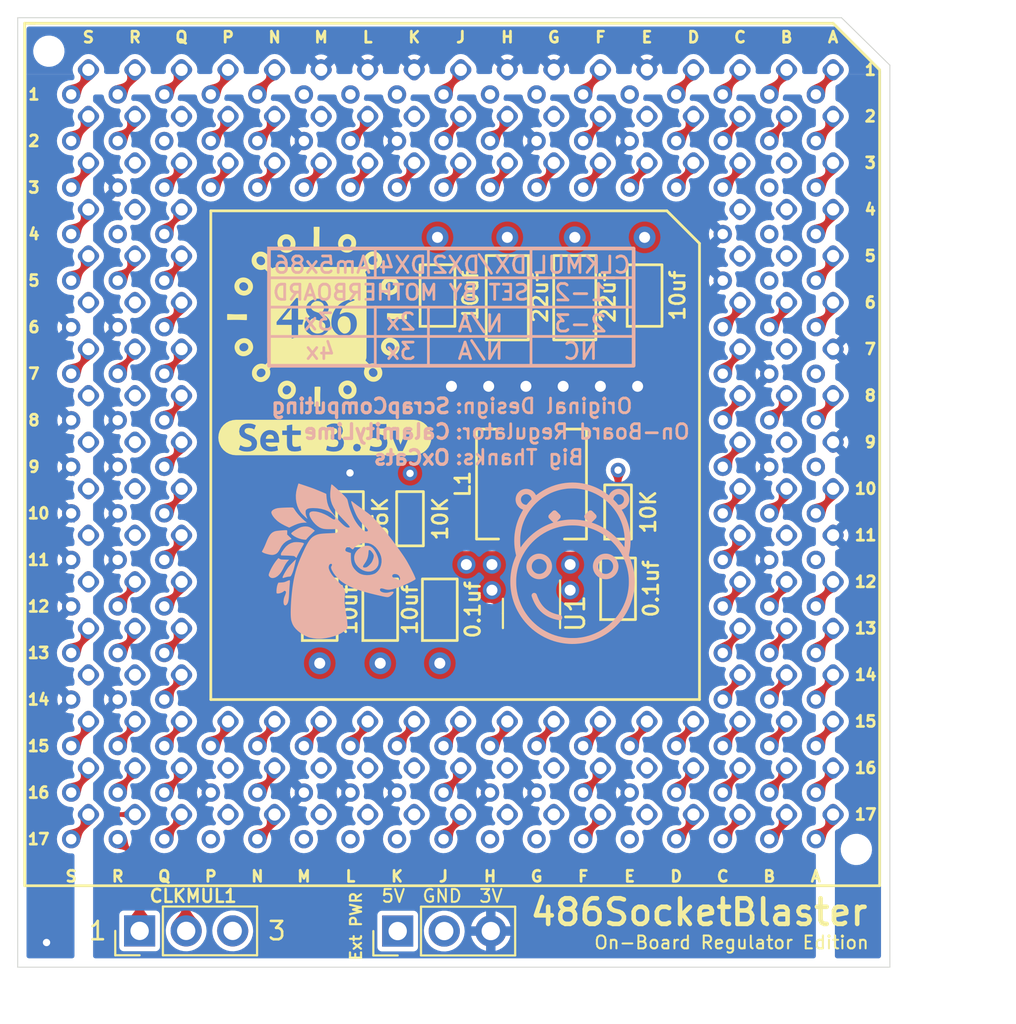
<source format=kicad_pcb>
(kicad_pcb (version 20211014) (generator pcbnew)
  (layers (0 "F.Cu" signal) (1 "In1.Cu" power) (2 "In2.Cu" power) (31 "B.Cu" signal) (34 "B.Paste" user) (35 "F.Paste" user) (36 "B.SilkS" user "B.Silkscreen") (37 "F.SilkS" user "F.Silkscreen") (38 "B.Mask" user) (39 "F.Mask" user) (44 "Edge.Cuts" user))
  (net 0 "")
  (net 1 "GND")
  (net 2 "Vin")
  (net 3 "Vout")
  (net 4 "Net-(CLKMUL1-Pad1)")
  (net 5 "/SW")
  (net 6 "Net-(CLKMUL1-Pad2)")
  (net 7 "/FBVoltage")
  (net 8 "Net-(Pins1-PadA1)")
  (net 9 "Net-(Pins1-PadA2)")
  (net 10 "Net-(Pins1-PadA3)")
  (net 11 "Net-(Pins1-PadA4)")
  (net 12 "Net-(Pins1-PadA5)")
  (net 13 "Net-(Pins1-PadA6)")
  (net 14 "Net-(Pins1-PadA8)")
  (net 15 "Net-(Pins1-PadA10)")
  (net 16 "Net-(Pins1-PadA12)")
  (net 17 "Net-(Pins1-PadA13)")
  (net 18 "Net-(Pins1-PadA14)")
  (net 19 "Net-(Pins1-PadA15)")
  (net 20 "Net-(Pins1-PadA16)")
  (net 21 "Net-(Pins1-PadA17)")
  (net 22 "Net-(Pins1-PadB1)")
  (net 23 "Net-(Pins1-PadB2)")
  (net 24 "Net-(Pins1-PadB6)")
  (net 25 "Net-(Pins1-PadB8)")
  (net 26 "Net-(Pins1-PadB10)")
  (net 27 "Net-(Pins1-PadB12)")
  (net 28 "Net-(Pins1-PadB13)")
  (net 29 "Net-(Pins1-PadB14)")
  (net 30 "Net-(Pins1-PadB15)")
  (net 31 "Net-(Pins1-PadB16)")
  (net 32 "Net-(Pins1-PadB17)")
  (net 33 "Net-(Pins1-PadC1)")
  (net 34 "Net-(Pins1-PadC2)")
  (net 35 "Net-(Pins1-PadC3)")
  (net 36 "Net-(Pins1-PadC6)")
  (net 37 "Net-(Pins1-PadC7)")
  (net 38 "Net-(Pins1-PadC8)")
  (net 39 "Net-(Pins1-PadC9)")
  (net 40 "Net-(Pins1-PadC10)")
  (net 41 "Net-(Pins1-PadC11)")
  (net 42 "Net-(Pins1-PadC12)")
  (net 43 "Net-(Pins1-PadC13)")
  (net 44 "Net-(Pins1-PadC14)")
  (net 45 "Net-(Pins1-PadC15)")
  (net 46 "Net-(Pins1-PadC16)")
  (net 47 "Net-(Pins1-PadC17)")
  (net 48 "Net-(Pins1-PadD1)")
  (net 49 "Net-(Pins1-PadD2)")
  (net 50 "Net-(Pins1-PadD3)")
  (net 51 "Net-(Pins1-PadD15)")
  (net 52 "Net-(Pins1-PadD16)")
  (net 53 "Net-(Pins1-PadD17)")
  (net 54 "Net-(Pins1-PadE3)")
  (net 55 "Net-(Pins1-PadE15)")
  (net 56 "Net-(Pins1-PadF1)")
  (net 57 "Net-(Pins1-PadF2)")
  (net 58 "Net-(Pins1-PadF3)")
  (net 59 "Net-(Pins1-PadF15)")
  (net 60 "Net-(Pins1-PadF16)")
  (net 61 "Net-(Pins1-PadF17)")
  (net 62 "Net-(Pins1-PadG3)")
  (net 63 "Net-(Pins1-PadG15)")
  (net 64 "Net-(Pins1-PadH2)")
  (net 65 "Net-(Pins1-PadH3)")
  (net 66 "Net-(Pins1-PadH15)")
  (net 67 "Net-(Pins1-PadJ1)")
  (net 68 "Net-(Pins1-PadJ2)")
  (net 69 "Net-(Pins1-PadJ3)")
  (net 70 "Net-(Pins1-PadJ15)")
  (net 71 "Net-(Pins1-PadJ16)")
  (net 72 "Net-(Pins1-PadJ17)")
  (net 73 "Net-(Pins1-PadK3)")
  (net 74 "Net-(Pins1-PadK15)")
  (net 75 "Net-(Pins1-PadL2)")
  (net 76 "Net-(Pins1-PadL3)")
  (net 77 "Net-(Pins1-PadL15)")
  (net 78 "Net-(Pins1-PadM3)")
  (net 79 "Net-(Pins1-PadM15)")
  (net 80 "Net-(Pins1-PadN1)")
  (net 81 "Net-(Pins1-PadN2)")
  (net 82 "Net-(Pins1-PadN3)")
  (net 83 "Net-(Pins1-PadN15)")
  (net 84 "Net-(Pins1-PadN16)")
  (net 85 "Net-(Pins1-PadN17)")
  (net 86 "Net-(Pins1-PadP1)")
  (net 87 "Net-(Pins1-PadP2)")
  (net 88 "Net-(Pins1-PadP3)")
  (net 89 "Net-(Pins1-PadP15)")
  (net 90 "Net-(Pins1-PadQ1)")
  (net 91 "Net-(Pins1-PadQ3)")
  (net 92 "Net-(Pins1-PadQ4)")
  (net 93 "Net-(Pins1-PadQ5)")
  (net 94 "Net-(Pins1-PadQ6)")
  (net 95 "Net-(Pins1-PadQ7)")
  (net 96 "Net-(Pins1-PadQ8)")
  (net 97 "Net-(Pins1-PadQ9)")
  (net 98 "Net-(Pins1-PadQ10)")
  (net 99 "Net-(Pins1-PadQ11)")
  (net 100 "Net-(Pins1-PadQ12)")
  (net 101 "Net-(Pins1-PadQ13)")
  (net 102 "Net-(Pins1-PadQ14)")
  (net 103 "Net-(Pins1-PadQ15)")
  (net 104 "Net-(Pins1-PadQ16)")
  (net 105 "Net-(Pins1-PadQ17)")
  (net 106 "Net-(Pins1-PadR1)")
  (net 107 "Net-(Pins1-PadR2)")
  (net 108 "Net-(Pins1-PadR5)")
  (net 109 "Net-(Pins1-PadR7)")
  (net 110 "Net-(Pins1-PadR12)")
  (net 111 "Net-(Pins1-PadR13)")
  (net 112 "Net-(Pins1-PadR15)")
  (net 113 "Net-(Pins1-PadR16)")
  (net 114 "Net-(Pins1-PadS1)")
  (net 115 "Net-(Pins1-PadS2)")
  (net 116 "Net-(Pins1-PadS3)")
  (net 117 "Net-(Pins1-PadS4)")
  (net 118 "Net-(Pins1-PadS5)")
  (net 119 "Net-(Pins1-PadS7)")
  (net 120 "Net-(Pins1-PadS13)")
  (net 121 "Net-(Pins1-PadS15)")
  (net 122 "Net-(Pins1-PadS16)")
  (net 123 "Net-(Pins1-PadS17)")
  (net 124 "Net-(C4-Pad1)")
  (net 125 "Net-(R1-Pad1)")
  (footprint "486SocketBlaster:486_168pga_socket" (layer "F.Cu") (at 141.045001 33.095001)
    (fp_text reference "Top1" hide)
    (fp_text value "486")
  )
  (footprint "486SocketBlaster:486_168pga_pins" (layer "F.Cu") (at 141.986 31.75)
    (fp_text reference "Pins1")
    (fp_text value "486Pins")
  )
  (footprint "Connector_PinHeader_2.54mm:PinHeader_1x03_P2.54mm_Vertical" (layer "F.Cu") (at 104.14 78.74 90)
    (fp_text reference "CLKMUL1")
    (fp_text value "CLKMUL")
  )
  (footprint "486SocketBlaster:R_0603_1608Metric" (layer "F.Cu") (at 118.8974 56.248 90)
    (fp_text reference "R3" hide)
    (fp_text value "10K")
  )
  (footprint "Connector_PinHeader_2.54mm:PinHeader_1x03_P2.54mm_Vertical" (layer "F.Cu") (at 118.225 78.75 90)
    (fp_text reference "ExtPwr1" hide)
    (fp_text value "Conn_01x03")
  )
  (footprint "486SocketBlaster:C_1206_3216Metric" (layer "F.Cu") (at 127.889 44.188399 -90)
    (fp_text reference "C5" hide)
    (fp_text value "22uf")
  )
  (footprint "486SocketBlaster:C_1206_3216Metric" (layer "F.Cu") (at 124.206 44.1884 -90)
    (fp_text reference "C6" hide)
    (fp_text value "22uf")
  )
  (footprint "486SocketBlaster:R_0603_1608Metric" (layer "F.Cu") (at 130.2512 55.88 90)
    (fp_text reference "R1" hide)
    (fp_text value "10K")
  )
  (footprint "Package_TO_SOT_SMD:SOT-23-6" (layer "F.Cu") (at 125.5268 61.4172 -90)
    (fp_text reference "U1")
    (fp_text value "TPS563200")
  )
  (footprint "486SocketBlaster:C_0805_2012Metric" (layer "F.Cu") (at 131.699 44.069 90)
    (fp_text reference "C8")
    (fp_text value "10uf")
  )
  (footprint "486SocketBlaster:JLCPCB mounting hole" (layer "F.Cu") (at 143.256 74.295)
    (fp_text reference "REF**" hide)
    (fp_text value "JLCPCB mounting hole")
  )
  (footprint "486SocketBlaster:C_0805_2012Metric" (layer "F.Cu") (at 120.523 61.214 90)
    (fp_text reference "C3")
    (fp_text value "0.1uf")
  )
  (footprint "486SocketBlaster:C_0805_2012Metric" (layer "F.Cu") (at 117.2718 61.214 90)
    (fp_text reference "C2")
    (fp_text value "10uf")
  )
  (footprint "kibuzzard-64864674" (layer "F.Cu") (at 114.2492 51.816)
    (fp_text reference "kibuzzard-64864674" hide)
    (fp_text value "G***" hide)
  )
  (footprint "" (layer "F.Cu") (at 99.187 30.734)
    (fp_text reference "")
    (fp_text value "")
  )
  (footprint "486SocketBlaster:C_0805_2012Metric" (layer "F.Cu") (at 120.396 44.069 90)
    (fp_text reference "C7")
    (fp_text value "10uf")
  )
  (footprint "486SocketBlaster:R_0603_1608Metric" (layer "F.Cu") (at 115.6208 56.248 90)
    (fp_text reference "R2" hide)
    (fp_text value "36K")
  )
  (footprint "486SocketBlaster:L_5.5x5.5" (layer "F.Cu") (at 125.5268 54.356 90)
    (fp_text reference "L1")
    (fp_text value "3.3uh")
  )
  (footprint "486SocketBlaster:486SocketLogo" (layer "F.Cu") (at 113.8428 45.212)
    (fp_text reference "G***" hide)
    (fp_text value "LOGO" hide)
  )
  (footprint "486SocketBlaster:C_0805_2012Metric" (layer "F.Cu") (at 113.9698 61.214 90)
    (fp_text reference "C1")
    (fp_text value "10uf")
  )
  (footprint "486SocketBlaster:C_0805_2012Metric" (layer "F.Cu") (at 130.2512 60.071 90)
    (fp_text reference "C4")
    (fp_text value "0.1uf")
  )
  (footprint "486SocketBlaster:ScrapComputinglogo" (layer "B.Cu") (at 127.762 58.674 180)
    (fp_text reference "G***" hide)
    (fp_text value "LOGO" hide)
  )
  (footprint "486SocketBlaster:lime_logo_9mm" (layer "B.Cu") (at 114.935 58.674 180)
    (fp_text reference "G***" hide)
    (fp_text value "LOGO" hide)
  )
  (gr_line (start 117 41.5) (end 117 43.1) (layer "B.SilkS") (width 0.15))
  (gr_line (start 125.5 41.5) (end 125.5 47.9) (layer "B.SilkS") (width 0.15))
  (gr_rect (start 131.1 41.5) (end 111.2 47.9) (layer "B.SilkS") (width 0.2) (fill none))
  (gr_line (start 119.9 41.5) (end 119.9 43.1) (layer "B.SilkS") (width 0.15))
  (gr_line (start 119.9 44.7) (end 119.9 47.9) (layer "B.SilkS") (width 0.15))
  (gr_line (start 117 44.7) (end 117 47.9) (layer "B.SilkS") (width 0.15))
  (gr_rect (start 131.1 41.5) (end 111.2 43.1) (layer "B.SilkS") (width 0.15) (fill none))
  (gr_rect (start 131.1 44.7) (end 111.2 46.3) (layer "B.SilkS") (width 0.15) (fill none))
  (gr_line (start 98.425 29.21) (end 97.865001 29.21) (layer "F.SilkS") (width 0.15))
  (gr_line (start 97.865001 29.285001) (end 97.865001 29.21) (layer "F.SilkS") (width 0.15))
  (gr_line (start 144.526 76.2) (end 144.526 76.2762) (layer "F.SilkS") (width 0.15))
  (gr_line (start 97.4852 28.9052) (end 97.4852 80.7212) (layer "Edge.Cuts") (width 0.05))
  (gr_line (start 145.0848 80.7212) (end 97.4852 80.7212) (layer "Edge.Cuts") (width 0.05))
  (gr_line (start 97.4852 28.9052) (end 142.4432 28.9052) (layer "Edge.Cuts") (width 0.05))
  (gr_line (start 145.0848 31.496) (end 145.0848 80.7212) (layer "Edge.Cuts") (width 0.05))
  (gr_line (start 142.4432 28.9052) (end 145.0848 31.496) (layer "Edge.Cuts") (width 0.05))
  (gr_text "OxCats" (at 118.999 52.913) (layer "B.SilkS") (effects (font (size 0.8 0.8) (thickness 0.18)) (justify mirror)))
  (gr_text "2-3" (at 128.2 45.6) (layer "B.SilkS") (effects (font (size 0.9 0.9)) (justify mirror)))
  (gr_text "/" (at 122.6 47) (layer "B.SilkS") (effects (font (size 0.8 0.8)) (justify mirror)))
  (gr_text "/" (at 123 42.3) (layer "B.SilkS") (effects (font (size 0.8 0.8)) (justify mirror)))
  (gr_text "2x" (at 118.4 45.5) (layer "B.SilkS") (effects (font (size 0.9 0.9)) (justify mirror)))
  (gr_text "CLKMUL" (at 128.3 42.4) (layer "B.SilkS") (effects (font (size 0.9 0.9)) (justify mirror)))
  (gr_text "DX4" (at 118.5 42.4) (layer "B.SilkS") (effects (font (size 0.9 0.9)) (justify mirror)))
  (gr_text "3x" (at 113.9 45.5) (layer "B.SilkS") (effects (font (size 0.9 0.9)) (justify mirror)))
  (gr_text "DX2" (at 121.4 42.4) (layer "B.SilkS") (effects (font (size 0.9 0.9)) (justify mirror)))
  (gr_text "NC" (at 128.2 47.1) (layer "B.SilkS") (effects (font (size 0.9 0.9)) (justify mirror)))
  (gr_text "/" (at 122.6 45.5) (layer "B.SilkS") (effects (font (size 0.8 0.8)) (justify mirror)))
  (gr_text "DX" (at 124.4 42.4) (layer "B.SilkS") (effects (font (size 0.9 0.9)) (justify mirror)))
  (gr_text "ScrapComputing" (at 116.205 50.1) (layer "B.SilkS") (effects (font (size 0.8 0.8) (thickness 0.18)) (justify mirror)))
  (gr_text "4x" (at 114 47.1) (layer "B.SilkS") (effects (font (size 0.9 0.9)) (justify mirror)))
  (gr_text "SET BY MOTHERBOARD" (at 118.4 43.9) (layer "B.SilkS") (effects (font (size 0.83 0.83)) (justify mirror)))
  (gr_text "Original Design:" (at 121.285 50.1) (layer "B.SilkS") (effects (font (size 0.8 0.8)) (justify right mirror)))
  (gr_text "On-Board Regulator:" (at 121.285 51.5) (layer "B.SilkS") (effects (font (size 0.8 0.8)) (justify right mirror)))
  (gr_text "A" (at 121.9 47.1) (layer "B.SilkS") (effects (font (size 0.9 0.9)) (justify mirror)))
  (gr_text "3x" (at 118.4 47.1) (layer "B.SilkS") (effects (font (size 0.9 0.9)) (justify mirror)))
  (gr_text "CalamityLime" (at 117.094 51.5) (layer "B.SilkS") (effects (font (size 0.8 0.8) (thickness 0.18)) (justify mirror)))
  (gr_text "N" (at 123.5 45.6) (layer "B.SilkS") (effects (font (size 0.9 0.9)) (justify mirror)))
  (gr_text "1-2" (at 128.2 43.9) (layer "B.SilkS") (effects (font (size 0.9 0.9)) (justify mirror)))
  (gr_text "Am5x86" (at 114.1 42.4) (layer "B.SilkS") (effects (font (size 0.9 0.9)) (justify mirror)))
  (gr_text "Big Thanks:" (at 121.285 52.9) (layer "B.SilkS") (effects (font (size 0.8 0.8)) (justify right mirror)))
  (gr_text "A" (at 121.9 45.6) (layer "B.SilkS") (effects (font (size 0.9 0.9)) (justify mirror)))
  (gr_text "N" (at 123.5 47.1) (layer "B.SilkS") (effects (font (size 0.9 0.9)) (justify mirror)))
  (gr_text "GND" (at 120.65 76.835) (layer "F.SilkS") (effects (font (size 0.7 0.7) (thickness 0.11))))
  (gr_text "3V" (at 123.317 76.835) (layer "F.SilkS") (effects (font (size 0.7 0.7) (thickness 0.11))))
  (gr_text "Ext PWR" (at 115.951 78.486 90) (layer "F.SilkS") (effects (font (size 0.6 0.6) (thickness 0.12))))
  (gr_text "3" (at 111.633 78.74) (layer "F.SilkS") (effects (font (size 1 1) (thickness 0.14))))
  (gr_text "On-Board Regulator Edition" (at 144 79.375) (layer "F.SilkS") (effects (font (size 0.7 0.7) (thickness 0.11)) (justify right)))
  (gr_text "486SocketBlaster" (at 144 77.724) (layer "F.SilkS") (effects (font (size 1.4 1.4) (thickness 0.25)) (justify right)))
  (gr_text "1" (at 101.854 78.74) (layer "F.SilkS") (effects (font (size 1 1) (thickness 0.14))))
  (gr_text "5V" (at 117.983 76.835) (layer "F.SilkS") (effects (font (size 0.7 0.7) (thickness 0.11))))
  (segment (start 120.523 63.7286) (end 120.523 61.989) (width 0.45) (layer "F.Cu") (net 1))
  (segment (start 118.8974 55.4979) (end 118.8974 53.7729) (width 0.6) (layer "F.Cu") (net 1))
  (segment (start 117.2718 63.7286) (end 117.2718 62.164) (width 0.45) (layer "F.Cu") (net 1))
  (segment (start 113.9698 63.7286) (end 113.9698 62.164) (width 0.45) (layer "F.Cu") (net 1))
  (via (at 118.8974 53.7729) (size 0.8) (drill 0.4) (layers "F.Cu" "B.Cu") (net 1))
  (via (at 113.9698 64.135) (size 1.2) (drill 0.6) (layers "F.Cu" "B.Cu") (net 1))
  (via (at 99.06 79.375) (size 0.8) (drill 0.4) (layers "F.Cu" "B.Cu") (net 1))
  (via (at 131.699 40.894) (size 1.2) (drill 0.6) (layers "F.Cu" "B.Cu") (net 1))
  (via (at 120.396 40.894) (size 1.2) (drill 0.6) (layers "F.Cu" "B.Cu") (net 1))
  (via (at 127.635 60.1472) (size 1) (drill 0.6) (layers "F.Cu" "B.Cu") (net 1))
  (via (at 127.889 40.894) (size 1.2) (drill 0.6) (layers "F.Cu" "B.Cu") (net 1))
  (via (at 124.206 40.894) (size 1.2) (drill 0.6) (layers "F.Cu" "B.Cu") (net 1))
  (via (at 127.635 58.7502) (size 1) (drill 0.6) (layers "F.Cu" "B.Cu") (net 1))
  (via (at 117.2718 64.135) (size 1.2) (drill 0.6) (layers "F.Cu" "B.Cu") (net 1))
  (via (at 120.523 64.135) (size 1.2) (drill 0.6) (layers "F.Cu" "B.Cu") (net 1))
  (segment (start 130.2512 53.594) (end 130.2512 55.105) (width 0.35) (layer "F.Cu") (net 2))
  (via (at 130.2512 53.594) (size 0.8) (drill 0.4) (layers "F.Cu" "B.Cu") (net 2))
  (via (at 123.3678 58.7502) (size 1) (drill 0.6) (layers "F.Cu" "B.Cu") (net 2))
  (via (at 121.9708 58.7502) (size 1) (drill 0.6) (layers "F.Cu" "B.Cu") (net 2))
  (via (at 123.3678 60.1472) (size 1) (drill 0.6) (layers "F.Cu" "B.Cu") (net 2))
  (segment (start 115.6208 55.473) (end 115.6208 53.7898) (width 0.6) (layer "F.Cu") (net 3))
  (via (at 127.254 49.022) (size 1.2) (drill 0.6) (layers "F.Cu" "B.Cu") (net 3))
  (via (at 115.6208 53.748) (size 0.8) (drill 0.4) (layers "F.Cu" "B.Cu") (net 3))
  (via (at 121.158 49.022) (size 1.2) (drill 0.6) (layers "F.Cu" "B.Cu") (net 3))
  (via (at 129.286 49.022) (size 1.2) (drill 0.6) (layers "F.Cu" "B.Cu") (net 3))
  (via (at 131.318 49.022) (size 1.2) (drill 0.6) (layers "F.Cu" "B.Cu") (net 3))
  (via (at 125.222 49.022) (size 1.2) (drill 0.6) (layers "F.Cu" "B.Cu") (net 3))
  (via (at 123.19 49.022) (size 1.2) (drill 0.6) (layers "F.Cu" "B.Cu") (net 3))
  (segment (start 101.981 73.406) (end 102.997 72.39) (width 0.25) (layer "F.Cu") (net 4))
  (segment (start 104.14 76.454) (end 101.981 74.295) (width 0.25) (layer "F.Cu") (net 4))
  (segment (start 104.14 78.74) (end 104.14 76.454) (width 0.25) (layer "F.Cu") (net 4))
  (segment (start 101.981 74.295) (end 101.981 73.406) (width 0.25) (layer "F.Cu") (net 4))
  (segment (start 102.997 72.39) (end 104.14 72.39) (width 0.25) (layer "F.Cu") (net 4))
  (segment (start 128.357 56.856) (end 130.2512 58.7502) (width 0.35) (layer "F.Cu") (net 5))
  (segment (start 125.5268 56.856) (end 128.357 56.856) (width 0.35) (layer "F.Cu") (net 5))
  (segment (start 130.2512 58.7502) (end 130.2512 59.296) (width 0.35) (layer "F.Cu") (net 5))
  (segment (start 106.68 78.74) (end 106.68 77.47) (width 0.25) (layer "F.Cu") (net 6))
  (segment (start 106.68 77.47) (end 102.945001 73.735001) (width 0.25) (layer "F.Cu") (net 6))
  (segment (start 112.945778 61.214) (end 112.4712 60.739422) (width 0.35) (layer "F.Cu") (net 7))
  (segment (start 124.5768 62.5547) (end 123.2361 61.214) (width 0.35) (layer "F.Cu") (net 7))
  (segment (start 113.157 57.023) (end 115.6208 57.023) (width 0.35) (layer "F.Cu") (net 7))
  (segment (start 112.4712 57.7088) (end 113.157 57.023) (width 0.35) (layer "F.Cu") (net 7))
  (segment (start 123.2361 61.214) (end 112.945778 61.214) (width 0.35) (layer "F.Cu") (net 7))
  (segment (start 112.4712 60.739422) (end 112.4712 57.7088) (width 0.35) (layer "F.Cu") (net 7))
  (segment (start 115.6208 57.023) (end 118.8974 57.023) (width 0.6) (layer "F.Cu") (net 7))
  (segment (start 141.045001 33.095001) (end 141.045001 32.944999) (width 0.35) (layer "F.Cu") (net 8))
  (segment (start 141.045001 32.944999) (end 142.24 31.75) (width 0.35) (layer "F.Cu") (net 8))
  (segment (start 142.24 34.440002) (end 141.045001 35.635001) (width 0.35) (layer "F.Cu") (net 9))
  (segment (start 142.24 34.29) (end 142.24 34.440002) (width 0.35) (layer "F.Cu") (net 9))
  (segment (start 142.24 36.980002) (end 141.045001 38.175001) (width 0.35) (layer "F.Cu") (net 10))
  (segment (start 142.24 36.83) (end 142.24 36.980002) (width 0.35) (layer "F.Cu") (net 10))
  (segment (start 142.24 39.37) (end 142.24 39.520002) (width 0.35) (layer "F.Cu") (net 11))
  (segment (start 142.24 39.520002) (end 141.045001 40.715001) (width 0.35) (layer "F.Cu") (net 11))
  (segment (start 142.24 41.91) (end 142.24 42.060002) (width 0.35) (layer "F.Cu") (net 12))
  (segment (start 142.24 42.060002) (end 141.045001 43.255001) (width 0.35) (layer "F.Cu") (net 12))
  (segment (start 142.24 44.45) (end 142.24 44.600002) (width 0.35) (layer "F.Cu") (net 13))
  (segment (start 142.24 44.600002) (end 141.045001 45.795001) (width 0.35) (layer "F.Cu") (net 13))
  (segment (start 142.24 49.53) (end 142.24 49.680002) (width 0.35) (layer "F.Cu") (net 14))
  (segment (start 142.24 49.680002) (end 141.045001 50.875001) (width 0.35) (layer "F.Cu") (net 14))
  (segment (start 142.24 54.760002) (end 141.045001 55.955001) (width 0.35) (layer "F.Cu") (net 15))
  (segment (start 142.24 54.61) (end 142.24 54.760002) (width 0.35) (layer "F.Cu") (net 15))
  (segment (start 141.045001 61.035001) (end 141.045001 60.884999) (width 0.35) (layer "F.Cu") (net 16))
  (segment (start 141.045001 60.884999) (end 142.24 59.69) (width 0.35) (layer "F.Cu") (net 16))
  (segment (start 141.045001 63.575001) (end 141.045001 63.424999) (width 0.35) (layer "F.Cu") (net 17))
  (segment (start 141.045001 63.424999) (end 142.24 62.23) (width 0.35) (layer "F.Cu") (net 17))
  (segment (start 141.045001 66.115001) (end 141.045001 65.964999) (width 0.35) (layer "F.Cu") (net 18))
  (segment (start 141.045001 65.964999) (end 142.24 64.77) (width 0.35) (layer "F.Cu") (net 18))
  (segment (start 141.045001 68.655001) (end 141.045001 68.504999) (width 0.35) (layer "F.Cu") (net 19))
  (segment (start 141.045001 68.504999) (end 142.24 67.31) (width 0.35) (layer "F.Cu") (net 19))
  (segment (start 141.045001 71.044999) (end 142.24 69.85) (width 0.35) (layer "F.Cu") (net 20))
  (segment (start 141.045001 71.195001) (end 141.045001 71.044999) (width 0.35) (layer "F.Cu") (net 20))
  (segment (start 142.24 72.39) (end 142.24 72.540002) (width 0.35) (layer "F.Cu") (net 21))
  (segment (start 142.24 72.540002) (end 141.045001 73.735001) (width 0.35) (layer "F.Cu") (net 21))
  (segment (start 138.505001 33.095001) (end 138.505001 32.944999) (width 0.35) (layer "F.Cu") (net 22))
  (segment (start 138.505001 32.944999) (end 139.7 31.75) (width 0.35) (layer "F.Cu") (net 22))
  (segment (start 138.505001 35.484999) (end 139.7 34.29) (width 0.35) (layer "F.Cu") (net 23))
  (segment (start 138.505001 35.635001) (end 138.505001 35.484999) (width 0.35) (layer "F.Cu") (net 23))
  (segment (start 139.7 44.45) (end 139.7 44.600002) (width 0.35) (layer "F.Cu") (net 24))
  (segment (start 139.7 44.600002) (end 138.505001 45.795001) (width 0.35) (layer "F.Cu") (net 24))
  (segment (start 139.7 49.53) (end 139.7 49.680002) (width 0.35) (layer "F.Cu") (net 25))
  (segment (start 139.7 49.680002) (end 138.505001 50.875001) (width 0.35) (layer "F.Cu") (net 25))
  (segment (start 139.7 54.61) (end 139.7 54.760002) (width 0.35) (layer "F.Cu") (net 26))
  (segment (start 139.7 54.760002) (end 138.505001 55.955001) (width 0.35) (layer "F.Cu") (net 26))
  (segment (start 138.505001 61.035001) (end 138.505001 60.884999) (width 0.35) (layer "F.Cu") (net 27))
  (segment (start 138.505001 60.884999) (end 139.7 59.69) (width 0.35) (layer "F.Cu") (net 27))
  (segment (start 138.505001 63.575001) (end 138.505001 63.424999) (width 0.35) (layer "F.Cu") (net 28))
  (segment (start 138.505001 63.424999) (end 139.7 62.23) (width 0.35) (layer "F.Cu") (net 28))
  (segment (start 138.505001 66.115001) (end 138.505001 65.964999) (width 0.35) (layer "F.Cu") (net 29))
  (segment (start 138.505001 65.964999) (end 139.7 64.77) (width 0.35) (layer "F.Cu") (net 29))
  (segment (start 138.505001 68.504999) (end 139.7 67.31) (width 0.35) (layer "F.Cu") (net 30))
  (segment (start 138.505001 68.655001) (end 138.505001 68.504999) (width 0.35) (layer "F.Cu") (net 30))
  (segment (start 138.505001 71.195001) (end 138.505001 71.044999) (width 0.35) (layer "F.Cu") (net 31))
  (segment (start 138.505001 71.044999) (end 139.7 69.85) (width 0.35) (layer "F.Cu") (net 31))
  (segment (start 139.7 72.39) (end 139.7 72.540002) (width 0.35) (layer "F.Cu") (net 32))
  (segment (start 139.7 72.540002) (end 138.505001 73.735001) (width 0.35) (layer "F.Cu") (net 32))
  (segment (start 135.965001 32.944999) (end 137.16 31.75) (width 0.35) (layer "F.Cu") (net 33))
  (segment (start 135.965001 33.095001) (end 135.965001 32.944999) (width 0.35) (layer "F.Cu") (net 33))
  (segment (start 135.965001 35.484999) (end 137.16 34.29) (width 0.35) (layer "F.Cu") (net 34))
  (segment (start 135.965001 35.635001) (end 135.965001 35.484999) (width 0.35) (layer "F.Cu") (net 34))
  (segment (start 137.16 36.980002) (end 135.965001 38.175001) (width 0.35) (layer "F.Cu") (net 35))
  (segment (start 137.16 36.83) (end 137.16 36.980002) (width 0.35) (layer "F.Cu") (net 35))
  (segment (start 137.16 44.600002) (end 135.965001 45.795001) (width 0.35) (layer "F.Cu") (net 36))
  (segment (start 137.16 44.45) (end 137.16 44.600002) (width 0.35) (layer "F.Cu") (net 36))
  (segment (start 135.965001 48.184999) (end 137.16 46.99) (width 0.35) (layer "F.Cu") (net 37))
  (segment (start 135.965001 48.335001) (end 135.965001 48.184999) (width 0.35) (layer "F.Cu") (net 37))
  (segment (start 135.965001 50.724999) (end 137.16 49.53) (width 0.35) (layer "F.Cu") (net 38))
  (segment (start 135.965001 50.875001) (end 135.965001 50.724999) (width 0.35) (layer "F.Cu") (net 38))
  (segment (start 135.965001 53.415001) (end 135.965001 53.264999) (width 0.35) (layer "F.Cu") (net 39))
  (segment (start 135.965001 53.264999) (end 137.16 52.07) (width 0.35) (layer "F.Cu") (net 39))
  (segment (start 137.16 54.760002) (end 135.965001 55.955001) (width 0.35) (layer "F.Cu") (net 40))
  (segment (start 137.16 54.61) (end 137.16 54.760002) (width 0.35) (layer "F.Cu") (net 40))
  (segment (start 137.16 57.300002) (end 135.965001 58.495001) (width 0.35) (layer "F.Cu") (net 41))
  (segment (start 137.16 59.840002) (end 135.965001 61.035001) (width 0.35) (layer "F.Cu") (net 42))
  (segment (start 137.16 59.69) (end 137.16 59.840002) (width 0.35) (layer "F.Cu") (net 42))
  (segment (start 135.965001 63.575001) (end 135.965001 63.424999) (width 0.35) (layer "F.Cu") (net 43))
  (segment (start 135.965001 63.424999) (end 137.16 62.23) (width 0.35) (layer "F.Cu") (net 43))
  (segment (start 135.965001 66.115001) (end 135.965001 65.964999) (width 0.35) (layer "F.Cu") (net 44))
  (segment (start 135.965001 65.964999) (end 137.16 64.77) (width 0.35) (layer "F.Cu") (net 44))
  (segment (start 135.965001 68.655001) (end 135.965001 68.504999) (width 0.35) (layer "F.Cu") (net 45))
  (segment (start 135.965001 68.504999) (end 137.16 67.31) (width 0.35) (layer "F.Cu") (net 45))
  (segment (start 135.965001 71.044999) (end 137.16 69.85) (width 0.35) (layer "F.Cu") (net 46))
  (segment (start 135.965001 71.195001) (end 135.965001 71.044999) (width 0.35) (layer "F.Cu") (net 46))
  (segment (start 135.965001 73.735001) (end 135.965001 73.584999) (width 0.35) (layer "F.Cu") (net 47))
  (segment (start 135.965001 73.584999) (end 137.16 72.39) (width 0.35) (layer "F.Cu") (net 47))
  (segment (start 133.425001 32.944999) (end 134.62 31.75) (width 0.35) (layer "F.Cu") (net 48))
  (segment (start 133.425001 33.095001) (end 133.425001 32.944999) (width 0.35) (layer "F.Cu") (net 48))
  (segment (start 134.62 34.29) (end 134.62 34.440002) (width 0.35) (layer "F.Cu") (net 49))
  (segment (start 134.62 34.440002) (end 133.425001 35.635001) (width 0.35) (layer "F.Cu") (net 49))
  (segment (start 133.425001 38.024999) (end 134.62 36.83) (width 0.35) (layer "F.Cu") (net 50))
  (segment (start 133.425001 38.175001) (end 133.425001 38.024999) (width 0.35) (layer "F.Cu") (net 50))
  (segment (start 133.425001 68.504999) (end 134.62 67.31) (width 0.35) (layer "F.Cu") (net 51))
  (segment (start 133.425001 68.655001) (end 133.425001 68.504999) (width 0.35) (layer "F.Cu") (net 51))
  (segment (start 133.425001 71.195001) (end 133.425001 71.044999) (width 0.35) (layer "F.Cu") (net 52))
  (segment (start 133.425001 71.044999) (end 134.62 69.85) (width 0.35) (layer "F.Cu") (net 52))
  (segment (start 134.62 72.540002) (end 133.425001 73.735001) (width 0.35) (layer "F.Cu") (net 53))
  (segment (start 134.62 72.39) (end 134.62 72.540002) (width 0.35) (layer "F.Cu") (net 53))
  (segment (start 130.885001 38.024999) (end 132.08 36.83) (width 0.35) (layer "F.Cu") (net 54))
  (segment (start 130.885001 38.175001) (end 130.885001 38.024999) (width 0.35) (layer "F.Cu") (net 54))
  (segment (start 130.885001 68.504999) (end 132.08 67.31) (width 0.35) (layer "F.Cu") (net 55))
  (segment (start 130.885001 68.655001) (end 130.885001 68.504999) (width 0.35) (layer "F.Cu") (net 55))
  (segment (start 128.345001 32.944999) (end 129.54 31.75) (width 0.35) (layer "F.Cu") (net 56))
  (segment (start 128.345001 33.095001) (end 128.345001 32.944999) (width 0.35) (layer "F.Cu") (net 56))
  (segment (start 129.54 34.440002) (end 128.345001 35.635001) (width 0.35) (layer "F.Cu") (net 57))
  (segment (start 129.54 34.29) (end 129.54 34.440002) (width 0.35) (layer "F.Cu") (net 57))
  (segment (start 129.54 36.83) (end 129.54 36.980002) (width 0.35) (layer "F.Cu") (net 58))
  (segment (start 129.54 36.980002) (end 128.345001 38.175001) (width 0.35) (layer "F.Cu") (net 58))
  (segment (start 129.54 67.460002) (end 128.345001 68.655001) (width 0.35) (layer "F.Cu") (net 59))
  (segment (start 129.54 70.000002) (end 128.345001 71.195001) (width 0.35) (layer "F.Cu") (net 60))
  (segment (start 129.54 69.85) (end 129.54 70.000002) (width 0.35) (layer "F.Cu") (net 60))
  (segment (start 128.345001 73.735001) (end 128.345001 73.584999) (width 0.35) (layer "F.Cu") (net 61))
  (segment (start 128.345001 73.584999) (end 129.54 72.39) (width 0.35) (layer "F.Cu") (net 61))
  (segment (start 127 36.83) (end 127 36.980002) (width 0.35) (layer "F.Cu") (net 62))
  (segment (start 127 36.980002) (end 125.805001 38.175001) (width 0.35) (layer "F.Cu") (net 62))
  (segment (start 125.805001 68.655001) (end 125.805001 68.504999) (width 0.35) (layer "F.Cu") (net 63))
  (segment (start 125.805001 68.504999) (end 127 67.31) (width 0.35) (layer "F.Cu") (net 63))
  (segment (start 124.46 34.29) (end 124.46 34.440002) (width 0.35) (layer "F.Cu") (net 64))
  (segment (start 124.46 34.440002) (end 123.265001 35.635001) (width 0.35) (layer "F.Cu") (net 64))
  (segment (start 124.46 36.83) (end 124.46 36.980002) (width 0.35) (layer "F.Cu") (net 65))
  (segment (start 124.46 36.980002) (end 123.265001 38.175001) (width 0.35) (layer "F.Cu") (net 65))
  (segment (start 124.46 67.31) (end 124.46 67.460002) (width 0.35) (layer "F.Cu") (net 66))
  (segment (start 124.46 67.460002) (end 123.265001 68.655001) (width 0.35) (layer "F.Cu") (net 66))
  (segment (start 120.725001 33.095001) (end 120.725001 32.944999) (width 0.35) (layer "F.Cu") (net 67))
  (segment (start 120.725001 32.944999) (end 121.92 31.75) (width 0.35) (layer "F.Cu") (net 67))
  (segment (start 120.725001 35.635001) (end 120.725001 35.484999) (width 0.35) (layer "F.Cu") (net 68))
  (segment (start 120.725001 35.484999) (end 121.92 34.29) (width 0.35) (layer "F.Cu") (net 68))
  (segment (start 120.800002 38.1) (end 120.725001 38.175001) (width 0.35) (layer "F.Cu") (net 69))
  (segment (start 121.92 36.980002) (end 120.800002 38.1) (width 0.35) (layer "F.Cu") (net 69))
  (segment (start 121.92 36.83) (end 121.92 36.980002) (width 0.35) (layer "F.Cu") (net 69))
  (segment (start 120.725001 68.655001) (end 120.725001 68.504999) (width 0.35) (layer "F.Cu") (net 70))
  (segment (start 120.725001 68.504999) (end 121.92 67.31) (width 0.35) (layer "F.Cu") (net 70))
  (segment (start 121.92 70.000002) (end 120.725001 71.195001) (width 0.35) (layer "F.Cu") (net 71))
  (segment (start 121.92 69.85) (end 121.92 70.000002) (width 0.35) (layer "F.Cu") (net 71))
  (segment (start 120.725001 73.735001) (end 120.725001 73.584999) (width 0.35) (layer "F.Cu") (net 72))
  (segment (start 120.725001 73.584999) (end 121.92 72.39) (width 0.35) (layer "F.Cu") (net 72))
  (segment (start 119.38 36.980002) (end 118.185001 38.175001) (width 0.35) (layer "F.Cu") (net 73))
  (segment (start 119.38 36.83) (end 119.38 36.980002) (width 0.35) (layer "F.Cu") (net 73))
  (segment (start 118.185001 68.655001) (end 118.185001 68.504999) (width 0.35) (layer "F.Cu") (net 74))
  (segment (start 118.185001 68.504999) (end 119.38 67.31) (width 0.35) (layer "F.Cu") (net 74))
  (segment (start 116.84 34.29) (end 116.84 34.440002) (width 0.35) (layer "F.Cu") (net 75))
  (segment (start 116.84 34.440002) (end 115.645001 35.635001) (width 0.35) (layer "F.Cu") (net 75))
  (segment (start 116.84 36.83) (end 116.84 36.980002) (width 0.35) (layer "F.Cu") (net 76))
  (segment (start 116.84 36.980002) (end 115.645001 38.175001) (width 0.35) (layer "F.Cu") (net 76))
  (segment (start 115.645001 68.655001) (end 115.645001 68.504999) (width 0.35) (layer "F.Cu") (net 77))
  (segment (start 115.645001 68.504999) (end 116.84 67.31) (width 0.35) (layer "F.Cu") (net 77))
  (segment (start 114.3 36.83) (end 114.3 36.980002) (width 0.35) (layer "F.Cu") (net 78))
  (segment (start 114.3 36.980002) (end 113.105001 38.175001) (width 0.35) (layer "F.Cu") (net 78))
  (segment (start 113.105001 68.504999) (end 114.3 67.31) (width 0.35) (layer "F.Cu") (net 79))
  (segment (start 113.105001 68.655001) (end 113.105001 68.504999) (width 0.35) (layer "F.Cu") (net 79))
  (segment (start 110.565001 32.944999) (end 111.76 31.75) (width 0.35) (layer "F.Cu") (net 80))
  (segment (start 110.565001 33.095001) (end 110.565001 32.944999) (width 0.35) (layer "F.Cu") (net 80))
  (segment (start 111.76 34.29) (end 111.76 34.440002) (width 0.35) (layer "F.Cu") (net 81))
  (segment (start 111.76 34.440002) (end 110.565001 35.635001) (width 0.35) (layer "F.Cu") (net 81))
  (segment (start 111.76 36.83) (end 111.76 36.980002) (width 0.35) (layer "F.Cu") (net 82))
  (segment (start 111.76 36.980002) (end 110.565001 38.175001) (width 0.35) (layer "F.Cu") (net 82))
  (segment (start 110.565001 68.504999) (end 111.76 67.31) (width 0.35) (layer "F.Cu") (net 83))
  (segment (start 110.565001 68.655001) (end 110.565001 68.504999) (width 0.35) (layer "F.Cu") (net 83))
  (segment (start 111.76 69.85) (end 111.76 70.000002) (width 0.35) (layer "F.Cu") (net 84))
  (segment (start 111.76 70.000002) (end 110.565001 71.195001) (width 0.35) (layer "F.Cu") (net 84))
  (segment (start 111.76 72.540002) (end 110.565001 73.735001) (width 0.35) (layer "F.Cu") (net 85))
  (segment (start 111.76 72.39) (end 111.76 72.540002) (width 0.35) (layer "F.Cu") (net 85))
  (segment (start 109.22 31.900002) (end 108.025001 33.095001) (width 0.35) (layer "F.Cu") (net 86))
  (segment (start 109.22 31.75) (end 109.22 31.900002) (width 0.35) (layer "F.Cu") (net 86))
  (segment (start 109.22 34.440002) (end 108.025001 35.635001) (width 0.35) (layer "F.Cu") (net 87))
  (segment (start 109.22 34.29) (end 109.22 34.440002) (width 0.35) (layer "F.Cu") (net 87))
  (segment (start 109.22 36.83) (end 109.22 36.980002) (width 0.35) (layer "F.Cu") (net 88))
  (segment (start 109.22 36.980002) (end 108.025001 38.175001) (width 0.35) (layer "F.Cu") (net 88))
  (segment (start 109.22 67.460002) (end 108.025001 68.655001) (width 0.35) (layer "F.Cu") (net 89))
  (segment (start 109.22 67.31) (end 109.22 67.460002) (width 0.35) (layer "F.Cu") (net 89))
  (segment (start 106.68 31.900002) (end 105.485001 33.095001) (width 0.35) (layer "F.Cu") (net 90))
  (segment (start 106.68 31.75) (end 106.68 31.900002) (width 0.35) (layer "F.Cu") (net 90))
  (segment (start 106.68 36.980002) (end 105.485001 38.175001) (width 0.35) (layer "F.Cu") (net 91))
  (segment (start 106.68 36.83) (end 106.68 36.980002) (width 0.35) (layer "F.Cu") (net 91))
  (segment (start 105.485001 40.715001) (end 105.485001 40.564999) (width 0.31) (layer "F.Cu") (net 92))
  (segment (start 105.485001 40.564999) (end 106.68 39.37) (width 0.31) (layer "F.Cu") (net 92))
  (segment (start 106.68 41.91) (end 106.68 42.060002) (width 0.35) (layer "F.Cu") (net 93))
  (segment (start 106.68 42.060002) (end 105.485001 43.255001) (width 0.35) (layer "F.Cu") (net 93))
  (segment (start 106.68 44.45) (end 106.68 44.600002) (width 0.35) (layer "F.Cu") (net 94))
  (segment (start 106.68 44.600002) (end 105.485001 45.795001) (width 0.35) (layer "F.Cu") (net 94))
  (segment (start 106.68 46.99) (end 106.68 47.140002) (width 0.31) (layer "F.Cu") (net 95))
  (segment (start 106.68 47.140002) (end 105.485001 48.335001) (width 0.31) (layer "F.Cu") (net 95))
  (segment (start 106.68 49.680002) (end 105.485001 50.875001) (width 0.31) (layer "F.Cu") (net 96))
  (segment (start 106.68 49.53) (end 106.68 49.680002) (width 0.31) (layer "F.Cu") (net 96))
  (segment (start 106.68 52.07) (end 106.68 52.220002) (width 0.31) (layer "F.Cu") (net 97))
  (segment (start 106.68 52.220002) (end 105.485001 53.415001) (width 0.31) (layer "F.Cu") (net 97))
  (segment (start 106.68 54.760002) (end 105.485001 55.955001) (width 0.31) (layer "F.Cu") (net 98))
  (segment (start 106.68 54.61) (end 106.68 54.760002) (width 0.31) (layer "F.Cu") (net 98))
  (segment (start 106.68 57.300002) (end 105.485001 58.495001) (width 0.35) (layer "F.Cu") (net 99))
  (segment (start 106.68 57.15) (end 106.68 57.300002) (width 0.35) (layer "F.Cu") (net 99))
  (segment (start 106.68 59.840002) (end 105.485001 61.035001) (width 0.35) (layer "F.Cu") (net 100))
  (segment (start 106.68 59.69) (end 106.68 59.840002) (width 0.35) (layer "F.Cu") (net 100))
  (segment (start 106.68 62.23) (end 106.68 62.380002) (width 0.35) (layer "F.Cu") (net 101))
  (segment (start 106.68 62.380002) (end 105.485001 63.575001) (width 0.35) (layer "F.Cu") (net 101))
  (segment (start 105.485001 65.964999) (end 106.68 64.77) (width 0.31) (layer "F.Cu") (net 102))
  (segment (start 105.485001 68.504999) (end 106.68 67.31) (width 0.31) (layer "F.Cu") (net 103))
  (segment (start 105.485001 68.655001) (end 105.485001 68.504999) (width 0.31) (layer "F.Cu") (net 103))
  (segment (start 106.68 70.000002) (end 105.485001 71.195001) (width 0.31) (layer "F.Cu") (net 104))
  (segment (start 106.68 69.85) (end 106.68 70.000002) (width 0.31) (layer "F.Cu") (net 104))
  (segment (start 105.485001 73.735001) (end 105.485001 73.584999) (width 0.35) (layer "F.Cu") (net 105))
  (segment (start 105.485001 73.584999) (end 106.68 72.39) (width 0.35) (layer "F.Cu") (net 105))
  (segment (start 104.14 31.900002) (end 102.945001 33.095001) (width 0.35) (layer "F.Cu") (net 106))
  (segment (start 104.14 31.75) (end 104.14 31.900002) (width 0.35) (layer "F.Cu") (net 106))
  (segment (start 104.14 34.29) (end 104.14 34.440002) (width 0.35) (layer "F.Cu") (net 107))
  (segment (start 104.14 34.440002) (end 102.945001 35.635001) (width 0.35) (layer "F.Cu") (net 107))
  (segment (start 104.14 42.060002) (end 102.945001 43.255001) (width 0.31) (layer "F.Cu") (net 108))
  (segment (start 104.14 41.91) (end 104.14 42.060002) (width 0.31) (layer "F.Cu") (net 108))
  (segment (start 102.945001 48.184999) (end 104.14 46.99) (width 0.31) (layer "F.Cu") (net 109))
  (segment (start 102.945001 48.335001) (end 102.945001 48.184999) (width 0.31) (layer "F.Cu") (net 109))
  (segment (start 102.945001 60.884999) (end 104.14 59.69) (width 0.31) (layer "F.Cu") (net 110))
  (segment (start 102.945001 61.035001) (end 102.945001 60.884999) (width 0.31) (layer "F.Cu") (net 110))
  (segment (start 104.14 62.23) (end 104.14 62.380002) (width 0.35) (layer "F.Cu") (net 111))
  (segment (start 104.14 62.380002) (end 102.945001 63.575001) (width 0.35) (layer "F.Cu") (net 111))
  (segment (start 102.945001 68.504999) (end 104.14 67.31) (width 0.31) (layer "F.Cu") (net 112))
  (segment (start 102.945001 71.044999) (end 104.14 69.85) (width 0.31) (layer "F.Cu") (net 113))
  (segment (start 102.945001 71.195001) (end 102.945001 71.044999) (width 0.31) (layer "F.Cu") (net 113))
  (segment (start 101.6 31.900002) (end 100.405001 33.095001) (width 0.35) (layer "F.Cu") (net 114))
  (segment (start 101.6 31.75) (end 101.6 31.900002) (width 0.35) (layer "F.Cu") (net 114))
  (segment (start 101.6 34.440002) (end 100.405001 35.635001) (width 0.35) (layer "F.Cu") (net 115))
  (segment (start 101.6 34.29) (end 101.6 34.440002) (width 0.35) (layer "F.Cu") (net 115))
  (segment (start 101.6 36.83) (end 101.6 36.980002) (width 0.35) (layer "F.Cu") (net 116))
  (segment (start 101.6 36.980002) (end 100.405001 38.175001) (width 0.35) (layer "F.Cu") (net 116))
  (segment (start 101.6 39.520002) (end 100.405001 40.715001) (width 0.31) (layer "F.Cu") (net 117))
  (segment (start 101.6 39.37) (end 101.6 39.520002) (width 0.35) (layer "F.Cu") (net 117))
  (segment (start 101.6 41.91) (end 101.6 42.060002) (width 0.31) (layer "F.Cu") (net 118))
  (segment (start 101.6 42.060002) (end 100.405001 43.255001) (width 0.31) (layer "F.Cu") (net 118))
  (segment (start 101.6 47.140002) (end 100.405001 48.335001) (width 0.31) (layer "F.Cu") (net 119))
  (segment (start 101.6 46.99) (end 101.6 47.140002) (width 0.31) (layer "F.Cu") (net 119))
  (segment (start 101.6 62.380002) (end 100.405001 63.575001) (width 0.31) (layer "F.Cu") (net 120))
  (segment (start 101.6 62.23) (end 101.6 62.380002) (width 0.31) (layer "F.Cu") (net 120))
  (segment (start 101.6 67.460002) (end 100.405001 68.655001) (width 0.31) (layer "F.Cu") (net 121))
  (segment (start 101.6 67.31) (end 101.6 67.460002) (width 0.31) (layer "F.Cu") (net 121))
  (segment (start 101.6 69.85) (end 101.6 70.000002) (width 0.31) (layer "F.Cu") (net 122))
  (segment (start 101.6 70.000002) (end 100.405001 71.195001) (width 0.31) (layer "F.Cu") (net 122))
  (segment (start 101.6 72.39) (end 101.6 72.540002) (width 0.31) (layer "F.Cu") (net 123))
  (segment (start 101.6 72.540002) (end 100.405001 73.735001) (width 0.35) (layer "F.Cu") (net 123))
  (segment (start 130.2766 61.7474) (end 129.4693 62.5547) (width 0.35) (layer "F.Cu") (net 124))
  (segment (start 129.4693 62.5547) (end 126.4768 62.5547) (width 0.35) (layer "F.Cu") (net 124))
  (segment (start 130.2766 60.846) (end 130.2766 61.7474) (width 0.35) (layer "F.Cu") (net 124))
  (segment (start 125.857 63.754) (end 125.5268 63.4238) (width 0.35) (layer "F.Cu") (net 125))
  (segment (start 131.699 58.1028) (end 131.699 63.246) (width 0.35) (layer "F.Cu") (net 125))
  (segment (start 130.2512 56.655) (end 131.699 58.1028) (width 0.35) (layer "F.Cu") (net 125))
  (segment (start 125.5268 63.4238) (end 125.5268 62.5547) (width 0.35) (layer "F.Cu") (net 125))
  (segment (start 131.191 63.754) (end 125.857 63.754) (width 0.35) (layer "F.Cu") (net 125))
  (segment (start 131.699 63.246) (end 131.191 63.754) (width 0.35) (layer "F.Cu") (net 125))
  (zone (net 6) (net_name "Net-(CLKMUL1-Pad2)") (layer "F.Cu") (priority 16962) (connect_pads yes (clearance 0)) (min_thickness 0.0254) (fill yes (thermal_gap 0.508) (thermal_bridge_width 0.508))
    (polygon (pts (xy 106.287556 77.254333) (xy 106.35436 77.330229) (xy 106.400174 77.402441) (xy 106.42692 77.471583) (xy 106.436523 77.538266) (xy 106.430907 77.603102) (xy 106.411996 77.666703) (xy 106.381715 77.729682) (xy 106.341988 77.792651) (xy 106.294738 77.856221) (xy 106.241891 77.921006) (xy 106.185369 77.987617) (xy 106.127098 78.056667) (xy 106.069001 78.128767) (xy 106.013003 78.20453) (xy 105.961028 78.284568) (xy 105.915 78.369494) (xy 106.68 79.165) (xy 107.28104 78.13896) (xy 107.208188 78.06336) (xy 107.145361 77.992766) (xy 107.091032 77.92637) (xy 107.043678 77.863364) (xy 107.001773 77.80294) (xy 106.963792 77.744289) (xy 106.928211 77.686603) (xy 106.893504 77.629075) (xy 106.858146 77.570897) (xy 106.820613 77.51126) (xy 106.779379 77.449356) (xy 106.73292 77.384377) (xy 106.679711 77.315516) (xy 106.618227 77.241964) (xy 106.546942 77.162913) (xy 106.464333 77.077556)))
  )
  (zone (net 108) (net_name "Net-(Pins1-PadR5)") (layer "F.Cu") (priority 16962) (connect_pads yes (clearance 0)) (min_thickness 0.0254) (fill yes (thermal_gap 0.508) (thermal_bridge_width 0.508))
    (polygon (pts (xy 103.549567 42.869638) (xy 103.607773 42.812373) (xy 103.66105 42.761759) (xy 103.710022 42.716925) (xy 103.755315 42.676998) (xy 103.797554 42.641109) (xy 103.837366 42.608385) (xy 103.875374 42.577955) (xy 103.912206 42.548948) (xy 103.948486 42.520493) (xy 103.984841 42.491717) (xy 104.021895 42.461751) (xy 104.060274 42.429722) (xy 104.100604 42.394758) (xy 104.14351 42.35599) (xy 104.189617 42.312545) (xy 104.239553 42.263553) (xy 103.93178 41.664228) (xy 103.403699 42.041853) (xy 103.416645 42.087966) (xy 103.429279 42.131694) (xy 103.441166 42.173317) (xy 103.451872 42.213115) (xy 103.460965 42.25137) (xy 103.468009 42.28836) (xy 103.472572 42.324367) (xy 103.474218 42.359671) (xy 103.472515 42.394552) (xy 103.467029 42.429291) (xy 103.457325 42.464168) (xy 103.442971 42.499463) (xy 103.423531 42.535457) (xy 103.398572 42.57243) (xy 103.367661 42.610662) (xy 103.330364 42.650435)))
  )
  (zone (net 0) (net_name "") (layers "F.Cu" "In1.Cu" "In2.Cu" "B.Cu") (connect_pads (clearance 0)) (min_thickness 0.254)
    (keepout (tracks allowed) (vias allowed) (pads allowed) (copperpour not_allowed) (footprints allowed))
    (fill (thermal_gap 0.254) (thermal_bridge_width 0.512))
    (polygon (pts (xy 145.0848 29.3878) (xy 97.4852 29.3878) (xy 97.4852 28.9052) (xy 145.0848 28.9052)))
  )
  (zone (net 46) (net_name "Net-(Pins1-PadC16)") (layer "F.Cu") (priority 16962) (connect_pads yes (clearance 0)) (min_thickness 0.0254) (fill yes (thermal_gap 0.508) (thermal_bridge_width 0.508))
    (polygon (pts (xy 136.583709 70.673779) (xy 136.636563 70.623233) (xy 136.686221 70.580101) (xy 136.733065 70.543397) (xy 136.777477 70.512138) (xy 136.819836 70.48534) (xy 136.860527 70.462019) (xy 136.899929 70.441191) (xy 136.938424 70.421872) (xy 136.976395 70.403077) (xy 137.014223 70.383823) (xy 137.052289 70.363126) (xy 137.090975 70.340002) (xy 137.130663 70.313466) (xy 137.171734 70.282536) (xy 137.21457 70.246226) (xy 137.259553 70.203553) (xy 136.970472 69.608457) (xy 136.415016 69.944523) (xy 136.422461 69.981459) (xy 136.429919 70.016373) (xy 136.437033 70.049503) (xy 136.443447 70.081088) (xy 136.448805 70.111365) (xy 136.452751 70.140574) (xy 136.454928 70.168952) (xy 136.454982 70.196737) (xy 136.452556 70.224169) (xy 136.447294 70.251484) (xy 136.438839 70.278922) (xy 136.426836 70.306721) (xy 136.410929 70.335119) (xy 136.390761 70.364355) (xy 136.365977 70.394666) (xy 136.336221 70.426291)))
  )
  (zone (net 55) (net_name "Net-(Pins1-PadE15)") (layer "F.Cu") (priority 16962) (connect_pads yes (clearance 0)) (min_thickness 0.0254) (fill yes (thermal_gap 0.508) (thermal_bridge_width 0.508))
    (polygon (pts (xy 131.503709 68.133779) (xy 131.556563 68.083233) (xy 131.606221 68.040101) (xy 131.653065 68.003397) (xy 131.697477 67.972138) (xy 131.739836 67.94534) (xy 131.780527 67.922019) (xy 131.819929 67.901191) (xy 131.858424 67.881872) (xy 131.896395 67.863077) (xy 131.934223 67.843823) (xy 131.972289 67.823126) (xy 132.010975 67.800002) (xy 132.050663 67.773466) (xy 132.091734 67.742536) (xy 132.13457 67.706226) (xy 132.179553 67.663553) (xy 131.890472 67.068457) (xy 131.335016 67.404523) (xy 131.342461 67.441459) (xy 131.349919 67.476373) (xy 131.357033 67.509503) (xy 131.363447 67.541088) (xy 131.368805 67.571365) (xy 131.372751 67.600574) (xy 131.374928 67.628952) (xy 131.374982 67.656737) (xy 131.372556 67.684169) (xy 131.367294 67.711484) (xy 131.358839 67.738922) (xy 131.346836 67.766721) (xy 131.330929 67.795119) (xy 131.310761 67.824355) (xy 131.285977 67.854666) (xy 131.256221 67.886291)))
  )
  (zone (net 3) (net_name "Vout") (layer "F.Cu") (connect_pads thru_hole_only (clearance 0)) (min_thickness 0.0254) (fill yes (thermal_gap 0) (thermal_bridge_width 0.0254))
    (polygon (pts (xy 126.8222 52.578) (xy 124.2314 52.578) (xy 118.999 49.022) (xy 133.477 49.022)))
  )
  (zone (net 2) (net_name "Vin") (layer "F.Cu") (connect_pads thru_hole_only (clearance 0)) (min_thickness 0.0254) (fill yes (thermal_gap 0) (thermal_bridge_width 0.0254))
    (polygon (pts (xy 121.031 60.9092) (xy 124.841 60.9092) (xy 124.841 59.6646) (xy 124.079 58.0136) (xy 121.031 58.0136)))
  )
  (zone (net 42) (net_name "Net-(Pins1-PadC12)") (layer "F.Cu") (priority 16962) (connect_pads yes (clearance 0)) (min_thickness 0.0254) (fill yes (thermal_gap 0.508) (thermal_bridge_width 0.508))
    (polygon (pts (xy 136.583709 60.663781) (xy 136.641729 60.606384) (xy 136.694607 60.555271) (xy 136.742994 60.509628) (xy 136.78754 60.468639) (xy 136.828896 60.431492) (xy 136.867714 60.397372) (xy 136.904646 60.365464) (xy 136.940341 60.334956) (xy 136.975452 60.305032) (xy 137.010629 60.274879) (xy 137.046524 60.243682) (xy 137.083787 60.210628) (xy 137.123071 60.174902) (xy 137.165025 60.13569) (xy 137.210302 60.092178) (xy 137.259553 60.043553) (xy 136.95178 59.444228) (xy 136.423699 59.821853) (xy 136.436097 59.866603) (xy 136.447899 59.909082) (xy 136.458722 59.94956) (xy 136.468183 59.988306) (xy 136.4759 60.02559) (xy 136.48149 60.061681) (xy 136.484571 60.096849) (xy 136.484759 60.131363) (xy 136.481672 60.165493) (xy 136.474927 60.199508) (xy 136.464142 60.233679) (xy 136.448935 60.268274) (xy 136.428921 60.303564) (xy 136.403719 60.339817) (xy 136.372947 60.377303) (xy 136.336221 60.416293)))
  )
  (zone (net 120) (net_name "Net-(Pins1-PadS13)") (layer "F.Cu") (priority 16962) (connect_pads yes (clearance 0)) (min_thickness 0.0254) (fill yes (thermal_gap 0.508) (thermal_bridge_width 0.508))
    (polygon (pts (xy 101.009567 63.189638) (xy 101.067773 63.132373) (xy 101.12105 63.081759) (xy 101.170022 63.036925) (xy 101.215315 62.996998) (xy 101.257554 62.961109) (xy 101.297366 62.928385) (xy 101.335374 62.897955) (xy 101.372206 62.868948) (xy 101.408486 62.840493) (xy 101.444841 62.811717) (xy 101.481895 62.781751) (xy 101.520274 62.749722) (xy 101.560604 62.714758) (xy 101.60351 62.67599) (xy 101.649617 62.632545) (xy 101.699553 62.583553) (xy 101.39178 61.984228) (xy 100.863699 62.361853) (xy 100.876645 62.407966) (xy 100.889279 62.451694) (xy 100.901166 62.493317) (xy 100.911872 62.533115) (xy 100.920965 62.57137) (xy 100.928009 62.60836) (xy 100.932572 62.644367) (xy 100.934218 62.679671) (xy 100.932515 62.714552) (xy 100.927029 62.749291) (xy 100.917325 62.784168) (xy 100.902971 62.819463) (xy 100.883531 62.855457) (xy 100.858572 62.89243) (xy 100.827661 62.930662) (xy 100.790364 62.970435)))
  )
  (zone (net 97) (net_name "Net-(Pins1-PadQ9)") (layer "F.Cu") (priority 16962) (connect_pads yes (clearance 0)) (min_thickness 0.0254) (fill yes (thermal_gap 0.508) (thermal_bridge_width 0.508))
    (polygon (pts (xy 106.075434 52.605365) (xy 106.022472 52.656033) (xy 105.972807 52.698999) (xy 105.925897 52.735066) (xy 105.881202 52.765041) (xy 105.838182 52.789728) (xy 105.796296 52.809934) (xy 105.755004 52.826463) (xy 105.713765 52.840121) (xy 105.672038 52.851714) (xy 105.629284 52.862047) (xy 105.584962 52.871926) (xy 105.538531 52.882155) (xy 105.489451 52.893541) (xy 105.437182 52.906889) (xy 105.381183 52.923004) (xy 105.320914 52.942693) (xy 105.308225 53.591777) (xy 105.957309 53.579088) (xy 105.976997 53.518818) (xy 105.993112 53.462819) (xy 106.00646 53.41055) (xy 106.017846 53.36147) (xy 106.028075 53.315039) (xy 106.037954 53.270717) (xy 106.048287 53.227963) (xy 106.05988 53.186236) (xy 106.073538 53.144997) (xy 106.090067 53.103705) (xy 106.110273 53.061819) (xy 106.13496 53.018799) (xy 106.164935 52.974104) (xy 106.201002 52.927194) (xy 106.243968 52.877529) (xy 106.294637 52.824568)))
  )
  (zone (net 2) (net_name "Vin") (layer "F.Cu") (priority 16962) (connect_pads yes (clearance 0)) (min_thickness 0.0254) (fill yes (thermal_gap 0.508) (thermal_bridge_width 0.508))
    (polygon (pts (xy 130.4262 54.384) (xy 130.427012 54.32673) (xy 130.429424 54.275019) (xy 130.433401 54.228211) (xy 130.438906 54.185654) (xy 130.445905 54.146692) (xy 130.454361 54.110671) (xy 130.464238 54.076938) (xy 130.475501 54.044839) (xy 130.488114 54.013718) (xy 130.502041 53.982923) (xy 130.517247 53.951799) (xy 130.533695 53.919693) (xy 130.55135 53.885949) (xy 130.570176 53.849914) (xy 130.590138 53.810934) (xy 130.6112 53.768355) (xy 130.2512 53.394) (xy 129.8912 53.768355) (xy 129.912261 53.810934) (xy 129.932223 53.849914) (xy 129.951049 53.885949) (xy 129.968704 53.919693) (xy 129.985152 53.951799) (xy 130.000358 53.982923) (xy 130.014285 54.013718) (xy 130.026898 54.044839) (xy 130.038161 54.076938) (xy 130.048038 54.110671) (xy 130.056494 54.146692) (xy 130.063493 54.185654) (xy 130.068998 54.228211) (xy 130.072975 54.275019) (xy 130.075387 54.32673) (xy 130.0762 54.384)))
  )
  (zone (net 1) (net_name "GND") (layer "F.Cu") (connect_pads (clearance 0.26)) (min_thickness 0.254) (fill yes (thermal_gap 0.508) (thermal_bridge_width 0.508))
    (polygon (pts (xy 123.582933 53.195953) (xy 121.784287 55.609394) (xy 116.29398 51.779855) (xy 117.965626 49.366414)))
  )
  (zone (net 17) (net_name "Net-(Pins1-PadA13)") (layer "F.Cu") (priority 16962) (connect_pads yes (clearance 0)) (min_thickness 0.0254) (fill yes (thermal_gap 0.508) (thermal_bridge_width 0.508))
    (polygon (pts (xy 141.663709 63.053779) (xy 141.716563 63.003233) (xy 141.766221 62.960101) (xy 141.813065 62.923397) (xy 141.857477 62.892138) (xy 141.899836 62.86534) (xy 141.940527 62.842019) (xy 141.979929 62.821191) (xy 142.018424 62.801872) (xy 142.056395 62.783077) (xy 142.094223 62.763823) (xy 142.132289 62.743126) (xy 142.170975 62.720002) (xy 142.210663 62.693466) (xy 142.251734 62.662536) (xy 142.29457 62.626226) (xy 142.339553 62.583553) (xy 142.050472 61.988457) (xy 141.495016 62.324523) (xy 141.502461 62.361459) (xy 141.509919 62.396373) (xy 141.517033 62.429503) (xy 141.523447 62.461088) (xy 141.528805 62.491365) (xy 141.532751 62.520574) (xy 141.534928 62.548952) (xy 141.534982 62.576737) (xy 141.532556 62.604169) (xy 141.527294 62.631484) (xy 141.518839 62.658922) (xy 141.506836 62.686721) (xy 141.490929 62.715119) (xy 141.470761 62.744355) (xy 141.445977 62.774666) (xy 141.416221 62.806291)))
  )
  (zone (net 30) (net_name "Net-(Pins1-PadB15)") (layer "F.Cu") (priority 16962) (connect_pads yes (clearance 0)) (min_thickness 0.0254) (fill yes (thermal_gap 0.508) (thermal_bridge_width 0.508))
    (polygon (pts (xy 139.010581 67.751931) (xy 138.9531 67.807571) (xy 138.899666 67.855676) (xy 138.849687 67.89712) (xy 138.802573 67.932776) (xy 138.757734 67.96352) (xy 138.714579 67.990224) (xy 138.672518 68.013764) (xy 138.630961 68.035013) (xy 138.589317 68.054845) (xy 138.546995 68.074136) (xy 138.503406 68.093758) (xy 138.457959 68.114586) (xy 138.410064 68.137494) (xy 138.35913 68.163357) (xy 138.304567 68.193048) (xy 138.245785 68.227442) (xy 138.369095 68.864832) (xy 139.001178 68.716706) (xy 139.007659 68.658895) (xy 139.012589 68.605093) (xy 139.016573 68.554811) (xy 139.020218 68.507561) (xy 139.02413 68.462856) (xy 139.028915 68.420206) (xy 139.035178 68.379124) (xy 139.043526 68.339122) (xy 139.054564 68.299713) (xy 139.068899 68.260406) (xy 139.087136 68.220716) (xy 139.109882 68.180153) (xy 139.137742 68.13823) (xy 139.171322 68.094459) (xy 139.211229 68.048351) (xy 139.258069 67.999419)))
  )
  (zone (net 93) (net_name "Net-(Pins1-PadQ5)") (layer "F.Cu") (priority 16962) (connect_pads yes (clearance 0)) (min_thickness 0.0254) (fill yes (thermal_gap 0.508) (thermal_bridge_width 0.508))
    (polygon (pts (xy 106.103709 42.883781) (xy 106.161729 42.826384) (xy 106.214607 42.775271) (xy 106.262994 42.729628) (xy 106.30754 42.688639) (xy 106.348896 42.651492) (xy 106.387714 42.617372) (xy 106.424646 42.585464) (xy 106.460341 42.554956) (xy 106.495452 42.525032) (xy 106.530629 42.494879) (xy 106.566524 42.463682) (xy 106.603787 42.430628) (xy 106.643071 42.394902) (xy 106.685025 42.35569) (xy 106.730302 42.312178) (xy 106.779553 42.263553) (xy 106.47178 41.664228) (xy 105.943699 42.041853) (xy 105.956097 42.086603) (xy 105.967899 42.129082) (xy 105.978722 42.16956) (xy 105.988183 42.208306) (xy 105.9959 42.24559) (xy 106.00149 42.281681) (xy 106.004571 42.316849) (xy 106.004759 42.351363) (xy 106.001672 42.385493) (xy 105.994927 42.419508) (xy 105.984142 42.453679) (xy 105.968935 42.488274) (xy 105.948921 42.523564) (xy 105.923719 42.559817) (xy 105.892947 42.597303) (xy 105.856221 42.636293)))
  )
  (zone (net 44) (net_name "Net-(Pins1-PadC14)") (layer "F.Cu") (priority 16962) (connect_pads yes (clearance 0)) (min_thickness 0.0254) (fill yes (thermal_gap 0.508) (thermal_bridge_width 0.508))
    (polygon (pts (xy 136.470581 65.211931) (xy 136.4131 65.267571) (xy 136.359666 65.315676) (xy 136.309687 65.35712) (xy 136.262573 65.392776) (xy 136.217734 65.42352) (xy 136.174579 65.450224) (xy 136.132518 65.473764) (xy 136.090961 65.495013) (xy 136.049317 65.514845) (xy 136.006995 65.534136) (xy 135.963406 65.553758) (xy 135.917959 65.574586) (xy 135.870064 65.597494) (xy 135.81913 65.623357) (xy 135.764567 65.653048) (xy 135.705785 65.687442) (xy 135.829095 66.324832) (xy 136.461178 66.176706) (xy 136.467659 66.118895) (xy 136.472589 66.065093) (xy 136.476573 66.014811) (xy 136.480218 65.967561) (xy 136.48413 65.922856) (xy 136.488915 65.880206) (xy 136.495178 65.839124) (xy 136.503526 65.799122) (xy 136.514564 65.759713) (xy 136.528899 65.720406) (xy 136.547136 65.680716) (xy 136.569882 65.640153) (xy 136.597742 65.59823) (xy 136.631322 65.554459) (xy 136.671229 65.508351) (xy 136.718069 65.459419)))
  )
  (zone (net 33) (net_name "Net-(Pins1-PadC1)") (layer "F.Cu") (priority 16962) (connect_pads yes (clearance 0)) (min_thickness 0.0254) (fill yes (thermal_gap 0.508) (thermal_bridge_width 0.508))
    (polygon (pts (xy 136.470581 32.191931) (xy 136.4131 32.247571) (xy 136.359666 32.295676) (xy 136.309687 32.33712) (xy 136.262573 32.372776) (xy 136.217734 32.40352) (xy 136.174579 32.430224) (xy 136.132518 32.453764) (xy 136.090961 32.475013) (xy 136.049317 32.494845) (xy 136.006995 32.514136) (xy 135.963406 32.533758) (xy 135.917959 32.554586) (xy 135.870064 32.577494) (xy 135.81913 32.603357) (xy 135.764567 32.633048) (xy 135.705785 32.667442) (xy 135.829095 33.304832) (xy 136.461178 33.156706) (xy 136.467659 33.098895) (xy 136.472589 33.045093) (xy 136.476573 32.994811) (xy 136.480218 32.947561) (xy 136.48413 32.902856) (xy 136.488915 32.860206) (xy 136.495178 32.819124) (xy 136.503526 32.779122) (xy 136.514564 32.739713) (xy 136.528899 32.700406) (xy 136.547136 32.660716) (xy 136.569882 32.620153) (xy 136.597742 32.57823) (xy 136.631322 32.534459) (xy 136.671229 32.488351) (xy 136.718069 32.439419)))
  )
  (zone (net 5) (net_name "/SW") (layer "F.Cu") (connect_pads yes (clearance 0.26)) (min_thickness 0.254) (fill yes (thermal_gap 0.254) (thermal_bridge_width 0.512))
    (polygon (pts (xy 126.8476 57.6072) (xy 124.206 57.6072) (xy 124.206 56.0832) (xy 126.8476 56.0832)))
  )
  (zone (net 59) (net_name "Net-(Pins1-PadF15)") (layer "F.Cu") (priority 16962) (connect_pads yes (clearance 0)) (min_thickness 0.0254) (fill yes (thermal_gap 0.508) (thermal_bridge_width 0.508))
    (polygon (pts (xy 128.963709 68.283781) (xy 129.021729 68.226384) (xy 129.074607 68.175271) (xy 129.122994 68.129628) (xy 129.16754 68.088639) (xy 129.208896 68.051492) (xy 129.247714 68.017372) (xy 129.284646 67.985464) (xy 129.320341 67.954956) (xy 129.355452 67.925032) (xy 129.390629 67.894879) (xy 129.426524 67.863682) (xy 129.463787 67.830628) (xy 129.503071 67.794902) (xy 129.545025 67.75569) (xy 129.590302 67.712178) (xy 129.639553 67.663553) (xy 129.33178 67.064228) (xy 128.803699 67.441853) (xy 128.816097 67.486603) (xy 128.827899 67.529082) (xy 128.838722 67.56956) (xy 128.848183 67.608306) (xy 128.8559 67.64559) (xy 128.86149 67.681681) (xy 128.864571 67.716849) (xy 128.864759 67.751363) (xy 128.861672 67.785493) (xy 128.854927 67.819508) (xy 128.844142 67.853679) (xy 128.828935 67.888274) (xy 128.808921 67.923564) (xy 128.783719 67.959817) (xy 128.752947 67.997303) (xy 128.716221 68.036293)))
  )
  (zone (net 111) (net_name "Net-(Pins1-PadR13)") (layer "F.Cu") (priority 16962) (connect_pads yes (clearance 0)) (min_thickness 0.0254) (fill yes (thermal_gap 0.508) (thermal_bridge_width 0.508))
    (polygon (pts (xy 103.521292 62.751222) (xy 103.468824 62.80167) (xy 103.419719 62.84485) (xy 103.373434 62.881505) (xy 103.329424 62.91238) (xy 103.287147 62.938218) (xy 103.246057 62.959762) (xy 103.205612 62.977757) (xy 103.165268 62.992946) (xy 103.124482 63.006072) (xy 103.082709 63.017881) (xy 103.039406 63.029114) (xy 102.994029 63.040517) (xy 102.946035 63.052833) (xy 102.894881 63.066804) (xy 102.840021 63.083177) (xy 102.780914 63.102693) (xy 102.768225 63.751777) (xy 103.417309 63.739088) (xy 103.436824 63.67998) (xy 103.453197 63.62512) (xy 103.467168 63.573966) (xy 103.479484 63.525972) (xy 103.490887 63.480595) (xy 103.50212 63.437292) (xy 103.513929 63.395519) (xy 103.527055 63.354733) (xy 103.542244 63.314389) (xy 103.560239 63.273944) (xy 103.581783 63.232854) (xy 103.607621 63.190577) (xy 103.638496 63.146567) (xy 103.675151 63.100282) (xy 103.718331 63.051177) (xy 103.76878 62.99871)))
  )
  (zone (net 105) (net_name "Net-(Pins1-PadQ17)") (layer "F.Cu") (priority 16962) (connect_pads yes (clearance 0)) (min_thickness 0.0254) (fill yes (thermal_gap 0.508) (thermal_bridge_width 0.508))
    (polygon (pts (xy 105.990581 72.831931) (xy 105.9331 72.887571) (xy 105.879666 72.935676) (xy 105.829687 72.97712) (xy 105.782573 73.012776) (xy 105.737734 73.04352) (xy 105.694579 73.070224) (xy 105.652518 73.093764) (xy 105.610961 73.115013) (xy 105.569317 73.134845) (xy 105.526995 73.154136) (xy 105.483406 73.173758) (xy 105.437959 73.194586) (xy 105.390064 73.217494) (xy 105.33913 73.243357) (xy 105.284567 73.273048) (xy 105.225785 73.307442) (xy 105.349095 73.944832) (xy 105.981178 73.796706) (xy 105.987659 73.738895) (xy 105.992589 73.685093) (xy 105.996573 73.634811) (xy 106.000218 73.587561) (xy 106.00413 73.542856) (xy 106.008915 73.500206) (xy 106.015178 73.459124) (xy 106.023526 73.419122) (xy 106.034564 73.379713) (xy 106.048899 73.340406) (xy 106.067136 73.300716) (xy 106.089882 73.260153) (xy 106.117742 73.21823) (xy 106.151322 73.174459) (xy 106.191229 73.128351) (xy 106.238069 73.079419)))
  )
  (zone (net 10) (net_name "Net-(Pins1-PadA3)") (layer "F.Cu") (priority 16962) (connect_pads yes (clearance 0)) (min_thickness 0.0254) (fill yes (thermal_gap 0.508) (thermal_bridge_width 0.508))
    (polygon (pts (xy 141.663709 37.803781) (xy 141.721729 37.746384) (xy 141.774607 37.695271) (xy 141.822994 37.649628) (xy 141.86754 37.608639) (xy 141.908896 37.571492) (xy 141.947714 37.537372) (xy 141.984646 37.505464) (xy 142.020341 37.474956) (xy 142.055452 37.445032) (xy 142.090629 37.414879) (xy 142.126524 37.383682) (xy 142.163787 37.350628) (xy 142.203071 37.314902) (xy 142.245025 37.27569) (xy 142.290302 37.232178) (xy 142.339553 37.183553) (xy 142.03178 36.584228) (xy 141.503699 36.961853) (xy 141.516097 37.006603) (xy 141.527899 37.049082) (xy 141.538722 37.08956) (xy 141.548183 37.128306) (xy 141.5559 37.16559) (xy 141.56149 37.201681) (xy 141.564571 37.236849) (xy 141.564759 37.271363) (xy 141.561672 37.305493) (xy 141.554927 37.339508) (xy 141.544142 37.373679) (xy 141.528935 37.408274) (xy 141.508921 37.443564) (xy 141.483719 37.479817) (xy 141.452947 37.517303) (xy 141.416221 37.556293)))
  )
  (zone (net 91) (net_name "Net-(Pins1-PadQ3)") (layer "F.Cu") (priority 16962) (connect_pads yes (clearance 0)) (min_thickness 0.0254) (fill yes (thermal_gap 0.508) (thermal_bridge_width 0.508))
    (polygon (pts (xy 106.103709 37.803781) (xy 106.161729 37.746384) (xy 106.214607 37.695271) (xy 106.262994 37.649628) (xy 106.30754 37.608639) (xy 106.348896 37.571492) (xy 106.387714 37.537372) (xy 106.424646 37.505464) (xy 106.460341 37.474956) (xy 106.495452 37.445032) (xy 106.530629 37.414879) (xy 106.566524 37.383682) (xy 106.603787 37.350628) (xy 106.643071 37.314902) (xy 106.685025 37.27569) (xy 106.730302 37.232178) (xy 106.779553 37.183553) (xy 106.47178 36.584228) (xy 105.943699 36.961853) (xy 105.956097 37.006603) (xy 105.967899 37.049082) (xy 105.978722 37.08956) (xy 105.988183 37.128306) (xy 105.9959 37.16559) (xy 106.00149 37.201681) (xy 106.004571 37.236849) (xy 106.004759 37.271363) (xy 106.001672 37.305493) (xy 105.994927 37.339508) (xy 105.984142 37.373679) (xy 105.968935 37.408274) (xy 105.948921 37.443564) (xy 105.923719 37.479817) (xy 105.892947 37.517303) (xy 105.856221 37.556293)))
  )
  (zone (net 47) (net_name "Net-(Pins1-PadC17)") (layer "F.Cu") (priority 16962) (connect_pads yes (clearance 0)) (min_thickness 0.0254) (fill yes (thermal_gap 0.508) (thermal_bridge_width 0.508))
    (polygon (pts (xy 136.583709 73.213779) (xy 136.636563 73.163233) (xy 136.686221 73.120101) (xy 136.733065 73.083397) (xy 136.777477 73.052138) (xy 136.819836 73.02534) (xy 136.860527 73.002019) (xy 136.899929 72.981191) (xy 136.938424 72.961872) (xy 136.976395 72.943077) (xy 137.014223 72.923823) (xy 137.052289 72.903126) (xy 137.090975 72.880002) (xy 137.130663 72.853466) (xy 137.171734 72.822536) (xy 137.21457 72.786226) (xy 137.259553 72.743553) (xy 136.970472 72.148457) (xy 136.415016 72.484523) (xy 136.422461 72.521459) (xy 136.429919 72.556373) (xy 136.437033 72.589503) (xy 136.443447 72.621088) (xy 136.448805 72.651365) (xy 136.452751 72.680574) (xy 136.454928 72.708952) (xy 136.454982 72.736737) (xy 136.452556 72.764169) (xy 136.447294 72.791484) (xy 136.438839 72.818922) (xy 136.426836 72.846721) (xy 136.410929 72.875119) (xy 136.390761 72.904355) (xy 136.365977 72.934666) (xy 136.336221 72.966291)))
  )
  (zone (net 50) (net_name "Net-(Pins1-PadD3)") (layer "F.Cu") (priority 16962) (connect_pads yes (clearance 0)) (min_thickness 0.0254) (fill yes (thermal_gap 0.508) (thermal_bridge_width 0.508))
    (polygon (pts (xy 134.043709 37.653779) (xy 134.096563 37.603233) (xy 134.146221 37.560101) (xy 134.193065 37.523397) (xy 134.237477 37.492138) (xy 134.279836 37.46534) (xy 134.320527 37.442019) (xy 134.359929 37.421191) (xy 134.398424 37.401872) (xy 134.436395 37.383077) (xy 134.474223 37.363823) (xy 134.512289 37.343126) (xy 134.550975 37.320002) (xy 134.590663 37.293466) (xy 134.631734 37.262536) (xy 134.67457 37.226226) (xy 134.719553 37.183553) (xy 134.430472 36.588457) (xy 133.875016 36.924523) (xy 133.882461 36.961459) (xy 133.889919 36.996373) (xy 133.897033 37.029503) (xy 133.903447 37.061088) (xy 133.908805 37.091365) (xy 133.912751 37.120574) (xy 133.914928 37.148952) (xy 133.914982 37.176737) (xy 133.912556 37.204169) (xy 133.907294 37.231484) (xy 133.898839 37.258922) (xy 133.886836 37.286721) (xy 133.870929 37.315119) (xy 133.850761 37.344355) (xy 133.825977 37.374666) (xy 133.796221 37.406291)))
  )
  (zone (net 45) (net_name "Net-(Pins1-PadC15)") (layer "F.Cu") (priority 16962) (connect_pads yes (clearance 0)) (min_thickness 0.0254) (fill yes (thermal_gap 0.508) (thermal_bridge_width 0.508))
    (polygon (pts (xy 136.470581 67.751931) (xy 136.4131 67.807571) (xy 136.359666 67.855676) (xy 136.309687 67.89712) (xy 136.262573 67.932776) (xy 136.217734 67.96352) (xy 136.174579 67.990224) (xy 136.132518 68.013764) (xy 136.090961 68.035013) (xy 136.049317 68.054845) (xy 136.006995 68.074136) (xy 135.963406 68.093758) (xy 135.917959 68.114586) (xy 135.870064 68.137494) (xy 135.81913 68.163357) (xy 135.764567 68.193048) (xy 135.705785 68.227442) (xy 135.829095 68.864832) (xy 136.461178 68.716706) (xy 136.467659 68.658895) (xy 136.472589 68.605093) (xy 136.476573 68.554811) (xy 136.480218 68.507561) (xy 136.48413 68.462856) (xy 136.488915 68.420206) (xy 136.495178 68.379124) (xy 136.503526 68.339122) (xy 136.514564 68.299713) (xy 136.528899 68.260406) (xy 136.547136 68.220716) (xy 136.569882 68.180153) (xy 136.597742 68.13823) (xy 136.631322 68.094459) (xy 136.671229 68.048351) (xy 136.718069 67.999419)))
  )
  (zone (net 119) (net_name "Net-(Pins1-PadS7)") (layer "F.Cu") (priority 16962) (connect_pads yes (clearance 0)) (min_thickness 0.0254) (fill yes (thermal_gap 0.508) (thermal_bridge_width 0.508))
    (polygon (pts (xy 101.009567 47.949638) (xy 101.067773 47.892373) (xy 101.12105 47.841759) (xy 101.170022 47.796925) (xy 101.215315 47.756998) (xy 101.257554 47.721109) (xy 101.297366 47.688385) (xy 101.335374 47.657955) (xy 101.372206 47.628948) (xy 101.408486 47.600493) (xy 101.444841 47.571717) (xy 101.481895 47.541751) (xy 101.520274 47.509722) (xy 101.560604 47.474758) (xy 101.60351 47.43599) (xy 101.649617 47.392545) (xy 101.699553 47.343553) (xy 101.39178 46.744228) (xy 100.863699 47.121853) (xy 100.876645 47.167966) (xy 100.889279 47.211694) (xy 100.901166 47.253317) (xy 100.911872 47.293115) (xy 100.920965 47.33137) (xy 100.928009 47.36836) (xy 100.932572 47.404367) (xy 100.934218 47.439671) (xy 100.932515 47.474552) (xy 100.927029 47.509291) (xy 100.917325 47.544168) (xy 100.902971 47.579463) (xy 100.883531 47.615457) (xy 100.858572 47.65243) (xy 100.827661 47.690662) (xy 100.790364 47.730435)))
  )
  (zone (net 4) (net_name "Net-(CLKMUL1-Pad1)") (layer "F.Cu") (priority 16962) (connect_pads yes (clearance 0)) (min_thickness 0.0254) (fill yes (thermal_gap 0.508) (thermal_bridge_width 0.508))
    (polygon (pts (xy 104.015 77.05) (xy 104.010912 77.179255) (xy 103.999072 77.293327) (xy 103.980115 77.394134) (xy 103.954676 77.483591) (xy 103.923391 77.563615) (xy 103.886894 77.636123) (xy 103.84582 77.703032) (xy 103.800804 77.766258) (xy 103.752483 77.827718) (xy 103.70149 77.889329) (xy 103.64846 77.953007) (xy 103.59403 78.020669) (xy 103.538834 78.094232) (xy 103.483506 78.175613) (xy 103.428683 78.266728) (xy 103.375 78.369494) (xy 104.14 79.165) (xy 104.905 78.369494) (xy 104.851316 78.266728) (xy 104.796493 78.175613) (xy 104.741165 78.094232) (xy 104.685969 78.020669) (xy 104.631539 77.953007) (xy 104.578509 77.889329) (xy 104.527516 77.827718) (xy 104.479195 77.766258) (xy 104.434179 77.703032) (xy 104.393105 77.636123) (xy 104.356608 77.563615) (xy 104.325323 77.483591) (xy 104.299884 77.394134) (xy 104.280927 77.293327) (xy 104.269087 77.179255) (xy 104.265 77.05)))
  )
  (zone (net 78) (net_name "Net-(Pins1-PadM3)") (layer "F.Cu") (priority 16962) (connect_pads yes (clearance 0)) (min_thickness 0.0254) (fill yes (thermal_gap 0.508) (thermal_bridge_width 0.508))
    (polygon (pts (xy 113.723709 37.803781) (xy 113.781729 37.746384) (xy 113.834607 37.695271) (xy 113.882994 37.649628) (xy 113.92754 37.608639) (xy 113.968896 37.571492) (xy 114.007714 37.537372) (xy 114.044646 37.505464) (xy 114.080341 37.474956) (xy 114.115452 37.445032) (xy 114.150629 37.414879) (xy 114.186524 37.383682) (xy 114.223787 37.350628) (xy 114.263071 37.314902) (xy 114.305025 37.27569) (xy 114.350302 37.232178) (xy 114.399553 37.183553) (xy 114.09178 36.584228) (xy 113.563699 36.961853) (xy 113.576097 37.006603) (xy 113.587899 37.049082) (xy 113.598722 37.08956) (xy 113.608183 37.128306) (xy 113.6159 37.16559) (xy 113.62149 37.201681) (xy 113.624571 37.236849) (xy 113.624759 37.271363) (xy 113.621672 37.305493) (xy 113.614927 37.339508) (xy 113.604142 37.373679) (xy 113.588935 37.408274) (xy 113.568921 37.443564) (xy 113.543719 37.479817) (xy 113.512947 37.517303) (xy 113.476221 37.556293)))
  )
  (zone (net 122) (net_name "Net-(Pins1-PadS16)") (layer "F.Cu") (priority 16962) (connect_pads yes (clearance 0)) (min_thickness 0.0254) (fill yes (thermal_gap 0.508) (thermal_bridge_width 0.508))
    (polygon (pts (xy 100.995434 70.385365) (xy 100.942472 70.436033) (xy 100.892807 70.478999) (xy 100.845897 70.515066) (xy 100.801202 70.545041) (xy 100.758182 70.569728) (xy 100.716296 70.589934) (xy 100.675004 70.606463) (xy 100.633765 70.620121) (xy 100.592038 70.631714) (xy 100.549284 70.642047) (xy 100.504962 70.651926) (xy 100.458531 70.662155) (xy 100.409451 70.673541) (xy 100.357182 70.686889) (xy 100.301183 70.703004) (xy 100.240914 70.722693) (xy 100.228225 71.371777) (xy 100.877309 71.359088) (xy 100.896997 71.298818) (xy 100.913112 71.242819) (xy 100.92646 71.19055) (xy 100.937846 71.14147) (xy 100.948075 71.095039) (xy 100.957954 71.050717) (xy 100.968287 71.007963) (xy 100.97988 70.966236) (xy 100.993538 70.924997) (xy 101.010067 70.883705) (xy 101.030273 70.841819) (xy 101.05496 70.798799) (xy 101.084935 70.754104) (xy 101.121002 70.707194) (xy 101.163968 70.657529) (xy 101.214637 70.604568)))
  )
  (zone (net 52) (net_name "Net-(Pins1-PadD16)") (layer "F.Cu") (priority 16962) (connect_pads yes (clearance 0)) (min_thickness 0.0254) (fill yes (thermal_gap 0.508) (thermal_bridge_width 0.508))
    (polygon (pts (xy 134.043709 70.673779) (xy 134.096563 70.623233) (xy 134.146221 70.580101) (xy 134.193065 70.543397) (xy 134.237477 70.512138) (xy 134.279836 70.48534) (xy 134.320527 70.462019) (xy 134.359929 70.441191) (xy 134.398424 70.421872) (xy 134.436395 70.403077) (xy 134.474223 70.383823) (xy 134.512289 70.363126) (xy 134.550975 70.340002) (xy 134.590663 70.313466) (xy 134.631734 70.282536) (xy 134.67457 70.246226) (xy 134.719553 70.203553) (xy 134.430472 69.608457) (xy 133.875016 69.944523) (xy 133.882461 69.981459) (xy 133.889919 70.016373) (xy 133.897033 70.049503) (xy 133.903447 70.081088) (xy 133.908805 70.111365) (xy 133.912751 70.140574) (xy 133.914928 70.168952) (xy 133.914982 70.196737) (xy 133.912556 70.224169) (xy 133.907294 70.251484) (xy 133.898839 70.278922) (xy 133.886836 70.306721) (xy 133.870929 70.335119) (xy 133.850761 70.364355) (xy 133.825977 70.394666) (xy 133.796221 70.426291)))
  )
  (zone (net 116) (net_name "Net-(Pins1-PadS3)") (layer "F.Cu") (priority 16962) (connect_pads yes (clearance 0)) (min_thickness 0.0254) (fill yes (thermal_gap 0.508) (thermal_bridge_width 0.508))
    (polygon (pts (xy 100.981292 37.351222) (xy 100.928824 37.40167) (xy 100.879719 37.44485) (xy 100.833434 37.481505) (xy 100.789424 37.51238) (xy 100.747147 37.538218) (xy 100.706057 37.559762) (xy 100.665612 37.577757) (xy 100.625268 37.592946) (xy 100.584482 37.606072) (xy 100.542709 37.617881) (xy 100.499406 37.629114) (xy 100.454029 37.640517) (xy 100.406035 37.652833) (xy 100.354881 37.666804) (xy 100.300021 37.683177) (xy 100.240914 37.702693) (xy 100.228225 38.351777) (xy 100.877309 38.339088) (xy 100.896824 38.27998) (xy 100.913197 38.22512) (xy 100.927168 38.173966) (xy 100.939484 38.125972) (xy 100.950887 38.080595) (xy 100.96212 38.037292) (xy 100.973929 37.995519) (xy 100.987055 37.954733) (xy 101.002244 37.914389) (xy 101.020239 37.873944) (xy 101.041783 37.832854) (xy 101.067621 37.790577) (xy 101.098496 37.746567) (xy 101.135151 37.700282) (xy 101.178331 37.651177) (xy 101.22878 37.59871)))
  )
  (zone (net 28) (net_name "Net-(Pins1-PadB13)") (layer "F.Cu") (priority 16962) (connect_pads yes (clearance 0)) (min_thickness 0.0254) (fill yes (thermal_gap 0.508) (thermal_bridge_width 0.508))
    (polygon (pts (xy 139.123709 63.053779) (xy 139.176563 63.003233) (xy 139.226221 62.960101) (xy 139.273065 62.923397) (xy 139.317477 62.892138) (xy 139.359836 62.86534) (xy 139.400527 62.842019) (xy 139.439929 62.821191) (xy 139.478424 62.801872) (xy 139.516395 62.783077) (xy 139.554223 62.763823) (xy 139.592289 62.743126) (xy 139.630975 62.720002) (xy 139.670663 62.693466) (xy 139.711734 62.662536) (xy 139.75457 62.626226) (xy 139.799553 62.583553) (xy 139.510472 61.988457) (xy 138.955016 62.324523) (xy 138.962461 62.361459) (xy 138.969919 62.396373) (xy 138.977033 62.429503) (xy 138.983447 62.461088) (xy 138.988805 62.491365) (xy 138.992751 62.520574) (xy 138.994928 62.548952) (xy 138.994982 62.576737) (xy 138.992556 62.604169) (xy 138.987294 62.631484) (xy 138.978839 62.658922) (xy 138.966836 62.686721) (xy 138.950929 62.715119) (xy 138.930761 62.744355) (xy 138.905977 62.774666) (xy 138.876221 62.806291)))
  )
  (zone (net 29) (net_name "Net-(Pins1-PadB14)") (layer "F.Cu") (priority 16962) (connect_pads yes (clearance 0)) (min_thickness 0.0254) (fill yes (thermal_gap 0.508) (thermal_bridge_width 0.508))
    (polygon (pts (xy 139.123709 65.593779) (xy 139.176563 65.543233) (xy 139.226221 65.500101) (xy 139.273065 65.463397) (xy 139.317477 65.432138) (xy 139.359836 65.40534) (xy 139.400527 65.382019) (xy 139.439929 65.361191) (xy 139.478424 65.341872) (xy 139.516395 65.323077) (xy 139.554223 65.303823) (xy 139.592289 65.283126) (xy 139.630975 65.260002) (xy 139.670663 65.233466) (xy 139.711734 65.202536) (xy 139.75457 65.166226) (xy 139.799553 65.123553) (xy 139.510472 64.528457) (xy 138.955016 64.864523) (xy 138.962461 64.901459) (xy 138.969919 64.936373) (xy 138.977033 64.969503) (xy 138.983447 65.001088) (xy 138.988805 65.031365) (xy 138.992751 65.060574) (xy 138.994928 65.088952) (xy 138.994982 65.116737) (xy 138.992556 65.144169) (xy 138.987294 65.171484) (xy 138.978839 65.198922) (xy 138.966836 65.226721) (xy 138.950929 65.255119) (xy 138.930761 65.284355) (xy 138.905977 65.314666) (xy 138.876221 65.346291)))
  )
  (zone (net 0) (net_name "") (layers "F.Cu" "In1.Cu" "In2.Cu" "B.Cu") (connect_pads (clearance 0)) (min_thickness 0.254)
    (keepout (tracks allowed) (vias allowed) (pads allowed) (copperpour not_allowed) (footprints allowed))
    (fill (thermal_gap 0.254) (thermal_bridge_width 0.512))
    (polygon (pts (xy 145.0848 28.9052) (xy 145.084794 81.127601) (xy 144.602194 81.1276) (xy 144.6022 28.9052)))
  )
  (zone (net 52) (net_name "Net-(Pins1-PadD16)") (layer "F.Cu") (priority 16962) (connect_pads yes (clearance 0)) (min_thickness 0.0254) (fill yes (thermal_gap 0.508) (thermal_bridge_width 0.508))
    (polygon (pts (xy 133.930581 70.291931) (xy 133.8731 70.347571) (xy 133.819666 70.395676) (xy 133.769687 70.43712) (xy 133.722573 70.472776) (xy 133.677734 70.50352) (xy 133.634579 70.530224) (xy 133.592518 70.553764) (xy 133.550961 70.575013) (xy 133.509317 70.594845) (xy 133.466995 70.614136) (xy 133.423406 70.633758) (xy 133.377959 70.654586) (xy 133.330064 70.677494) (xy 133.27913 70.703357) (xy 133.224567 70.733048) (xy 133.165785 70.767442) (xy 133.289095 71.404832) (xy 133.921178 71.256706) (xy 133.927659 71.198895) (xy 133.932589 71.145093) (xy 133.936573 71.094811) (xy 133.940218 71.047561) (xy 133.94413 71.002856) (xy 133.948915 70.960206) (xy 133.955178 70.919124) (xy 133.963526 70.879122) (xy 133.974564 70.839713) (xy 133.988899 70.800406) (xy 134.007136 70.760716) (xy 134.029882 70.720153) (xy 134.057742 70.67823) (xy 134.091322 70.634459) (xy 134.131229 70.588351) (xy 134.178069 70.539419)))
  )
  (zone (net 64) (net_name "Net-(Pins1-PadH2)") (layer "F.Cu") (priority 16962) (connect_pads yes (clearance 0)) (min_thickness 0.0254) (fill yes (thermal_gap 0.508) (thermal_bridge_width 0.508))
    (polygon (pts (xy 123.841292 34.811222) (xy 123.788824 34.86167) (xy 123.739719 34.90485) (xy 123.693434 34.941505) (xy 123.649424 34.97238) (xy 123.607147 34.998218) (xy 123.566057 35.019762) (xy 123.525612 35.037757) (xy 123.485268 35.052946) (xy 123.444482 35.066072) (xy 123.402709 35.077881) (xy 123.359406 35.089114) (xy 123.314029 35.100517) (xy 123.266035 35.112833) (xy 123.214881 35.126804) (xy 123.160021 35.143177) (xy 123.100914 35.162693) (xy 123.088225 35.811777) (xy 123.737309 35.799088) (xy 123.756824 35.73998) (xy 123.773197 35.68512) (xy 123.787168 35.633966) (xy 123.799484 35.585972) (xy 123.810887 35.540595) (xy 123.82212 35.497292) (xy 123.833929 35.455519) (xy 123.847055 35.414733) (xy 123.862244 35.374389) (xy 123.880239 35.333944) (xy 123.901783 35.292854) (xy 123.927621 35.250577) (xy 123.958496 35.206567) (xy 123.995151 35.160282) (xy 124.038331 35.111177) (xy 124.08878 35.05871)))
  )
  (zone (net 101) (net_name "Net-(Pins1-PadQ13)") (layer "F.Cu") (priority 16962) (connect_pads yes (clearance 0)) (min_thickness 0.0254) (fill yes (thermal_gap 0.508) (thermal_bridge_width 0.508))
    (polygon (pts (xy 106.061292 62.751222) (xy 106.008824 62.80167) (xy 105.959719 62.84485) (xy 105.913434 62.881505) (xy 105.869424 62.91238) (xy 105.827147 62.938218) (xy 105.786057 62.959762) (xy 105.745612 62.977757) (xy 105.705268 62.992946) (xy 105.664482 63.006072) (xy 105.622709 63.017881) (xy 105.579406 63.029114) (xy 105.534029 63.040517) (xy 105.486035 63.052833) (xy 105.434881 63.066804) (xy 105.380021 63.083177) (xy 105.320914 63.102693) (xy 105.308225 63.751777) (xy 105.957309 63.739088) (xy 105.976824 63.67998) (xy 105.993197 63.62512) (xy 106.007168 63.573966) (xy 106.019484 63.525972) (xy 106.030887 63.480595) (xy 106.04212 63.437292) (xy 106.053929 63.395519) (xy 106.067055 63.354733) (xy 106.082244 63.314389) (xy 106.100239 63.273944) (xy 106.121783 63.232854) (xy 106.147621 63.190577) (xy 106.178496 63.146567) (xy 106.215151 63.100282) (xy 106.258331 63.051177) (xy 106.30878 62.99871)))
  )
  (zone (net 35) (net_name "Net-(Pins1-PadC3)") (layer "F.Cu") (priority 16962) (connect_pads yes (clearance 0)) (min_thickness 0.0254) (fill yes (thermal_gap 0.508) (thermal_bridge_width 0.508))
    (polygon (pts (xy 136.583709 37.803781) (xy 136.641729 37.746384) (xy 136.694607 37.695271) (xy 136.742994 37.649628) (xy 136.78754 37.608639) (xy 136.828896 37.571492) (xy 136.867714 37.537372) (xy 136.904646 37.505464) (xy 136.940341 37.474956) (xy 136.975452 37.445032) (xy 137.010629 37.414879) (xy 137.046524 37.383682) (xy 137.083787 37.350628) (xy 137.123071 37.314902) (xy 137.165025 37.27569) (xy 137.210302 37.232178) (xy 137.259553 37.183553) (xy 136.95178 36.584228) (xy 136.423699 36.961853) (xy 136.436097 37.006603) (xy 136.447899 37.049082) (xy 136.458722 37.08956) (xy 136.468183 37.128306) (xy 136.4759 37.16559) (xy 136.48149 37.201681) (xy 136.484571 37.236849) (xy 136.484759 37.271363) (xy 136.481672 37.305493) (xy 136.474927 37.339508) (xy 136.464142 37.373679) (xy 136.448935 37.408274) (xy 136.428921 37.443564) (xy 136.403719 37.479817) (xy 136.372947 37.517303) (xy 136.336221 37.556293)))
  )
  (zone (net 41) (net_name "Net-(Pins1-PadC11)") (layer "F.Cu") (priority 16962) (connect_pads yes (clearance 0)) (min_thickness 0.0254) (fill yes (thermal_gap 0.508) (thermal_bridge_width 0.508))
    (polygon (pts (xy 136.583709 58.123781) (xy 136.641729 58.066384) (xy 136.694607 58.015271) (xy 136.742994 57.969628) (xy 136.78754 57.928639) (xy 136.828896 57.891492) (xy 136.867714 57.857372) (xy 136.904646 57.825464) (xy 136.940341 57.794956) (xy 136.975452 57.765032) (xy 137.010629 57.734879) (xy 137.046524 57.703682) (xy 137.083787 57.670628) (xy 137.123071 57.634902) (xy 137.165025 57.59569) (xy 137.210302 57.552178) (xy 137.259553 57.503553) (xy 136.95178 56.904228) (xy 136.423699 57.281853) (xy 136.436097 57.326603) (xy 136.447899 57.369082) (xy 136.458722 57.40956) (xy 136.468183 57.448306) (xy 136.4759 57.48559) (xy 136.48149 57.521681) (xy 136.484571 57.556849) (xy 136.484759 57.591363) (xy 136.481672 57.625493) (xy 136.474927 57.659508) (xy 136.464142 57.693679) (xy 136.448935 57.728274) (xy 136.428921 57.763564) (xy 136.403719 57.799817) (xy 136.372947 57.837303) (xy 136.336221 57.876293)))
  )
  (zone (net 49) (net_name "Net-(Pins1-PadD2)") (layer "F.Cu") (priority 16962) (connect_pads yes (clearance 0)) (min_thickness 0.0254) (fill yes (thermal_gap 0.508) (thermal_bridge_width 0.508))
    (polygon (pts (xy 134.043709 35.263781) (xy 134.101729 35.206384) (xy 134.154607 35.155271) (xy 134.202994 35.109628) (xy 134.24754 35.068639) (xy 134.288896 35.031492) (xy 134.327714 34.997372) (xy 134.364646 34.965464) (xy 134.400341 34.934956) (xy 134.435452 34.905032) (xy 134.470629 34.874879) (xy 134.506524 34.843682) (xy 134.543787 34.810628) (xy 134.583071 34.774902) (xy 134.625025 34.73569) (xy 134.670302 34.692178) (xy 134.719553 34.643553) (xy 134.41178 34.044228) (xy 133.883699 34.421853) (xy 133.896097 34.466603) (xy 133.907899 34.509082) (xy 133.918722 34.54956) (xy 133.928183 34.588306) (xy 133.9359 34.62559) (xy 133.94149 34.661681) (xy 133.944571 34.696849) (xy 133.944759 34.731363) (xy 133.941672 34.765493) (xy 133.934927 34.799508) (xy 133.924142 34.833679) (xy 133.908935 34.868274) (xy 133.888921 34.903564) (xy 133.863719 34.939817) (xy 133.832947 34.977303) (xy 133.796221 35.016293)))
  )
  (zone (net 20) (net_name "Net-(Pins1-PadA16)") (layer "F.Cu") (priority 16962) (connect_pads yes (clearance 0)) (min_thickness 0.0254) (fill yes (thermal_gap 0.508) (thermal_bridge_width 0.508))
    (polygon (pts (xy 141.550581 70.291931) (xy 141.4931 70.347571) (xy 141.439666 70.395676) (xy 141.389687 70.43712) (xy 141.342573 70.472776) (xy 141.297734 70.50352) (xy 141.254579 70.530224) (xy 141.212518 70.553764) (xy 141.170961 70.575013) (xy 141.129317 70.594845) (xy 141.086995 70.614136) (xy 141.043406 70.633758) (xy 140.997959 70.654586) (xy 140.950064 70.677494) (xy 140.89913 70.703357) (xy 140.844567 70.733048) (xy 140.785785 70.767442) (xy 140.909095 71.404832) (xy 141.541178 71.256706) (xy 141.547659 71.198895) (xy 141.552589 71.145093) (xy 141.556573 71.094811) (xy 141.560218 71.047561) (xy 141.56413 71.002856) (xy 141.568915 70.960206) (xy 141.575178 70.919124) (xy 141.583526 70.879122) (xy 141.594564 70.839713) (xy 141.608899 70.800406) (xy 141.627136 70.760716) (xy 141.649882 70.720153) (xy 141.677742 70.67823) (xy 141.711322 70.634459) (xy 141.751229 70.588351) (xy 141.798069 70.539419)))
  )
  (zone (net 89) (net_name "Net-(Pins1-PadP15)") (layer "F.Cu") (priority 16962) (connect_pads yes (clearance 0)) (min_thickness 0.0254) (fill yes (thermal_gap 0.508) (thermal_bridge_width 0.508))
    (polygon (pts (xy 108.643709 68.283781) (xy 108.701729 68.226384) (xy 108.754607 68.175271) (xy 108.802994 68.129628) (xy 108.84754 68.088639) (xy 108.888896 68.051492) (xy 108.927714 68.017372) (xy 108.964646 67.985464) (xy 109.000341 67.954956) (xy 109.035452 67.925032) (xy 109.070629 67.894879) (xy 109.106524 67.863682) (xy 109.143787 67.830628) (xy 109.183071 67.794902) (xy 109.225025 67.75569) (xy 109.270302 67.712178) (xy 109.319553 67.663553) (xy 109.01178 67.064228) (xy 108.483699 67.441853) (xy 108.496097 67.486603) (xy 108.507899 67.529082) (xy 108.518722 67.56956) (xy 108.528183 67.608306) (xy 108.5359 67.64559) (xy 108.54149 67.681681) (xy 108.544571 67.716849) (xy 108.544759 67.751363) (xy 108.541672 67.785493) (xy 108.534927 67.819508) (xy 108.524142 67.853679) (xy 108.508935 67.888274) (xy 108.488921 67.923564) (xy 108.463719 67.959817) (xy 108.432947 67.997303) (xy 108.396221 68.036293)))
  )
  (zone (net 75) (net_name "Net-(Pins1-PadL2)") (layer "F.Cu") (priority 16962) (connect_pads yes (clearance 0)) (min_thickness 0.0254) (fill yes (thermal_gap 0.508) (thermal_bridge_width 0.508))
    (polygon (pts (xy 116.263709 35.263781) (xy 116.321729 35.206384) (xy 116.374607 35.155271) (xy 116.422994 35.109628) (xy 116.46754 35.068639) (xy 116.508896 35.031492) (xy 116.547714 34.997372) (xy 116.584646 34.965464) (xy 116.620341 34.934956) (xy 116.655452 34.905032) (xy 116.690629 34.874879) (xy 116.726524 34.843682) (xy 116.763787 34.810628) (xy 116.803071 34.774902) (xy 116.845025 34.73569) (xy 116.890302 34.692178) (xy 116.939553 34.643553) (xy 116.63178 34.044228) (xy 116.103699 34.421853) (xy 116.116097 34.466603) (xy 116.127899 34.509082) (xy 116.138722 34.54956) (xy 116.148183 34.588306) (xy 116.1559 34.62559) (xy 116.16149 34.661681) (xy 116.164571 34.696849) (xy 116.164759 34.731363) (xy 116.161672 34.765493) (xy 116.154927 34.799508) (xy 116.144142 34.833679) (xy 116.128935 34.868274) (xy 116.108921 34.903564) (xy 116.083719 34.939817) (xy 116.052947 34.977303) (xy 116.016221 35.016293)))
  )
  (zone (net 109) (net_name "Net-(Pins1-PadR7)") (layer "F.Cu") (priority 16962) (connect_pads yes (clearance 0)) (min_thickness 0.0254) (fill yes (thermal_gap 0.508) (thermal_bridge_width 0.508))
    (polygon (pts (xy 103.549567 47.799636) (xy 103.602758 47.749071) (xy 103.652916 47.706336) (xy 103.700403 47.670385) (xy 103.745581 47.640169) (xy 103.788812 47.61464) (xy 103.83046 47.592751) (xy 103.870885 47.573454) (xy 103.910452 47.555701) (xy 103.949522 47.538445) (xy 103.988458 47.520638) (xy 104.027622 47.501233) (xy 104.067377 47.47918) (xy 104.108085 47.453434) (xy 104.150109 47.422946) (xy 104.19381 47.386668) (xy 104.239553 47.343553) (xy 103.950472 46.748457) (xy 103.395016 47.084523) (xy 103.402893 47.122749) (xy 103.411095 47.15886) (xy 103.419211 47.193101) (xy 103.426831 47.22572) (xy 103.433545 47.256963) (xy 103.438943 47.287077) (xy 103.442616 47.316309) (xy 103.444153 47.344906) (xy 103.443144 47.373115) (xy 103.439179 47.401182) (xy 103.431849 47.429354) (xy 103.420743 47.457878) (xy 103.405452 47.487002) (xy 103.385564 47.51697) (xy 103.360672 47.548032) (xy 103.330364 47.580433)))
  )
  (zone (net 88) (net_name "Net-(Pins1-PadP3)") (layer "F.Cu") (priority 16962) (connect_pads yes (clearance 0)) (min_thickness 0.0254) (fill yes (thermal_gap 0.508) (thermal_bridge_width 0.508))
    (polygon (pts (xy 108.601292 37.351222) (xy 108.548824 37.40167) (xy 108.499719 37.44485) (xy 108.453434 37.481505) (xy 108.409424 37.51238) (xy 108.367147 37.538218) (xy 108.326057 37.559762) (xy 108.285612 37.577757) (xy 108.245268 37.592946) (xy 108.204482 37.606072) (xy 108.162709 37.617881) (xy 108.119406 37.629114) (xy 108.074029 37.640517) (xy 108.026035 37.652833) (xy 107.974881 37.666804) (xy 107.920021 37.683177) (xy 107.860914 37.702693) (xy 107.848225 38.351777) (xy 108.497309 38.339088) (xy 108.516824 38.27998) (xy 108.533197 38.22512) (xy 108.547168 38.173966) (xy 108.559484 38.125972) (xy 108.570887 38.080595) (xy 108.58212 38.037292) (xy 108.593929 37.995519) (xy 108.607055 37.954733) (xy 108.622244 37.914389) (xy 108.640239 37.873944) (xy 108.661783 37.832854) (xy 108.687621 37.790577) (xy 108.718496 37.746567) (xy 108.755151 37.700282) (xy 108.798331 37.651177) (xy 108.84878 37.59871)))
  )
  (zone (net 15) (net_name "Net-(Pins1-PadA10)") (layer "F.Cu") (priority 16962) (connect_pads yes (clearance 0)) (min_thickness 0.0254) (fill yes (thermal_gap 0.508) (thermal_bridge_width 0.508))
    (polygon (pts (xy 141.621292 55.131222) (xy 141.568824 55.18167) (xy 141.519719 55.22485) (xy 141.473434 55.261505) (xy 141.429424 55.29238) (xy 141.387147 55.318218) (xy 141.346057 55.339762) (xy 141.305612 55.357757) (xy 141.265268 55.372946) (xy 141.224482 55.386072) (xy 141.182709 55.397881) (xy 141.139406 55.409114) (xy 141.094029 55.420517) (xy 141.046035 55.432833) (xy 140.994881 55.446804) (xy 140.940021 55.463177) (xy 140.880914 55.482693) (xy 140.868225 56.131777) (xy 141.517309 56.119088) (xy 141.536824 56.05998) (xy 141.553197 56.00512) (xy 141.567168 55.953966) (xy 141.579484 55.905972) (xy 141.590887 55.860595) (xy 141.60212 55.817292) (xy 141.613929 55.775519) (xy 141.627055 55.734733) (xy 141.642244 55.694389) (xy 141.660239 55.653944) (xy 141.681783 55.612854) (xy 141.707621 55.570577) (xy 141.738496 55.526567) (xy 141.775151 55.480282) (xy 141.818331 55.431177) (xy 141.86878 55.37871)))
  )
  (zone (net 113) (net_name "Net-(Pins1-PadR16)") (layer "F.Cu") (priority 16962) (connect_pads yes (clearance 0)) (min_thickness 0.0254) (fill yes (thermal_gap 0.508) (thermal_bridge_width 0.508))
    (polygon (pts (xy 103.464723 70.306074) (xy 103.406864 70.361798) (xy 103.35293 70.409565) (xy 103.302343 70.450313) (xy 103.254524 70.484977) (xy 103.208893 70.514495) (xy 103.164872 70.539804) (xy 103.121881 70.561839) (xy 103.079341 70.581539) (xy 103.036674 70.599838) (xy 102.9933 70.617676) (xy 102.948639 70.635987) (xy 102.902114 70.655709) (xy 102.853146 70.677779) (xy 102.801154 70.703133) (xy 102.74556 70.732708) (xy 102.685785 70.767442) (xy 102.809095 71.404832) (xy 103.441178 71.256706) (xy 103.447611 71.197602) (xy 103.452107 71.142578) (xy 103.45533 71.09114) (xy 103.457945 71.042797) (xy 103.460617 70.997059) (xy 103.464011 70.953433) (xy 103.468792 70.911429) (xy 103.475624 70.870555) (xy 103.485172 70.830319) (xy 103.498102 70.790231) (xy 103.515079 70.749799) (xy 103.536766 70.708531) (xy 103.56383 70.665936) (xy 103.596934 70.621523) (xy 103.636745 70.5748) (xy 103.683926 70.525277)))
  )
  (zone (net 106) (net_name "Net-(Pins1-PadR1)") (layer "F.Cu") (priority 16962) (connect_pads yes (clearance 0)) (min_thickness 0.0254) (fill yes (thermal_gap 0.508) (thermal_bridge_width 0.508))
    (polygon (pts (xy 103.563709 32.723781) (xy 103.621729 32.666384) (xy 103.674607 32.615271) (xy 103.722994 32.569628) (xy 103.76754 32.528639) (xy 103.808896 32.491492) (xy 103.847714 32.457372) (xy 103.884646 32.425464) (xy 103.920341 32.394956) (xy 103.955452 32.365032) (xy 103.990629 32.334879) (xy 104.026524 32.303682) (xy 104.063787 32.270628) (xy 104.103071 32.234902) (xy 104.145025 32.19569) (xy 104.190302 32.152178) (xy 104.239553 32.103553) (xy 103.93178 31.504228) (xy 103.403699 31.881853) (xy 103.416097 31.926603) (xy 103.427899 31.969082) (xy 103.438722 32.00956) (xy 103.448183 32.048306) (xy 103.4559 32.08559) (xy 103.46149 32.121681) (xy 103.464571 32.156849) (xy 103.464759 32.191363) (xy 103.461672 32.225493) (xy 103.454927 32.259508) (xy 103.444142 32.293679) (xy 103.428935 32.328274) (xy 103.408921 32.363564) (xy 103.383719 32.399817) (xy 103.352947 32.437303) (xy 103.316221 32.476293)))
  )
  (zone (net 110) (net_name "Net-(Pins1-PadR12)") (layer "F.Cu") (priority 16962) (connect_pads yes (clearance 0)) (min_thickness 0.0254) (fill yes (thermal_gap 0.508) (thermal_bridge_width 0.508))
    (polygon (pts (xy 103.549567 60.499636) (xy 103.602758 60.449071) (xy 103.652916 60.406336) (xy 103.700403 60.370385) (xy 103.745581 60.340169) (xy 103.788812 60.31464) (xy 103.83046 60.292751) (xy 103.870885 60.273454) (xy 103.910452 60.255701) (xy 103.949522 60.238445) (xy 103.988458 60.220638) (xy 104.027622 60.201233) (xy 104.067377 60.17918) (xy 104.108085 60.153434) (xy 104.150109 60.122946) (xy 104.19381 60.086668) (xy 104.239553 60.043553) (xy 103.950472 59.448457) (xy 103.395016 59.784523) (xy 103.402893 59.822749) (xy 103.411095 59.85886) (xy 103.419211 59.893101) (xy 103.426831 59.92572) (xy 103.433545 59.956963) (xy 103.438943 59.987077) (xy 103.442616 60.016309) (xy 103.444153 60.044906) (xy 103.443144 60.073115) (xy 103.439179 60.101182) (xy 103.431849 60.129354) (xy 103.420743 60.157878) (xy 103.405452 60.187002) (xy 103.385564 60.21697) (xy 103.360672 60.248032) (xy 103.330364 60.280433)))
  )
  (zone (net 67) (net_name "Net-(Pins1-PadJ1)") (layer "F.Cu") (priority 16962) (connect_pads yes (clearance 0)) (min_thickness 0.0254) (fill yes (thermal_gap 0.508) (thermal_bridge_width 0.508))
    (polygon (pts (xy 121.343709 32.573779) (xy 121.396563 32.523233) (xy 121.446221 32.480101) (xy 121.493065 32.443397) (xy 121.537477 32.412138) (xy 121.579836 32.38534) (xy 121.620527 32.362019) (xy 121.659929 32.341191) (xy 121.698424 32.321872) (xy 121.736395 32.303077) (xy 121.774223 32.283823) (xy 121.812289 32.263126) (xy 121.850975 32.240002) (xy 121.890663 32.213466) (xy 121.931734 32.182536) (xy 121.97457 32.146226) (xy 122.019553 32.103553) (xy 121.730472 31.508457) (xy 121.175016 31.844523) (xy 121.182461 31.881459) (xy 121.189919 31.916373) (xy 121.197033 31.949503) (xy 121.203447 31.981088) (xy 121.208805 32.011365) (xy 121.212751 32.040574) (xy 121.214928 32.068952) (xy 121.214982 32.096737) (xy 121.212556 32.124169) (xy 121.207294 32.151484) (xy 121.198839 32.178922) (xy 121.186836 32.206721) (xy 121.170929 32.235119) (xy 121.150761 32.264355) (xy 121.125977 32.294666) (xy 121.096221 32.326291)))
  )
  (zone (net 54) (net_name "Net-(Pins1-PadE3)") (layer "F.Cu") (priority 16962) (connect_pads yes (clearance 0)) (min_thickness 0.0254) (fill yes (thermal_gap 0.508) (thermal_bridge_width 0.508))
    (polygon (pts (xy 131.503709 37.653779) (xy 131.556563 37.603233) (xy 131.606221 37.560101) (xy 131.653065 37.523397) (xy 131.697477 37.492138) (xy 131.739836 37.46534) (xy 131.780527 37.442019) (xy 131.819929 37.421191) (xy 131.858424 37.401872) (xy 131.896395 37.383077) (xy 131.934223 37.363823) (xy 131.972289 37.343126) (xy 132.010975 37.320002) (xy 132.050663 37.293466) (xy 132.091734 37.262536) (xy 132.13457 37.226226) (xy 132.179553 37.183553) (xy 131.890472 36.588457) (xy 131.335016 36.924523) (xy 131.342461 36.961459) (xy 131.349919 36.996373) (xy 131.357033 37.029503) (xy 131.363447 37.061088) (xy 131.368805 37.091365) (xy 131.372751 37.120574) (xy 131.374928 37.148952) (xy 131.374982 37.176737) (xy 131.372556 37.204169) (xy 131.367294 37.231484) (xy 131.358839 37.258922) (xy 131.346836 37.286721) (xy 131.330929 37.315119) (xy 131.310761 37.344355) (xy 131.285977 37.374666) (xy 131.256221 37.406291)))
  )
  (zone (net 8) (net_name "Net-(Pins1-PadA1)") (layer "F.Cu") (priority 16962) (connect_pads yes (clearance 0)) (min_thickness 0.0254) (fill yes (thermal_gap 0.508) (thermal_bridge_width 0.508))
    (polygon (pts (xy 141.550581 32.191931) (xy 141.4931 32.247571) (xy 141.439666 32.295676) (xy 141.389687 32.33712) (xy 141.342573 32.372776) (xy 141.297734 32.40352) (xy 141.254579 32.430224) (xy 141.212518 32.453764) (xy 141.170961 32.475013) (xy 141.129317 32.494845) (xy 141.086995 32.514136) (xy 141.043406 32.533758) (xy 140.997959 32.554586) (xy 140.950064 32.577494) (xy 140.89913 32.603357) (xy 140.844567 32.633048) (xy 140.785785 32.667442) (xy 140.909095 33.304832) (xy 141.541178 33.156706) (xy 141.547659 33.098895) (xy 141.552589 33.045093) (xy 141.556573 32.994811) (xy 141.560218 32.947561) (xy 141.56413 32.902856) (xy 141.568915 32.860206) (xy 141.575178 32.819124) (xy 141.583526 32.779122) (xy 141.594564 32.739713) (xy 141.608899 32.700406) (xy 141.627136 32.660716) (xy 141.649882 32.620153) (xy 141.677742 32.57823) (xy 141.711322 32.534459) (xy 141.751229 32.488351) (xy 141.798069 32.439419)))
  )
  (zone (net 13) (net_name "Net-(Pins1-PadA6)") (layer "F.Cu") (priority 16962) (connect_pads yes (clearance 0)) (min_thickness 0.0254) (fill yes (thermal_gap 0.508) (thermal_bridge_width 0.508))
    (polygon (pts (xy 141.663709 45.423781) (xy 141.721729 45.366384) (xy 141.774607 45.315271) (xy 141.822994 45.269628) (xy 141.86754 45.228639) (xy 141.908896 45.191492) (xy 141.947714 45.157372) (xy 141.984646 45.125464) (xy 142.020341 45.094956) (xy 142.055452 45.065032) (xy 142.090629 45.034879) (xy 142.126524 45.003682) (xy 142.163787 44.970628) (xy 142.203071 44.934902) (xy 142.245025 44.89569) (xy 142.290302 44.852178) (xy 142.339553 44.803553) (xy 142.03178 44.204228) (xy 141.503699 44.581853) (xy 141.516097 44.626603) (xy 141.527899 44.669082) (xy 141.538722 44.70956) (xy 141.548183 44.748306) (xy 141.5559 44.78559) (xy 141.56149 44.821681) (xy 141.564571 44.856849) (xy 141.564759 44.891363) (xy 141.561672 44.925493) (xy 141.554927 44.959508) (xy 141.544142 44.993679) (xy 141.528935 45.028274) (xy 141.508921 45.063564) (xy 141.483719 45.099817) (xy 141.452947 45.137303) (xy 141.416221 45.176293)))
  )
  (zone (net 81) (net_name "Net-(Pins1-PadN2)") (layer "F.Cu") (priority 16962) (connect_pads yes (clearance 0)) (min_thickness 0.0254) (fill yes (thermal_gap 0.508) (thermal_bridge_width 0.508))
    (polygon (pts (xy 111.183709 35.263781) (xy 111.241729 35.206384) (xy 111.294607 35.155271) (xy 111.342994 35.109628) (xy 111.38754 35.068639) (xy 111.428896 35.031492) (xy 111.467714 34.997372) (xy 111.504646 34.965464) (xy 111.540341 34.934956) (xy 111.575452 34.905032) (xy 111.610629 34.874879) (xy 111.646524 34.843682) (xy 111.683787 34.810628) (xy 111.723071 34.774902) (xy 111.765025 34.73569) (xy 111.810302 34.692178) (xy 111.859553 34.643553) (xy 111.55178 34.044228) (xy 111.023699 34.421853) (xy 111.036097 34.466603) (xy 111.047899 34.509082) (xy 111.058722 34.54956) (xy 111.068183 34.588306) (xy 111.0759 34.62559) (xy 111.08149 34.661681) (xy 111.084571 34.696849) (xy 111.084759 34.731363) (xy 111.081672 34.765493) (xy 111.074927 34.799508) (xy 111.064142 34.833679) (xy 111.048935 34.868274) (xy 111.028921 34.903564) (xy 111.003719 34.939817) (xy 110.972947 34.977303) (xy 110.936221 35.016293)))
  )
  (zone (net 114) (net_name "Net-(Pins1-PadS1)") (layer "F.Cu") (priority 16962) (connect_pads yes (clearance 0)) (min_thickness 0.0254) (fill yes (thermal_gap 0.508) (thermal_bridge_width 0.508))
    (polygon (pts (xy 101.023709 32.723781) (xy 101.081729 32.666384) (xy 101.134607 32.615271) (xy 101.182994 32.569628) (xy 101.22754 32.528639) (xy 101.268896 32.491492) (xy 101.307714 32.457372) (xy 101.344646 32.425464) (xy 101.380341 32.394956) (xy 101.415452 32.365032) (xy 101.450629 32.334879) (xy 101.486524 32.303682) (xy 101.523787 32.270628) (xy 101.563071 32.234902) (xy 101.605025 32.19569) (xy 101.650302 32.152178) (xy 101.699553 32.103553) (xy 101.39178 31.504228) (xy 100.863699 31.881853) (xy 100.876097 31.926603) (xy 100.887899 31.969082) (xy 100.898722 32.00956) (xy 100.908183 32.048306) (xy 100.9159 32.08559) (xy 100.92149 32.121681) (xy 100.924571 32.156849) (xy 100.924759 32.191363) (xy 100.921672 32.225493) (xy 100.914927 32.259508) (xy 100.904142 32.293679) (xy 100.888935 32.328274) (xy 100.868921 32.363564) (xy 100.843719 32.399817) (xy 100.812947 32.437303) (xy 100.776221 32.476293)))
  )
  (zone (net 47) (net_name "Net-(Pins1-PadC17)") (layer "F.Cu") (priority 16962) (connect_pads yes (clearance 0)) (min_thickness 0.0254) (fill yes (thermal_gap 0.508) (thermal_bridge_width 0.508))
    (polygon (pts (xy 136.470581 72.831931) (xy 136.4131 72.887571) (xy 136.359666 72.935676) (xy 136.309687 72.97712) (xy 136.262573 73.012776) (xy 136.217734 73.04352) (xy 136.174579 73.070224) (xy 136.132518 73.093764) (xy 136.090961 73.115013) (xy 136.049317 73.134845) (xy 136.006995 73.154136) (xy 135.963406 73.173758) (xy 135.917959 73.194586) (xy 135.870064 73.217494) (xy 135.81913 73.243357) (xy 135.764567 73.273048) (xy 135.705785 73.307442) (xy 135.829095 73.944832) (xy 136.461178 73.796706) (xy 136.467659 73.738895) (xy 136.472589 73.685093) (xy 136.476573 73.634811) (xy 136.480218 73.587561) (xy 136.48413 73.542856) (xy 136.488915 73.500206) (xy 136.495178 73.459124) (xy 136.503526 73.419122) (xy 136.514564 73.379713) (xy 136.528899 73.340406) (xy 136.547136 73.300716) (xy 136.569882 73.260153) (xy 136.597742 73.21823) (xy 136.631322 73.174459) (xy 136.671229 73.128351) (xy 136.718069 73.079419)))
  )
  (zone (net 41) (net_name "Net-(Pins1-PadC11)") (layer "F.Cu") (priority 16962) (connect_pads yes (clearance 0)) (min_thickness 0.0254) (fill yes (thermal_gap 0.508) (thermal_bridge_width 0.508))
    (polygon (pts (xy 136.541292 57.671222) (xy 136.488824 57.72167) (xy 136.439719 57.76485) (xy 136.393434 57.801505) (xy 136.349424 57.83238) (xy 136.307147 57.858218) (xy 136.266057 57.879762) (xy 136.225612 57.897757) (xy 136.185268 57.912946) (xy 136.144482 57.926072) (xy 136.102709 57.937881) (xy 136.059406 57.949114) (xy 136.014029 57.960517) (xy 135.966035 57.972833) (xy 135.914881 57.986804) (xy 135.860021 58.003177) (xy 135.800914 58.022693) (xy 135.788225 58.671777) (xy 136.437309 58.659088) (xy 136.456824 58.59998) (xy 136.473197 58.54512) (xy 136.487168 58.493966) (xy 136.499484 58.445972) (xy 136.510887 58.400595) (xy 136.52212 58.357292) (xy 136.533929 58.315519) (xy 136.547055 58.274733) (xy 136.562244 58.234389) (xy 136.580239 58.193944) (xy 136.601783 58.152854) (xy 136.627621 58.110577) (xy 136.658496 58.066567) (xy 136.695151 58.020282) (xy 136.738331 57.971177) (xy 136.78878 57.91871)))
  )
  (zone (net 31) (net_name "Net-(Pins1-PadB16)") (layer "F.Cu") (priority 16962) (connect_pads yes (clearance 0)) (min_thickness 0.0254) (fill yes (thermal_gap 0.508) (thermal_bridge_width 0.508))
    (polygon (pts (xy 139.123709 70.673779) (xy 139.176563 70.623233) (xy 139.226221 70.580101) (xy 139.273065 70.543397) (xy 139.317477 70.512138) (xy 139.359836 70.48534) (xy 139.400527 70.462019) (xy 139.439929 70.441191) (xy 139.478424 70.421872) (xy 139.516395 70.403077) (xy 139.554223 70.383823) (xy 139.592289 70.363126) (xy 139.630975 70.340002) (xy 139.670663 70.313466) (xy 139.711734 70.282536) (xy 139.75457 70.246226) (xy 139.799553 70.203553) (xy 139.510472 69.608457) (xy 138.955016 69.944523) (xy 138.962461 69.981459) (xy 138.969919 70.016373) (xy 138.977033 70.049503) (xy 138.983447 70.081088) (xy 138.988805 70.111365) (xy 138.992751 70.140574) (xy 138.994928 70.168952) (xy 138.994982 70.196737) (xy 138.992556 70.224169) (xy 138.987294 70.251484) (xy 138.978839 70.278922) (xy 138.966836 70.306721) (xy 138.950929 70.335119) (xy 138.930761 70.364355) (xy 138.905977 70.394666) (xy 138.876221 70.426291)))
  )
  (zone (net 1) (net_name "GND") (layer "F.Cu") (connect_pads (clearance 0.26)) (min_thickness 0.254) (fill yes (thermal_gap 0.508) (thermal_bridge_width 0.508))
    (polygon (pts (xy 118.1608 53.0352) (xy 112.3188 53.0352) (xy 112.3188 43.0784) (xy 118.1608 43.0784)))
  )
  (zone (net 28) (net_name "Net-(Pins1-PadB13)") (layer "F.Cu") (priority 16962) (connect_pads yes (clearance 0)) (min_thickness 0.0254) (fill yes (thermal_gap 0.508) (thermal_bridge_width 0.508))
    (polygon (pts (xy 139.010581 62.671931) (xy 138.9531 62.727571) (xy 138.899666 62.775676) (xy 138.849687 62.81712) (xy 138.802573 62.852776) (xy 138.757734 62.88352) (xy 138.714579 62.910224) (xy 138.672518 62.933764) (xy 138.630961 62.955013) (xy 138.589317 62.974845) (xy 138.546995 62.994136) (xy 138.503406 63.013758) (xy 138.457959 63.034586) (xy 138.410064 63.057494) (xy 138.35913 63.083357) (xy 138.304567 63.113048) (xy 138.245785 63.147442) (xy 138.369095 63.784832) (xy 139.001178 63.636706) (xy 139.007659 63.578895) (xy 139.012589 63.525093) (xy 139.016573 63.474811) (xy 139.020218 63.427561) (xy 139.02413 63.382856) (xy 139.028915 63.340206) (xy 139.035178 63.299124) (xy 139.043526 63.259122) (xy 139.054564 63.219713) (xy 139.068899 63.180406) (xy 139.087136 63.140716) (xy 139.109882 63.100153) (xy 139.137742 63.05823) (xy 139.171322 63.014459) (xy 139.211229 62.968351) (xy 139.258069 62.919419)))
  )
  (zone (net 48) (net_name "Net-(Pins1-PadD1)") (layer "F.Cu") (priority 16962) (connect_pads yes (clearance 0)) (min_thickness 0.0254) (fill yes (thermal_gap 0.508) (thermal_bridge_width 0.508))
    (polygon (pts (xy 133.930581 32.191931) (xy 133.8731 32.247571) (xy 133.819666 32.295676) (xy 133.769687 32.33712) (xy 133.722573 32.372776) (xy 133.677734 32.40352) (xy 133.634579 32.430224) (xy 133.592518 32.453764) (xy 133.550961 32.475013) (xy 133.509317 32.494845) (xy 133.466995 32.514136) (xy 133.423406 32.533758) (xy 133.377959 32.554586) (xy 133.330064 32.577494) (xy 133.27913 32.603357) (xy 133.224567 32.633048) (xy 133.165785 32.667442) (xy 133.289095 33.304832) (xy 133.921178 33.156706) (xy 133.927659 33.098895) (xy 133.932589 33.045093) (xy 133.936573 32.994811) (xy 133.940218 32.947561) (xy 133.94413 32.902856) (xy 133.948915 32.860206) (xy 133.955178 32.819124) (xy 133.963526 32.779122) (xy 133.974564 32.739713) (xy 133.988899 32.700406) (xy 134.007136 32.660716) (xy 134.029882 32.620153) (xy 134.057742 32.57823) (xy 134.091322 32.534459) (xy 134.131229 32.488351) (xy 134.178069 32.439419)))
  )
  (zone (net 100) (net_name "Net-(Pins1-PadQ12)") (layer "F.Cu") (priority 16962) (connect_pads yes (clearance 0)) (min_thickness 0.0254) (fill yes (thermal_gap 0.508) (thermal_bridge_width 0.508))
    (polygon (pts (xy 106.103709 60.663781) (xy 106.161729 60.606384) (xy 106.214607 60.555271) (xy 106.262994 60.509628) (xy 106.30754 60.468639) (xy 106.348896 60.431492) (xy 106.387714 60.397372) (xy 106.424646 60.365464) (xy 106.460341 60.334956) (xy 106.495452 60.305032) (xy 106.530629 60.274879) (xy 106.566524 60.243682) (xy 106.603787 60.210628) (xy 106.643071 60.174902) (xy 106.685025 60.13569) (xy 106.730302 60.092178) (xy 106.779553 60.043553) (xy 106.47178 59.444228) (xy 105.943699 59.821853) (xy 105.956097 59.866603) (xy 105.967899 59.909082) (xy 105.978722 59.94956) (xy 105.988183 59.988306) (xy 105.9959 60.02559) (xy 106.00149 60.061681) (xy 106.004571 60.096849) (xy 106.004759 60.131363) (xy 106.001672 60.165493) (xy 105.994927 60.199508) (xy 105.984142 60.233679) (xy 105.968935 60.268274) (xy 105.948921 60.303564) (xy 105.923719 60.339817) (xy 105.892947 60.377303) (xy 105.856221 60.416293)))
  )
  (zone (net 1) (net_name "GND") (layer "F.Cu") (connect_pads (clearance 0.26)) (min_thickness 0.254) (fill yes (thermal_gap 0.508) (thermal_bridge_width 0.508))
    (polygon (pts (xy 114.7064 57.2008) (xy 112.3188 57.2008) (xy 112.3188 52.9844) (xy 114.7064 52.9844)))
  )
  (zone (net 112) (net_name "Net-(Pins1-PadR15)") (layer "F.Cu") (priority 16962) (connect_pads yes (clearance 0)) (min_thickness 0.0254) (fill yes (thermal_gap 0.508) (thermal_bridge_width 0.508))
    (polygon (pts (xy 103.464723 67.766074) (xy 103.406864 67.821798) (xy 103.35293 67.869565) (xy 103.302343 67.910313) (xy 103.254524 67.944977) (xy 103.208893 67.974495) (xy 103.164872 67.999804) (xy 103.121881 68.021839) (xy 103.079341 68.041539) (xy 103.036674 68.059838) (xy 102.9933 68.077676) (xy 102.948639 68.095987) (xy 102.902114 68.115709) (xy 102.853146 68.137779) (xy 102.801154 68.163133) (xy 102.74556 68.192708) (xy 102.685785 68.227442) (xy 102.809095 68.864832) (xy 103.441178 68.716706) (xy 103.447611 68.657602) (xy 103.452107 68.602578) (xy 103.45533 68.55114) (xy 103.457945 68.502797) (xy 103.460617 68.457059) (xy 103.464011 68.413433) (xy 103.468792 68.371429) (xy 103.475624 68.330555) (xy 103.485172 68.290319) (xy 103.498102 68.250231) (xy 103.515079 68.209799) (xy 103.536766 68.168531) (xy 103.56383 68.125936) (xy 103.596934 68.081523) (xy 103.636745 68.0348) (xy 103.683926 67.985277)))
  )
  (zone (net 16) (net_name "Net-(Pins1-PadA12)") (layer "F.Cu") (priority 16962) (connect_pads yes (clearance 0)) (min_thickness 0.0254) (fill yes (thermal_gap 0.508) (thermal_bridge_width 0.508))
    (polygon (pts (xy 141.550581 60.131931) (xy 141.4931 60.187571) (xy 141.439666 60.235676) (xy 141.389687 60.27712) (xy 141.342573 60.312776) (xy 141.297734 60.34352) (xy 141.254579 60.370224) (xy 141.212518 60.393764) (xy 141.170961 60.415013) (xy 141.129317 60.434845) (xy 141.086995 60.454136) (xy 141.043406 60.473758) (xy 140.997959 60.494586) (xy 140.950064 60.517494) (xy 140.89913 60.543357) (xy 140.844567 60.573048) (xy 140.785785 60.607442) (xy 140.909095 61.244832) (xy 141.541178 61.096706) (xy 141.547659 61.038895) (xy 141.552589 60.985093) (xy 141.556573 60.934811) (xy 141.560218 60.887561) (xy 141.56413 60.842856) (xy 141.568915 60.800206) (xy 141.575178 60.759124) (xy 141.583526 60.719122) (xy 141.594564 60.679713) (xy 141.608899 60.640406) (xy 141.627136 60.600716) (xy 141.649882 60.560153) (xy 141.677742 60.51823) (xy 141.711322 60.474459) (xy 141.751229 60.428351) (xy 141.798069 60.379419)))
  )
  (zone (net 84) (net_name "Net-(Pins1-PadN16)") (layer "F.Cu") (priority 16962) (connect_pads yes (clearance 0)) (min_thickness 0.0254) (fill yes (thermal_gap 0.508) (thermal_bridge_width 0.508))
    (polygon (pts (xy 111.141292 70.371222) (xy 111.088824 70.42167) (xy 111.039719 70.46485) (xy 110.993434 70.501505) (xy 110.949424 70.53238) (xy 110.907147 70.558218) (xy 110.866057 70.579762) (xy 110.825612 70.597757) (xy 110.785268 70.612946) (xy 110.744482 70.626072) (xy 110.702709 70.637881) (xy 110.659406 70.649114) (xy 110.614029 70.660517) (xy 110.566035 70.672833) (xy 110.514881 70.686804) (xy 110.460021 70.703177) (xy 110.400914 70.722693) (xy 110.388225 71.371777) (xy 111.037309 71.359088) (xy 111.056824 71.29998) (xy 111.073197 71.24512) (xy 111.087168 71.193966) (xy 111.099484 71.145972) (xy 111.110887 71.100595) (xy 111.12212 71.057292) (xy 111.133929 71.015519) (xy 111.147055 70.974733) (xy 111.162244 70.934389) (xy 111.180239 70.893944) (xy 111.201783 70.852854) (xy 111.227621 70.810577) (xy 111.258496 70.766567) (xy 111.295151 70.720282) (xy 111.338331 70.671177) (xy 111.38878 70.61871)))
  )
  (zone (net 98) (net_name "Net-(Pins1-PadQ10)") (layer "F.Cu") (priority 16962) (connect_pads yes (clearance 0)) (min_thickness 0.0254) (fill yes (thermal_gap 0.508) (thermal_bridge_width 0.508))
    (polygon (pts (xy 106.075434 55.145365) (xy 106.022472 55.196033) (xy 105.972807 55.238999) (xy 105.925897 55.275066) (xy 105.881202 55.305041) (xy 105.838182 55.329728) (xy 105.796296 55.349934) (xy 105.755004 55.366463) (xy 105.713765 55.380121) (xy 105.672038 55.391714) (xy 105.629284 55.402047) (xy 105.584962 55.411926) (xy 105.538531 55.422155) (xy 105.489451 55.433541) (xy 105.437182 55.446889) (xy 105.381183 55.463004) (xy 105.320914 55.482693) (xy 105.308225 56.131777) (xy 105.957309 56.119088) (xy 105.976997 56.058818) (xy 105.993112 56.002819) (xy 106.00646 55.95055) (xy 106.017846 55.90147) (xy 106.028075 55.855039) (xy 106.037954 55.810717) (xy 106.048287 55.767963) (xy 106.05988 55.726236) (xy 106.073538 55.684997) (xy 106.090067 55.643705) (xy 106.110273 55.601819) (xy 106.13496 55.558799) (xy 106.164935 55.514104) (xy 106.201002 55.467194) (xy 106.243968 55.417529) (xy 106.294637 55.364568)))
  )
  (zone (net 66) (net_name "Net-(Pins1-PadH15)") (layer "F.Cu") (priority 16962) (connect_pads yes (clearance 0)) (min_thickness 0.0254) (fill yes (thermal_gap 0.508) (thermal_bridge_width 0.508))
    (polygon (pts (xy 123.841292 67.831222) (xy 123.788824 67.88167) (xy 123.739719 67.92485) (xy 123.693434 67.961505) (xy 123.649424 67.99238) (xy 123.607147 68.018218) (xy 123.566057 68.039762) (xy 123.525612 68.057757) (xy 123.485268 68.072946) (xy 123.444482 68.086072) (xy 123.402709 68.097881) (xy 123.359406 68.109114) (xy 123.314029 68.120517) (xy 123.266035 68.132833) (xy 123.214881 68.146804) (xy 123.160021 68.163177) (xy 123.100914 68.182693) (xy 123.088225 68.831777) (xy 123.737309 68.819088) (xy 123.756824 68.75998) (xy 123.773197 68.70512) (xy 123.787168 68.653966) (xy 123.799484 68.605972) (xy 123.810887 68.560595) (xy 123.82212 68.517292) (xy 123.833929 68.475519) (xy 123.847055 68.434733) (xy 123.862244 68.394389) (xy 123.880239 68.353944) (xy 123.901783 68.312854) (xy 123.927621 68.270577) (xy 123.958496 68.226567) (xy 123.995151 68.180282) (xy 124.038331 68.131177) (xy 124.08878 68.07871)))
  )
  (zone (net 65) (net_name "Net-(Pins1-PadH3)") (layer "F.Cu") (priority 16962) (connect_pads yes (clearance 0)) (min_thickness 0.0254) (fill yes (thermal_gap 0.508) (thermal_bridge_width 0.508))
    (polygon (pts (xy 123.883709 37.803781) (xy 123.941729 37.746384) (xy 123.994607 37.695271) (xy 124.042994 37.649628) (xy 124.08754 37.608639) (xy 124.128896 37.571492) (xy 124.167714 37.537372) (xy 124.204646 37.505464) (xy 124.240341 37.474956) (xy 124.275452 37.445032) (xy 124.310629 37.414879) (xy 124.346524 37.383682) (xy 124.383787 37.350628) (xy 124.423071 37.314902) (xy 124.465025 37.27569) (xy 124.510302 37.232178) (xy 124.559553 37.183553) (xy 124.25178 36.584228) (xy 123.723699 36.961853) (xy 123.736097 37.006603) (xy 123.747899 37.049082) (xy 123.758722 37.08956) (xy 123.768183 37.128306) (xy 123.7759 37.16559) (xy 123.78149 37.201681) (xy 123.784571 37.236849) (xy 123.784759 37.271363) (xy 123.781672 37.305493) (xy 123.774927 37.339508) (xy 123.764142 37.373679) (xy 123.748935 37.408274) (xy 123.728921 37.443564) (xy 123.703719 37.479817) (xy 123.672947 37.517303) (xy 123.636221 37.556293)))
  )
  (zone (net 3) (net_name "Vout") (layer "F.Cu") (priority 16962) (connect_pads yes (clearance 0)) (min_thickness 0.0254) (fill yes (thermal_gap 0.508) (thermal_bridge_width 0.508))
    (polygon (pts (xy 115.9208 54.5498) (xy 115.920568 54.492687) (xy 115.919997 54.439336) (xy 115.919274 54.389451) (xy 115.918584 54.342738) (xy 115.918114 54.298902) (xy 115.918051 54.257649) (xy 115.918581 54.218684) (xy 115.919891 54.181713) (xy 115.922166 54.146441) (xy 115.925594 54.112572) (xy 115.930361 54.079814) (xy 115.936652 54.04787) (xy 115.944656 54.016447) (xy 115.954557 53.98525) (xy 115.966543 53.953984) (xy 115.9808 53.922355) (xy 115.6208 53.548) (xy 115.2608 53.922355) (xy 115.275056 53.953984) (xy 115.287042 53.98525) (xy 115.296943 54.016447) (xy 115.304947 54.04787) (xy 115.311238 54.079814) (xy 115.316005 54.112572) (xy 115.319433 54.146441) (xy 115.321708 54.181713) (xy 115.323018 54.218684) (xy 115.323548 54.257649) (xy 115.323485 54.298902) (xy 115.323015 54.342738) (xy 115.322325 54.389451) (xy 115.321602 54.439336) (xy 115.321031 54.492687) (xy 115.3208 54.5498)))
  )
  (zone (net 58) (net_name "Net-(Pins1-PadF3)") (layer "F.Cu") (priority 16962) (connect_pads yes (clearance 0)) (min_thickness 0.0254) (fill yes (thermal_gap 0.508) (thermal_bridge_width 0.508))
    (polygon (pts (xy 128.963709 37.803781) (xy 129.021729 37.746384) (xy 129.074607 37.695271) (xy 129.122994 37.649628) (xy 129.16754 37.608639) (xy 129.208896 37.571492) (xy 129.247714 37.537372) (xy 129.284646 37.505464) (xy 129.320341 37.474956) (xy 129.355452 37.445032) (xy 129.390629 37.414879) (xy 129.426524 37.383682) (xy 129.463787 37.350628) (xy 129.503071 37.314902) (xy 129.545025 37.27569) (xy 129.590302 37.232178) (xy 129.639553 37.183553) (xy 129.33178 36.584228) (xy 128.803699 36.961853) (xy 128.816097 37.006603) (xy 128.827899 37.049082) (xy 128.838722 37.08956) (xy 128.848183 37.128306) (xy 128.8559 37.16559) (xy 128.86149 37.201681) (xy 128.864571 37.236849) (xy 128.864759 37.271363) (xy 128.861672 37.305493) (xy 128.854927 37.339508) (xy 128.844142 37.373679) (xy 128.828935 37.408274) (xy 128.808921 37.443564) (xy 128.783719 37.479817) (xy 128.752947 37.517303) (xy 128.716221 37.556293)))
  )
  (zone (net 69) (net_name "Net-(Pins1-PadJ3)") (layer "F.Cu") (priority 16962) (connect_pads yes (clearance 0)) (min_thickness 0.0254) (fill yes (thermal_gap 0.508) (thermal_bridge_width 0.508))
    (polygon (pts (xy 121.343709 37.803781) (xy 121.401729 37.746384) (xy 121.454607 37.695271) (xy 121.502994 37.649628) (xy 121.54754 37.608639) (xy 121.588896 37.571492) (xy 121.627714 37.537372) (xy 121.664646 37.505464) (xy 121.700341 37.474956) (xy 121.735452 37.445032) (xy 121.770629 37.414879) (xy 121.806524 37.383682) (xy 121.843787 37.350628) (xy 121.883071 37.314902) (xy 121.925025 37.27569) (xy 121.970302 37.232178) (xy 122.019553 37.183553) (xy 121.71178 36.584228) (xy 121.183699 36.961853) (xy 121.196097 37.006603) (xy 121.207899 37.049082) (xy 121.218722 37.08956) (xy 121.228183 37.128306) (xy 121.2359 37.16559) (xy 121.24149 37.201681) (xy 121.244571 37.236849) (xy 121.244759 37.271363) (xy 121.241672 37.305493) (xy 121.234927 37.339508) (xy 121.224142 37.373679) (xy 121.208935 37.408274) (xy 121.188921 37.443564) (xy 121.163719 37.479817) (xy 121.132947 37.517303) (xy 121.096221 37.556293)))
  )
  (zone (net 68) (net_name "Net-(Pins1-PadJ2)") (layer "F.Cu") (priority 16962) (connect_pads yes (clearance 0)) (min_thickness 0.0254) (fill yes (thermal_gap 0.508) (thermal_bridge_width 0.508))
    (polygon (pts (xy 121.343709 35.113779) (xy 121.396563 35.063233) (xy 121.446221 35.020101) (xy 121.493065 34.983397) (xy 121.537477 34.952138) (xy 121.579836 34.92534) (xy 121.620527 34.902019) (xy 121.659929 34.881191) (xy 121.698424 34.861872) (xy 121.736395 34.843077) (xy 121.774223 34.823823) (xy 121.812289 34.803126) (xy 121.850975 34.780002) (xy 121.890663 34.753466) (xy 121.931734 34.722536) (xy 121.97457 34.686226) (xy 122.019553 34.643553) (xy 121.730472 34.048457) (xy 121.175016 34.384523) (xy 121.182461 34.421459) (xy 121.189919 34.456373) (xy 121.197033 34.489503) (xy 121.203447 34.521088) (xy 121.208805 34.551365) (xy 121.212751 34.580574) (xy 121.214928 34.608952) (xy 121.214982 34.636737) (xy 121.212556 34.664169) (xy 121.207294 34.691484) (xy 121.198839 34.718922) (xy 121.186836 34.746721) (xy 121.170929 34.775119) (xy 121.150761 34.804355) (xy 121.125977 34.834666) (xy 121.096221 34.866291)))
  )
  (zone (net 36) (net_name "Net-(Pins1-PadC6)") (layer "F.Cu") (priority 16962) (connect_pads yes (clearance 0)) (min_thickness 0.0254) (fill yes (thermal_gap 0.508) (thermal_bridge_width 0.508))
    (polygon (pts (xy 136.583709 45.423781) (xy 136.641729 45.366384) (xy 136.694607 45.315271) (xy 136.742994 45.269628) (xy 136.78754 45.228639) (xy 136.828896 45.191492) (xy 136.867714 45.157372) (xy 136.904646 45.125464) (xy 136.940341 45.094956) (xy 136.975452 45.065032) (xy 137.010629 45.034879) (xy 137.046524 45.003682) (xy 137.083787 44.970628) (xy 137.123071 44.934902) (xy 137.165025 44.89569) (xy 137.210302 44.852178) (xy 137.259553 44.803553) (xy 136.95178 44.204228) (xy 136.423699 44.581853) (xy 136.436097 44.626603) (xy 136.447899 44.669082) (xy 136.458722 44.70956) (xy 136.468183 44.748306) (xy 136.4759 44.78559) (xy 136.48149 44.821681) (xy 136.484571 44.856849) (xy 136.484759 44.891363) (xy 136.481672 44.925493) (xy 136.474927 44.959508) (xy 136.464142 44.993679) (xy 136.448935 45.028274) (xy 136.428921 45.063564) (xy 136.403719 45.099817) (xy 136.372947 45.137303) (xy 136.336221 45.176293)))
  )
  (zone (net 104) (net_name "Net-(Pins1-PadQ16)") (layer "F.Cu") (priority 16962) (connect_pads yes (clearance 0)) (min_thickness 0.0254) (fill yes (thermal_gap 0.508) (thermal_bridge_width 0.508))
    (polygon (pts (xy 106.089567 70.809638) (xy 106.147773 70.752373) (xy 106.20105 70.701759) (xy 106.250022 70.656925) (xy 106.295315 70.616998) (xy 106.337554 70.581109) (xy 106.377366 70.548385) (xy 106.415374 70.517955) (xy 106.452206 70.488948) (xy 106.488486 70.460493) (xy 106.524841 70.431717) (xy 106.561895 70.401751) (xy 106.600274 70.369722) (xy 106.640604 70.334758) (xy 106.68351 70.29599) (xy 106.729617 70.252545) (xy 106.779553 70.203553) (xy 106.47178 69.604228) (xy 105.943699 69.981853) (xy 105.956645 70.027966) (xy 105.969279 70.071694) (xy 105.981166 70.113317) (xy 105.991872 70.153115) (xy 106.000965 70.19137) (xy 106.008009 70.22836) (xy 106.012572 70.264367) (xy 106.014218 70.299671) (xy 106.012515 70.334552) (xy 106.007029 70.369291) (xy 105.997325 70.404168) (xy 105.982971 70.439463) (xy 105.963531 70.475457) (xy 105.938572 70.51243) (xy 105.907661 70.550662) (xy 105.870364 70.590435)))
  )
  (zone (net 43) (net_name "Net-(Pins1-PadC13)") (layer "F.Cu") (priority 16962) (connect_pads yes (clearance 0)) (min_thickness 0.0254) (fill yes (thermal_gap 0.508) (thermal_bridge_width 0.508))
    (polygon (pts (xy 136.583709 63.053779) (xy 136.636563 63.003233) (xy 136.686221 62.960101) (xy 136.733065 62.923397) (xy 136.777477 62.892138) (xy 136.819836 62.86534) (xy 136.860527 62.842019) (xy 136.899929 62.821191) (xy 136.938424 62.801872) (xy 136.976395 62.783077) (xy 137.014223 62.763823) (xy 137.052289 62.743126) (xy 137.090975 62.720002) (xy 137.130663 62.693466) (xy 137.171734 62.662536) (xy 137.21457 62.626226) (xy 137.259553 62.583553) (xy 136.970472 61.988457) (xy 136.415016 62.324523) (xy 136.422461 62.361459) (xy 136.429919 62.396373) (xy 136.437033 62.429503) (xy 136.443447 62.461088) (xy 136.448805 62.491365) (xy 136.452751 62.520574) (xy 136.454928 62.548952) (xy 136.454982 62.576737) (xy 136.452556 62.604169) (xy 136.447294 62.631484) (xy 136.438839 62.658922) (xy 136.426836 62.686721) (xy 136.410929 62.715119) (xy 136.390761 62.744355) (xy 136.365977 62.774666) (xy 136.336221 62.806291)))
  )
  (zone (net 93) (net_name "Net-(Pins1-PadQ5)") (layer "F.Cu") (priority 16962) (connect_pads yes (clearance 0)) (min_thickness 0.0254) (fill yes (thermal_gap 0.508) (thermal_bridge_width 0.508))
    (polygon (pts (xy 106.061292 42.431222) (xy 106.008824 42.48167) (xy 105.959719 42.52485) (xy 105.913434 42.561505) (xy 105.869424 42.59238) (xy 105.827147 42.618218) (xy 105.786057 42.639762) (xy 105.745612 42.657757) (xy 105.705268 42.672946) (xy 105.664482 42.686072) (xy 105.622709 42.697881) (xy 105.579406 42.709114) (xy 105.534029 42.720517) (xy 105.486035 42.732833) (xy 105.434881 42.746804) (xy 105.380021 42.763177) (xy 105.320914 42.782693) (xy 105.308225 43.431777) (xy 105.957309 43.419088) (xy 105.976824 43.35998) (xy 105.993197 43.30512) (xy 106.007168 43.253966) (xy 106.019484 43.205972) (xy 106.030887 43.160595) (xy 106.04212 43.117292) (xy 106.053929 43.075519) (xy 106.067055 43.034733) (xy 106.082244 42.994389) (xy 106.100239 42.953944) (xy 106.121783 42.912854) (xy 106.147621 42.870577) (xy 106.178496 42.826567) (xy 106.215151 42.780282) (xy 106.258331 42.731177) (xy 106.30878 42.67871)))
  )
  (zone (net 118) (net_name "Net-(Pins1-PadS5)") (layer "F.Cu") (priority 16962) (connect_pads yes (clearance 0)) (min_thickness 0.0254) (fill yes (thermal_gap 0.508) (thermal_bridge_width 0.508))
    (polygon (pts (xy 101.009567 42.869638) (xy 101.067773 42.812373) (xy 101.12105 42.761759) (xy 101.170022 42.716925) (xy 101.215315 42.676998) (xy 101.257554 42.641109) (xy 101.297366 42.608385) (xy 101.335374 42.577955) (xy 101.372206 42.548948) (xy 101.408486 42.520493) (xy 101.444841 42.491717) (xy 101.481895 42.461751) (xy 101.520274 42.429722) (xy 101.560604 42.394758) (xy 101.60351 42.35599) (xy 101.649617 42.312545) (xy 101.699553 42.263553) (xy 101.39178 41.664228) (xy 100.863699 42.041853) (xy 100.876645 42.087966) (xy 100.889279 42.131694) (xy 100.901166 42.173317) (xy 100.911872 42.213115) (xy 100.920965 42.25137) (xy 100.928009 42.28836) (xy 100.932572 42.324367) (xy 100.934218 42.359671) (xy 100.932515 42.394552) (xy 100.927029 42.429291) (xy 100.917325 42.464168) (xy 100.902971 42.499463) (xy 100.883531 42.535457) (xy 100.858572 42.57243) (xy 100.827661 42.610662) (xy 100.790364 42.650435)))
  )
  (zone (net 101) (net_name "Net-(Pins1-PadQ13)") (layer "F.Cu") (priority 16962) (connect_pads yes (clearance 0)) (min_thickness 0.0254) (fill yes (thermal_gap 0.508) (thermal_bridge_width 0.508))
    (polygon (pts (xy 106.103709 63.203781) (xy 106.161729 63.146384) (xy 106.214607 63.095271) (xy 106.262994 63.049628) (xy 106.30754 63.008639) (xy 106.348896 62.971492) (xy 106.387714 62.937372) (xy 106.424646 62.905464) (xy 106.460341 62.874956) (xy 106.495452 62.845032) (xy 106.530629 62.814879) (xy 106.566524 62.783682) (xy 106.603787 62.750628) (xy 106.643071 62.714902) (xy 106.685025 62.67569) (xy 106.730302 62.632178) (xy 106.779553 62.583553) (xy 106.47178 61.984228) (xy 105.943699 62.361853) (xy 105.956097 62.406603) (xy 105.967899 62.449082) (xy 105.978722 62.48956) (xy 105.988183 62.528306) (xy 105.9959 62.56559) (xy 106.00149 62.601681) (xy 106.004571 62.636849) (xy 106.004759 62.671363) (xy 106.001672 62.705493) (xy 105.994927 62.739508) (xy 105.984142 62.773679) (xy 105.968935 62.808274) (xy 105.948921 62.843564) (xy 105.923719 62.879817) (xy 105.892947 62.917303) (xy 105.856221 62.956293)))
  )
  (zone (net 76) (net_name "Net-(Pins1-PadL3)") (layer "F.Cu") (priority 16962) (connect_pads yes (clearance 0)) (min_thickness 0.0254) (fill yes (thermal_gap 0.508) (thermal_bridge_width 0.508))
    (polygon (pts (xy 116.263709 37.803781) (xy 116.321729 37.746384) (xy 116.374607 37.695271) (xy 116.422994 37.649628) (xy 116.46754 37.608639) (xy 116.508896 37.571492) (xy 116.547714 37.537372) (xy 116.584646 37.505464) (xy 116.620341 37.474956) (xy 116.655452 37.445032) (xy 116.690629 37.414879) (xy 116.726524 37.383682) (xy 116.763787 37.350628) (xy 116.803071 37.314902) (xy 116.845025 37.27569) (xy 116.890302 37.232178) (xy 116.939553 37.183553) (xy 116.63178 36.584228) (xy 116.103699 36.961853) (xy 116.116097 37.006603) (xy 116.127899 37.049082) (xy 116.138722 37.08956) (xy 116.148183 37.128306) (xy 116.1559 37.16559) (xy 116.16149 37.201681) (xy 116.164571 37.236849) (xy 116.164759 37.271363) (xy 116.161672 37.305493) (xy 116.154927 37.339508) (xy 116.144142 37.373679) (xy 116.128935 37.408274) (xy 116.108921 37.443564) (xy 116.083719 37.479817) (xy 116.052947 37.517303) (xy 116.016221 37.556293)))
  )
  (zone (net 11) (net_name "Net-(Pins1-PadA4)") (layer "F.Cu") (priority 16962) (connect_pads yes (clearance 0)) (min_thickness 0.0254) (fill yes (thermal_gap 0.508) (thermal_bridge_width 0.508))
    (polygon (pts (xy 141.663709 40.343781) (xy 141.721729 40.286384) (xy 141.774607 40.235271) (xy 141.822994 40.189628) (xy 141.86754 40.148639) (xy 141.908896 40.111492) (xy 141.947714 40.077372) (xy 141.984646 40.045464) (xy 142.020341 40.014956) (xy 142.055452 39.985032) (xy 142.090629 39.954879) (xy 142.126524 39.923682) (xy 142.163787 39.890628) (xy 142.203071 39.854902) (xy 142.245025 39.81569) (xy 142.290302 39.772178) (xy 142.339553 39.723553) (xy 142.03178 39.124228) (xy 141.503699 39.501853) (xy 141.516097 39.546603) (xy 141.527899 39.589082) (xy 141.538722 39.62956) (xy 141.548183 39.668306) (xy 141.5559 39.70559) (xy 141.56149 39.741681) (xy 141.564571 39.776849) (xy 141.564759 39.811363) (xy 141.561672 39.845493) (xy 141.554927 39.879508) (xy 141.544142 39.913679) (xy 141.528935 39.948274) (xy 141.508921 39.983564) (xy 141.483719 40.019817) (xy 141.452947 40.057303) (xy 141.416221 40.096293)))
  )
  (zone (net 65) (net_name "Net-(Pins1-PadH3)") (layer "F.Cu") (priority 16962) (connect_pads yes (clearance 0)) (min_thickness 0.0254) (fill yes (thermal_gap 0.508) (thermal_bridge_width 0.508))
    (polygon (pts (xy 123.841292 37.351222) (xy 123.788824 37.40167) (xy 123.739719 37.44485) (xy 123.693434 37.481505) (xy 123.649424 37.51238) (xy 123.607147 37.538218) (xy 123.566057 37.559762) (xy 123.525612 37.577757) (xy 123.485268 37.592946) (xy 123.444482 37.606072) (xy 123.402709 37.617881) (xy 123.359406 37.629114) (xy 123.314029 37.640517) (xy 123.266035 37.652833) (xy 123.214881 37.666804) (xy 123.160021 37.683177) (xy 123.100914 37.702693) (xy 123.088225 38.351777) (xy 123.737309 38.339088) (xy 123.756824 38.27998) (xy 123.773197 38.22512) (xy 123.787168 38.173966) (xy 123.799484 38.125972) (xy 123.810887 38.080595) (xy 123.82212 38.037292) (xy 123.833929 37.995519) (xy 123.847055 37.954733) (xy 123.862244 37.914389) (xy 123.880239 37.873944) (xy 123.901783 37.832854) (xy 123.927621 37.790577) (xy 123.958496 37.746567) (xy 123.995151 37.700282) (xy 124.038331 37.651177) (xy 124.08878 37.59871)))
  )
  (zone (net 63) (net_name "Net-(Pins1-PadG15)") (layer "F.Cu") (priority 16962) (connect_pads yes (clearance 0)) (min_thickness 0.0254) (fill yes (thermal_gap 0.508) (thermal_bridge_width 0.508))
    (polygon (pts (xy 126.423709 68.133779) (xy 126.476563 68.083233) (xy 126.526221 68.040101) (xy 126.573065 68.003397) (xy 126.617477 67.972138) (xy 126.659836 67.94534) (xy 126.700527 67.922019) (xy 126.739929 67.901191) (xy 126.778424 67.881872) (xy 126.816395 67.863077) (xy 126.854223 67.843823) (xy 126.892289 67.823126) (xy 126.930975 67.800002) (xy 126.970663 67.773466) (xy 127.011734 67.742536) (xy 127.05457 67.706226) (xy 127.099553 67.663553) (xy 126.810472 67.068457) (xy 126.255016 67.404523) (xy 126.262461 67.441459) (xy 126.269919 67.476373) (xy 126.277033 67.509503) (xy 126.283447 67.541088) (xy 126.288805 67.571365) (xy 126.292751 67.600574) (xy 126.294928 67.628952) (xy 126.294982 67.656737) (xy 126.292556 67.684169) (xy 126.287294 67.711484) (xy 126.278839 67.738922) (xy 126.266836 67.766721) (xy 126.250929 67.795119) (xy 126.230761 67.824355) (xy 126.205977 67.854666) (xy 126.176221 67.886291)))
  )
  (zone (net 87) (net_name "Net-(Pins1-PadP2)") (layer "F.Cu") (priority 16962) (connect_pads yes (clearance 0)) (min_thickness 0.0254) (fill yes (thermal_gap 0.508) (thermal_bridge_width 0.508))
    (polygon (pts (xy 108.601292 34.811222) (xy 108.548824 34.86167) (xy 108.499719 34.90485) (xy 108.453434 34.941505) (xy 108.409424 34.97238) (xy 108.367147 34.998218) (xy 108.326057 35.019762) (xy 108.285612 35.037757) (xy 108.245268 35.052946) (xy 108.204482 35.066072) (xy 108.162709 35.077881) (xy 108.119406 35.089114) (xy 108.074029 35.100517) (xy 108.026035 35.112833) (xy 107.974881 35.126804) (xy 107.920021 35.143177) (xy 107.860914 35.162693) (xy 107.848225 35.811777) (xy 108.497309 35.799088) (xy 108.516824 35.73998) (xy 108.533197 35.68512) (xy 108.547168 35.633966) (xy 108.559484 35.585972) (xy 108.570887 35.540595) (xy 108.58212 35.497292) (xy 108.593929 35.455519) (xy 108.607055 35.414733) (xy 108.622244 35.374389) (xy 108.640239 35.333944) (xy 108.661783 35.292854) (xy 108.687621 35.250577) (xy 108.718496 35.206567) (xy 108.755151 35.160282) (xy 108.798331 35.111177) (xy 108.84878 35.05871)))
  )
  (zone (net 123) (net_name "Net-(Pins1-PadS17)") (layer "F.Cu") (priority 16962) (connect_pads yes (clearance 0)) (min_thickness 0.0254) (fill yes (thermal_gap 0.508) (thermal_bridge_width 0.508))
    (polygon (pts (xy 101.023709 73.363781) (xy 101.081729 73.306384) (xy 101.134607 73.255271) (xy 101.182994 73.209628) (xy 101.22754 73.168639) (xy 101.268896 73.131492) (xy 101.307714 73.097372) (xy 101.344646 73.065464) (xy 101.380341 73.034956) (xy 101.415452 73.005032) (xy 101.450629 72.974879) (xy 101.486524 72.943682) (xy 101.523787 72.910628) (xy 101.563071 72.874902) (xy 101.605025 72.83569) (xy 101.650302 72.792178) (xy 101.699553 72.743553) (xy 101.39178 72.144228) (xy 100.863699 72.521853) (xy 100.876097 72.566603) (xy 100.887899 72.609082) (xy 100.898722 72.64956) (xy 100.908183 72.688306) (xy 100.9159 72.72559) (xy 100.92149 72.761681) (xy 100.924571 72.796849) (xy 100.924759 72.831363) (xy 100.921672 72.865493) (xy 100.914927 72.899508) (xy 100.904142 72.933679) (xy 100.888935 72.968274) (xy 100.868921 73.003564) (xy 100.843719 73.039817) (xy 100.812947 73.077303) (xy 100.776221 73.116293)))
  )
  (zone (net 105) (net_name "Net-(Pins1-PadQ17)") (layer "F.Cu") (priority 16962) (connect_pads yes (clearance 0)) (min_thickness 0.0254) (fill yes (thermal_gap 0.508) (thermal_bridge_width 0.508))
    (polygon (pts (xy 106.103709 73.213779) (xy 106.156563 73.163233) (xy 106.206221 73.120101) (xy 106.253065 73.083397) (xy 106.297477 73.052138) (xy 106.339836 73.02534) (xy 106.380527 73.002019) (xy 106.419929 72.981191) (xy 106.458424 72.961872) (xy 106.496395 72.943077) (xy 106.534223 72.923823) (xy 106.572289 72.903126) (xy 106.610975 72.880002) (xy 106.650663 72.853466) (xy 106.691734 72.822536) (xy 106.73457 72.786226) (xy 106.779553 72.743553) (xy 106.490472 72.148457) (xy 105.935016 72.484523) (xy 105.942461 72.521459) (xy 105.949919 72.556373) (xy 105.957033 72.589503) (xy 105.963447 72.621088) (xy 105.968805 72.651365) (xy 105.972751 72.680574) (xy 105.974928 72.708952) (xy 105.974982 72.736737) (xy 105.972556 72.764169) (xy 105.967294 72.791484) (xy 105.958839 72.818922) (xy 105.946836 72.846721) (xy 105.930929 72.875119) (xy 105.910761 72.904355) (xy 105.885977 72.934666) (xy 105.856221 72.966291)))
  )
  (zone (net 70) (net_name "Net-(Pins1-PadJ15)") (layer "F.Cu") (priority 16962) (connect_pads yes (clearance 0)) (min_thickness 0.0254) (fill yes (thermal_gap 0.508) (thermal_bridge_width 0.508))
    (polygon (pts (xy 121.230581 67.751931) (xy 121.1731 67.807571) (xy 121.119666 67.855676) (xy 121.069687 67.89712) (xy 121.022573 67.932776) (xy 120.977734 67.96352) (xy 120.934579 67.990224) (xy 120.892518 68.013764) (xy 120.850961 68.035013) (xy 120.809317 68.054845) (xy 120.766995 68.074136) (xy 120.723406 68.093758) (xy 120.677959 68.114586) (xy 120.630064 68.137494) (xy 120.57913 68.163357) (xy 120.524567 68.193048) (xy 120.465785 68.227442) (xy 120.589095 68.864832) (xy 121.221178 68.716706) (xy 121.227659 68.658895) (xy 121.232589 68.605093) (xy 121.236573 68.554811) (xy 121.240218 68.507561) (xy 121.24413 68.462856) (xy 121.248915 68.420206) (xy 121.255178 68.379124) (xy 121.263526 68.339122) (xy 121.274564 68.299713) (xy 121.288899 68.260406) (xy 121.307136 68.220716) (xy 121.329882 68.180153) (xy 121.357742 68.13823) (xy 121.391322 68.094459) (xy 121.431229 68.048351) (xy 121.478069 67.999419)))
  )
  (zone (net 51) (net_name "Net-(Pins1-PadD15)") (layer "F.Cu") (priority 16962) (connect_pads yes (clearance 0)) (min_thickness 0.0254) (fill yes (thermal_gap 0.508) (thermal_bridge_width 0.508))
    (polygon (pts (xy 134.043709 68.133779) (xy 134.096563 68.083233) (xy 134.146221 68.040101) (xy 134.193065 68.003397) (xy 134.237477 67.972138) (xy 134.279836 67.94534) (xy 134.320527 67.922019) (xy 134.359929 67.901191) (xy 134.398424 67.881872) (xy 134.436395 67.863077) (xy 134.474223 67.843823) (xy 134.512289 67.823126) (xy 134.550975 67.800002) (xy 134.590663 67.773466) (xy 134.631734 67.742536) (xy 134.67457 67.706226) (xy 134.719553 67.663553) (xy 134.430472 67.068457) (xy 133.875016 67.404523) (xy 133.882461 67.441459) (xy 133.889919 67.476373) (xy 133.897033 67.509503) (xy 133.903447 67.541088) (xy 133.908805 67.571365) (xy 133.912751 67.600574) (xy 133.914928 67.628952) (xy 133.914982 67.656737) (xy 133.912556 67.684169) (xy 133.907294 67.711484) (xy 133.898839 67.738922) (xy 133.886836 67.766721) (xy 133.870929 67.795119) (xy 133.850761 67.824355) (xy 133.825977 67.854666) (xy 133.796221 67.886291)))
  )
  (zone (net 95) (net_name "Net-(Pins1-PadQ7)") (layer "F.Cu") (priority 16962) (connect_pads yes (clearance 0)) (min_thickness 0.0254) (fill yes (thermal_gap 0.508) (thermal_bridge_width 0.508))
    (polygon (pts (xy 106.089567 47.949638) (xy 106.147773 47.892373) (xy 106.20105 47.841759) (xy 106.250022 47.796925) (xy 106.295315 47.756998) (xy 106.337554 47.721109) (xy 106.377366 47.688385) (xy 106.415374 47.657955) (xy 106.452206 47.628948) (xy 106.488486 47.600493) (xy 106.524841 47.571717) (xy 106.561895 47.541751) (xy 106.600274 47.509722) (xy 106.640604 47.474758) (xy 106.68351 47.43599) (xy 106.729617 47.392545) (xy 106.779553 47.343553) (xy 106.47178 46.744228) (xy 105.943699 47.121853) (xy 105.956645 47.167966) (xy 105.969279 47.211694) (xy 105.981166 47.253317) (xy 105.991872 47.293115) (xy 106.000965 47.33137) (xy 106.008009 47.36836) (xy 106.012572 47.404367) (xy 106.014218 47.439671) (xy 106.012515 47.474552) (xy 106.007029 47.509291) (xy 105.997325 47.544168) (xy 105.982971 47.579463) (xy 105.963531 47.615457) (xy 105.938572 47.65243) (xy 105.907661 47.690662) (xy 105.870364 47.730435)))
  )
  (zone (net 38) (net_name "Net-(Pins1-PadC8)") (layer "F.Cu") (priority 16962) (connect_pads yes (clearance 0)) (min_thickness 0.0254) (fill yes (thermal_gap 0.508) (thermal_bridge_width 0.508))
    (polygon (pts (xy 136.470581 49.971931) (xy 136.4131 50.027571) (xy 136.359666 50.075676) (xy 136.309687 50.11712) (xy 136.262573 50.152776) (xy 136.217734 50.18352) (xy 136.174579 50.210224) (xy 136.132518 50.233764) (xy 136.090961 50.255013) (xy 136.049317 50.274845) (xy 136.006995 50.294136) (xy 135.963406 50.313758) (xy 135.917959 50.334586) (xy 135.870064 50.357494) (xy 135.81913 50.383357) (xy 135.764567 50.413048) (xy 135.705785 50.447442) (xy 135.829095 51.084832) (xy 136.461178 50.936706) (xy 136.467659 50.878895) (xy 136.472589 50.825093) (xy 136.476573 50.774811) (xy 136.480218 50.727561) (xy 136.48413 50.682856) (xy 136.488915 50.640206) (xy 136.495178 50.599124) (xy 136.503526 50.559122) (xy 136.514564 50.519713) (xy 136.528899 50.480406) (xy 136.547136 50.440716) (xy 136.569882 50.400153) (xy 136.597742 50.35823) (xy 136.631322 50.314459) (xy 136.671229 50.268351) (xy 136.718069 50.219419)))
  )
  (zone (net 46) (net_name "Net-(Pins1-PadC16)") (layer "F.Cu") (priority 16962) (connect_pads yes (clearance 0)) (min_thickness 0.0254) (fill yes (thermal_gap 0.508) (thermal_bridge_width 0.508))
    (polygon (pts (xy 136.470581 70.291931) (xy 136.4131 70.347571) (xy 136.359666 70.395676) (xy 136.309687 70.43712) (xy 136.262573 70.472776) (xy 136.217734 70.50352) (xy 136.174579 70.530224) (xy 136.132518 70.553764) (xy 136.090961 70.575013) (xy 136.049317 70.594845) (xy 136.006995 70.614136) (xy 135.963406 70.633758) (xy 135.917959 70.654586) (xy 135.870064 70.677494) (xy 135.81913 70.703357) (xy 135.764567 70.733048) (xy 135.705785 70.767442) (xy 135.829095 71.404832) (xy 136.461178 71.256706) (xy 136.467659 71.198895) (xy 136.472589 71.145093) (xy 136.476573 71.094811) (xy 136.480218 71.047561) (xy 136.48413 71.002856) (xy 136.488915 70.960206) (xy 136.495178 70.919124) (xy 136.503526 70.879122) (xy 136.514564 70.839713) (xy 136.528899 70.800406) (xy 136.547136 70.760716) (xy 136.569882 70.720153) (xy 136.597742 70.67823) (xy 136.631322 70.634459) (xy 136.671229 70.588351) (xy 136.718069 70.539419)))
  )
  (zone (net 37) (net_name "Net-(Pins1-PadC7)") (layer "F.Cu") (priority 16962) (connect_pads yes (clearance 0)) (min_thickness 0.0254) (fill yes (thermal_gap 0.508) (thermal_bridge_width 0.508))
    (polygon (pts (xy 136.583709 47.813779) (xy 136.636563 47.763233) (xy 136.686221 47.720101) (xy 136.733065 47.683397) (xy 136.777477 47.652138) (xy 136.819836 47.62534) (xy 136.860527 47.602019) (xy 136.899929 47.581191) (xy 136.938424 47.561872) (xy 136.976395 47.543077) (xy 137.014223 47.523823) (xy 137.052289 47.503126) (xy 137.090975 47.480002) (xy 137.130663 47.453466) (xy 137.171734 47.422536) (xy 137.21457 47.386226) (xy 137.259553 47.343553) (xy 136.970472 46.748457) (xy 136.415016 47.084523) (xy 136.422461 47.121459) (xy 136.429919 47.156373) (xy 136.437033 47.189503) (xy 136.443447 47.221088) (xy 136.448805 47.251365) (xy 136.452751 47.280574) (xy 136.454928 47.308952) (xy 136.454982 47.336737) (xy 136.452556 47.364169) (xy 136.447294 47.391484) (xy 136.438839 47.418922) (xy 136.426836 47.446721) (xy 136.410929 47.475119) (xy 136.390761 47.504355) (xy 136.365977 47.534666) (xy 136.336221 47.566291)))
  )
  (zone (net 54) (net_name "Net-(Pins1-PadE3)") (layer "F.Cu") (priority 16962) (connect_pads yes (clearance 0)) (min_thickness 0.0254) (fill yes (thermal_gap 0.508) (thermal_bridge_width 0.508))
    (polygon (pts (xy 131.390581 37.271931) (xy 131.3331 37.327571) (xy 131.279666 37.375676) (xy 131.229687 37.41712) (xy 131.182573 37.452776) (xy 131.137734 37.48352) (xy 131.094579 37.510224) (xy 131.052518 37.533764) (xy 131.010961 37.555013) (xy 130.969317 37.574845) (xy 130.926995 37.594136) (xy 130.883406 37.613758) (xy 130.837959 37.634586) (xy 130.790064 37.657494) (xy 130.73913 37.683357) (xy 130.684567 37.713048) (xy 130.625785 37.747442) (xy 130.749095 38.384832) (xy 131.381178 38.236706) (xy 131.387659 38.178895) (xy 131.392589 38.125093) (xy 131.396573 38.074811) (xy 131.400218 38.027561) (xy 131.40413 37.982856) (xy 131.408915 37.940206) (xy 131.415178 37.899124) (xy 131.423526 37.859122) (xy 131.434564 37.819713) (xy 131.448899 37.780406) (xy 131.467136 37.740716) (xy 131.489882 37.700153) (xy 131.517742 37.65823) (xy 131.551322 37.614459) (xy 131.591229 37.568351) (xy 131.638069 37.519419)))
  )
  (zone (net 82) (net_name "Net-(Pins1-PadN3)") (layer "F.Cu") (priority 16962) (connect_pads yes (clearance 0)) (min_thickness 0.0254) (fill yes (thermal_gap 0.508) (thermal_bridge_width 0.508))
    (polygon (pts (xy 111.183709 37.803781) (xy 111.241729 37.746384) (xy 111.294607 37.695271) (xy 111.342994 37.649628) (xy 111.38754 37.608639) (xy 111.428896 37.571492) (xy 111.467714 37.537372) (xy 111.504646 37.505464) (xy 111.540341 37.474956) (xy 111.575452 37.445032) (xy 111.610629 37.414879) (xy 111.646524 37.383682) (xy 111.683787 37.350628) (xy 111.723071 37.314902) (xy 111.765025 37.27569) (xy 111.810302 37.232178) (xy 111.859553 37.183553) (xy 111.55178 36.584228) (xy 111.023699 36.961853) (xy 111.036097 37.006603) (xy 111.047899 37.049082) (xy 111.058722 37.08956) (xy 111.068183 37.128306) (xy 111.0759 37.16559) (xy 111.08149 37.201681) (xy 111.084571 37.236849) (xy 111.084759 37.271363) (xy 111.081672 37.305493) (xy 111.074927 37.339508) (xy 111.064142 37.373679) (xy 111.048935 37.408274) (xy 111.028921 37.443564) (xy 111.003719 37.479817) (xy 110.972947 37.517303) (xy 110.936221 37.556293)))
  )
  (zone (net 1) (net_name "GND") (layer "F.Cu") (connect_pads (clearance 0.26)) (min_thickness 0.254) (fill yes (thermal_gap 0.254) (thermal_bridge_width 0.512))
    (polygon (pts (xy 133.477 43.0784) (xy 108.458 43.0784) (xy 108.458 39.751) (xy 133.477 39.751)))
  )
  (zone (net 107) (net_name "Net-(Pins1-PadR2)") (layer "F.Cu") (priority 16962) (connect_pads yes (clearance 0)) (min_thickness 0.0254) (fill yes (thermal_gap 0.508) (thermal_bridge_width 0.508))
    (polygon (pts (xy 103.521292 34.811222) (xy 103.468824 34.86167) (xy 103.419719 34.90485) (xy 103.373434 34.941505) (xy 103.329424 34.97238) (xy 103.287147 34.998218) (xy 103.246057 35.019762) (xy 103.205612 35.037757) (xy 103.165268 35.052946) (xy 103.124482 35.066072) (xy 103.082709 35.077881) (xy 103.039406 35.089114) (xy 102.994029 35.100517) (xy 102.946035 35.112833) (xy 102.894881 35.126804) (xy 102.840021 35.143177) (xy 102.780914 35.162693) (xy 102.768225 35.811777) (xy 103.417309 35.799088) (xy 103.436824 35.73998) (xy 103.453197 35.68512) (xy 103.467168 35.633966) (xy 103.479484 35.585972) (xy 103.490887 35.540595) (xy 103.50212 35.497292) (xy 103.513929 35.455519) (xy 103.527055 35.414733) (xy 103.542244 35.374389) (xy 103.560239 35.333944) (xy 103.581783 35.292854) (xy 103.607621 35.250577) (xy 103.638496 35.206567) (xy 103.675151 35.160282) (xy 103.718331 35.111177) (xy 103.76878 35.05871)))
  )
  (zone (net 56) (net_name "Net-(Pins1-PadF1)") (layer "F.Cu") (priority 16962) (connect_pads yes (clearance 0)) (min_thickness 0.0254) (fill yes (thermal_gap 0.508) (thermal_bridge_width 0.508))
    (polygon (pts (xy 128.963709 32.573779) (xy 129.016563 32.523233) (xy 129.066221 32.480101) (xy 129.113065 32.443397) (xy 129.157477 32.412138) (xy 129.199836 32.38534) (xy 129.240527 32.362019) (xy 129.279929 32.341191) (xy 129.318424 32.321872) (xy 129.356395 32.303077) (xy 129.394223 32.283823) (xy 129.432289 32.263126) (xy 129.470975 32.240002) (xy 129.510663 32.213466) (xy 129.551734 32.182536) (xy 129.59457 32.146226) (xy 129.639553 32.103553) (xy 129.350472 31.508457) (xy 128.795016 31.844523) (xy 128.802461 31.881459) (xy 128.809919 31.916373) (xy 128.817033 31.949503) (xy 128.823447 31.981088) (xy 128.828805 32.011365) (xy 128.832751 32.040574) (xy 128.834928 32.068952) (xy 128.834982 32.096737) (xy 128.832556 32.124169) (xy 128.827294 32.151484) (xy 128.818839 32.178922) (xy 128.806836 32.206721) (xy 128.790929 32.235119) (xy 128.770761 32.264355) (xy 128.745977 32.294666) (xy 128.716221 32.326291)))
  )
  (zone (net 82) (net_name "Net-(Pins1-PadN3)") (layer "F.Cu") (priority 16962) (connect_pads yes (clearance 0)) (min_thickness 0.0254) (fill yes (thermal_gap 0.508) (thermal_bridge_width 0.508))
    (polygon (pts (xy 111.141292 37.351222) (xy 111.088824 37.40167) (xy 111.039719 37.44485) (xy 110.993434 37.481505) (xy 110.949424 37.51238) (xy 110.907147 37.538218) (xy 110.866057 37.559762) (xy 110.825612 37.577757) (xy 110.785268 37.592946) (xy 110.744482 37.606072) (xy 110.702709 37.617881) (xy 110.659406 37.629114) (xy 110.614029 37.640517) (xy 110.566035 37.652833) (xy 110.514881 37.666804) (xy 110.460021 37.683177) (xy 110.400914 37.702693) (xy 110.388225 38.351777) (xy 111.037309 38.339088) (xy 111.056824 38.27998) (xy 111.073197 38.22512) (xy 111.087168 38.173966) (xy 111.099484 38.125972) (xy 111.110887 38.080595) (xy 111.12212 38.037292) (xy 111.133929 37.995519) (xy 111.147055 37.954733) (xy 111.162244 37.914389) (xy 111.180239 37.873944) (xy 111.201783 37.832854) (xy 111.227621 37.790577) (xy 111.258496 37.746567) (xy 111.295151 37.700282) (xy 111.338331 37.651177) (xy 111.38878 37.59871)))
  )
  (zone (net 1) (net_name "GND") (layer "F.Cu") (connect_pads (clearance 0.26)) (min_thickness 0.254) (fill yes (thermal_gap 0.508) (thermal_bridge_width 0.508))
    (polygon (pts (xy 122.936 65.786) (xy 108.458 65.786) (xy 108.458 61.722) (xy 122.936 61.722)))
  )
  (zone (net 34) (net_name "Net-(Pins1-PadC2)") (layer "F.Cu") (priority 16962) (connect_pads yes (clearance 0)) (min_thickness 0.0254) (fill yes (thermal_gap 0.508) (thermal_bridge_width 0.508))
    (polygon (pts (xy 136.583709 35.113779) (xy 136.636563 35.063233) (xy 136.686221 35.020101) (xy 136.733065 34.983397) (xy 136.777477 34.952138) (xy 136.819836 34.92534) (xy 136.860527 34.902019) (xy 136.899929 34.881191) (xy 136.938424 34.861872) (xy 136.976395 34.843077) (xy 137.014223 34.823823) (xy 137.052289 34.803126) (xy 137.090975 34.780002) (xy 137.130663 34.753466) (xy 137.171734 34.722536) (xy 137.21457 34.686226) (xy 137.259553 34.643553) (xy 136.970472 34.048457) (xy 136.415016 34.384523) (xy 136.422461 34.421459) (xy 136.429919 34.456373) (xy 136.437033 34.489503) (xy 136.443447 34.521088) (xy 136.448805 34.551365) (xy 136.452751 34.580574) (xy 136.454928 34.608952) (xy 136.454982 34.636737) (xy 136.452556 34.664169) (xy 136.447294 34.691484) (xy 136.438839 34.718922) (xy 136.426836 34.746721) (xy 136.410929 34.775119) (xy 136.390761 34.804355) (xy 136.365977 34.834666) (xy 136.336221 34.866291)))
  )
  (zone (net 71) (net_name "Net-(Pins1-PadJ16)") (layer "F.Cu") (priority 16962) (connect_pads yes (clearance 0)) (min_thickness 0.0254) (fill yes (thermal_gap 0.508) (thermal_bridge_width 0.508))
    (polygon (pts (xy 121.343709 70.823781) (xy 121.401729 70.766384) (xy 121.454607 70.715271) (xy 121.502994 70.669628) (xy 121.54754 70.628639) (xy 121.588896 70.591492) (xy 121.627714 70.557372) (xy 121.664646 70.525464) (xy 121.700341 70.494956) (xy 121.735452 70.465032) (xy 121.770629 70.434879) (xy 121.806524 70.403682) (xy 121.843787 70.370628) (xy 121.883071 70.334902) (xy 121.925025 70.29569) (xy 121.970302 70.252178) (xy 122.019553 70.203553) (xy 121.71178 69.604228) (xy 121.183699 69.981853) (xy 121.196097 70.026603) (xy 121.207899 70.069082) (xy 121.218722 70.10956) (xy 121.228183 70.148306) (xy 121.2359 70.18559) (xy 121.24149 70.221681) (xy 121.244571 70.256849) (xy 121.244759 70.291363) (xy 121.241672 70.325493) (xy 121.234927 70.359508) (xy 121.224142 70.393679) (xy 121.208935 70.428274) (xy 121.188921 70.463564) (xy 121.163719 70.499817) (xy 121.132947 70.537303) (xy 121.096221 70.576293)))
  )
  (zone (net 37) (net_name "Net-(Pins1-PadC7)") (layer "F.Cu") (priority 16962) (connect_pads yes (clearance 0)) (min_thickness 0.0254) (fill yes (thermal_gap 0.508) (thermal_bridge_width 0.508))
    (polygon (pts (xy 136.470581 47.431931) (xy 136.4131 47.487571) (xy 136.359666 47.535676) (xy 136.309687 47.57712) (xy 136.262573 47.612776) (xy 136.217734 47.64352) (xy 136.174579 47.670224) (xy 136.132518 47.693764) (xy 136.090961 47.715013) (xy 136.049317 47.734845) (xy 136.006995 47.754136) (xy 135.963406 47.773758) (xy 135.917959 47.794586) (xy 135.870064 47.817494) (xy 135.81913 47.843357) (xy 135.764567 47.873048) (xy 135.705785 47.907442) (xy 135.829095 48.544832) (xy 136.461178 48.396706) (xy 136.467659 48.338895) (xy 136.472589 48.285093) (xy 136.476573 48.234811) (xy 136.480218 48.187561) (xy 136.48413 48.142856) (xy 136.488915 48.100206) (xy 136.495178 48.059124) (xy 136.503526 48.019122) (xy 136.514564 47.979713) (xy 136.528899 47.940406) (xy 136.547136 47.900716) (xy 136.569882 47.860153) (xy 136.597742 47.81823) (xy 136.631322 47.774459) (xy 136.671229 47.728351) (xy 136.718069 47.679419)))
  )
  (zone (net 87) (net_name "Net-(Pins1-PadP2)") (layer "F.Cu") (priority 16962) (connect_pads yes (clearance 0)) (min_thickness 0.0254) (fill yes (thermal_gap 0.508) (thermal_bridge_width 0.508))
    (polygon (pts (xy 108.643709 35.263781) (xy 108.701729 35.206384) (xy 108.754607 35.155271) (xy 108.802994 35.109628) (xy 108.84754 35.068639) (xy 108.888896 35.031492) (xy 108.927714 34.997372) (xy 108.964646 34.965464) (xy 109.000341 34.934956) (xy 109.035452 34.905032) (xy 109.070629 34.874879) (xy 109.106524 34.843682) (xy 109.143787 34.810628) (xy 109.183071 34.774902) (xy 109.225025 34.73569) (xy 109.270302 34.692178) (xy 109.319553 34.643553) (xy 109.01178 34.044228) (xy 108.483699 34.421853) (xy 108.496097 34.466603) (xy 108.507899 34.509082) (xy 108.518722 34.54956) (xy 108.528183 34.588306) (xy 108.5359 34.62559) (xy 108.54149 34.661681) (xy 108.544571 34.696849) (xy 108.544759 34.731363) (xy 108.541672 34.765493) (xy 108.534927 34.799508) (xy 108.524142 34.833679) (xy 108.508935 34.868274) (xy 108.488921 34.903564) (xy 108.463719 34.939817) (xy 108.432947 34.977303) (xy 108.396221 35.016293)))
  )
  (zone (net 1) (net_name "GND") (layer "F.Cu") (connect_pads (clearance 0.26)) (min_thickness 0.254) (fill yes (thermal_gap 0.508) (thermal_bridge_width 0.508))
    (polygon (pts (xy 123.2408 56.0832) (xy 117.9068 56.0832) (xy 117.9068 53.0352) (xy 123.2408 53.0352)))
  )
  (zone (net 69) (net_name "Net-(Pins1-PadJ3)") (layer "F.Cu") (priority 16962) (connect_pads yes (clearance 0)) (min_thickness 0.0254) (fill yes (thermal_gap 0.508) (thermal_bridge_width 0.508))
    (polygon (pts (xy 121.312653 37.339861) (xy 121.259241 37.391296) (xy 121.209302 37.435429) (xy 121.162276 37.473002) (xy 121.117602 37.504758) (xy 121.074718 37.531442) (xy 121.033066 37.553795) (xy 120.992083 37.572562) (xy 120.951211 37.588485) (xy 120.909887 37.602308) (xy 120.867552 37.614774) (xy 120.823645 37.626626) (xy 120.777606 37.638608) (xy 120.728874 37.651462) (xy 120.676888 37.665932) (xy 120.621088 37.682761) (xy 120.560914 37.702693) (xy 120.548225 38.351777) (xy 121.197309 38.339088) (xy 121.21724 38.278913) (xy 121.234069 38.223113) (xy 121.248539 38.171127) (xy 121.261393 38.122395) (xy 121.273375 38.076356) (xy 121.285227 38.032449) (xy 121.297693 37.990114) (xy 121.311516 37.94879) (xy 121.327439 37.907918) (xy 121.346206 37.866935) (xy 121.368559 37.825283) (xy 121.395243 37.782399) (xy 121.426999 37.737725) (xy 121.464572 37.690699) (xy 121.508705 37.64076) (xy 121.560141 37.587349)))
  )
  (zone (net 12) (net_name "Net-(Pins1-PadA5)") (layer "F.Cu") (priority 16962) (connect_pads yes (clearance 0)) (min_thickness 0.0254) (fill yes (thermal_gap 0.508) (thermal_bridge_width 0.508))
    (polygon (pts (xy 141.663709 42.883781) (xy 141.721729 42.826384) (xy 141.774607 42.775271) (xy 141.822994 42.729628) (xy 141.86754 42.688639) (xy 141.908896 42.651492) (xy 141.947714 42.617372) (xy 141.984646 42.585464) (xy 142.020341 42.554956) (xy 142.055452 42.525032) (xy 142.090629 42.494879) (xy 142.126524 42.463682) (xy 142.163787 42.430628) (xy 142.203071 42.394902) (xy 142.245025 42.35569) (xy 142.290302 42.312178) (xy 142.339553 42.263553) (xy 142.03178 41.664228) (xy 141.503699 42.041853) (xy 141.516097 42.086603) (xy 141.527899 42.129082) (xy 141.538722 42.16956) (xy 141.548183 42.208306) (xy 141.5559 42.24559) (xy 141.56149 42.281681) (xy 141.564571 42.316849) (xy 141.564759 42.351363) (xy 141.561672 42.385493) (xy 141.554927 42.419508) (xy 141.544142 42.453679) (xy 141.528935 42.488274) (xy 141.508921 42.523564) (xy 141.483719 42.559817) (xy 141.452947 42.597303) (xy 141.416221 42.636293)))
  )
  (zone (net 99) (net_name "Net-(Pins1-PadQ11)") (layer "F.Cu") (priority 16962) (connect_pads yes (clearance 0)) (min_thickness 0.0254) (fill yes (thermal_gap 0.508) (thermal_bridge_width 0.508))
    (polygon (pts (xy 106.061292 57.671222) (xy 106.008824 57.72167) (xy 105.959719 57.76485) (xy 105.913434 57.801505) (xy 105.869424 57.83238) (xy 105.827147 57.858218) (xy 105.786057 57.879762) (xy 105.745612 57.897757) (xy 105.705268 57.912946) (xy 105.664482 57.926072) (xy 105.622709 57.937881) (xy 105.579406 57.949114) (xy 105.534029 57.960517) (xy 105.486035 57.972833) (xy 105.434881 57.986804) (xy 105.380021 58.003177) (xy 105.320914 58.022693) (xy 105.308225 58.671777) (xy 105.957309 58.659088) (xy 105.976824 58.59998) (xy 105.993197 58.54512) (xy 106.007168 58.493966) (xy 106.019484 58.445972) (xy 106.030887 58.400595) (xy 106.04212 58.357292) (xy 106.053929 58.315519) (xy 106.067055 58.274733) (xy 106.082244 58.234389) (xy 106.100239 58.193944) (xy 106.121783 58.152854) (xy 106.147621 58.110577) (xy 106.178496 58.066567) (xy 106.215151 58.020282) (xy 106.258331 57.971177) (xy 106.30878 57.91871)))
  )
  (zone (net 94) (net_name "Net-(Pins1-PadQ6)") (layer "F.Cu") (priority 16962) (connect_pads yes (clearance 0)) (min_thickness 0.0254) (fill yes (thermal_gap 0.508) (thermal_bridge_width 0.508))
    (polygon (pts (xy 106.061292 44.971222) (xy 106.008824 45.02167) (xy 105.959719 45.06485) (xy 105.913434 45.101505) (xy 105.869424 45.13238) (xy 105.827147 45.158218) (xy 105.786057 45.179762) (xy 105.745612 45.197757) (xy 105.705268 45.212946) (xy 105.664482 45.226072) (xy 105.622709 45.237881) (xy 105.579406 45.249114) (xy 105.534029 45.260517) (xy 105.486035 45.272833) (xy 105.434881 45.286804) (xy 105.380021 45.303177) (xy 105.320914 45.322693) (xy 105.308225 45.971777) (xy 105.957309 45.959088) (xy 105.976824 45.89998) (xy 105.993197 45.84512) (xy 106.007168 45.793966) (xy 106.019484 45.745972) (xy 106.030887 45.700595) (xy 106.04212 45.657292) (xy 106.053929 45.615519) (xy 106.067055 45.574733) (xy 106.082244 45.534389) (xy 106.100239 45.493944) (xy 106.121783 45.452854) (xy 106.147621 45.410577) (xy 106.178496 45.366567) (xy 106.215151 45.320282) (xy 106.258331 45.271177) (xy 106.30878 45.21871)))
  )
  (zone (net 45) (net_name "Net-(Pins1-PadC15)") (layer "F.Cu") (priority 16962) (connect_pads yes (clearance 0)) (min_thickness 0.0254) (fill yes (thermal_gap 0.508) (thermal_bridge_width 0.508))
    (polygon (pts (xy 136.583709 68.133779) (xy 136.636563 68.083233) (xy 136.686221 68.040101) (xy 136.733065 68.003397) (xy 136.777477 67.972138) (xy 136.819836 67.94534) (xy 136.860527 67.922019) (xy 136.899929 67.901191) (xy 136.938424 67.881872) (xy 136.976395 67.863077) (xy 137.014223 67.843823) (xy 137.052289 67.823126) (xy 137.090975 67.800002) (xy 137.130663 67.773466) (xy 137.171734 67.742536) (xy 137.21457 67.706226) (xy 137.259553 67.663553) (xy 136.970472 67.068457) (xy 136.415016 67.404523) (xy 136.422461 67.441459) (xy 136.429919 67.476373) (xy 136.437033 67.509503) (xy 136.443447 67.541088) (xy 136.448805 67.571365) (xy 136.452751 67.600574) (xy 136.454928 67.628952) (xy 136.454982 67.656737) (xy 136.452556 67.684169) (xy 136.447294 67.711484) (xy 136.438839 67.738922) (xy 136.426836 67.766721) (xy 136.410929 67.795119) (xy 136.390761 67.824355) (xy 136.365977 67.854666) (xy 136.336221 67.886291)))
  )
  (zone (net 81) (net_name "Net-(Pins1-PadN2)") (layer "F.Cu") (priority 16962) (connect_pads yes (clearance 0)) (min_thickness 0.0254) (fill yes (thermal_gap 0.508) (thermal_bridge_width 0.508))
    (polygon (pts (xy 111.141292 34.811222) (xy 111.088824 34.86167) (xy 111.039719 34.90485) (xy 110.993434 34.941505) (xy 110.949424 34.97238) (xy 110.907147 34.998218) (xy 110.866057 35.019762) (xy 110.825612 35.037757) (xy 110.785268 35.052946) (xy 110.744482 35.066072) (xy 110.702709 35.077881) (xy 110.659406 35.089114) (xy 110.614029 35.100517) (xy 110.566035 35.112833) (xy 110.514881 35.126804) (xy 110.460021 35.143177) (xy 110.400914 35.162693) (xy 110.388225 35.811777) (xy 111.037309 35.799088) (xy 111.056824 35.73998) (xy 111.073197 35.68512) (xy 111.087168 35.633966) (xy 111.099484 35.585972) (xy 111.110887 35.540595) (xy 111.12212 35.497292) (xy 111.133929 35.455519) (xy 111.147055 35.414733) (xy 111.162244 35.374389) (xy 111.180239 35.333944) (xy 111.201783 35.292854) (xy 111.227621 35.250577) (xy 111.258496 35.206567) (xy 111.295151 35.160282) (xy 111.338331 35.111177) (xy 111.38878 35.05871)))
  )
  (zone (net 117) (net_name "Net-(Pins1-PadS4)") (layer "F.Cu") (priority 16962) (connect_pads yes (clearance 0)) (min_thickness 0.0254) (fill yes (thermal_gap 0.508) (thermal_bridge_width 0.508))
    (polygon (pts (xy 101.009567 40.329638) (xy 101.067773 40.272373) (xy 101.12105 40.221759) (xy 101.170022 40.176925) (xy 101.215315 40.136998) (xy 101.257554 40.101109) (xy 101.297366 40.068385) (xy 101.335374 40.037955) (xy 101.372206 40.008948) (xy 101.408486 39.980493) (xy 101.444841 39.951717) (xy 101.481895 39.921751) (xy 101.520274 39.889722) (xy 101.560604 39.854758) (xy 101.60351 39.81599) (xy 101.649617 39.772545) (xy 101.699553 39.723553) (xy 101.39178 39.124228) (xy 100.863699 39.501853) (xy 100.876645 39.547966) (xy 100.889279 39.591694) (xy 100.901166 39.633317) (xy 100.911872 39.673115) (xy 100.920965 39.71137) (xy 100.928009 39.74836) (xy 100.932572 39.784367) (xy 100.934218 39.819671) (xy 100.932515 39.854552) (xy 100.927029 39.889291) (xy 100.917325 39.924168) (xy 100.902971 39.959463) (xy 100.883531 39.995457) (xy 100.858572 40.03243) (xy 100.827661 40.070662) (xy 100.790364 40.110435)))
  )
  (zone (net 90) (net_name "Net-(Pins1-PadQ1)") (layer "F.Cu") (priority 16962) (connect_pads yes (clearance 0)) (min_thickness 0.0254) (fill yes (thermal_gap 0.508) (thermal_bridge_width 0.508))
    (polygon (pts (xy 106.103709 32.723781) (xy 106.161729 32.666384) (xy 106.214607 32.615271) (xy 106.262994 32.569628) (xy 106.30754 32.528639) (xy 106.348896 32.491492) (xy 106.387714 32.457372) (xy 106.424646 32.425464) (xy 106.460341 32.394956) (xy 106.495452 32.365032) (xy 106.530629 32.334879) (xy 106.566524 32.303682) (xy 106.603787 32.270628) (xy 106.643071 32.234902) (xy 106.685025 32.19569) (xy 106.730302 32.152178) (xy 106.779553 32.103553) (xy 106.47178 31.504228) (xy 105.943699 31.881853) (xy 105.956097 31.926603) (xy 105.967899 31.969082) (xy 105.978722 32.00956) (xy 105.988183 32.048306) (xy 105.9959 32.08559) (xy 106.00149 32.121681) (xy 106.004571 32.156849) (xy 106.004759 32.191363) (xy 106.001672 32.225493) (xy 105.994927 32.259508) (xy 105.984142 32.293679) (xy 105.968935 32.328274) (xy 105.948921 32.363564) (xy 105.923719 32.399817) (xy 105.892947 32.437303) (xy 105.856221 32.476293)))
  )
  (zone (net 48) (net_name "Net-(Pins1-PadD1)") (layer "F.Cu") (priority 16962) (connect_pads yes (clearance 0)) (min_thickness 0.0254) (fill yes (thermal_gap 0.508) (thermal_bridge_width 0.508))
    (polygon (pts (xy 134.043709 32.573779) (xy 134.096563 32.523233) (xy 134.146221 32.480101) (xy 134.193065 32.443397) (xy 134.237477 32.412138) (xy 134.279836 32.38534) (xy 134.320527 32.362019) (xy 134.359929 32.341191) (xy 134.398424 32.321872) (xy 134.436395 32.303077) (xy 134.474223 32.283823) (xy 134.512289 32.263126) (xy 134.550975 32.240002) (xy 134.590663 32.213466) (xy 134.631734 32.182536) (xy 134.67457 32.146226) (xy 134.719553 32.103553) (xy 134.430472 31.508457) (xy 133.875016 31.844523) (xy 133.882461 31.881459) (xy 133.889919 31.916373) (xy 133.897033 31.949503) (xy 133.903447 31.981088) (xy 133.908805 32.011365) (xy 133.912751 32.040574) (xy 133.914928 32.068952) (xy 133.914982 32.096737) (xy 133.912556 32.124169) (xy 133.907294 32.151484) (xy 133.898839 32.178922) (xy 133.886836 32.206721) (xy 133.870929 32.235119) (xy 133.850761 32.264355) (xy 133.825977 32.294666) (xy 133.796221 32.326291)))
  )
  (zone (net 35) (net_name "Net-(Pins1-PadC3)") (layer "F.Cu") (priority 16962) (connect_pads yes (clearance 0)) (min_thickness 0.0254) (fill yes (thermal_gap 0.508) (thermal_bridge_width 0.508))
    (polygon (pts (xy 136.541292 37.351222) (xy 136.488824 37.40167) (xy 136.439719 37.44485) (xy 136.393434 37.481505) (xy 136.349424 37.51238) (xy 136.307147 37.538218) (xy 136.266057 37.559762) (xy 136.225612 37.577757) (xy 136.185268 37.592946) (xy 136.144482 37.606072) (xy 136.102709 37.617881) (xy 136.059406 37.629114) (xy 136.014029 37.640517) (xy 135.966035 37.652833) (xy 135.914881 37.666804) (xy 135.860021 37.683177) (xy 135.800914 37.702693) (xy 135.788225 38.351777) (xy 136.437309 38.339088) (xy 136.456824 38.27998) (xy 136.473197 38.22512) (xy 136.487168 38.173966) (xy 136.499484 38.125972) (xy 136.510887 38.080595) (xy 136.52212 38.037292) (xy 136.533929 37.995519) (xy 136.547055 37.954733) (xy 136.562244 37.914389) (xy 136.580239 37.873944) (xy 136.601783 37.832854) (xy 136.627621 37.790577) (xy 136.658496 37.746567) (xy 136.695151 37.700282) (xy 136.738331 37.651177) (xy 136.78878 37.59871)))
  )
  (zone (net 11) (net_name "Net-(Pins1-PadA4)") (layer "F.Cu") (priority 16962) (connect_pads yes (clearance 0)) (min_thickness 0.0254) (fill yes (thermal_gap 0.508) (thermal_bridge_width 0.508))
    (polygon (pts (xy 141.621292 39.891222) (xy 141.568824 39.94167) (xy 141.519719 39.98485) (xy 141.473434 40.021505) (xy 141.429424 40.05238) (xy 141.387147 40.078218) (xy 141.346057 40.099762) (xy 141.305612 40.117757) (xy 141.265268 40.132946) (xy 141.224482 40.146072) (xy 141.182709 40.157881) (xy 141.139406 40.169114) (xy 141.094029 40.180517) (xy 141.046035 40.192833) (xy 140.994881 40.206804) (xy 140.940021 40.223177) (xy 140.880914 40.242693) (xy 140.868225 40.891777) (xy 141.517309 40.879088) (xy 141.536824 40.81998) (xy 141.553197 40.76512) (xy 141.567168 40.713966) (xy 141.579484 40.665972) (xy 141.590887 40.620595) (xy 141.60212 40.577292) (xy 141.613929 40.535519) (xy 141.627055 40.494733) (xy 141.642244 40.454389) (xy 141.660239 40.413944) (xy 141.681783 40.372854) (xy 141.707621 40.330577) (xy 141.738496 40.286567) (xy 141.775151 40.240282) (xy 141.818331 40.191177) (xy 141.86878 40.13871)))
  )
  (zone (net 92) (net_name "Net-(Pins1-PadQ4)") (layer "F.Cu") (priority 16962) (connect_pads yes (clearance 0)) (min_thickness 0.0254) (fill yes (thermal_gap 0.508) (thermal_bridge_width 0.508))
    (polygon (pts (xy 106.089567 40.179636) (xy 106.142758 40.129071) (xy 106.192916 40.086336) (xy 106.240403 40.050385) (xy 106.285581 40.020169) (xy 106.328812 39.99464) (xy 106.37046 39.972751) (xy 106.410885 39.953454) (xy 106.450452 39.935701) (xy 106.489522 39.918445) (xy 106.528458 39.900638) (xy 106.567622 39.881233) (xy 106.607377 39.85918) (xy 106.648085 39.833434) (xy 106.690109 39.802946) (xy 106.73381 39.766668) (xy 106.779553 39.723553) (xy 106.490472 39.128457) (xy 105.935016 39.464523) (xy 105.942893 39.502749) (xy 105.951095 39.53886) (xy 105.959211 39.573101) (xy 105.966831 39.60572) (xy 105.973545 39.636963) (xy 105.978943 39.667077) (xy 105.982616 39.696309) (xy 105.984153 39.724906) (xy 105.983144 39.753115) (xy 105.979179 39.781182) (xy 105.971849 39.809354) (xy 105.960743 39.837878) (xy 105.945452 39.867002) (xy 105.925564 39.89697) (xy 105.900672 39.928032) (xy 105.870364 39.960433)))
  )
  (zone (net 22) (net_name "Net-(Pins1-PadB1)") (layer "F.Cu") (priority 16962) (connect_pads yes (clearance 0)) (min_thickness 0.0254) (fill yes (thermal_gap 0.508) (thermal_bridge_width 0.508))
    (polygon (pts (xy 139.123709 32.573779) (xy 139.176563 32.523233) (xy 139.226221 32.480101) (xy 139.273065 32.443397) (xy 139.317477 32.412138) (xy 139.359836 32.38534) (xy 139.400527 32.362019) (xy 139.439929 32.341191) (xy 139.478424 32.321872) (xy 139.516395 32.303077) (xy 139.554223 32.283823) (xy 139.592289 32.263126) (xy 139.630975 32.240002) (xy 139.670663 32.213466) (xy 139.711734 32.182536) (xy 139.75457 32.146226) (xy 139.799553 32.103553) (xy 139.510472 31.508457) (xy 138.955016 31.844523) (xy 138.962461 31.881459) (xy 138.969919 31.916373) (xy 138.977033 31.949503) (xy 138.983447 31.981088) (xy 138.988805 32.011365) (xy 138.992751 32.040574) (xy 138.994928 32.068952) (xy 138.994982 32.096737) (xy 138.992556 32.124169) (xy 138.987294 32.151484) (xy 138.978839 32.178922) (xy 138.966836 32.206721) (xy 138.950929 32.235119) (xy 138.930761 32.264355) (xy 138.905977 32.294666) (xy 138.876221 32.326291)))
  )
  (zone (net 78) (net_name "Net-(Pins1-PadM3)") (layer "F.Cu") (priority 16962) (connect_pads yes (clearance 0)) (min_thickness 0.0254) (fill yes (thermal_gap 0.508) (thermal_bridge_width 0.508))
    (polygon (pts (xy 113.681292 37.351222) (xy 113.628824 37.40167) (xy 113.579719 37.44485) (xy 113.533434 37.481505) (xy 113.489424 37.51238) (xy 113.447147 37.538218) (xy 113.406057 37.559762) (xy 113.365612 37.577757) (xy 113.325268 37.592946) (xy 113.284482 37.606072) (xy 113.242709 37.617881) (xy 113.199406 37.629114) (xy 113.154029 37.640517) (xy 113.106035 37.652833) (xy 113.054881 37.666804) (xy 113.000021 37.683177) (xy 112.940914 37.702693) (xy 112.928225 38.351777) (xy 113.577309 38.339088) (xy 113.596824 38.27998) (xy 113.613197 38.22512) (xy 113.627168 38.173966) (xy 113.639484 38.125972) (xy 113.650887 38.080595) (xy 113.66212 38.037292) (xy 113.673929 37.995519) (xy 113.687055 37.954733) (xy 113.702244 37.914389) (xy 113.720239 37.873944) (xy 113.741783 37.832854) (xy 113.767621 37.790577) (xy 113.798496 37.746567) (xy 113.835151 37.700282) (xy 113.878331 37.651177) (xy 113.92878 37.59871)))
  )
  (zone (net 9) (net_name "Net-(Pins1-PadA2)") (layer "F.Cu") (priority 16962) (connect_pads yes (clearance 0)) (min_thickness 0.0254) (fill yes (thermal_gap 0.508) (thermal_bridge_width 0.508))
    (polygon (pts (xy 141.621292 34.811222) (xy 141.568824 34.86167) (xy 141.519719 34.90485) (xy 141.473434 34.941505) (xy 141.429424 34.97238) (xy 141.387147 34.998218) (xy 141.346057 35.019762) (xy 141.305612 35.037757) (xy 141.265268 35.052946) (xy 141.224482 35.066072) (xy 141.182709 35.077881) (xy 141.139406 35.089114) (xy 141.094029 35.100517) (xy 141.046035 35.112833) (xy 140.994881 35.126804) (xy 140.940021 35.143177) (xy 140.880914 35.162693) (xy 140.868225 35.811777) (xy 141.517309 35.799088) (xy 141.536824 35.73998) (xy 141.553197 35.68512) (xy 141.567168 35.633966) (xy 141.579484 35.585972) (xy 141.590887 35.540595) (xy 141.60212 35.497292) (xy 141.613929 35.455519) (xy 141.627055 35.414733) (xy 141.642244 35.374389) (xy 141.660239 35.333944) (xy 141.681783 35.292854) (xy 141.707621 35.250577) (xy 141.738496 35.206567) (xy 141.775151 35.160282) (xy 141.818331 35.111177) (xy 141.86878 35.05871)))
  )
  (zone (net 102) (net_name "Net-(Pins1-PadQ14)") (layer "F.Cu") (priority 16962) (connect_pads yes (clearance 0)) (min_thickness 0.0254) (fill yes (thermal_gap 0.508) (thermal_bridge_width 0.508))
    (polygon (pts (xy 106.004723 65.226074) (xy 105.946864 65.281798) (xy 105.89293 65.329565) (xy 105.842343 65.370313) (xy 105.794524 65.404977) (xy 105.748893 65.434495) (xy 105.704872 65.459804) (xy 105.661881 65.481839) (xy 105.619341 65.501539) (xy 105.576674 65.519838) (xy 105.5333 65.537676) (xy 105.488639 65.555987) (xy 105.442114 65.575709) (xy 105.393146 65.597779) (xy 105.341154 65.623133) (xy 105.28556 65.652708) (xy 105.225785 65.687442) (xy 105.349095 66.324832) (xy 105.981178 66.176706) (xy 105.987611 66.117602) (xy 105.992107 66.062578) (xy 105.99533 66.01114) (xy 105.997945 65.962797) (xy 106.000617 65.917059) (xy 106.004011 65.873433) (xy 106.008792 65.831429) (xy 106.015624 65.790555) (xy 106.025172 65.750319) (xy 106.038102 65.710231) (xy 106.055079 65.669799) (xy 106.076766 65.628531) (xy 106.10383 65.585936) (xy 106.136934 65.541523) (xy 106.176745 65.4948) (xy 106.223926 65.445277)))
  )
  (zone (net 115) (net_name "Net-(Pins1-PadS2)") (layer "F.Cu") (priority 16962) (connect_pads yes (clearance 0)) (min_thickness 0.0254) (fill yes (thermal_gap 0.508) (thermal_bridge_width 0.508))
    (polygon (pts (xy 100.981292 34.811222) (xy 100.928824 34.86167) (xy 100.879719 34.90485) (xy 100.833434 34.941505) (xy 100.789424 34.97238) (xy 100.747147 34.998218) (xy 100.706057 35.019762) (xy 100.665612 35.037757) (xy 100.625268 35.052946) (xy 100.584482 35.066072) (xy 100.542709 35.077881) (xy 100.499406 35.089114) (xy 100.454029 35.100517) (xy 100.406035 35.112833) (xy 100.354881 35.126804) (xy 100.300021 35.143177) (xy 100.240914 35.162693) (xy 100.228225 35.811777) (xy 100.877309 35.799088) (xy 100.896824 35.73998) (xy 100.913197 35.68512) (xy 100.927168 35.633966) (xy 100.939484 35.585972) (xy 100.950887 35.540595) (xy 100.96212 35.497292) (xy 100.973929 35.455519) (xy 100.987055 35.414733) (xy 101.002244 35.374389) (xy 101.020239 35.333944) (xy 101.041783 35.292854) (xy 101.067621 35.250577) (xy 101.098496 35.206567) (xy 101.135151 35.160282) (xy 101.178331 35.111177) (xy 101.22878 35.05871)))
  )
  (zone (net 0) (net_name "") (layers "F.Cu" "In1.Cu" "In2.Cu" "B.Cu") (connect_pads (clearance 0)) (min_thickness 0.254)
    (keepout (tracks allowed) (vias allowed) (pads allowed) (copperpour not_allowed) (footprints allowed))
    (fill (thermal_gap 0.254) (thermal_bridge_width 0.512))
    (polygon (pts (xy 145.0848 31.496) (xy 144.653048 31.826176) (xy 142.086888 29.261277) (xy 142.4432 28.9052)))
  )
  (zone (net 123) (net_name "Net-(Pins1-PadS17)") (layer "F.Cu") (priority 16962) (connect_pads yes (clearance 0)) (min_thickness 0.0254) (fill yes (thermal_gap 0.508) (thermal_bridge_width 0.508))
    (polygon (pts (xy 100.981292 72.911222) (xy 100.928824 72.96167) (xy 100.879719 73.00485) (xy 100.833434 73.041505) (xy 100.789424 73.07238) (xy 100.747147 73.098218) (xy 100.706057 73.119762) (xy 100.665612 73.137757) (xy 100.625268 73.152946) (xy 100.584482 73.166072) (xy 100.542709 73.177881) (xy 100.499406 73.189114) (xy 100.454029 73.200517) (xy 100.406035 73.212833) (xy 100.354881 73.226804) (xy 100.300021 73.243177) (xy 100.240914 73.262693) (xy 100.228225 73.911777) (xy 100.877309 73.899088) (xy 100.896824 73.83998) (xy 100.913197 73.78512) (xy 100.927168 73.733966) (xy 100.939484 73.685972) (xy 100.950887 73.640595) (xy 100.96212 73.597292) (xy 100.973929 73.555519) (xy 100.987055 73.514733) (xy 101.002244 73.474389) (xy 101.020239 73.433944) (xy 101.041783 73.392854) (xy 101.067621 73.350577) (xy 101.098496 73.306567) (xy 101.135151 73.260282) (xy 101.178331 73.211177) (xy 101.22878 73.15871)))
  )
  (zone (net 97) (net_name "Net-(Pins1-PadQ9)") (layer "F.Cu") (priority 16962) (connect_pads yes (clearance 0)) (min_thickness 0.0254) (fill yes (thermal_gap 0.508) (thermal_bridge_width 0.508))
    (polygon (pts (xy 106.089567 53.029638) (xy 106.147773 52.972373) (xy 106.20105 52.921759) (xy 106.250022 52.876925) (xy 106.295315 52.836998) (xy 106.337554 52.801109) (xy 106.377366 52.768385) (xy 106.415374 52.737955) (xy 106.452206 52.708948) (xy 106.488486 52.680493) (xy 106.524841 52.651717) (xy 106.561895 52.621751) (xy 106.600274 52.589722) (xy 106.640604 52.554758) (xy 106.68351 52.51599) (xy 106.729617 52.472545) (xy 106.779553 52.423553) (xy 106.47178 51.824228) (xy 105.943699 52.201853) (xy 105.956645 52.247966) (xy 105.969279 52.291694) (xy 105.981166 52.333317) (xy 105.991872 52.373115) (xy 106.000965 52.41137) (xy 106.008009 52.44836) (xy 106.012572 52.484367) (xy 106.014218 52.519671) (xy 106.012515 52.554552) (xy 106.007029 52.589291) (xy 105.997325 52.624168) (xy 105.982971 52.659463) (xy 105.963531 52.695457) (xy 105.938572 52.73243) (xy 105.907661 52.770662) (xy 105.870364 52.810435)))
  )
  (zone (net 92) (net_name "Net-(Pins1-PadQ4)") (layer "F.Cu") (priority 16962) (connect_pads yes (clearance 0)) (min_thickness 0.0254) (fill yes (thermal_gap 0.508) (thermal_bridge_width 0.508))
    (polygon (pts (xy 106.004723 39.826074) (xy 105.946864 39.881798) (xy 105.89293 39.929565) (xy 105.842343 39.970313) (xy 105.794524 40.004977) (xy 105.748893 40.034495) (xy 105.704872 40.059804) (xy 105.661881 40.081839) (xy 105.619341 40.101539) (xy 105.576674 40.119838) (xy 105.5333 40.137676) (xy 105.488639 40.155987) (xy 105.442114 40.175709) (xy 105.393146 40.197779) (xy 105.341154 40.223133) (xy 105.28556 40.252708) (xy 105.225785 40.287442) (xy 105.349095 40.924832) (xy 105.981178 40.776706) (xy 105.987611 40.717602) (xy 105.992107 40.662578) (xy 105.99533 40.61114) (xy 105.997945 40.562797) (xy 106.000617 40.517059) (xy 106.004011 40.473433) (xy 106.008792 40.431429) (xy 106.015624 40.390555) (xy 106.025172 40.350319) (xy 106.038102 40.310231) (xy 106.055079 40.269799) (xy 106.076766 40.228531) (xy 106.10383 40.185936) (xy 106.136934 40.141523) (xy 106.176745 40.0948) (xy 106.223926 40.045277)))
  )
  (zone (net 1) (net_name "GND") (layer "F.Cu") (connect_pads (clearance 0.26)) (min_thickness 0.254) (fill yes (thermal_gap 0.508) (thermal_bridge_width 0.508))
    (polygon (pts (xy 112.8268 65.786) (xy 108.331 65.786) (xy 108.331 39.751) (xy 112.8268 39.751)))
  )
  (zone (net 86) (net_name "Net-(Pins1-PadP1)") (layer "F.Cu") (priority 16962) (connect_pads yes (clearance 0)) (min_thickness 0.0254) (fill yes (thermal_gap 0.508) (thermal_bridge_width 0.508))
    (polygon (pts (xy 108.643709 32.723781) (xy 108.701729 32.666384) (xy 108.754607 32.615271) (xy 108.802994 32.569628) (xy 108.84754 32.528639) (xy 108.888896 32.491492) (xy 108.927714 32.457372) (xy 108.964646 32.425464) (xy 109.000341 32.394956) (xy 109.035452 32.365032) (xy 109.070629 32.334879) (xy 109.106524 32.303682) (xy 109.143787 32.270628) (xy 109.183071 32.234902) (xy 109.225025 32.19569) (xy 109.270302 32.152178) (xy 109.319553 32.103553) (xy 109.01178 31.504228) (xy 108.483699 31.881853) (xy 108.496097 31.926603) (xy 108.507899 31.969082) (xy 108.518722 32.00956) (xy 108.528183 32.048306) (xy 108.5359 32.08559) (xy 108.54149 32.121681) (xy 108.544571 32.156849) (xy 108.544759 32.191363) (xy 108.541672 32.225493) (xy 108.534927 32.259508) (xy 108.524142 32.293679) (xy 108.508935 32.328274) (xy 108.488921 32.363564) (xy 108.463719 32.399817) (xy 108.432947 32.437303) (xy 108.396221 32.476293)))
  )
  (zone (net 29) (net_name "Net-(Pins1-PadB14)") (layer "F.Cu") (priority 16962) (connect_pads yes (clearance 0)) (min_thickness 0.0254) (fill yes (thermal_gap 0.508) (thermal_bridge_width 0.508))
    (polygon (pts (xy 139.010581 65.211931) (xy 138.9531 65.267571) (xy 138.899666 65.315676) (xy 138.849687 65.35712) (xy 138.802573 65.392776) (xy 138.757734 65.42352) (xy 138.714579 65.450224) (xy 138.672518 65.473764) (xy 138.630961 65.495013) (xy 138.589317 65.514845) (xy 138.546995 65.534136) (xy 138.503406 65.553758) (xy 138.457959 65.574586) (xy 138.410064 65.597494) (xy 138.35913 65.623357) (xy 138.304567 65.653048) (xy 138.245785 65.687442) (xy 138.369095 66.324832) (xy 139.001178 66.176706) (xy 139.007659 66.118895) (xy 139.012589 66.065093) (xy 139.016573 66.014811) (xy 139.020218 65.967561) (xy 139.02413 65.922856) (xy 139.028915 65.880206) (xy 139.035178 65.839124) (xy 139.043526 65.799122) (xy 139.054564 65.759713) (xy 139.068899 65.720406) (xy 139.087136 65.680716) (xy 139.109882 65.640153) (xy 139.137742 65.59823) (xy 139.171322 65.554459) (xy 139.211229 65.508351) (xy 139.258069 65.459419)))
  )
  (zone (net 26) (net_name "Net-(Pins1-PadB10)") (layer "F.Cu") (priority 16962) (connect_pads yes (clearance 0)) (min_thickness 0.0254) (fill yes (thermal_gap 0.508) (thermal_bridge_width 0.508))
    (polygon (pts (xy 139.123709 55.583781) (xy 139.181729 55.526384) (xy 139.234607 55.475271) (xy 139.282994 55.429628) (xy 139.32754 55.388639) (xy 139.368896 55.351492) (xy 139.407714 55.317372) (xy 139.444646 55.285464) (xy 139.480341 55.254956) (xy 139.515452 55.225032) (xy 139.550629 55.194879) (xy 139.586524 55.163682) (xy 139.623787 55.130628) (xy 139.663071 55.094902) (xy 139.705025 55.05569) (xy 139.750302 55.012178) (xy 139.799553 54.963553) (xy 139.49178 54.364228) (xy 138.963699 54.741853) (xy 138.976097 54.786603) (xy 138.987899 54.829082) (xy 138.998722 54.86956) (xy 139.008183 54.908306) (xy 139.0159 54.94559) (xy 139.02149 54.981681) (xy 139.024571 55.016849) (xy 139.024759 55.051363) (xy 139.021672 55.085493) (xy 139.014927 55.119508) (xy 139.004142 55.153679) (xy 138.988935 55.188274) (xy 138.968921 55.223564) (xy 138.943719 55.259817) (xy 138.912947 55.297303) (xy 138.876221 55.336293)))
  )
  (zone (net 14) (net_name "Net-(Pins1-PadA8)") (layer "F.Cu") (priority 16962) (connect_pads yes (clearance 0)) (min_thickness 0.0254) (fill yes (thermal_gap 0.508) (thermal_bridge_width 0.508))
    (polygon (pts (xy 141.621292 50.051222) (xy 141.568824 50.10167) (xy 141.519719 50.14485) (xy 141.473434 50.181505) (xy 141.429424 50.21238) (xy 141.387147 50.238218) (xy 141.346057 50.259762) (xy 141.305612 50.277757) (xy 141.265268 50.292946) (xy 141.224482 50.306072) (xy 141.182709 50.317881) (xy 141.139406 50.329114) (xy 141.094029 50.340517) (xy 141.046035 50.352833) (xy 140.994881 50.366804) (xy 140.940021 50.383177) (xy 140.880914 50.402693) (xy 140.868225 51.051777) (xy 141.517309 51.039088) (xy 141.536824 50.97998) (xy 141.553197 50.92512) (xy 141.567168 50.873966) (xy 141.579484 50.825972) (xy 141.590887 50.780595) (xy 141.60212 50.737292) (xy 141.613929 50.695519) (xy 141.627055 50.654733) (xy 141.642244 50.614389) (xy 141.660239 50.573944) (xy 141.681783 50.532854) (xy 141.707621 50.490577) (xy 141.738496 50.446567) (xy 141.775151 50.400282) (xy 141.818331 50.351177) (xy 141.86878 50.29871)))
  )
  (zone (net 60) (net_name "Net-(Pins1-PadF16)") (layer "F.Cu") (priority 16962) (connect_pads yes (clearance 0)) (min_thickness 0.0254) (fill yes (thermal_gap 0.508) (thermal_bridge_width 0.508))
    (polygon (pts (xy 128.921292 70.371222) (xy 128.868824 70.42167) (xy 128.819719 70.46485) (xy 128.773434 70.501505) (xy 128.729424 70.53238) (xy 128.687147 70.558218) (xy 128.646057 70.579762) (xy 128.605612 70.597757) (xy 128.565268 70.612946) (xy 128.524482 70.626072) (xy 128.482709 70.637881) (xy 128.439406 70.649114) (xy 128.394029 70.660517) (xy 128.346035 70.672833) (xy 128.294881 70.686804) (xy 128.240021 70.703177) (xy 128.180914 70.722693) (xy 128.168225 71.371777) (xy 128.817309 71.359088) (xy 128.836824 71.29998) (xy 128.853197 71.24512) (xy 128.867168 71.193966) (xy 128.879484 71.145972) (xy 128.890887 71.100595) (xy 128.90212 71.057292) (xy 128.913929 71.015519) (xy 128.927055 70.974733) (xy 128.942244 70.934389) (xy 128.960239 70.893944) (xy 128.981783 70.852854) (xy 129.007621 70.810577) (xy 129.038496 70.766567) (xy 129.075151 70.720282) (xy 129.118331 70.671177) (xy 129.16878 70.61871)))
  )
  (zone (net 115) (net_name "Net-(Pins1-PadS2)") (layer "F.Cu") (priority 16962) (connect_pads yes (clearance 0)) (min_thickness 0.0254) (fill yes (thermal_gap 0.508) (thermal_bridge_width 0.508))
    (polygon (pts (xy 101.023709 35.263781) (xy 101.081729 35.206384) (xy 101.134607 35.155271) (xy 101.182994 35.109628) (xy 101.22754 35.068639) (xy 101.268896 35.031492) (xy 101.307714 34.997372) (xy 101.344646 34.965464) (xy 101.380341 34.934956) (xy 101.415452 34.905032) (xy 101.450629 34.874879) (xy 101.486524 34.843682) (xy 101.523787 34.810628) (xy 101.563071 34.774902) (xy 101.605025 34.73569) (xy 101.650302 34.692178) (xy 101.699553 34.643553) (xy 101.39178 34.044228) (xy 100.863699 34.421853) (xy 100.876097 34.466603) (xy 100.887899 34.509082) (xy 100.898722 34.54956) (xy 100.908183 34.588306) (xy 100.9159 34.62559) (xy 100.92149 34.661681) (xy 100.924571 34.696849) (xy 100.924759 34.731363) (xy 100.921672 34.765493) (xy 100.914927 34.799508) (xy 100.904142 34.833679) (xy 100.888935 34.868274) (xy 100.868921 34.903564) (xy 100.843719 34.939817) (xy 100.812947 34.977303) (xy 100.776221 35.016293)))
  )
  (zone (net 85) (net_name "Net-(Pins1-PadN17)") (layer "F.Cu") (priority 16962) (connect_pads yes (clearance 0)) (min_thickness 0.0254) (fill yes (thermal_gap 0.508) (thermal_bridge_width 0.508))
    (polygon (pts (xy 111.183709 73.363781) (xy 111.241729 73.306384) (xy 111.294607 73.255271) (xy 111.342994 73.209628) (xy 111.38754 73.168639) (xy 111.428896 73.131492) (xy 111.467714 73.097372) (xy 111.504646 73.065464) (xy 111.540341 73.034956) (xy 111.575452 73.005032) (xy 111.610629 72.974879) (xy 111.646524 72.943682) (xy 111.683787 72.910628) (xy 111.723071 72.874902) (xy 111.765025 72.83569) (xy 111.810302 72.792178) (xy 111.859553 72.743553) (xy 111.55178 72.144228) (xy 111.023699 72.521853) (xy 111.036097 72.566603) (xy 111.047899 72.609082) (xy 111.058722 72.64956) (xy 111.068183 72.688306) (xy 111.0759 72.72559) (xy 111.08149 72.761681) (xy 111.084571 72.796849) (xy 111.084759 72.831363) (xy 111.081672 72.865493) (xy 111.074927 72.899508) (xy 111.064142 72.933679) (xy 111.048935 72.968274) (xy 111.028921 73.003564) (xy 111.003719 73.039817) (xy 110.972947 73.077303) (xy 110.936221 73.116293)))
  )
  (zone (net 76) (net_name "Net-(Pins1-PadL3)") (layer "F.Cu") (priority 16962) (connect_pads yes (clearance 0)) (min_thickness 0.0254) (fill yes (thermal_gap 0.508) (thermal_bridge_width 0.508))
    (polygon (pts (xy 116.221292 37.351222) (xy 116.168824 37.40167) (xy 116.119719 37.44485) (xy 116.073434 37.481505) (xy 116.029424 37.51238) (xy 115.987147 37.538218) (xy 115.946057 37.559762) (xy 115.905612 37.577757) (xy 115.865268 37.592946) (xy 115.824482 37.606072) (xy 115.782709 37.617881) (xy 115.739406 37.629114) (xy 115.694029 37.640517) (xy 115.646035 37.652833) (xy 115.594881 37.666804) (xy 115.540021 37.683177) (xy 115.480914 37.702693) (xy 115.468225 38.351777) (xy 116.117309 38.339088) (xy 116.136824 38.27998) (xy 116.153197 38.22512) (xy 116.167168 38.173966) (xy 116.179484 38.125972) (xy 116.190887 38.080595) (xy 116.20212 38.037292) (xy 116.213929 37.995519) (xy 116.227055 37.954733) (xy 116.242244 37.914389) (xy 116.260239 37.873944) (xy 116.281783 37.832854) (xy 116.307621 37.790577) (xy 116.338496 37.746567) (xy 116.375151 37.700282) (xy 116.418331 37.651177) (xy 116.46878 37.59871)))
  )
  (zone (net 94) (net_name "Net-(Pins1-PadQ6)") (layer "F.Cu") (priority 16962) (connect_pads yes (clearance 0)) (min_thickness 0.0254) (fill yes (thermal_gap 0.508) (thermal_bridge_width 0.508))
    (polygon (pts (xy 106.103709 45.423781) (xy 106.161729 45.366384) (xy 106.214607 45.315271) (xy 106.262994 45.269628) (xy 106.30754 45.228639) (xy 106.348896 45.191492) (xy 106.387714 45.157372) (xy 106.424646 45.125464) (xy 106.460341 45.094956) (xy 106.495452 45.065032) (xy 106.530629 45.034879) (xy 106.566524 45.003682) (xy 106.603787 44.970628) (xy 106.643071 44.934902) (xy 106.685025 44.89569) (xy 106.730302 44.852178) (xy 106.779553 44.803553) (xy 106.47178 44.204228) (xy 105.943699 44.581853) (xy 105.956097 44.626603) (xy 105.967899 44.669082) (xy 105.978722 44.70956) (xy 105.988183 44.748306) (xy 105.9959 44.78559) (xy 106.00149 44.821681) (xy 106.004571 44.856849) (xy 106.004759 44.891363) (xy 106.001672 44.925493) (xy 105.994927 44.959508) (xy 105.984142 44.993679) (xy 105.968935 45.028274) (xy 105.948921 45.063564) (xy 105.923719 45.099817) (xy 105.892947 45.137303) (xy 105.856221 45.176293)))
  )
  (zone (net 85) (net_name "Net-(Pins1-PadN17)") (layer "F.Cu") (priority 16962) (connect_pads yes (clearance 0)) (min_thickness 0.0254) (fill yes (thermal_gap 0.508) (thermal_bridge_width 0.508))
    (polygon (pts (xy 111.141292 72.911222) (xy 111.088824 72.96167) (xy 111.039719 73.00485) (xy 110.993434 73.041505) (xy 110.949424 73.07238) (xy 110.907147 73.098218) (xy 110.866057 73.119762) (xy 110.825612 73.137757) (xy 110.785268 73.152946) (xy 110.744482 73.166072) (xy 110.702709 73.177881) (xy 110.659406 73.189114) (xy 110.614029 73.200517) (xy 110.566035 73.212833) (xy 110.514881 73.226804) (xy 110.460021 73.243177) (xy 110.400914 73.262693) (xy 110.388225 73.911777) (xy 111.037309 73.899088) (xy 111.056824 73.83998) (xy 111.073197 73.78512) (xy 111.087168 73.733966) (xy 111.099484 73.685972) (xy 111.110887 73.640595) (xy 111.12212 73.597292) (xy 111.133929 73.555519) (xy 111.147055 73.514733) (xy 111.162244 73.474389) (xy 111.180239 73.433944) (xy 111.201783 73.392854) (xy 111.227621 73.350577) (xy 111.258496 73.306567) (xy 111.295151 73.260282) (xy 111.338331 73.211177) (xy 111.38878 73.15871)))
  )
  (zone (net 72) (net_name "Net-(Pins1-PadJ17)") (layer "F.Cu") (priority 16962) (connect_pads yes (clearance 0)) (min_thickness 0.0254) (fill yes (thermal_gap 0.508) (thermal_bridge_width 0.508))
    (polygon (pts (xy 121.343709 73.213779) (xy 121.396563 73.163233) (xy 121.446221 73.120101) (xy 121.493065 73.083397) (xy 121.537477 73.052138) (xy 121.579836 73.02534) (xy 121.620527 73.002019) (xy 121.659929 72.981191) (xy 121.698424 72.961872) (xy 121.736395 72.943077) (xy 121.774223 72.923823) (xy 121.812289 72.903126) (xy 121.850975 72.880002) (xy 121.890663 72.853466) (xy 121.931734 72.822536) (xy 121.97457 72.786226) (xy 122.019553 72.743553) (xy 121.730472 72.148457) (xy 121.175016 72.484523) (xy 121.182461 72.521459) (xy 121.189919 72.556373) (xy 121.197033 72.589503) (xy 121.203447 72.621088) (xy 121.208805 72.651365) (xy 121.212751 72.680574) (xy 121.214928 72.708952) (xy 121.214982 72.736737) (xy 121.212556 72.764169) (xy 121.207294 72.791484) (xy 121.198839 72.818922) (xy 121.186836 72.846721) (xy 121.170929 72.875119) (xy 121.150761 72.904355) (xy 121.125977 72.934666) (xy 121.096221 72.966291)))
  )
  (zone (net 121) (net_name "Net-(Pins1-PadS15)") (layer "F.Cu") (priority 16962) (connect_pads yes (clearance 0)) (min_thickness 0.0254) (fill yes (thermal_gap 0.508) (thermal_bridge_width 0.508))
    (polygon (pts (xy 101.009567 68.269638) (xy 101.067773 68.212373) (xy 101.12105 68.161759) (xy 101.170022 68.116925) (xy 101.215315 68.076998) (xy 101.257554 68.041109) (xy 101.297366 68.008385) (xy 101.335374 67.977955) (xy 101.372206 67.948948) (xy 101.408486 67.920493) (xy 101.444841 67.891717) (xy 101.481895 67.861751) (xy 101.520274 67.829722) (xy 101.560604 67.794758) (xy 101.60351 67.75599) (xy 101.649617 67.712545) (xy 101.699553 67.663553) (xy 101.39178 67.064228) (xy 100.863699 67.441853) (xy 100.876645 67.487966) (xy 100.889279 67.531694) (xy 100.901166 67.573317) (xy 100.911872 67.613115) (xy 100.920965 67.65137) (xy 100.928009 67.68836) (xy 100.932572 67.724367) (xy 100.934218 67.759671) (xy 100.932515 67.794552) (xy 100.927029 67.829291) (xy 100.917325 67.864168) (xy 100.902971 67.899463) (xy 100.883531 67.935457) (xy 100.858572 67.97243) (xy 100.827661 68.010662) (xy 100.790364 68.050435)))
  )
  (zone (net 23) (net_name "Net-(Pins1-PadB2)") (layer "F.Cu") (priority 16962) (connect_pads yes (clearance 0)) (min_thickness 0.0254) (fill yes (thermal_gap 0.508) (thermal_bridge_width 0.508))
    (polygon (pts (xy 139.123709 35.113779) (xy 139.176563 35.063233) (xy 139.226221 35.020101) (xy 139.273065 34.983397) (xy 139.317477 34.952138) (xy 139.359836 34.92534) (xy 139.400527 34.902019) (xy 139.439929 34.881191) (xy 139.478424 34.861872) (xy 139.516395 34.843077) (xy 139.554223 34.823823) (xy 139.592289 34.803126) (xy 139.630975 34.780002) (xy 139.670663 34.753466) (xy 139.711734 34.722536) (xy 139.75457 34.686226) (xy 139.799553 34.643553) (xy 139.510472 34.048457) (xy 138.955016 34.384523) (xy 138.962461 34.421459) (xy 138.969919 34.456373) (xy 138.977033 34.489503) (xy 138.983447 34.521088) (xy 138.988805 34.551365) (xy 138.992751 34.580574) (xy 138.994928 34.608952) (xy 138.994982 34.636737) (xy 138.992556 34.664169) (xy 138.987294 34.691484) (xy 138.978839 34.718922) (xy 138.966836 34.746721) (xy 138.950929 34.775119) (xy 138.930761 34.804355) (xy 138.905977 34.834666) (xy 138.876221 34.866291)))
  )
  (zone (net 15) (net_name "Net-(Pins1-PadA10)") (layer "F.Cu") (priority 16962) (connect_pads yes (clearance 0)) (min_thickness 0.0254) (fill yes (thermal_gap 0.508) (thermal_bridge_width 0.508))
    (polygon (pts (xy 141.663709 55.583781) (xy 141.721729 55.526384) (xy 141.774607 55.475271) (xy 141.822994 55.429628) (xy 141.86754 55.388639) (xy 141.908896 55.351492) (xy 141.947714 55.317372) (xy 141.984646 55.285464) (xy 142.020341 55.254956) (xy 142.055452 55.225032) (xy 142.090629 55.194879) (xy 142.126524 55.163682) (xy 142.163787 55.130628) (xy 142.203071 55.094902) (xy 142.245025 55.05569) (xy 142.290302 55.012178) (xy 142.339553 54.963553) (xy 142.03178 54.364228) (xy 141.503699 54.741853) (xy 141.516097 54.786603) (xy 141.527899 54.829082) (xy 141.538722 54.86956) (xy 141.548183 54.908306) (xy 141.5559 54.94559) (xy 141.56149 54.981681) (xy 141.564571 55.016849) (xy 141.564759 55.051363) (xy 141.561672 55.085493) (xy 141.554927 55.119508) (xy 141.544142 55.153679) (xy 141.528935 55.188274) (xy 141.508921 55.223564) (xy 141.483719 55.259817) (xy 141.452947 55.297303) (xy 141.416221 55.336293)))
  )
  (zone (net 39) (net_name "Net-(Pins1-PadC9)") (layer "F.Cu") (priority 16962) (connect_pads yes (clearance 0)) (min_thickness 0.0254) (fill yes (thermal_gap 0.508) (thermal_bridge_width 0.508))
    (polygon (pts (xy 136.470581 52.511931) (xy 136.4131 52.567571) (xy 136.359666 52.615676) (xy 136.309687 52.65712) (xy 136.262573 52.692776) (xy 136.217734 52.72352) (xy 136.174579 52.750224) (xy 136.132518 52.773764) (xy 136.090961 52.795013) (xy 136.049317 52.814845) (xy 136.006995 52.834136) (xy 135.963406 52.853758) (xy 135.917959 52.874586) (xy 135.870064 52.897494) (xy 135.81913 52.923357) (xy 135.764567 52.953048) (xy 135.705785 52.987442) (xy 135.829095 53.624832) (xy 136.461178 53.476706) (xy 136.467659 53.418895) (xy 136.472589 53.365093) (xy 136.476573 53.314811) (xy 136.480218 53.267561) (xy 136.48413 53.222856) (xy 136.488915 53.180206) (xy 136.495178 53.139124) (xy 136.503526 53.099122) (xy 136.514564 53.059713) (xy 136.528899 53.020406) (xy 136.547136 52.980716) (xy 136.569882 52.940153) (xy 136.597742 52.89823) (xy 136.631322 52.854459) (xy 136.671229 52.808351) (xy 136.718069 52.759419)))
  )
  (zone (net 9) (net_name "Net-(Pins1-PadA2)") (layer "F.Cu") (priority 16962) (connect_pads yes (clearance 0)) (min_thickness 0.0254) (fill yes (thermal_gap 0.508) (thermal_bridge_width 0.508))
    (polygon (pts (xy 141.663709 35.263781) (xy 141.721729 35.206384) (xy 141.774607 35.155271) (xy 141.822994 35.109628) (xy 141.86754 35.068639) (xy 141.908896 35.031492) (xy 141.947714 34.997372) (xy 141.984646 34.965464) (xy 142.020341 34.934956) (xy 142.055452 34.905032) (xy 142.090629 34.874879) (xy 142.126524 34.843682) (xy 142.163787 34.810628) (xy 142.203071 34.774902) (xy 142.245025 34.73569) (xy 142.290302 34.692178) (xy 142.339553 34.643553) (xy 142.03178 34.044228) (xy 141.503699 34.421853) (xy 141.516097 34.466603) (xy 141.527899 34.509082) (xy 141.538722 34.54956) (xy 141.548183 34.588306) (xy 141.5559 34.62559) (xy 141.56149 34.661681) (xy 141.564571 34.696849) (xy 141.564759 34.731363) (xy 141.561672 34.765493) (xy 141.554927 34.799508) (xy 141.544142 34.833679) (xy 141.528935 34.868274) (xy 141.508921 34.903564) (xy 141.483719 34.939817) (xy 141.452947 34.977303) (xy 141.416221 35.016293)))
  )
  (zone (net 40) (net_name "Net-(Pins1-PadC10)") (layer "F.Cu") (priority 16962) (connect_pads yes (clearance 0)) (min_thickness 0.0254) (fill yes (thermal_gap 0.508) (thermal_bridge_width 0.508))
    (polygon (pts (xy 136.583709 55.583781) (xy 136.641729 55.526384) (xy 136.694607 55.475271) (xy 136.742994 55.429628) (xy 136.78754 55.388639) (xy 136.828896 55.351492) (xy 136.867714 55.317372) (xy 136.904646 55.285464) (xy 136.940341 55.254956) (xy 136.975452 55.225032) (xy 137.010629 55.194879) (xy 137.046524 55.163682) (xy 137.083787 55.130628) (xy 137.123071 55.094902) (xy 137.165025 55.05569) (xy 137.210302 55.012178) (xy 137.259553 54.963553) (xy 136.95178 54.364228) (xy 136.423699 54.741853) (xy 136.436097 54.786603) (xy 136.447899 54.829082) (xy 136.458722 54.86956) (xy 136.468183 54.908306) (xy 136.4759 54.94559) (xy 136.48149 54.981681) (xy 136.484571 55.016849) (xy 136.484759 55.051363) (xy 136.481672 55.085493) (xy 136.474927 55.119508) (xy 136.464142 55.153679) (xy 136.448935 55.188274) (xy 136.428921 55.223564) (xy 136.403719 55.259817) (xy 136.372947 55.297303) (xy 136.336221 55.336293)))
  )
  (zone (net 102) (net_name "Net-(Pins1-PadQ14)") (layer "F.Cu") (priority 16962) (connect_pads yes (clearance 0)) (min_thickness 0.0254) (fill yes (thermal_gap 0.508) (thermal_bridge_width 0.508))
    (polygon (pts (xy 106.089567 65.579636) (xy 106.142758 65.529071) (xy 106.192916 65.486336) (xy 106.240403 65.450385) (xy 106.285581 65.420169) (xy 106.328812 65.39464) (xy 106.37046 65.372751) (xy 106.410885 65.353454) (xy 106.450452 65.335701) (xy 106.489522 65.318445) (xy 106.528458 65.300638) (xy 106.567622 65.281233) (xy 106.607377 65.25918) (xy 106.648085 65.233434) (xy 106.690109 65.202946) (xy 106.73381 65.166668) (xy 106.779553 65.123553) (xy 106.490472 64.528457) (xy 105.935016 64.864523) (xy 105.942893 64.902749) (xy 105.951095 64.93886) (xy 105.959211 64.973101) (xy 105.966831 65.00572) (xy 105.973545 65.036963) (xy 105.978943 65.067077) (xy 105.982616 65.096309) (xy 105.984153 65.124906) (xy 105.983144 65.153115) (xy 105.979179 65.181182) (xy 105.971849 65.209354) (xy 105.960743 65.237878) (xy 105.945452 65.267002) (xy 105.925564 65.29697) (xy 105.900672 65.328032) (xy 105.870364 65.360433)))
  )
  (zone (net 2) (net_name "Vin") (layer "F.Cu") (connect_pads thru_hole_only (clearance 0)) (min_thickness 0.0254) (fill yes (thermal_gap 0) (thermal_bridge_width 0.0254))
    (polygon (pts (xy 121.060071 60.9092) (xy 113.1316 60.909946) (xy 113.1316 58.014346) (xy 121.0564 58.0136)))
  )
  (zone (net 3) (net_name "Vout") (layer "F.Cu") (connect_pads thru_hole_only (clearance 0)) (min_thickness 0.0254) (fill yes (thermal_gap 0) (thermal_bridge_width 0.0254))
    (polygon (pts (xy 133.477 49.022) (xy 118.999 49.022) (xy 118.999 44.958) (xy 133.477 44.958)))
  )
  (zone (net 80) (net_name "Net-(Pins1-PadN1)") (layer "F.Cu") (priority 16962) (connect_pads yes (clearance 0)) (min_thickness 0.0254) (fill yes (thermal_gap 0.508) (thermal_bridge_width 0.508))
    (polygon (pts (xy 111.070581 32.191931) (xy 111.0131 32.247571) (xy 110.959666 32.295676) (xy 110.909687 32.33712) (xy 110.862573 32.372776) (xy 110.817734 32.40352) (xy 110.774579 32.430224) (xy 110.732518 32.453764) (xy 110.690961 32.475013) (xy 110.649317 32.494845) (xy 110.606995 32.514136) (xy 110.563406 32.533758) (xy 110.517959 32.554586) (xy 110.470064 32.577494) (xy 110.41913 32.603357) (xy 110.364567 32.633048) (xy 110.305785 32.667442) (xy 110.429095 33.304832) (xy 111.061178 33.156706) (xy 111.067659 33.098895) (xy 111.072589 33.045093) (xy 111.076573 32.994811) (xy 111.080218 32.947561) (xy 111.08413 32.902856) (xy 111.088915 32.860206) (xy 111.095178 32.819124) (xy 111.103526 32.779122) (xy 111.114564 32.739713) (xy 111.128899 32.700406) (xy 111.147136 32.660716) (xy 111.169882 32.620153) (xy 111.197742 32.57823) (xy 111.231322 32.534459) (xy 111.271229 32.488351) (xy 111.318069 32.439419)))
  )
  (zone (net 14) (net_name "Net-(Pins1-PadA8)") (layer "F.Cu") (priority 16962) (connect_pads yes (clearance 0)) (min_thickness 0.0254) (fill yes (thermal_gap 0.508) (thermal_bridge_width 0.508))
    (polygon (pts (xy 141.663709 50.503781) (xy 141.721729 50.446384) (xy 141.774607 50.395271) (xy 141.822994 50.349628) (xy 141.86754 50.308639) (xy 141.908896 50.271492) (xy 141.947714 50.237372) (xy 141.984646 50.205464) (xy 142.020341 50.174956) (xy 142.055452 50.145032) (xy 142.090629 50.114879) (xy 142.126524 50.083682) (xy 142.163787 50.050628) (xy 142.203071 50.014902) (xy 142.245025 49.97569) (xy 142.290302 49.932178) (xy 142.339553 49.883553) (xy 142.03178 49.284228) (xy 141.503699 49.661853) (xy 141.516097 49.706603) (xy 141.527899 49.749082) (xy 141.538722 49.78956) (xy 141.548183 49.828306) (xy 141.5559 49.86559) (xy 141.56149 49.901681) (xy 141.564571 49.936849) (xy 141.564759 49.971363) (xy 141.561672 50.005493) (xy 141.554927 50.039508) (xy 141.544142 50.073679) (xy 141.528935 50.108274) (xy 141.508921 50.143564) (xy 141.483719 50.179817) (xy 141.452947 50.217303) (xy 141.416221 50.256293)))
  )
  (zone (net 114) (net_name "Net-(Pins1-PadS1)") (layer "F.Cu") (priority 16962) (connect_pads yes (clearance 0)) (min_thickness 0.0254) (fill yes (thermal_gap 0.508) (thermal_bridge_width 0.508))
    (polygon (pts (xy 100.981292 32.271222) (xy 100.928824 32.32167) (xy 100.879719 32.36485) (xy 100.833434 32.401505) (xy 100.789424 32.43238) (xy 100.747147 32.458218) (xy 100.706057 32.479762) (xy 100.665612 32.497757) (xy 100.625268 32.512946) (xy 100.584482 32.526072) (xy 100.542709 32.537881) (xy 100.499406 32.549114) (xy 100.454029 32.560517) (xy 100.406035 32.572833) (xy 100.354881 32.586804) (xy 100.300021 32.603177) (xy 100.240914 32.622693) (xy 100.228225 33.271777) (xy 100.877309 33.259088) (xy 100.896824 33.19998) (xy 100.913197 33.14512) (xy 100.927168 33.093966) (xy 100.939484 33.045972) (xy 100.950887 33.000595) (xy 100.96212 32.957292) (xy 100.973929 32.915519) (xy 100.987055 32.874733) (xy 101.002244 32.834389) (xy 101.020239 32.793944) (xy 101.041783 32.752854) (xy 101.067621 32.710577) (xy 101.098496 32.666567) (xy 101.135151 32.620282) (xy 101.178331 32.571177) (xy 101.22878 32.51871)))
  )
  (zone (net 4) (net_name "Net-(CLKMUL1-Pad1)") (layer "F.Cu") (priority 16962) (connect_pads yes (clearance 0)) (min_thickness 0.0254) (fill yes (thermal_gap 0.508) (thermal_bridge_width 0.508))
    (polygon (pts (xy 103.15 72.515) (xy 103.203588 72.51738) (xy 103.25027 72.524226) (xy 103.290918 72.535093) (xy 103.326407 72.549537) (xy 103.357611 72.567111) (xy 103.385404 72.587374) (xy 103.41066 72.609878) (xy 103.434254 72.634182) (xy 103.45706 72.659838) (xy 103.479952 72.686404) (xy 103.503803 72.713435) (xy 103.529489 72.740486) (xy 103.557883 72.767112) (xy 103.589859 72.792869) (xy 103.626292 72.817313) (xy 103.668056 72.84) (xy 104.136 72.39) (xy 103.668056 71.94) (xy 103.626292 71.962686) (xy 103.589859 71.98713) (xy 103.557883 72.012887) (xy 103.529489 72.039513) (xy 103.503803 72.066564) (xy 103.479952 72.093595) (xy 103.45706 72.120161) (xy 103.434254 72.145817) (xy 103.41066 72.170121) (xy 103.385404 72.192625) (xy 103.357611 72.212888) (xy 103.326407 72.230462) (xy 103.290918 72.244906) (xy 103.25027 72.255773) (xy 103.203588 72.262619) (xy 103.15 72.265)))
  )
  (zone (net 0) (net_name "") (layers "F.Cu" "In1.Cu" "In2.Cu" "B.Cu") (connect_pads (clearance 0)) (min_thickness 0.254)
    (keepout (tracks allowed) (vias allowed) (pads allowed) (copperpour not_allowed) (footprints allowed))
    (fill (thermal_gap 0.254) (thermal_bridge_width 0.512))
    (polygon (pts (xy 97.485199 80.2386) (xy 145.0848 80.238606) (xy 145.084799 80.721206) (xy 97.485199 80.721201)))
  )
  (zone (net 16) (net_name "Net-(Pins1-PadA12)") (layer "F.Cu") (priority 16962) (connect_pads yes (clearance 0)) (min_thickness 0.0254) (fill yes (thermal_gap 0.508) (thermal_bridge_width 0.508))
    (polygon (pts (xy 141.663709 60.513779) (xy 141.716563 60.463233) (xy 141.766221 60.420101) (xy 141.813065 60.383397) (xy 141.857477 60.352138) (xy 141.899836 60.32534) (xy 141.940527 60.302019) (xy 141.979929 60.281191) (xy 142.018424 60.261872) (xy 142.056395 60.243077) (xy 142.094223 60.223823) (xy 142.132289 60.203126) (xy 142.170975 60.180002) (xy 142.210663 60.153466) (xy 142.251734 60.122536) (xy 142.29457 60.086226) (xy 142.339553 60.043553) (xy 142.050472 59.448457) (xy 141.495016 59.784523) (xy 141.502461 59.821459) (xy 141.509919 59.856373) (xy 141.517033 59.889503) (xy 141.523447 59.921088) (xy 141.528805 59.951365) (xy 141.532751 59.980574) (xy 141.534928 60.008952) (xy 141.534982 60.036737) (xy 141.532556 60.064169) (xy 141.527294 60.091484) (xy 141.518839 60.118922) (xy 141.506836 60.146721) (xy 141.490929 60.175119) (xy 141.470761 60.204355) (xy 141.445977 60.234666) (xy 141.416221 60.266291)))
  )
  (zone (net 42) (net_name "Net-(Pins1-PadC12)") (layer "F.Cu") (priority 16962) (connect_pads yes (clearance 0)) (min_thickness 0.0254) (fill yes (thermal_gap 0.508) (thermal_bridge_width 0.508))
    (polygon (pts (xy 136.541292 60.211222) (xy 136.488824 60.26167) (xy 136.439719 60.30485) (xy 136.393434 60.341505) (xy 136.349424 60.37238) (xy 136.307147 60.398218) (xy 136.266057 60.419762) (xy 136.225612 60.437757) (xy 136.185268 60.452946) (xy 136.144482 60.466072) (xy 136.102709 60.477881) (xy 136.059406 60.489114) (xy 136.014029 60.500517) (xy 135.966035 60.512833) (xy 135.914881 60.526804) (xy 135.860021 60.543177) (xy 135.800914 60.562693) (xy 135.788225 61.211777) (xy 136.437309 61.199088) (xy 136.456824 61.13998) (xy 136.473197 61.08512) (xy 136.487168 61.033966) (xy 136.499484 60.985972) (xy 136.510887 60.940595) (xy 136.52212 60.897292) (xy 136.533929 60.855519) (xy 136.547055 60.814733) (xy 136.562244 60.774389) (xy 136.580239 60.733944) (xy 136.601783 60.692854) (xy 136.627621 60.650577) (xy 136.658496 60.606567) (xy 136.695151 60.560282) (xy 136.738331 60.511177) (xy 136.78878 60.45871)))
  )
  (zone (net 120) (net_name "Net-(Pins1-PadS13)") (layer "F.Cu") (priority 16962) (connect_pads yes (clearance 0)) (min_thickness 0.0254) (fill yes (thermal_gap 0.508) (thermal_bridge_width 0.508))
    (polygon (pts (xy 100.995434 62.765365) (xy 100.942472 62.816033) (xy 100.892807 62.858999) (xy 100.845897 62.895066) (xy 100.801202 62.925041) (xy 100.758182 62.949728) (xy 100.716296 62.969934) (xy 100.675004 62.986463) (xy 100.633765 63.000121) (xy 100.592038 63.011714) (xy 100.549284 63.022047) (xy 100.504962 63.031926) (xy 100.458531 63.042155) (xy 100.409451 63.053541) (xy 100.357182 63.066889) (xy 100.301183 63.083004) (xy 100.240914 63.102693) (xy 100.228225 63.751777) (xy 100.877309 63.739088) (xy 100.896997 63.678818) (xy 100.913112 63.622819) (xy 100.92646 63.57055) (xy 100.937846 63.52147) (xy 100.948075 63.475039) (xy 100.957954 63.430717) (xy 100.968287 63.387963) (xy 100.97988 63.346236) (xy 100.993538 63.304997) (xy 101.010067 63.263705) (xy 101.030273 63.221819) (xy 101.05496 63.178799) (xy 101.084935 63.134104) (xy 101.121002 63.087194) (xy 101.163968 63.037529) (xy 101.214637 62.984568)))
  )
  (zone (net 109) (net_name "Net-(Pins1-PadR7)") (layer "F.Cu") (priority 16962) (connect_pads yes (clearance 0)) (min_thickness 0.0254) (fill yes (thermal_gap 0.508) (thermal_bridge_width 0.508))
    (polygon (pts (xy 103.464723 47.446074) (xy 103.406864 47.501798) (xy 103.35293 47.549565) (xy 103.302343 47.590313) (xy 103.254524 47.624977) (xy 103.208893 47.654495) (xy 103.164872 47.679804) (xy 103.121881 47.701839) (xy 103.079341 47.721539) (xy 103.036674 47.739838) (xy 102.9933 47.757676) (xy 102.948639 47.775987) (xy 102.902114 47.795709) (xy 102.853146 47.817779) (xy 102.801154 47.843133) (xy 102.74556 47.872708) (xy 102.685785 47.907442) (xy 102.809095 48.544832) (xy 103.441178 48.396706) (xy 103.447611 48.337602) (xy 103.452107 48.282578) (xy 103.45533 48.23114) (xy 103.457945 48.182797) (xy 103.460617 48.137059) (xy 103.464011 48.093433) (xy 103.468792 48.051429) (xy 103.475624 48.010555) (xy 103.485172 47.970319) (xy 103.498102 47.930231) (xy 103.515079 47.889799) (xy 103.536766 47.848531) (xy 103.56383 47.805936) (xy 103.596934 47.761523) (xy 103.636745 47.7148) (xy 103.683926 47.665277)))
  )
  (zone (net 62) (net_name "Net-(Pins1-PadG3)") (layer "F.Cu") (priority 16962) (connect_pads yes (clearance 0)) (min_thickness 0.0254) (fill yes (thermal_gap 0.508) (thermal_bridge_width 0.508))
    (polygon (pts (xy 126.381292 37.351222) (xy 126.328824 37.40167) (xy 126.279719 37.44485) (xy 126.233434 37.481505) (xy 126.189424 37.51238) (xy 126.147147 37.538218) (xy 126.106057 37.559762) (xy 126.065612 37.577757) (xy 126.025268 37.592946) (xy 125.984482 37.606072) (xy 125.942709 37.617881) (xy 125.899406 37.629114) (xy 125.854029 37.640517) (xy 125.806035 37.652833) (xy 125.754881 37.666804) (xy 125.700021 37.683177) (xy 125.640914 37.702693) (xy 125.628225 38.351777) (xy 126.277309 38.339088) (xy 126.296824 38.27998) (xy 126.313197 38.22512) (xy 126.327168 38.173966) (xy 126.339484 38.125972) (xy 126.350887 38.080595) (xy 126.36212 38.037292) (xy 126.373929 37.995519) (xy 126.387055 37.954733) (xy 126.402244 37.914389) (xy 126.420239 37.873944) (xy 126.441783 37.832854) (xy 126.467621 37.790577) (xy 126.498496 37.746567) (xy 126.535151 37.700282) (xy 126.578331 37.651177) (xy 126.62878 37.59871)))
  )
  (zone (net 100) (net_name "Net-(Pins1-PadQ12)") (layer "F.Cu") (priority 16962) (connect_pads yes (clearance 0)) (min_thickness 0.0254) (fill yes (thermal_gap 0.508) (thermal_bridge_width 0.508))
    (polygon (pts (xy 106.061292 60.211222) (xy 106.008824 60.26167) (xy 105.959719 60.30485) (xy 105.913434 60.341505) (xy 105.869424 60.37238) (xy 105.827147 60.398218) (xy 105.786057 60.419762) (xy 105.745612 60.437757) (xy 105.705268 60.452946) (xy 105.664482 60.466072) (xy 105.622709 60.477881) (xy 105.579406 60.489114) (xy 105.534029 60.500517) (xy 105.486035 60.512833) (xy 105.434881 60.526804) (xy 105.380021 60.543177) (xy 105.320914 60.562693) (xy 105.308225 61.211777) (xy 105.957309 61.199088) (xy 105.976824 61.13998) (xy 105.993197 61.08512) (xy 106.007168 61.033966) (xy 106.019484 60.985972) (xy 106.030887 60.940595) (xy 106.04212 60.897292) (xy 106.053929 60.855519) (xy 106.067055 60.814733) (xy 106.082244 60.774389) (xy 106.100239 60.733944) (xy 106.121783 60.692854) (xy 106.147621 60.650577) (xy 106.178496 60.606567) (xy 106.215151 60.560282) (xy 106.258331 60.511177) (xy 106.30878 60.45871)))
  )
  (zone (net 57) (net_name "Net-(Pins1-PadF2)") (layer "F.Cu") (priority 16962) (connect_pads yes (clearance 0)) (min_thickness 0.0254) (fill yes (thermal_gap 0.508) (thermal_bridge_width 0.508))
    (polygon (pts (xy 128.963709 35.263781) (xy 129.021729 35.206384) (xy 129.074607 35.155271) (xy 129.122994 35.109628) (xy 129.16754 35.068639) (xy 129.208896 35.031492) (xy 129.247714 34.997372) (xy 129.284646 34.965464) (xy 129.320341 34.934956) (xy 129.355452 34.905032) (xy 129.390629 34.874879) (xy 129.426524 34.843682) (xy 129.463787 34.810628) (xy 129.503071 34.774902) (xy 129.545025 34.73569) (xy 129.590302 34.692178) (xy 129.639553 34.643553) (xy 129.33178 34.044228) (xy 128.803699 34.421853) (xy 128.816097 34.466603) (xy 128.827899 34.509082) (xy 128.838722 34.54956) (xy 128.848183 34.588306) (xy 128.8559 34.62559) (xy 128.86149 34.661681) (xy 128.864571 34.696849) (xy 128.864759 34.731363) (xy 128.861672 34.765493) (xy 128.854927 34.799508) (xy 128.844142 34.833679) (xy 128.828935 34.868274) (xy 128.808921 34.903564) (xy 128.783719 34.939817) (xy 128.752947 34.977303) (xy 128.716221 35.016293)))
  )
  (zone (net 18) (net_name "Net-(Pins1-PadA14)") (layer "F.Cu") (priority 16962) (connect_pads yes (clearance 0)) (min_thickness 0.0254) (fill yes (thermal_gap 0.508) (thermal_bridge_width 0.508))
    (polygon (pts (xy 141.550581 65.211931) (xy 141.4931 65.267571) (xy 141.439666 65.315676) (xy 141.389687 65.35712) (xy 141.342573 65.392776) (xy 141.297734 65.42352) (xy 141.254579 65.450224) (xy 141.212518 65.473764) (xy 141.170961 65.495013) (xy 141.129317 65.514845) (xy 141.086995 65.534136) (xy 141.043406 65.553758) (xy 140.997959 65.574586) (xy 140.950064 65.597494) (xy 140.89913 65.623357) (xy 140.844567 65.653048) (xy 140.785785 65.687442) (xy 140.909095 66.324832) (xy 141.541178 66.176706) (xy 141.547659 66.118895) (xy 141.552589 66.065093) (xy 141.556573 66.014811) (xy 141.560218 65.967561) (xy 141.56413 65.922856) (xy 141.568915 65.880206) (xy 141.575178 65.839124) (xy 141.583526 65.799122) (xy 141.594564 65.759713) (xy 141.608899 65.720406) (xy 141.627136 65.680716) (xy 141.649882 65.640153) (xy 141.677742 65.59823) (xy 141.711322 65.554459) (xy 141.751229 65.508351) (xy 141.798069 65.459419)))
  )
  (zone (net 30) (net_name "Net-(Pins1-PadB15)") (layer "F.Cu") (priority 16962) (connect_pads yes (clearance 0)) (min_thickness 0.0254) (fill yes (thermal_gap 0.508) (thermal_bridge_width 0.508))
    (polygon (pts (xy 139.123709 68.133779) (xy 139.176563 68.083233) (xy 139.226221 68.040101) (xy 139.273065 68.003397) (xy 139.317477 67.972138) (xy 139.359836 67.94534) (xy 139.400527 67.922019) (xy 139.439929 67.901191) (xy 139.478424 67.881872) (xy 139.516395 67.863077) (xy 139.554223 67.843823) (xy 139.592289 67.823126) (xy 139.630975 67.800002) (xy 139.670663 67.773466) (xy 139.711734 67.742536) (xy 139.75457 67.706226) (xy 139.799553 67.663553) (xy 139.510472 67.068457) (xy 138.955016 67.404523) (xy 138.962461 67.441459) (xy 138.969919 67.476373) (xy 138.977033 67.509503) (xy 138.983447 67.541088) (xy 138.988805 67.571365) (xy 138.992751 67.600574) (xy 138.994928 67.628952) (xy 138.994982 67.656737) (xy 138.992556 67.684169) (xy 138.987294 67.711484) (xy 138.978839 67.738922) (xy 138.966836 67.766721) (xy 138.950929 67.795119) (xy 138.930761 67.824355) (xy 138.905977 67.854666) (xy 138.876221 67.886291)))
  )
  (zone (net 49) (net_name "Net-(Pins1-PadD2)") (layer "F.Cu") (priority 16962) (connect_pads yes (clearance 0)) (min_thickness 0.0254) (fill yes (thermal_gap 0.508) (thermal_bridge_width 0.508))
    (polygon (pts (xy 134.001292 34.811222) (xy 133.948824 34.86167) (xy 133.899719 34.90485) (xy 133.853434 34.941505) (xy 133.809424 34.97238) (xy 133.767147 34.998218) (xy 133.726057 35.019762) (xy 133.685612 35.037757) (xy 133.645268 35.052946) (xy 133.604482 35.066072) (xy 133.562709 35.077881) (xy 133.519406 35.089114) (xy 133.474029 35.100517) (xy 133.426035 35.112833) (xy 133.374881 35.126804) (xy 133.320021 35.143177) (xy 133.260914 35.162693) (xy 133.248225 35.811777) (xy 133.897309 35.799088) (xy 133.916824 35.73998) (xy 133.933197 35.68512) (xy 133.947168 35.633966) (xy 133.959484 35.585972) (xy 133.970887 35.540595) (xy 133.98212 35.497292) (xy 133.993929 35.455519) (xy 134.007055 35.414733) (xy 134.022244 35.374389) (xy 134.040239 35.333944) (xy 134.061783 35.292854) (xy 134.087621 35.250577) (xy 134.118496 35.206567) (xy 134.155151 35.160282) (xy 134.198331 35.111177) (xy 134.24878 35.05871)))
  )
  (zone (net 73) (net_name "Net-(Pins1-PadK3)") (layer "F.Cu") (priority 16962) (connect_pads yes (clearance 0)) (min_thickness 0.0254) (fill yes (thermal_gap 0.508) (thermal_bridge_width 0.508))
    (polygon (pts (xy 118.761292 37.351222) (xy 118.708824 37.40167) (xy 118.659719 37.44485) (xy 118.613434 37.481505) (xy 118.569424 37.51238) (xy 118.527147 37.538218) (xy 118.486057 37.559762) (xy 118.445612 37.577757) (xy 118.405268 37.592946) (xy 118.364482 37.606072) (xy 118.322709 37.617881) (xy 118.279406 37.629114) (xy 118.234029 37.640517) (xy 118.186035 37.652833) (xy 118.134881 37.666804) (xy 118.080021 37.683177) (xy 118.020914 37.702693) (xy 118.008225 38.351777) (xy 118.657309 38.339088) (xy 118.676824 38.27998) (xy 118.693197 38.22512) (xy 118.707168 38.173966) (xy 118.719484 38.125972) (xy 118.730887 38.080595) (xy 118.74212 38.037292) (xy 118.753929 37.995519) (xy 118.767055 37.954733) (xy 118.782244 37.914389) (xy 118.800239 37.873944) (xy 118.821783 37.832854) (xy 118.847621 37.790577) (xy 118.878496 37.746567) (xy 118.915151 37.700282) (xy 118.958331 37.651177) (xy 119.00878 37.59871)))
  )
  (zone (net 6) (net_name "Net-(CLKMUL1-Pad2)") (layer "F.Cu") (priority 16962) (connect_pads yes (clearance 0)) (min_thickness 0.0254) (fill yes (thermal_gap 0.508) (thermal_bridge_width 0.508))
    (polygon (pts (xy 103.733424 74.346648) (xy 103.682376 74.292897) (xy 103.639696 74.242348) (xy 103.604483 74.194466) (xy 103.575839 74.148714) (xy 103.552866 74.104558) (xy 103.534663 74.061461) (xy 103.520333 74.018888) (xy 103.508977 73.976303) (xy 103.499695 73.93317) (xy 103.491589 73.888954) (xy 103.48376 73.843119) (xy 103.475309 73.79513) (xy 103.465337 73.74445) (xy 103.452946 73.690545) (xy 103.437236 73.632878) (xy 103.417309 73.570914) (xy 102.768225 73.558225) (xy 102.780914 74.207309) (xy 102.842878 74.227236) (xy 102.900545 74.242946) (xy 102.95445 74.255337) (xy 103.00513 74.265309) (xy 103.053119 74.27376) (xy 103.098954 74.281589) (xy 103.14317 74.289695) (xy 103.186303 74.298977) (xy 103.228888 74.310333) (xy 103.271461 74.324663) (xy 103.314558 74.342866) (xy 103.358714 74.365839) (xy 103.404466 74.394483) (xy 103.452348 74.429696) (xy 103.502897 74.472376) (xy 103.556648 74.523424)))
  )
  (zone (net 66) (net_name "Net-(Pins1-PadH15)") (layer "F.Cu") (priority 16962) (connect_pads yes (clearance 0)) (min_thickness 0.0254) (fill yes (thermal_gap 0.508) (thermal_bridge_width 0.508))
    (polygon (pts (xy 123.883709 68.283781) (xy 123.941729 68.226384) (xy 123.994607 68.175271) (xy 124.042994 68.129628) (xy 124.08754 68.088639) (xy 124.128896 68.051492) (xy 124.167714 68.017372) (xy 124.204646 67.985464) (xy 124.240341 67.954956) (xy 124.275452 67.925032) (xy 124.310629 67.894879) (xy 124.346524 67.863682) (xy 124.383787 67.830628) (xy 124.423071 67.794902) (xy 124.465025 67.75569) (xy 124.510302 67.712178) (xy 124.559553 67.663553) (xy 124.25178 67.064228) (xy 123.723699 67.441853) (xy 123.736097 67.486603) (xy 123.747899 67.529082) (xy 123.758722 67.56956) (xy 123.768183 67.608306) (xy 123.7759 67.64559) (xy 123.78149 67.681681) (xy 123.784571 67.716849) (xy 123.784759 67.751363) (xy 123.781672 67.785493) (xy 123.774927 67.819508) (xy 123.764142 67.853679) (xy 123.748935 67.888274) (xy 123.728921 67.923564) (xy 123.703719 67.959817) (xy 123.672947 67.997303) (xy 123.636221 68.036293)))
  )
  (zone (net 32) (net_name "Net-(Pins1-PadB17)") (layer "F.Cu") (priority 16962) (connect_pads yes (clearance 0)) (min_thickness 0.0254) (fill yes (thermal_gap 0.508) (thermal_bridge_width 0.508))
    (polygon (pts (xy 139.123709 73.363781) (xy 139.181729 73.306384) (xy 139.234607 73.255271) (xy 139.282994 73.209628) (xy 139.32754 73.168639) (xy 139.368896 73.131492) (xy 139.407714 73.097372) (xy 139.444646 73.065464) (xy 139.480341 73.034956) (xy 139.515452 73.005032) (xy 139.550629 72.974879) (xy 139.586524 72.943682) (xy 139.623787 72.910628) (xy 139.663071 72.874902) (xy 139.705025 72.83569) (xy 139.750302 72.792178) (xy 139.799553 72.743553) (xy 139.49178 72.144228) (xy 138.963699 72.521853) (xy 138.976097 72.566603) (xy 138.987899 72.609082) (xy 138.998722 72.64956) (xy 139.008183 72.688306) (xy 139.0159 72.72559) (xy 139.02149 72.761681) (xy 139.024571 72.796849) (xy 139.024759 72.831363) (xy 139.021672 72.865493) (xy 139.014927 72.899508) (xy 139.004142 72.933679) (xy 138.988935 72.968274) (xy 138.968921 73.003564) (xy 138.943719 73.039817) (xy 138.912947 73.077303) (xy 138.876221 73.116293)))
  )
  (zone (net 91) (net_name "Net-(Pins1-PadQ3)") (layer "F.Cu") (priority 16962) (connect_pads yes (clearance 0)) (min_thickness 0.0254) (fill yes (thermal_gap 0.508) (thermal_bridge_width 0.508))
    (polygon (pts (xy 106.061292 37.351222) (xy 106.008824 37.40167) (xy 105.959719 37.44485) (xy 105.913434 37.481505) (xy 105.869424 37.51238) (xy 105.827147 37.538218) (xy 105.786057 37.559762) (xy 105.745612 37.577757) (xy 105.705268 37.592946) (xy 105.664482 37.606072) (xy 105.622709 37.617881) (xy 105.579406 37.629114) (xy 105.534029 37.640517) (xy 105.486035 37.652833) (xy 105.434881 37.666804) (xy 105.380021 37.683177) (xy 105.320914 37.702693) (xy 105.308225 38.351777) (xy 105.957309 38.339088) (xy 105.976824 38.27998) (xy 105.993197 38.22512) (xy 106.007168 38.173966) (xy 106.019484 38.125972) (xy 106.030887 38.080595) (xy 106.04212 38.037292) (xy 106.053929 37.995519) (xy 106.067055 37.954733) (xy 106.082244 37.914389) (xy 106.100239 37.873944) (xy 106.121783 37.832854) (xy 106.147621 37.790577) (xy 106.178496 37.746567) (xy 106.215151 37.700282) (xy 106.258331 37.651177) (xy 106.30878 37.59871)))
  )
  (zone (net 63) (net_name "Net-(Pins1-PadG15)") (layer "F.Cu") (priority 16962) (connect_pads yes (clearance 0)) (min_thickness 0.0254) (fill yes (thermal_gap 0.508) (thermal_bridge_width 0.508))
    (polygon (pts (xy 126.310581 67.751931) (xy 126.2531 67.807571) (xy 126.199666 67.855676) (xy 126.149687 67.89712) (xy 126.102573 67.932776) (xy 126.057734 67.96352) (xy 126.014579 67.990224) (xy 125.972518 68.013764) (xy 125.930961 68.035013) (xy 125.889317 68.054845) (xy 125.846995 68.074136) (xy 125.803406 68.093758) (xy 125.757959 68.114586) (xy 125.710064 68.137494) (xy 125.65913 68.163357) (xy 125.604567 68.193048) (xy 125.545785 68.227442) (xy 125.669095 68.864832) (xy 126.301178 68.716706) (xy 126.307659 68.658895) (xy 126.312589 68.605093) (xy 126.316573 68.554811) (xy 126.320218 68.507561) (xy 126.32413 68.462856) (xy 126.328915 68.420206) (xy 126.335178 68.379124) (xy 126.343526 68.339122) (xy 126.354564 68.299713) (xy 126.368899 68.260406) (xy 126.387136 68.220716) (xy 126.409882 68.180153) (xy 126.437742 68.13823) (xy 126.471322 68.094459) (xy 126.511229 68.048351) (xy 126.558069 67.999419)))
  )
  (zone (net 25) (net_name "Net-(Pins1-PadB8)") (layer "F.Cu") (priority 16962) (connect_pads yes (clearance 0)) (min_thickness 0.0254) (fill yes (thermal_gap 0.508) (thermal_bridge_width 0.508))
    (polygon (pts (xy 139.081292 50.051222) (xy 139.028824 50.10167) (xy 138.979719 50.14485) (xy 138.933434 50.181505) (xy 138.889424 50.21238) (xy 138.847147 50.238218) (xy 138.806057 50.259762) (xy 138.765612 50.277757) (xy 138.725268 50.292946) (xy 138.684482 50.306072) (xy 138.642709 50.317881) (xy 138.599406 50.329114) (xy 138.554029 50.340517) (xy 138.506035 50.352833) (xy 138.454881 50.366804) (xy 138.400021 50.383177) (xy 138.340914 50.402693) (xy 138.328225 51.051777) (xy 138.977309 51.039088) (xy 138.996824 50.97998) (xy 139.013197 50.92512) (xy 139.027168 50.873966) (xy 139.039484 50.825972) (xy 139.050887 50.780595) (xy 139.06212 50.737292) (xy 139.073929 50.695519) (xy 139.087055 50.654733) (xy 139.102244 50.614389) (xy 139.120239 50.573944) (xy 139.141783 50.532854) (xy 139.167621 50.490577) (xy 139.198496 50.446567) (xy 139.235151 50.400282) (xy 139.278331 50.351177) (xy 139.32878 50.29871)))
  )
  (zone (net 70) (net_name "Net-(Pins1-PadJ15)") (layer "F.Cu") (priority 16962) (connect_pads yes (clearance 0)) (min_thickness 0.0254) (fill yes (thermal_gap 0.508) (thermal_bridge_width 0.508))
    (polygon (pts (xy 121.343709 68.133779) (xy 121.396563 68.083233) (xy 121.446221 68.040101) (xy 121.493065 68.003397) (xy 121.537477 67.972138) (xy 121.579836 67.94534) (xy 121.620527 67.922019) (xy 121.659929 67.901191) (xy 121.698424 67.881872) (xy 121.736395 67.863077) (xy 121.774223 67.843823) (xy 121.812289 67.823126) (xy 121.850975 67.800002) (xy 121.890663 67.773466) (xy 121.931734 67.742536) (xy 121.97457 67.706226) (xy 122.019553 67.663553) (xy 121.730472 67.068457) (xy 121.175016 67.404523) (xy 121.182461 67.441459) (xy 121.189919 67.476373) (xy 121.197033 67.509503) (xy 121.203447 67.541088) (xy 121.208805 67.571365) (xy 121.212751 67.600574) (xy 121.214928 67.628952) (xy 121.214982 67.656737) (xy 121.212556 67.684169) (xy 121.207294 67.711484) (xy 121.198839 67.738922) (xy 121.186836 67.766721) (xy 121.170929 67.795119) (xy 121.150761 67.824355) (xy 121.125977 67.854666) (xy 121.096221 67.886291)))
  )
  (zone (net 73) (net_name "Net-(Pins1-PadK3)") (layer "F.Cu") (priority 16962) (connect_pads yes (clearance 0)) (min_thickness 0.0254) (fill yes (thermal_gap 0.508) (thermal_bridge_width 0.508))
    (polygon (pts (xy 118.803709 37.803781) (xy 118.861729 37.746384) (xy 118.914607 37.695271) (xy 118.962994 37.649628) (xy 119.00754 37.608639) (xy 119.048896 37.571492) (xy 119.087714 37.537372) (xy 119.124646 37.505464) (xy 119.160341 37.474956) (xy 119.195452 37.445032) (xy 119.230629 37.414879) (xy 119.266524 37.383682) (xy 119.303787 37.350628) (xy 119.343071 37.314902) (xy 119.385025 37.27569) (xy 119.430302 37.232178) (xy 119.479553 37.183553) (xy 119.17178 36.584228) (xy 118.643699 36.961853) (xy 118.656097 37.006603) (xy 118.667899 37.049082) (xy 118.678722 37.08956) (xy 118.688183 37.128306) (xy 118.6959 37.16559) (xy 118.70149 37.201681) (xy 118.704571 37.236849) (xy 118.704759 37.271363) (xy 118.701672 37.305493) (xy 118.694927 37.339508) (xy 118.684142 37.373679) (xy 118.668935 37.408274) (xy 118.648921 37.443564) (xy 118.623719 37.479817) (xy 118.592947 37.517303) (xy 118.556221 37.556293)))
  )
  (zone (net 121) (net_name "Net-(Pins1-PadS15)") (layer "F.Cu") (priority 16962) (connect_pads yes (clearance 0)) (min_thickness 0.0254) (fill yes (thermal_gap 0.508) (thermal_bridge_width 0.508))
    (polygon (pts (xy 100.995434 67.845365) (xy 100.942472 67.896033) (xy 100.892807 67.938999) (xy 100.845897 67.975066) (xy 100.801202 68.005041) (xy 100.758182 68.029728) (xy 100.716296 68.049934) (xy 100.675004 68.066463) (xy 100.633765 68.080121) (xy 100.592038 68.091714) (xy 100.549284 68.102047) (xy 100.504962 68.111926) (xy 100.458531 68.122155) (xy 100.409451 68.133541) (xy 100.357182 68.146889) (xy 100.301183 68.163004) (xy 100.240914 68.182693) (xy 100.228225 68.831777) (xy 100.877309 68.819088) (xy 100.896997 68.758818) (xy 100.913112 68.702819) (xy 100.92646 68.65055) (xy 100.937846 68.60147) (xy 100.948075 68.555039) (xy 100.957954 68.510717) (xy 100.968287 68.467963) (xy 100.97988 68.426236) (xy 100.993538 68.384997) (xy 101.010067 68.343705) (xy 101.030273 68.301819) (xy 101.05496 68.258799) (xy 101.084935 68.214104) (xy 101.121002 68.167194) (xy 101.163968 68.117529) (xy 101.214637 68.064568)))
  )
  (zone (net 80) (net_name "Net-(Pins1-PadN1)") (layer "F.Cu") (priority 16962) (connect_pads yes (clearance 0)) (min_thickness 0.0254) (fill yes (thermal_gap 0.508) (thermal_bridge_width 0.508))
    (polygon (pts (xy 111.183709 32.573779) (xy 111.236563 32.523233) (xy 111.286221 32.480101) (xy 111.333065 32.443397) (xy 111.377477 32.412138) (xy 111.419836 32.38534) (xy 111.460527 32.362019) (xy 111.499929 32.341191) (xy 111.538424 32.321872) (xy 111.576395 32.303077) (xy 111.614223 32.283823) (xy 111.652289 32.263126) (xy 111.690975 32.240002) (xy 111.730663 32.213466) (xy 111.771734 32.182536) (xy 111.81457 32.146226) (xy 111.859553 32.103553) (xy 111.570472 31.508457) (xy 111.015016 31.844523) (xy 111.022461 31.881459) (xy 111.029919 31.916373) (xy 111.037033 31.949503) (xy 111.043447 31.981088) (xy 111.048805 32.011365) (xy 111.052751 32.040574) (xy 111.054928 32.068952) (xy 111.054982 32.096737) (xy 111.052556 32.124169) (xy 111.047294 32.151484) (xy 111.038839 32.178922) (xy 111.026836 32.206721) (xy 111.010929 32.235119) (xy 110.990761 32.264355) (xy 110.965977 32.294666) (xy 110.936221 32.326291)))
  )
  (zone (net 112) (net_name "Net-(Pins1-PadR15)") (layer "F.Cu") (priority 16962) (connect_pads yes (clearance 0)) (min_thickness 0.0254) (fill yes (thermal_gap 0.508) (thermal_bridge_width 0.508))
    (polygon (pts (xy 103.549567 68.119636) (xy 103.602758 68.069071) (xy 103.652916 68.026336) (xy 103.700403 67.990385) (xy 103.745581 67.960169) (xy 103.788812 67.93464) (xy 103.83046 67.912751) (xy 103.870885 67.893454) (xy 103.910452 67.875701) (xy 103.949522 67.858445) (xy 103.988458 67.840638) (xy 104.027622 67.821233) (xy 104.067377 67.79918) (xy 104.108085 67.773434) (xy 104.150109 67.742946) (xy 104.19381 67.706668) (xy 104.239553 67.663553) (xy 103.950472 67.068457) (xy 103.395016 67.404523) (xy 103.402893 67.442749) (xy 103.411095 67.47886) (xy 103.419211 67.513101) (xy 103.426831 67.54572) (xy 103.433545 67.576963) (xy 103.438943 67.607077) (xy 103.442616 67.636309) (xy 103.444153 67.664906) (xy 103.443144 67.693115) (xy 103.439179 67.721182) (xy 103.431849 67.749354) (xy 103.420743 67.777878) (xy 103.405452 67.807002) (xy 103.385564 67.83697) (xy 103.360672 67.868032) (xy 103.330364 67.900433)))
  )
  (zone (net 74) (net_name "Net-(Pins1-PadK15)") (layer "F.Cu") (priority 16962) (connect_pads yes (clearance 0)) (min_thickness 0.0254) (fill yes (thermal_gap 0.508) (thermal_bridge_width 0.508))
    (polygon (pts (xy 118.803709 68.133779) (xy 118.856563 68.083233) (xy 118.906221 68.040101) (xy 118.953065 68.003397) (xy 118.997477 67.972138) (xy 119.039836 67.94534) (xy 119.080527 67.922019) (xy 119.119929 67.901191) (xy 119.158424 67.881872) (xy 119.196395 67.863077) (xy 119.234223 67.843823) (xy 119.272289 67.823126) (xy 119.310975 67.800002) (xy 119.350663 67.773466) (xy 119.391734 67.742536) (xy 119.43457 67.706226) (xy 119.479553 67.663553) (xy 119.190472 67.068457) (xy 118.635016 67.404523) (xy 118.642461 67.441459) (xy 118.649919 67.476373) (xy 118.657033 67.509503) (xy 118.663447 67.541088) (xy 118.668805 67.571365) (xy 118.672751 67.600574) (xy 118.674928 67.628952) (xy 118.674982 67.656737) (xy 118.672556 67.684169) (xy 118.667294 67.711484) (xy 118.658839 67.738922) (xy 118.646836 67.766721) (xy 118.630929 67.795119) (xy 118.610761 67.824355) (xy 118.585977 67.854666) (xy 118.556221 67.886291)))
  )
  (zone (net 25) (net_name "Net-(Pins1-PadB8)") (layer "F.Cu") (priority 16962) (connect_pads yes (clearance 0)) (min_thickness 0.0254) (fill yes (thermal_gap 0.508) (thermal_bridge_width 0.508))
    (polygon (pts (xy 139.123709 50.503781) (xy 139.181729 50.446384) (xy 139.234607 50.395271) (xy 139.282994 50.349628) (xy 139.32754 50.308639) (xy 139.368896 50.271492) (xy 139.407714 50.237372) (xy 139.444646 50.205464) (xy 139.480341 50.174956) (xy 139.515452 50.145032) (xy 139.550629 50.114879) (xy 139.586524 50.083682) (xy 139.623787 50.050628) (xy 139.663071 50.014902) (xy 139.705025 49.97569) (xy 139.750302 49.932178) (xy 139.799553 49.883553) (xy 139.49178 49.284228) (xy 138.963699 49.661853) (xy 138.976097 49.706603) (xy 138.987899 49.749082) (xy 138.998722 49.78956) (xy 139.008183 49.828306) (xy 139.0159 49.86559) (xy 139.02149 49.901681) (xy 139.024571 49.936849) (xy 139.024759 49.971363) (xy 139.021672 50.005493) (xy 139.014927 50.039508) (xy 139.004142 50.073679) (xy 138.988935 50.108274) (xy 138.968921 50.143564) (xy 138.943719 50.179817) (xy 138.912947 50.217303) (xy 138.876221 50.256293)))
  )
  (zone (net 0) (net_name "") (layer "F.Cu") (connect_pads (clearance 0)) (min_thickness 0.254)
    (keepout (tracks not_allowed) (vias not_allowed) (pads not_allowed) (copperpour not_allowed) (footprints allowed))
    (fill (thermal_gap 0.508) (thermal_bridge_width 0.508))
    (polygon (pts (xy 123.5456 52.9336) (xy 123.5456 56.3372) (xy 121.7676 56.3372) (xy 121.7676 51.562)))
  )
  (zone (net 95) (net_name "Net-(Pins1-PadQ7)") (layer "F.Cu") (priority 16962) (connect_pads yes (clearance 0)) (min_thickness 0.0254) (fill yes (thermal_gap 0.508) (thermal_bridge_width 0.508))
    (polygon (pts (xy 106.075434 47.525365) (xy 106.022472 47.576033) (xy 105.972807 47.618999) (xy 105.925897 47.655066) (xy 105.881202 47.685041) (xy 105.838182 47.709728) (xy 105.796296 47.729934) (xy 105.755004 47.746463) (xy 105.713765 47.760121) (xy 105.672038 47.771714) (xy 105.629284 47.782047) (xy 105.584962 47.791926) (xy 105.538531 47.802155) (xy 105.489451 47.813541) (xy 105.437182 47.826889) (xy 105.381183 47.843004) (xy 105.320914 47.862693) (xy 105.308225 48.511777) (xy 105.957309 48.499088) (xy 105.976997 48.438818) (xy 105.993112 48.382819) (xy 106.00646 48.33055) (xy 106.017846 48.28147) (xy 106.028075 48.235039) (xy 106.037954 48.190717) (xy 106.048287 48.147963) (xy 106.05988 48.106236) (xy 106.073538 48.064997) (xy 106.090067 48.023705) (xy 106.110273 47.981819) (xy 106.13496 47.938799) (xy 106.164935 47.894104) (xy 106.201002 47.847194) (xy 106.243968 47.797529) (xy 106.294637 47.744568)))
  )
  (zone (net 13) (net_name "Net-(Pins1-PadA6)") (layer "F.Cu") (priority 16962) (connect_pads yes (clearance 0)) (min_thickness 0.0254) (fill yes (thermal_gap 0.508) (thermal_bridge_width 0.508))
    (polygon (pts (xy 141.621292 44.971222) (xy 141.568824 45.02167) (xy 141.519719 45.06485) (xy 141.473434 45.101505) (xy 141.429424 45.13238) (xy 141.387147 45.158218) (xy 141.346057 45.179762) (xy 141.305612 45.197757) (xy 141.265268 45.212946) (xy 141.224482 45.226072) (xy 141.182709 45.237881) (xy 141.139406 45.249114) (xy 141.094029 45.260517) (xy 141.046035 45.272833) (xy 140.994881 45.286804) (xy 140.940021 45.303177) (xy 140.880914 45.322693) (xy 140.868225 45.971777) (xy 141.517309 45.959088) (xy 141.536824 45.89998) (xy 141.553197 45.84512) (xy 141.567168 45.793966) (xy 141.579484 45.745972) (xy 141.590887 45.700595) (xy 141.60212 45.657292) (xy 141.613929 45.615519) (xy 141.627055 45.574733) (xy 141.642244 45.534389) (xy 141.660239 45.493944) (xy 141.681783 45.452854) (xy 141.707621 45.410577) (xy 141.738496 45.366567) (xy 141.775151 45.320282) (xy 141.818331 45.271177) (xy 141.86878 45.21871)))
  )
  (zone (net 19) (net_name "Net-(Pins1-PadA15)") (layer "F.Cu") (priority 16962) (connect_pads yes (clearance 0)) (min_thickness 0.0254) (fill yes (thermal_gap 0.508) (thermal_bridge_width 0.508))
    (polygon (pts (xy 141.550581 67.751931) (xy 141.4931 67.807571) (xy 141.439666 67.855676) (xy 141.389687 67.89712) (xy 141.342573 67.932776) (xy 141.297734 67.96352) (xy 141.254579 67.990224) (xy 141.212518 68.013764) (xy 141.170961 68.035013) (xy 141.129317 68.054845) (xy 141.086995 68.074136) (xy 141.043406 68.093758) (xy 140.997959 68.114586) (xy 140.950064 68.137494) (xy 140.89913 68.163357) (xy 140.844567 68.193048) (xy 140.785785 68.227442) (xy 140.909095 68.864832) (xy 141.541178 68.716706) (xy 141.547659 68.658895) (xy 141.552589 68.605093) (xy 141.556573 68.554811) (xy 141.560218 68.507561) (xy 141.56413 68.462856) (xy 141.568915 68.420206) (xy 141.575178 68.379124) (xy 141.583526 68.339122) (xy 141.594564 68.299713) (xy 141.608899 68.260406) (xy 141.627136 68.220716) (xy 141.649882 68.180153) (xy 141.677742 68.13823) (xy 141.711322 68.094459) (xy 141.751229 68.048351) (xy 141.798069 67.999419)))
  )
  (zone (net 119) (net_name "Net-(Pins1-PadS7)") (layer "F.Cu") (priority 16962) (connect_pads yes (clearance 0)) (min_thickness 0.0254) (fill yes (thermal_gap 0.508) (thermal_bridge_width 0.508))
    (polygon (pts (xy 100.995434 47.525365) (xy 100.942472 47.576033) (xy 100.892807 47.618999) (xy 100.845897 47.655066) (xy 100.801202 47.685041) (xy 100.758182 47.709728) (xy 100.716296 47.729934) (xy 100.675004 47.746463) (xy 100.633765 47.760121) (xy 100.592038 47.771714) (xy 100.549284 47.782047) (xy 100.504962 47.791926) (xy 100.458531 47.802155) (xy 100.409451 47.813541) (xy 100.357182 47.826889) (xy 100.301183 47.843004) (xy 100.240914 47.862693) (xy 100.228225 48.511777) (xy 100.877309 48.499088) (xy 100.896997 48.438818) (xy 100.913112 48.382819) (xy 100.92646 48.33055) (xy 100.937846 48.28147) (xy 100.948075 48.235039) (xy 100.957954 48.190717) (xy 100.968287 48.147963) (xy 100.97988 48.106236) (xy 100.993538 48.064997) (xy 101.010067 48.023705) (xy 101.030273 47.981819) (xy 101.05496 47.938799) (xy 101.084935 47.894104) (xy 101.121002 47.847194) (xy 101.163968 47.797529) (xy 101.214637 47.744568)))
  )
  (zone (net 99) (net_name "Net-(Pins1-PadQ11)") (layer "F.Cu") (priority 16962) (connect_pads yes (clearance 0)) (min_thickness 0.0254) (fill yes (thermal_gap 0.508) (thermal_bridge_width 0.508))
    (polygon (pts (xy 106.103709 58.123781) (xy 106.161729 58.066384) (xy 106.214607 58.015271) (xy 106.262994 57.969628) (xy 106.30754 57.928639) (xy 106.348896 57.891492) (xy 106.387714 57.857372) (xy 106.424646 57.825464) (xy 106.460341 57.794956) (xy 106.495452 57.765032) (xy 106.530629 57.734879) (xy 106.566524 57.703682) (xy 106.603787 57.670628) (xy 106.643071 57.634902) (xy 106.685025 57.59569) (xy 106.730302 57.552178) (xy 106.779553 57.503553) (xy 106.47178 56.904228) (xy 105.943699 57.281853) (xy 105.956097 57.326603) (xy 105.967899 57.369082) (xy 105.978722 57.40956) (xy 105.988183 57.448306) (xy 105.9959 57.48559) (xy 106.00149 57.521681) (xy 106.004571 57.556849) (xy 106.004759 57.591363) (xy 106.001672 57.625493) (xy 105.994927 57.659508) (xy 105.984142 57.693679) (xy 105.968935 57.728274) (xy 105.948921 57.763564) (xy 105.923719 57.799817) (xy 105.892947 57.837303) (xy 105.856221 57.876293)))
  )
  (zone (net 19) (net_name "Net-(Pins1-PadA15)") (layer "F.Cu") (priority 16962) (connect_pads yes (clearance 0)) (min_thickness 0.0254) (fill yes (thermal_gap 0.508) (thermal_bridge_width 0.508))
    (polygon (pts (xy 141.663709 68.133779) (xy 141.716563 68.083233) (xy 141.766221 68.040101) (xy 141.813065 68.003397) (xy 141.857477 67.972138) (xy 141.899836 67.94534) (xy 141.940527 67.922019) (xy 141.979929 67.901191) (xy 142.018424 67.881872) (xy 142.056395 67.863077) (xy 142.094223 67.843823) (xy 142.132289 67.823126) (xy 142.170975 67.800002) (xy 142.210663 67.773466) (xy 142.251734 67.742536) (xy 142.29457 67.706226) (xy 142.339553 67.663553) (xy 142.050472 67.068457) (xy 141.495016 67.404523) (xy 141.502461 67.441459) (xy 141.509919 67.476373) (xy 141.517033 67.509503) (xy 141.523447 67.541088) (xy 141.528805 67.571365) (xy 141.532751 67.600574) (xy 141.534928 67.628952) (xy 141.534982 67.656737) (xy 141.532556 67.684169) (xy 141.527294 67.711484) (xy 141.518839 67.738922) (xy 141.506836 67.766721) (xy 141.490929 67.795119) (xy 141.470761 67.824355) (xy 141.445977 67.854666) (xy 141.416221 67.886291)))
  )
  (zone (net 106) (net_name "Net-(Pins1-PadR1)") (layer "F.Cu") (priority 16962) (connect_pads yes (clearance 0)) (min_thickness 0.0254) (fill yes (thermal_gap 0.508) (thermal_bridge_width 0.508))
    (polygon (pts (xy 103.521292 32.271222) (xy 103.468824 32.32167) (xy 103.419719 32.36485) (xy 103.373434 32.401505) (xy 103.329424 32.43238) (xy 103.287147 32.458218) (xy 103.246057 32.479762) (xy 103.205612 32.497757) (xy 103.165268 32.512946) (xy 103.124482 32.526072) (xy 103.082709 32.537881) (xy 103.039406 32.549114) (xy 102.994029 32.560517) (xy 102.946035 32.572833) (xy 102.894881 32.586804) (xy 102.840021 32.603177) (xy 102.780914 32.622693) (xy 102.768225 33.271777) (xy 103.417309 33.259088) (xy 103.436824 33.19998) (xy 103.453197 33.14512) (xy 103.467168 33.093966) (xy 103.479484 33.045972) (xy 103.490887 33.000595) (xy 103.50212 32.957292) (xy 103.513929 32.915519) (xy 103.527055 32.874733) (xy 103.542244 32.834389) (xy 103.560239 32.793944) (xy 103.581783 32.752854) (xy 103.607621 32.710577) (xy 103.638496 32.666567) (xy 103.675151 32.620282) (xy 103.718331 32.571177) (xy 103.76878 32.51871)))
  )
  (zone (net 79) (net_name "Net-(Pins1-PadM15)") (layer "F.Cu") (priority 16962) (connect_pads yes (clearance 0)) (min_thickness 0.0254) (fill yes (thermal_gap 0.508) (thermal_bridge_width 0.508))
    (polygon (pts (xy 113.610581 67.751931) (xy 113.5531 67.807571) (xy 113.499666 67.855676) (xy 113.449687 67.89712) (xy 113.402573 67.932776) (xy 113.357734 67.96352) (xy 113.314579 67.990224) (xy 113.272518 68.013764) (xy 113.230961 68.035013) (xy 113.189317 68.054845) (xy 113.146995 68.074136) (xy 113.103406 68.093758) (xy 113.057959 68.114586) (xy 113.010064 68.137494) (xy 112.95913 68.163357) (xy 112.904567 68.193048) (xy 112.845785 68.227442) (xy 112.969095 68.864832) (xy 113.601178 68.716706) (xy 113.607659 68.658895) (xy 113.612589 68.605093) (xy 113.616573 68.554811) (xy 113.620218 68.507561) (xy 113.62413 68.462856) (xy 113.628915 68.420206) (xy 113.635178 68.379124) (xy 113.643526 68.339122) (xy 113.654564 68.299713) (xy 113.668899 68.260406) (xy 113.687136 68.220716) (xy 113.709882 68.180153) (xy 113.737742 68.13823) (xy 113.771322 68.094459) (xy 113.811229 68.048351) (xy 113.858069 67.999419)))
  )
  (zone (net 79) (net_name "Net-(Pins1-PadM15)") (layer "F.Cu") (priority 16962) (connect_pads yes (clearance 0)) (min_thickness 0.0254) (fill yes (thermal_gap 0.508) (thermal_bridge_width 0.508))
    (polygon (pts (xy 113.723709 68.133779) (xy 113.776563 68.083233) (xy 113.826221 68.040101) (xy 113.873065 68.003397) (xy 113.917477 67.972138) (xy 113.959836 67.94534) (xy 114.000527 67.922019) (xy 114.039929 67.901191) (xy 114.078424 67.881872) (xy 114.116395 67.863077) (xy 114.154223 67.843823) (xy 114.192289 67.823126) (xy 114.230975 67.800002) (xy 114.270663 67.773466) (xy 114.311734 67.742536) (xy 114.35457 67.706226) (xy 114.399553 67.663553) (xy 114.110472 67.068457) (xy 113.555016 67.404523) (xy 113.562461 67.441459) (xy 113.569919 67.476373) (xy 113.577033 67.509503) (xy 113.583447 67.541088) (xy 113.588805 67.571365) (xy 113.592751 67.600574) (xy 113.594928 67.628952) (xy 113.594982 67.656737) (xy 113.592556 67.684169) (xy 113.587294 67.711484) (xy 113.578839 67.738922) (xy 113.566836 67.766721) (xy 113.550929 67.795119) (xy 113.530761 67.824355) (xy 113.505977 67.854666) (xy 113.476221 67.886291)))
  )
  (zone (net 83) (net_name "Net-(Pins1-PadN15)") (layer "F.Cu") (priority 16962) (connect_pads yes (clearance 0)) (min_thickness 0.0254) (fill yes (thermal_gap 0.508) (thermal_bridge_width 0.508))
    (polygon (pts (xy 111.070581 67.751931) (xy 111.0131 67.807571) (xy 110.959666 67.855676) (xy 110.909687 67.89712) (xy 110.862573 67.932776) (xy 110.817734 67.96352) (xy 110.774579 67.990224) (xy 110.732518 68.013764) (xy 110.690961 68.035013) (xy 110.649317 68.054845) (xy 110.606995 68.074136) (xy 110.563406 68.093758) (xy 110.517959 68.114586) (xy 110.470064 68.137494) (xy 110.41913 68.163357) (xy 110.364567 68.193048) (xy 110.305785 68.227442) (xy 110.429095 68.864832) (xy 111.061178 68.716706) (xy 111.067659 68.658895) (xy 111.072589 68.605093) (xy 111.076573 68.554811) (xy 111.080218 68.507561) (xy 111.08413 68.462856) (xy 111.088915 68.420206) (xy 111.095178 68.379124) (xy 111.103526 68.339122) (xy 111.114564 68.299713) (xy 111.128899 68.260406) (xy 111.147136 68.220716) (xy 111.169882 68.180153) (xy 111.197742 68.13823) (xy 111.231322 68.094459) (xy 111.271229 68.048351) (xy 111.318069 67.999419)))
  )
  (zone (net 74) (net_name "Net-(Pins1-PadK15)") (layer "F.Cu") (priority 16962) (connect_pads yes (clearance 0)) (min_thickness 0.0254) (fill yes (thermal_gap 0.508) (thermal_bridge_width 0.508))
    (polygon (pts (xy 118.690581 67.751931) (xy 118.6331 67.807571) (xy 118.579666 67.855676) (xy 118.529687 67.89712) (xy 118.482573 67.932776) (xy 118.437734 67.96352) (xy 118.394579 67.990224) (xy 118.352518 68.013764) (xy 118.310961 68.035013) (xy 118.269317 68.054845) (xy 118.226995 68.074136) (xy 118.183406 68.093758) (xy 118.137959 68.114586) (xy 118.090064 68.137494) (xy 118.03913 68.163357) (xy 117.984567 68.193048) (xy 117.925785 68.227442) (xy 118.049095 68.864832) (xy 118.681178 68.716706) (xy 118.687659 68.658895) (xy 118.692589 68.605093) (xy 118.696573 68.554811) (xy 118.700218 68.507561) (xy 118.70413 68.462856) (xy 118.708915 68.420206) (xy 118.715178 68.379124) (xy 118.723526 68.339122) (xy 118.734564 68.299713) (xy 118.748899 68.260406) (xy 118.767136 68.220716) (xy 118.789882 68.180153) (xy 118.817742 68.13823) (xy 118.851322 68.094459) (xy 118.891229 68.048351) (xy 118.938069 67.999419)))
  )
  (zone (net 56) (net_name "Net-(Pins1-PadF1)") (layer "F.Cu") (priority 16962) (connect_pads yes (clearance 0)) (min_thickness 0.0254) (fill yes (thermal_gap 0.508) (thermal_bridge_width 0.508))
    (polygon (pts (xy 128.850581 32.191931) (xy 128.7931 32.247571) (xy 128.739666 32.295676) (xy 128.689687 32.33712) (xy 128.642573 32.372776) (xy 128.597734 32.40352) (xy 128.554579 32.430224) (xy 128.512518 32.453764) (xy 128.470961 32.475013) (xy 128.429317 32.494845) (xy 128.386995 32.514136) (xy 128.343406 32.533758) (xy 128.297959 32.554586) (xy 128.250064 32.577494) (xy 128.19913 32.603357) (xy 128.144567 32.633048) (xy 128.085785 32.667442) (xy 128.209095 33.304832) (xy 128.841178 33.156706) (xy 128.847659 33.098895) (xy 128.852589 33.045093) (xy 128.856573 32.994811) (xy 128.860218 32.947561) (xy 128.86413 32.902856) (xy 128.868915 32.860206) (xy 128.875178 32.819124) (xy 128.883526 32.779122) (xy 128.894564 32.739713) (xy 128.908899 32.700406) (xy 128.927136 32.660716) (xy 128.949882 32.620153) (xy 128.977742 32.57823) (xy 129.011322 32.534459) (xy 129.051229 32.488351) (xy 129.098069 32.439419)))
  )
  (zone (net 96) (net_name "Net-(Pins1-PadQ8)") (layer "F.Cu") (priority 16962) (connect_pads yes (clearance 0)) (min_thickness 0.0254) (fill yes (thermal_gap 0.508) (thermal_bridge_width 0.508))
    (polygon (pts (xy 106.089567 50.489638) (xy 106.147773 50.432373) (xy 106.20105 50.381759) (xy 106.250022 50.336925) (xy 106.295315 50.296998) (xy 106.337554 50.261109) (xy 106.377366 50.228385) (xy 106.415374 50.197955) (xy 106.452206 50.168948) (xy 106.488486 50.140493) (xy 106.524841 50.111717) (xy 106.561895 50.081751) (xy 106.600274 50.049722) (xy 106.640604 50.014758) (xy 106.68351 49.97599) (xy 106.729617 49.932545) (xy 106.779553 49.883553) (xy 106.47178 49.284228) (xy 105.943699 49.661853) (xy 105.956645 49.707966) (xy 105.969279 49.751694) (xy 105.981166 49.793317) (xy 105.991872 49.833115) (xy 106.000965 49.87137) (xy 106.008009 49.90836) (xy 106.012572 49.944367) (xy 106.014218 49.979671) (xy 106.012515 50.014552) (xy 106.007029 50.049291) (xy 105.997325 50.084168) (xy 105.982971 50.119463) (xy 105.963531 50.155457) (xy 105.938572 50.19243) (xy 105.907661 50.230662) (xy 105.870364 50.270435)))
  )
  (zone (net 116) (net_name "Net-(Pins1-PadS3)") (layer "F.Cu") (priority 16962) (connect_pads yes (clearance 0)) (min_thickness 0.0254) (fill yes (thermal_gap 0.508) (thermal_bridge_width 0.508))
    (polygon (pts (xy 101.023709 37.803781) (xy 101.081729 37.746384) (xy 101.134607 37.695271) (xy 101.182994 37.649628) (xy 101.22754 37.608639) (xy 101.268896 37.571492) (xy 101.307714 37.537372) (xy 101.344646 37.505464) (xy 101.380341 37.474956) (xy 101.415452 37.445032) (xy 101.450629 37.414879) (xy 101.486524 37.383682) (xy 101.523787 37.350628) (xy 101.563071 37.314902) (xy 101.605025 37.27569) (xy 101.650302 37.232178) (xy 101.699553 37.183553) (xy 101.39178 36.584228) (xy 100.863699 36.961853) (xy 100.876097 37.006603) (xy 100.887899 37.049082) (xy 100.898722 37.08956) (xy 100.908183 37.128306) (xy 100.9159 37.16559) (xy 100.92149 37.201681) (xy 100.924571 37.236849) (xy 100.924759 37.271363) (xy 100.921672 37.305493) (xy 100.914927 37.339508) (xy 100.904142 37.373679) (xy 100.888935 37.408274) (xy 100.868921 37.443564) (xy 100.843719 37.479817) (xy 100.812947 37.517303) (xy 100.776221 37.556293)))
  )
  (zone (net 86) (net_name "Net-(Pins1-PadP1)") (layer "F.Cu") (priority 16962) (connect_pads yes (clearance 0)) (min_thickness 0.0254) (fill yes (thermal_gap 0.508) (thermal_bridge_width 0.508))
    (polygon (pts (xy 108.601292 32.271222) (xy 108.548824 32.32167) (xy 108.499719 32.36485) (xy 108.453434 32.401505) (xy 108.409424 32.43238) (xy 108.367147 32.458218) (xy 108.326057 32.479762) (xy 108.285612 32.497757) (xy 108.245268 32.512946) (xy 108.204482 32.526072) (xy 108.162709 32.537881) (xy 108.119406 32.549114) (xy 108.074029 32.560517) (xy 108.026035 32.572833) (xy 107.974881 32.586804) (xy 107.920021 32.603177) (xy 107.860914 32.622693) (xy 107.848225 33.271777) (xy 108.497309 33.259088) (xy 108.516824 33.19998) (xy 108.533197 33.14512) (xy 108.547168 33.093966) (xy 108.559484 33.045972) (xy 108.570887 33.000595) (xy 108.58212 32.957292) (xy 108.593929 32.915519) (xy 108.607055 32.874733) (xy 108.622244 32.834389) (xy 108.640239 32.793944) (xy 108.661783 32.752854) (xy 108.687621 32.710577) (xy 108.718496 32.666567) (xy 108.755151 32.620282) (xy 108.798331 32.571177) (xy 108.84878 32.51871)))
  )
  (zone (net 10) (net_name "Net-(Pins1-PadA3)") (layer "F.Cu") (priority 16962) (connect_pads yes (clearance 0)) (min_thickness 0.0254) (fill yes (thermal_gap 0.508) (thermal_bridge_width 0.508))
    (polygon (pts (xy 141.621292 37.351222) (xy 141.568824 37.40167) (xy 141.519719 37.44485) (xy 141.473434 37.481505) (xy 141.429424 37.51238) (xy 141.387147 37.538218) (xy 141.346057 37.559762) (xy 141.305612 37.577757) (xy 141.265268 37.592946) (xy 141.224482 37.606072) (xy 141.182709 37.617881) (xy 141.139406 37.629114) (xy 141.094029 37.640517) (xy 141.046035 37.652833) (xy 140.994881 37.666804) (xy 140.940021 37.683177) (xy 140.880914 37.702693) (xy 140.868225 38.351777) (xy 141.517309 38.339088) (xy 141.536824 38.27998) (xy 141.553197 38.22512) (xy 141.567168 38.173966) (xy 141.579484 38.125972) (xy 141.590887 38.080595) (xy 141.60212 38.037292) (xy 141.613929 37.995519) (xy 141.627055 37.954733) (xy 141.642244 37.914389) (xy 141.660239 37.873944) (xy 141.681783 37.832854) (xy 141.707621 37.790577) (xy 141.738496 37.746567) (xy 141.775151 37.700282) (xy 141.818331 37.651177) (xy 141.86878 37.59871)))
  )
  (zone (net 55) (net_name "Net-(Pins1-PadE15)") (layer "F.Cu") (priority 16962) (connect_pads yes (clearance 0)) (min_thickness 0.0254) (fill yes (thermal_gap 0.508) (thermal_bridge_width 0.508))
    (polygon (pts (xy 131.390581 67.751931) (xy 131.3331 67.807571) (xy 131.279666 67.855676) (xy 131.229687 67.89712) (xy 131.182573 67.932776) (xy 131.137734 67.96352) (xy 131.094579 67.990224) (xy 131.052518 68.013764) (xy 131.010961 68.035013) (xy 130.969317 68.054845) (xy 130.926995 68.074136) (xy 130.883406 68.093758) (xy 130.837959 68.114586) (xy 130.790064 68.137494) (xy 130.73913 68.163357) (xy 130.684567 68.193048) (xy 130.625785 68.227442) (xy 130.749095 68.864832) (xy 131.381178 68.716706) (xy 131.387659 68.658895) (xy 131.392589 68.605093) (xy 131.396573 68.554811) (xy 131.400218 68.507561) (xy 131.40413 68.462856) (xy 131.408915 68.420206) (xy 131.415178 68.379124) (xy 131.423526 68.339122) (xy 131.434564 68.299713) (xy 131.448899 68.260406) (xy 131.467136 68.220716) (xy 131.489882 68.180153) (xy 131.517742 68.13823) (xy 131.551322 68.094459) (xy 131.591229 68.048351) (xy 131.638069 67.999419)))
  )
  (zone (net 110) (net_name "Net-(Pins1-PadR12)") (layer "F.Cu") (priority 16962) (connect_pads yes (clearance 0)) (min_thickness 0.0254) (fill yes (thermal_gap 0.508) (thermal_bridge_width 0.508))
    (polygon (pts (xy 103.464723 60.146074) (xy 103.406864 60.201798) (xy 103.35293 60.249565) (xy 103.302343 60.290313) (xy 103.254524 60.324977) (xy 103.208893 60.354495) (xy 103.164872 60.379804) (xy 103.121881 60.401839) (xy 103.079341 60.421539) (xy 103.036674 60.439838) (xy 102.9933 60.457676) (xy 102.948639 60.475987) (xy 102.902114 60.495709) (xy 102.853146 60.517779) (xy 102.801154 60.543133) (xy 102.74556 60.572708) (xy 102.685785 60.607442) (xy 102.809095 61.244832) (xy 103.441178 61.096706) (xy 103.447611 61.037602) (xy 103.452107 60.982578) (xy 103.45533 60.93114) (xy 103.457945 60.882797) (xy 103.460617 60.837059) (xy 103.464011 60.793433) (xy 103.468792 60.751429) (xy 103.475624 60.710555) (xy 103.485172 60.670319) (xy 103.498102 60.630231) (xy 103.515079 60.589799) (xy 103.536766 60.548531) (xy 103.56383 60.505936) (xy 103.596934 60.461523) (xy 103.636745 60.4148) (xy 103.683926 60.365277)))
  )
  (zone (net 68) (net_name "Net-(Pins1-PadJ2)") (layer "F.Cu") (priority 16962) (connect_pads yes (clearance 0)) (min_thickness 0.0254) (fill yes (thermal_gap 0.508) (thermal_bridge_width 0.508))
    (polygon (pts (xy 121.230581 34.731931) (xy 121.1731 34.787571) (xy 121.119666 34.835676) (xy 121.069687 34.87712) (xy 121.022573 34.912776) (xy 120.977734 34.94352) (xy 120.934579 34.970224) (xy 120.892518 34.993764) (xy 120.850961 35.015013) (xy 120.809317 35.034845) (xy 120.766995 35.054136) (xy 120.723406 35.073758) (xy 120.677959 35.094586) (xy 120.630064 35.117494) (xy 120.57913 35.143357) (xy 120.524567 35.173048) (xy 120.465785 35.207442) (xy 120.589095 35.844832) (xy 121.221178 35.696706) (xy 121.227659 35.638895) (xy 121.232589 35.585093) (xy 121.236573 35.534811) (xy 121.240218 35.487561) (xy 121.24413 35.442856) (xy 121.248915 35.400206) (xy 121.255178 35.359124) (xy 121.263526 35.319122) (xy 121.274564 35.279713) (xy 121.288899 35.240406) (xy 121.307136 35.200716) (xy 121.329882 35.160153) (xy 121.357742 35.11823) (xy 121.391322 35.074459) (xy 121.431229 35.028351) (xy 121.478069 34.979419)))
  )
  (zone (net 53) (net_name "Net-(Pins1-PadD17)") (layer "F.Cu") (priority 16962) (connect_pads yes (clearance 0)) (min_thickness 0.0254) (fill yes (thermal_gap 0.508) (thermal_bridge_width 0.508))
    (polygon (pts (xy 134.043709 73.363781) (xy 134.101729 73.306384) (xy 134.154607 73.255271) (xy 134.202994 73.209628) (xy 134.24754 73.168639) (xy 134.288896 73.131492) (xy 134.327714 73.097372) (xy 134.364646 73.065464) (xy 134.400341 73.034956) (xy 134.435452 73.005032) (xy 134.470629 72.974879) (xy 134.506524 72.943682) (xy 134.543787 72.910628) (xy 134.583071 72.874902) (xy 134.625025 72.83569) (xy 134.670302 72.792178) (xy 134.719553 72.743553) (xy 134.41178 72.144228) (xy 133.883699 72.521853) (xy 133.896097 72.566603) (xy 133.907899 72.609082) (xy 133.918722 72.64956) (xy 133.928183 72.688306) (xy 133.9359 72.72559) (xy 133.94149 72.761681) (xy 133.944571 72.796849) (xy 133.944759 72.831363) (xy 133.941672 72.865493) (xy 133.934927 72.899508) (xy 133.924142 72.933679) (xy 133.908935 72.968274) (xy 133.888921 73.003564) (xy 133.863719 73.039817) (xy 133.832947 73.077303) (xy 133.796221 73.116293)))
  )
  (zone (net 39) (net_name "Net-(Pins1-PadC9)") (layer "F.Cu") (priority 16962) (connect_pads yes (clearance 0)) (min_thickness 0.0254) (fill yes (thermal_gap 0.508) (thermal_bridge_width 0.508))
    (polygon (pts (xy 136.583709 52.893779) (xy 136.636563 52.843233) (xy 136.686221 52.800101) (xy 136.733065 52.763397) (xy 136.777477 52.732138) (xy 136.819836 52.70534) (xy 136.860527 52.682019) (xy 136.899929 52.661191) (xy 136.938424 52.641872) (xy 136.976395 52.623077) (xy 137.014223 52.603823) (xy 137.052289 52.583126) (xy 137.090975 52.560002) (xy 137.130663 52.533466) (xy 137.171734 52.502536) (xy 137.21457 52.466226) (xy 137.259553 52.423553) (xy 136.970472 51.828457) (xy 136.415016 52.164523) (xy 136.422461 52.201459) (xy 136.429919 52.236373) (xy 136.437033 52.269503) (xy 136.443447 52.301088) (xy 136.448805 52.331365) (xy 136.452751 52.360574) (xy 136.454928 52.388952) (xy 136.454982 52.416737) (xy 136.452556 52.444169) (xy 136.447294 52.471484) (xy 136.438839 52.498922) (xy 136.426836 52.526721) (xy 136.410929 52.555119) (xy 136.390761 52.584355) (xy 136.365977 52.614666) (xy 136.336221 52.646291)))
  )
  (zone (net 20) (net_name "Net-(Pins1-PadA16)") (layer "F.Cu") (priority 16962) (connect_pads yes (clearance 0)) (min_thickness 0.0254) (fill yes (thermal_gap 0.508) (thermal_bridge_width 0.508))
    (polygon (pts (xy 141.663709 70.673779) (xy 141.716563 70.623233) (xy 141.766221 70.580101) (xy 141.813065 70.543397) (xy 141.857477 70.512138) (xy 141.899836 70.48534) (xy 141.940527 70.462019) (xy 141.979929 70.441191) (xy 142.018424 70.421872) (xy 142.056395 70.403077) (xy 142.094223 70.383823) (xy 142.132289 70.363126) (xy 142.170975 70.340002) (xy 142.210663 70.313466) (xy 142.251734 70.282536) (xy 142.29457 70.246226) (xy 142.339553 70.203553) (xy 142.050472 69.608457) (xy 141.495016 69.944523) (xy 141.502461 69.981459) (xy 141.509919 70.016373) (xy 141.517033 70.049503) (xy 141.523447 70.081088) (xy 141.528805 70.111365) (xy 141.532751 70.140574) (xy 141.534928 70.168952) (xy 141.534982 70.196737) (xy 141.532556 70.224169) (xy 141.527294 70.251484) (xy 141.518839 70.278922) (xy 141.506836 70.306721) (xy 141.490929 70.335119) (xy 141.470761 70.364355) (xy 141.445977 70.394666) (xy 141.416221 70.426291)))
  )
  (zone (net 88) (net_name "Net-(Pins1-PadP3)") (layer "F.Cu") (priority 16962) (connect_pads yes (clearance 0)) (min_thickness 0.0254) (fill yes (thermal_gap 0.508) (thermal_bridge_width 0.508))
    (polygon (pts (xy 108.643709 37.803781) (xy 108.701729 37.746384) (xy 108.754607 37.695271) (xy 108.802994 37.649628) (xy 108.84754 37.608639) (xy 108.888896 37.571492) (xy 108.927714 37.537372) (xy 108.964646 37.505464) (xy 109.000341 37.474956) (xy 109.035452 37.445032) (xy 109.070629 37.414879) (xy 109.106524 37.383682) (xy 109.143787 37.350628) (xy 109.183071 37.314902) (xy 109.225025 37.27569) (xy 109.270302 37.232178) (xy 109.319553 37.183553) (xy 109.01178 36.584228) (xy 108.483699 36.961853) (xy 108.496097 37.006603) (xy 108.507899 37.049082) (xy 108.518722 37.08956) (xy 108.528183 37.128306) (xy 108.5359 37.16559) (xy 108.54149 37.201681) (xy 108.544571 37.236849) (xy 108.544759 37.271363) (xy 108.541672 37.305493) (xy 108.534927 37.339508) (xy 108.524142 37.373679) (xy 108.508935 37.408274) (xy 108.488921 37.443564) (xy 108.463719 37.479817) (xy 108.432947 37.517303) (xy 108.396221 37.556293)))
  )
  (zone (net 107) (net_name "Net-(Pins1-PadR2)") (layer "F.Cu") (priority 16962) (connect_pads yes (clearance 0)) (min_thickness 0.0254) (fill yes (thermal_gap 0.508) (thermal_bridge_width 0.508))
    (polygon (pts (xy 103.563709 35.263781) (xy 103.621729 35.206384) (xy 103.674607 35.155271) (xy 103.722994 35.109628) (xy 103.76754 35.068639) (xy 103.808896 35.031492) (xy 103.847714 34.997372) (xy 103.884646 34.965464) (xy 103.920341 34.934956) (xy 103.955452 34.905032) (xy 103.990629 34.874879) (xy 104.026524 34.843682) (xy 104.063787 34.810628) (xy 104.103071 34.774902) (xy 104.145025 34.73569) (xy 104.190302 34.692178) (xy 104.239553 34.643553) (xy 103.93178 34.044228) (xy 103.403699 34.421853) (xy 103.416097 34.466603) (xy 103.427899 34.509082) (xy 103.438722 34.54956) (xy 103.448183 34.588306) (xy 103.4559 34.62559) (xy 103.46149 34.661681) (xy 103.464571 34.696849) (xy 103.464759 34.731363) (xy 103.461672 34.765493) (xy 103.454927 34.799508) (xy 103.444142 34.833679) (xy 103.428935 34.868274) (xy 103.408921 34.903564) (xy 103.383719 34.939817) (xy 103.352947 34.977303) (xy 103.316221 35.016293)))
  )
  (zone (net 60) (net_name "Net-(Pins1-PadF16)") (layer "F.Cu") (priority 16962) (connect_pads yes (clearance 0)) (min_thickness 0.0254) (fill yes (thermal_gap 0.508) (thermal_bridge_width 0.508))
    (polygon (pts (xy 128.963709 70.823781) (xy 129.021729 70.766384) (xy 129.074607 70.715271) (xy 129.122994 70.669628) (xy 129.16754 70.628639) (xy 129.208896 70.591492) (xy 129.247714 70.557372) (xy 129.284646 70.525464) (xy 129.320341 70.494956) (xy 129.355452 70.465032) (xy 129.390629 70.434879) (xy 129.426524 70.403682) (xy 129.463787 70.370628) (xy 129.503071 70.334902) (xy 129.545025 70.29569) (xy 129.590302 70.252178) (xy 129.639553 70.203553) (xy 129.33178 69.604228) (xy 128.803699 69.981853) (xy 128.816097 70.026603) (xy 128.827899 70.069082) (xy 128.838722 70.10956) (xy 128.848183 70.148306) (xy 128.8559 70.18559) (xy 128.86149 70.221681) (xy 128.864571 70.256849) (xy 128.864759 70.291363) (xy 128.861672 70.325493) (xy 128.854927 70.359508) (xy 128.844142 70.393679) (xy 128.828935 70.428274) (xy 128.808921 70.463564) (xy 128.783719 70.499817) (xy 128.752947 70.537303) (xy 128.716221 70.576293)))
  )
  (zone (net 64) (net_name "Net-(Pins1-PadH2)") (layer "F.Cu") (priority 16962) (connect_pads yes (clearance 0)) (min_thickness 0.0254) (fill yes (thermal_gap 0.508) (thermal_bridge_width 0.508))
    (polygon (pts (xy 123.883709 35.263781) (xy 123.941729 35.206384) (xy 123.994607 35.155271) (xy 124.042994 35.109628) (xy 124.08754 35.068639) (xy 124.128896 35.031492) (xy 124.167714 34.997372) (xy 124.204646 34.965464) (xy 124.240341 34.934956) (xy 124.275452 34.905032) (xy 124.310629 34.874879) (xy 124.346524 34.843682) (xy 124.383787 34.810628) (xy 124.423071 34.774902) (xy 124.465025 34.73569) (xy 124.510302 34.692178) (xy 124.559553 34.643553) (xy 124.25178 34.044228) (xy 123.723699 34.421853) (xy 123.736097 34.466603) (xy 123.747899 34.509082) (xy 123.758722 34.54956) (xy 123.768183 34.588306) (xy 123.7759 34.62559) (xy 123.78149 34.661681) (xy 123.784571 34.696849) (xy 123.784759 34.731363) (xy 123.781672 34.765493) (xy 123.774927 34.799508) (xy 123.764142 34.833679) (xy 123.748935 34.868274) (xy 123.728921 34.903564) (xy 123.703719 34.939817) (xy 123.672947 34.977303) (xy 123.636221 35.016293)))
  )
  (zone (net 33) (net_name "Net-(Pins1-PadC1)") (layer "F.Cu") (priority 16962) (connect_pads yes (clearance 0)) (min_thickness 0.0254) (fill yes (thermal_gap 0.508) (thermal_bridge_width 0.508))
    (polygon (pts (xy 136.583709 32.573779) (xy 136.636563 32.523233) (xy 136.686221 32.480101) (xy 136.733065 32.443397) (xy 136.777477 32.412138) (xy 136.819836 32.38534) (xy 136.860527 32.362019) (xy 136.899929 32.341191) (xy 136.938424 32.321872) (xy 136.976395 32.303077) (xy 137.014223 32.283823) (xy 137.052289 32.263126) (xy 137.090975 32.240002) (xy 137.130663 32.213466) (xy 137.171734 32.182536) (xy 137.21457 32.146226) (xy 137.259553 32.103553) (xy 136.970472 31.508457) (xy 136.415016 31.844523) (xy 136.422461 31.881459) (xy 136.429919 31.916373) (xy 136.437033 31.949503) (xy 136.443447 31.981088) (xy 136.448805 32.011365) (xy 136.452751 32.040574) (xy 136.454928 32.068952) (xy 136.454982 32.096737) (xy 136.452556 32.124169) (xy 136.447294 32.151484) (xy 136.438839 32.178922) (xy 136.426836 32.206721) (xy 136.410929 32.235119) (xy 136.390761 32.264355) (xy 136.365977 32.294666) (xy 136.336221 32.326291)))
  )
  (zone (net 83) (net_name "Net-(Pins1-PadN15)") (layer "F.Cu") (priority 16962) (connect_pads yes (clearance 0)) (min_thickness 0.0254) (fill yes (thermal_gap 0.508) (thermal_bridge_width 0.508))
    (polygon (pts (xy 111.183709 68.133779) (xy 111.236563 68.083233) (xy 111.286221 68.040101) (xy 111.333065 68.003397) (xy 111.377477 67.972138) (xy 111.419836 67.94534) (xy 111.460527 67.922019) (xy 111.499929 67.901191) (xy 111.538424 67.881872) (xy 111.576395 67.863077) (xy 111.614223 67.843823) (xy 111.652289 67.823126) (xy 111.690975 67.800002) (xy 111.730663 67.773466) (xy 111.771734 67.742536) (xy 111.81457 67.706226) (xy 111.859553 67.663553) (xy 111.570472 67.068457) (xy 111.015016 67.404523) (xy 111.022461 67.441459) (xy 111.029919 67.476373) (xy 111.037033 67.509503) (xy 111.043447 67.541088) (xy 111.048805 67.571365) (xy 111.052751 67.600574) (xy 111.054928 67.628952) (xy 111.054982 67.656737) (xy 111.052556 67.684169) (xy 111.047294 67.711484) (xy 111.038839 67.738922) (xy 111.026836 67.766721) (xy 111.010929 67.795119) (xy 110.990761 67.824355) (xy 110.965977 67.854666) (xy 110.936221 67.886291)))
  )
  (zone (net 44) (net_name "Net-(Pins1-PadC14)") (layer "F.Cu") (priority 16962) (connect_pads yes (clearance 0)) (min_thickness 0.0254) (fill yes (thermal_gap 0.508) (thermal_bridge_width 0.508))
    (polygon (pts (xy 136.583709 65.593779) (xy 136.636563 65.543233) (xy 136.686221 65.500101) (xy 136.733065 65.463397) (xy 136.777477 65.432138) (xy 136.819836 65.40534) (xy 136.860527 65.382019) (xy 136.899929 65.361191) (xy 136.938424 65.341872) (xy 136.976395 65.323077) (xy 137.014223 65.303823) (xy 137.052289 65.283126) (xy 137.090975 65.260002) (xy 137.130663 65.233466) (xy 137.171734 65.202536) (xy 137.21457 65.166226) (xy 137.259553 65.123553) (xy 136.970472 64.528457) (xy 136.415016 64.864523) (xy 136.422461 64.901459) (xy 136.429919 64.936373) (xy 136.437033 64.969503) (xy 136.443447 65.001088) (xy 136.448805 65.031365) (xy 136.452751 65.060574) (xy 136.454928 65.088952) (xy 136.454982 65.116737) (xy 136.452556 65.144169) (xy 136.447294 65.171484) (xy 136.438839 65.198922) (xy 136.426836 65.226721) (xy 136.410929 65.255119) (xy 136.390761 65.284355) (xy 136.365977 65.314666) (xy 136.336221 65.346291)))
  )
  (zone (net 1) (net_name "GND") (layer "F.Cu") (connect_pads thru_hole_only (clearance 0)) (min_thickness 0.0254) (fill yes (thermal_gap 0) (thermal_bridge_width 0.0254))
    (polygon (pts (xy 128.9812 60.9346) (xy 126.2126 60.9346) (xy 126.2126 59.69) (xy 126.9746 58.039) (xy 128.9812 58.039)))
  )
  (zone (net 103) (net_name "Net-(Pins1-PadQ15)") (layer "F.Cu") (priority 16962) (connect_pads yes (clearance 0)) (min_thickness 0.0254) (fill yes (thermal_gap 0.508) (thermal_bridge_width 0.508))
    (polygon (pts (xy 106.004723 67.766074) (xy 105.946864 67.821798) (xy 105.89293 67.869565) (xy 105.842343 67.910313) (xy 105.794524 67.944977) (xy 105.748893 67.974495) (xy 105.704872 67.999804) (xy 105.661881 68.021839) (xy 105.619341 68.041539) (xy 105.576674 68.059838) (xy 105.5333 68.077676) (xy 105.488639 68.095987) (xy 105.442114 68.115709) (xy 105.393146 68.137779) (xy 105.341154 68.163133) (xy 105.28556 68.192708) (xy 105.225785 68.227442) (xy 105.349095 68.864832) (xy 105.981178 68.716706) (xy 105.987611 68.657602) (xy 105.992107 68.602578) (xy 105.99533 68.55114) (xy 105.997945 68.502797) (xy 106.000617 68.457059) (xy 106.004011 68.413433) (xy 106.008792 68.371429) (xy 106.015624 68.330555) (xy 106.025172 68.290319) (xy 106.038102 68.250231) (xy 106.055079 68.209799) (xy 106.076766 68.168531) (xy 106.10383 68.125936) (xy 106.136934 68.081523) (xy 106.176745 68.0348) (xy 106.223926 67.985277)))
  )
  (zone (net 117) (net_name "Net-(Pins1-PadS4)") (layer "F.Cu") (priority 16962) (connect_pads yes (clearance 0)) (min_thickness 0.0254) (fill yes (thermal_gap 0.508) (thermal_bridge_width 0.508))
    (polygon (pts (xy 100.995434 39.905365) (xy 100.942472 39.956033) (xy 100.892807 39.998999) (xy 100.845897 40.035066) (xy 100.801202 40.065041) (xy 100.758182 40.089728) (xy 100.716296 40.109934) (xy 100.675004 40.126463) (xy 100.633765 40.140121) (xy 100.592038 40.151714) (xy 100.549284 40.162047) (xy 100.504962 40.171926) (xy 100.458531 40.182155) (xy 100.409451 40.193541) (xy 100.357182 40.206889) (xy 100.301183 40.223004) (xy 100.240914 40.242693) (xy 100.228225 40.891777) (xy 100.877309 40.879088) (xy 100.896997 40.818818) (xy 100.913112 40.762819) (xy 100.92646 40.71055) (xy 100.937846 40.66147) (xy 100.948075 40.615039) (xy 100.957954 40.570717) (xy 100.968287 40.527963) (xy 100.97988 40.486236) (xy 100.993538 40.444997) (xy 101.010067 40.403705) (xy 101.030273 40.361819) (xy 101.05496 40.318799) (xy 101.084935 40.274104) (xy 101.121002 40.227194) (xy 101.163968 40.177529) (xy 101.214637 40.124568)))
  )
  (zone (net 18) (net_name "Net-(Pins1-PadA14)") (layer "F.Cu") (priority 16962) (connect_pads yes (clearance 0)) (min_thickness 0.0254) (fill yes (thermal_gap 0.508) (thermal_bridge_width 0.508))
    (polygon (pts (xy 141.663709 65.593779) (xy 141.716563 65.543233) (xy 141.766221 65.500101) (xy 141.813065 65.463397) (xy 141.857477 65.432138) (xy 141.899836 65.40534) (xy 141.940527 65.382019) (xy 141.979929 65.361191) (xy 142.018424 65.341872) (xy 142.056395 65.323077) (xy 142.094223 65.303823) (xy 142.132289 65.283126) (xy 142.170975 65.260002) (xy 142.210663 65.233466) (xy 142.251734 65.202536) (xy 142.29457 65.166226) (xy 142.339553 65.123553) (xy 142.050472 64.528457) (xy 141.495016 64.864523) (xy 141.502461 64.901459) (xy 141.509919 64.936373) (xy 141.517033 64.969503) (xy 141.523447 65.001088) (xy 141.528805 65.031365) (xy 141.532751 65.060574) (xy 141.534928 65.088952) (xy 141.534982 65.116737) (xy 141.532556 65.144169) (xy 141.527294 65.171484) (xy 141.518839 65.198922) (xy 141.506836 65.226721) (xy 141.490929 65.255119) (xy 141.470761 65.284355) (xy 141.445977 65.314666) (xy 141.416221 65.346291)))
  )
  (zone (net 23) (net_name "Net-(Pins1-PadB2)") (layer "F.Cu") (priority 16962) (connect_pads yes (clearance 0)) (min_thickness 0.0254) (fill yes (thermal_gap 0.508) (thermal_bridge_width 0.508))
    (polygon (pts (xy 139.010581 34.731931) (xy 138.9531 34.787571) (xy 138.899666 34.835676) (xy 138.849687 34.87712) (xy 138.802573 34.912776) (xy 138.757734 34.94352) (xy 138.714579 34.970224) (xy 138.672518 34.993764) (xy 138.630961 35.015013) (xy 138.589317 35.034845) (xy 138.546995 35.054136) (xy 138.503406 35.073758) (xy 138.457959 35.094586) (xy 138.410064 35.117494) (xy 138.35913 35.143357) (xy 138.304567 35.173048) (xy 138.245785 35.207442) (xy 138.369095 35.844832) (xy 139.001178 35.696706) (xy 139.007659 35.638895) (xy 139.012589 35.585093) (xy 139.016573 35.534811) (xy 139.020218 35.487561) (xy 139.02413 35.442856) (xy 139.028915 35.400206) (xy 139.035178 35.359124) (xy 139.043526 35.319122) (xy 139.054564 35.279713) (xy 139.068899 35.240406) (xy 139.087136 35.200716) (xy 139.109882 35.160153) (xy 139.137742 35.11823) (xy 139.171322 35.074459) (xy 139.211229 35.028351) (xy 139.258069 34.979419)))
  )
  (zone (net 67) (net_name "Net-(Pins1-PadJ1)") (layer "F.Cu") (priority 16962) (connect_pads yes (clearance 0)) (min_thickness 0.0254) (fill yes (thermal_gap 0.508) (thermal_bridge_width 0.508))
    (polygon (pts (xy 121.230581 32.191931) (xy 121.1731 32.247571) (xy 121.119666 32.295676) (xy 121.069687 32.33712) (xy 121.022573 32.372776) (xy 120.977734 32.40352) (xy 120.934579 32.430224) (xy 120.892518 32.453764) (xy 120.850961 32.475013) (xy 120.809317 32.494845) (xy 120.766995 32.514136) (xy 120.723406 32.533758) (xy 120.677959 32.554586) (xy 120.630064 32.577494) (xy 120.57913 32.603357) (xy 120.524567 32.633048) (xy 120.465785 32.667442) (xy 120.589095 33.304832) (xy 121.221178 33.156706) (xy 121.227659 33.098895) (xy 121.232589 33.045093) (xy 121.236573 32.994811) (xy 121.240218 32.947561) (xy 121.24413 32.902856) (xy 121.248915 32.860206) (xy 121.255178 32.819124) (xy 121.263526 32.779122) (xy 121.274564 32.739713) (xy 121.288899 32.700406) (xy 121.307136 32.660716) (xy 121.329882 32.620153) (xy 121.357742 32.57823) (xy 121.391322 32.534459) (xy 121.431229 32.488351) (xy 121.478069 32.439419)))
  )
  (zone (net 50) (net_name "Net-(Pins1-PadD3)") (layer "F.Cu") (priority 16962) (connect_pads yes (clearance 0)) (min_thickness 0.0254) (fill yes (thermal_gap 0.508) (thermal_bridge_width 0.508))
    (polygon (pts (xy 133.930581 37.271931) (xy 133.8731 37.327571) (xy 133.819666 37.375676) (xy 133.769687 37.41712) (xy 133.722573 37.452776) (xy 133.677734 37.48352) (xy 133.634579 37.510224) (xy 133.592518 37.533764) (xy 133.550961 37.555013) (xy 133.509317 37.574845) (xy 133.466995 37.594136) (xy 133.423406 37.613758) (xy 133.377959 37.634586) (xy 133.330064 37.657494) (xy 133.27913 37.683357) (xy 133.224567 37.713048) (xy 133.165785 37.747442) (xy 133.289095 38.384832) (xy 133.921178 38.236706) (xy 133.927659 38.178895) (xy 133.932589 38.125093) (xy 133.936573 38.074811) (xy 133.940218 38.027561) (xy 133.94413 37.982856) (xy 133.948915 37.940206) (xy 133.955178 37.899124) (xy 133.963526 37.859122) (xy 133.974564 37.819713) (xy 133.988899 37.780406) (xy 134.007136 37.740716) (xy 134.029882 37.700153) (xy 134.057742 37.65823) (xy 134.091322 37.614459) (xy 134.131229 37.568351) (xy 134.178069 37.519419)))
  )
  (zone (net 98) (net_name "Net-(Pins1-PadQ10)") (layer "F.Cu") (priority 16962) (connect_pads yes (clearance 0)) (min_thickness 0.0254) (fill yes (thermal_gap 0.508) (thermal_bridge_width 0.508))
    (polygon (pts (xy 106.089567 55.569638) (xy 106.147773 55.512373) (xy 106.20105 55.461759) (xy 106.250022 55.416925) (xy 106.295315 55.376998) (xy 106.337554 55.341109) (xy 106.377366 55.308385) (xy 106.415374 55.277955) (xy 106.452206 55.248948) (xy 106.488486 55.220493) (xy 106.524841 55.191717) (xy 106.561895 55.161751) (xy 106.600274 55.129722) (xy 106.640604 55.094758) (xy 106.68351 55.05599) (xy 106.729617 55.012545) (xy 106.779553 54.963553) (xy 106.47178 54.364228) (xy 105.943699 54.741853) (xy 105.956645 54.787966) (xy 105.969279 54.831694) (xy 105.981166 54.873317) (xy 105.991872 54.913115) (xy 106.000965 54.95137) (xy 106.008009 54.98836) (xy 106.012572 55.024367) (xy 106.014218 55.059671) (xy 106.012515 55.094552) (xy 106.007029 55.129291) (xy 105.997325 55.164168) (xy 105.982971 55.199463) (xy 105.963531 55.235457) (xy 105.938572 55.27243) (xy 105.907661 55.310662) (xy 105.870364 55.350435)))
  )
  (zone (net 113) (net_name "Net-(Pins1-PadR16)") (layer "F.Cu") (priority 16962) (connect_pads yes (clearance 0)) (min_thickness 0.0254) (fill yes (thermal_gap 0.508) (thermal_bridge_width 0.508))
    (polygon (pts (xy 103.549567 70.659636) (xy 103.602758 70.609071) (xy 103.652916 70.566336) (xy 103.700403 70.530385) (xy 103.745581 70.500169) (xy 103.788812 70.47464) (xy 103.83046 70.452751) (xy 103.870885 70.433454) (xy 103.910452 70.415701) (xy 103.949522 70.398445) (xy 103.988458 70.380638) (xy 104.027622 70.361233) (xy 104.067377 70.33918) (xy 104.108085 70.313434) (xy 104.150109 70.282946) (xy 104.19381 70.246668) (xy 104.239553 70.203553) (xy 103.950472 69.608457) (xy 103.395016 69.944523) (xy 103.402893 69.982749) (xy 103.411095 70.01886) (xy 103.419211 70.053101) (xy 103.426831 70.08572) (xy 103.433545 70.116963) (xy 103.438943 70.147077) (xy 103.442616 70.176309) (xy 103.444153 70.204906) (xy 103.443144 70.233115) (xy 103.439179 70.261182) (xy 103.431849 70.289354) (xy 103.420743 70.317878) (xy 103.405452 70.347002) (xy 103.385564 70.37697) (xy 103.360672 70.408032) (xy 103.330364 70.440433)))
  )
  (zone (net 5) (net_name "/SW") (layer "F.Cu") (connect_pads yes (clearance 0.26)) (min_thickness 0.254) (fill yes (thermal_gap 0.254) (thermal_bridge_width 0.512))
    (polygon (pts (xy 125.8316 59.7916) (xy 125.222 59.7916) (xy 124.206 57.6072) (xy 126.8476 57.6072)))
  )
  (zone (net 57) (net_name "Net-(Pins1-PadF2)") (layer "F.Cu") (priority 16962) (connect_pads yes (clearance 0)) (min_thickness 0.0254) (fill yes (thermal_gap 0.508) (thermal_bridge_width 0.508))
    (polygon (pts (xy 128.921292 34.811222) (xy 128.868824 34.86167) (xy 128.819719 34.90485) (xy 128.773434 34.941505) (xy 128.729424 34.97238) (xy 128.687147 34.998218) (xy 128.646057 35.019762) (xy 128.605612 35.037757) (xy 128.565268 35.052946) (xy 128.524482 35.066072) (xy 128.482709 35.077881) (xy 128.439406 35.089114) (xy 128.394029 35.100517) (xy 128.346035 35.112833) (xy 128.294881 35.126804) (xy 128.240021 35.143177) (xy 128.180914 35.162693) (xy 128.168225 35.811777) (xy 128.817309 35.799088) (xy 128.836824 35.73998) (xy 128.853197 35.68512) (xy 128.867168 35.633966) (xy 128.879484 35.585972) (xy 128.890887 35.540595) (xy 128.90212 35.497292) (xy 128.913929 35.455519) (xy 128.927055 35.414733) (xy 128.942244 35.374389) (xy 128.960239 35.333944) (xy 128.981783 35.292854) (xy 129.007621 35.250577) (xy 129.038496 35.206567) (xy 129.075151 35.160282) (xy 129.118331 35.111177) (xy 129.16878 35.05871)))
  )
  (zone (net 108) (net_name "Net-(Pins1-PadR5)") (layer "F.Cu") (priority 16962) (connect_pads yes (clearance 0)) (min_thickness 0.0254) (fill yes (thermal_gap 0.508) (thermal_bridge_width 0.508))
    (polygon (pts (xy 103.535434 42.445365) (xy 103.482472 42.496033) (xy 103.432807 42.538999) (xy 103.385897 42.575066) (xy 103.341202 42.605041) (xy 103.298182 42.629728) (xy 103.256296 42.649934) (xy 103.215004 42.666463) (xy 103.173765 42.680121) (xy 103.132038 42.691714) (xy 103.089284 42.702047) (xy 103.044962 42.711926) (xy 102.998531 42.722155) (xy 102.949451 42.733541) (xy 102.897182 42.746889) (xy 102.841183 42.763004) (xy 102.780914 42.782693) (xy 102.768225 43.431777) (xy 103.417309 43.419088) (xy 103.436997 43.358818) (xy 103.453112 43.302819) (xy 103.46646 43.25055) (xy 103.477846 43.20147) (xy 103.488075 43.155039) (xy 103.497954 43.110717) (xy 103.508287 43.067963) (xy 103.51988 43.026236) (xy 103.533538 42.984997) (xy 103.550067 42.943705) (xy 103.570273 42.901819) (xy 103.59496 42.858799) (xy 103.624935 42.814104) (xy 103.661002 42.767194) (xy 103.703968 42.717529) (xy 103.754637 42.664568)))
  )
  (zone (net 84) (net_name "Net-(Pins1-PadN16)") (layer "F.Cu") (priority 16962) (connect_pads yes (clearance 0)) (min_thickness 0.0254) (fill yes (thermal_gap 0.508) (thermal_bridge_width 0.508))
    (polygon (pts (xy 111.183709 70.823781) (xy 111.241729 70.766384) (xy 111.294607 70.715271) (xy 111.342994 70.669628) (xy 111.38754 70.628639) (xy 111.428896 70.591492) (xy 111.467714 70.557372) (xy 111.504646 70.525464) (xy 111.540341 70.494956) (xy 111.575452 70.465032) (xy 111.610629 70.434879) (xy 111.646524 70.403682) (xy 111.683787 70.370628) (xy 111.723071 70.334902) (xy 111.765025 70.29569) (xy 111.810302 70.252178) (xy 111.859553 70.203553) (xy 111.55178 69.604228) (xy 111.023699 69.981853) (xy 111.036097 70.026603) (xy 111.047899 70.069082) (xy 111.058722 70.10956) (xy 111.068183 70.148306) (xy 111.0759 70.18559) (xy 111.08149 70.221681) (xy 111.084571 70.256849) (xy 111.084759 70.291363) (xy 111.081672 70.325493) (xy 111.074927 70.359508) (xy 111.064142 70.393679) (xy 111.048935 70.428274) (xy 111.028921 70.463564) (xy 111.003719 70.499817) (xy 110.972947 70.537303) (xy 110.936221 70.576293)))
  )
  (zone (net 12) (net_name "Net-(Pins1-PadA5)") (layer "F.Cu") (priority 16962) (connect_pads yes (clearance 0)) (min_thickness 0.0254) (fill yes (thermal_gap 0.508) (thermal_bridge_width 0.508))
    (polygon (pts (xy 141.621292 42.431222) (xy 141.568824 42.48167) (xy 141.519719 42.52485) (xy 141.473434 42.561505) (xy 141.429424 42.59238) (xy 141.387147 42.618218) (xy 141.346057 42.639762) (xy 141.305612 42.657757) (xy 141.265268 42.672946) (xy 141.224482 42.686072) (xy 141.182709 42.697881) (xy 141.139406 42.709114) (xy 141.094029 42.720517) (xy 141.046035 42.732833) (xy 140.994881 42.746804) (xy 140.940021 42.763177) (xy 140.880914 42.782693) (xy 140.868225 43.431777) (xy 141.517309 43.419088) (xy 141.536824 43.35998) (xy 141.553197 43.30512) (xy 141.567168 43.253966) (xy 141.579484 43.205972) (xy 141.590887 43.160595) (xy 141.60212 43.117292) (xy 141.613929 43.075519) (xy 141.627055 43.034733) (xy 141.642244 42.994389) (xy 141.660239 42.953944) (xy 141.681783 42.912854) (xy 141.707621 42.870577) (xy 141.738496 42.826567) (xy 141.775151 42.780282) (xy 141.818331 42.731177) (xy 141.86878 42.67871)))
  )
  (zone (net 104) (net_name "Net-(Pins1-PadQ16)") (layer "F.Cu") (priority 16962) (connect_pads yes (clearance 0)) (min_thickness 0.0254) (fill yes (thermal_gap 0.508) (thermal_bridge_width 0.508))
    (polygon (pts (xy 106.075434 70.385365) (xy 106.022472 70.436033) (xy 105.972807 70.478999) (xy 105.925897 70.515066) (xy 105.881202 70.545041) (xy 105.838182 70.569728) (xy 105.796296 70.589934) (xy 105.755004 70.606463) (xy 105.713765 70.620121) (xy 105.672038 70.631714) (xy 105.629284 70.642047) (xy 105.584962 70.651926) (xy 105.538531 70.662155) (xy 105.489451 70.673541) (xy 105.437182 70.686889) (xy 105.381183 70.703004) (xy 105.320914 70.722693) (xy 105.308225 71.371777) (xy 105.957309 71.359088) (xy 105.976997 71.298818) (xy 105.993112 71.242819) (xy 106.00646 71.19055) (xy 106.017846 71.14147) (xy 106.028075 71.095039) (xy 106.037954 71.050717) (xy 106.048287 71.007963) (xy 106.05988 70.966236) (xy 106.073538 70.924997) (xy 106.090067 70.883705) (xy 106.110273 70.841819) (xy 106.13496 70.798799) (xy 106.164935 70.754104) (xy 106.201002 70.707194) (xy 106.243968 70.657529) (xy 106.294637 70.604568)))
  )
  (zone (net 27) (net_name "Net-(Pins1-PadB12)") (layer "F.Cu") (priority 16962) (connect_pads yes (clearance 0)) (min_thickness 0.0254) (fill yes (thermal_gap 0.508) (thermal_bridge_width 0.508))
    (polygon (pts (xy 139.123709 60.513779) (xy 139.176563 60.463233) (xy 139.226221 60.420101) (xy 139.273065 60.383397) (xy 139.317477 60.352138) (xy 139.359836 60.32534) (xy 139.400527 60.302019) (xy 139.439929 60.281191) (xy 139.478424 60.261872) (xy 139.516395 60.243077) (xy 139.554223 60.223823) (xy 139.592289 60.203126) (xy 139.630975 60.180002) (xy 139.670663 60.153466) (xy 139.711734 60.122536) (xy 139.75457 60.086226) (xy 139.799553 60.043553) (xy 139.510472 59.448457) (xy 138.955016 59.784523) (xy 138.962461 59.821459) (xy 138.969919 59.856373) (xy 138.977033 59.889503) (xy 138.983447 59.921088) (xy 138.988805 59.951365) (xy 138.992751 59.980574) (xy 138.994928 60.008952) (xy 138.994982 60.036737) (xy 138.992556 60.064169) (xy 138.987294 60.091484) (xy 138.978839 60.118922) (xy 138.966836 60.146721) (xy 138.950929 60.175119) (xy 138.930761 60.204355) (xy 138.905977 60.234666) (xy 138.876221 60.266291)))
  )
  (zone (net 40) (net_name "Net-(Pins1-PadC10)") (layer "F.Cu") (priority 16962) (connect_pads yes (clearance 0)) (min_thickness 0.0254) (fill yes (thermal_gap 0.508) (thermal_bridge_width 0.508))
    (polygon (pts (xy 136.541292 55.131222) (xy 136.488824 55.18167) (xy 136.439719 55.22485) (xy 136.393434 55.261505) (xy 136.349424 55.29238) (xy 136.307147 55.318218) (xy 136.266057 55.339762) (xy 136.225612 55.357757) (xy 136.185268 55.372946) (xy 136.144482 55.386072) (xy 136.102709 55.397881) (xy 136.059406 55.409114) (xy 136.014029 55.420517) (xy 135.966035 55.432833) (xy 135.914881 55.446804) (xy 135.860021 55.463177) (xy 135.800914 55.482693) (xy 135.788225 56.131777) (xy 136.437309 56.119088) (xy 136.456824 56.05998) (xy 136.473197 56.00512) (xy 136.487168 55.953966) (xy 136.499484 55.905972) (xy 136.510887 55.860595) (xy 136.52212 55.817292) (xy 136.533929 55.775519) (xy 136.547055 55.734733) (xy 136.562244 55.694389) (xy 136.580239 55.653944) (xy 136.601783 55.612854) (xy 136.627621 55.570577) (xy 136.658496 55.526567) (xy 136.695151 55.480282) (xy 136.738331 55.431177) (xy 136.78878 55.37871)))
  )
  (zone (net 21) (net_name "Net-(Pins1-PadA17)") (layer "F.Cu") (priority 16962) (connect_pads yes (clearance 0)) (min_thickness 0.0254) (fill yes (thermal_gap 0.508) (thermal_bridge_width 0.508))
    (polygon (pts (xy 141.621292 72.911222) (xy 141.568824 72.96167) (xy 141.519719 73.00485) (xy 141.473434 73.041505) (xy 141.429424 73.07238) (xy 141.387147 73.098218) (xy 141.346057 73.119762) (xy 141.305612 73.137757) (xy 141.265268 73.152946) (xy 141.224482 73.166072) (xy 141.182709 73.177881) (xy 141.139406 73.189114) (xy 141.094029 73.200517) (xy 141.046035 73.212833) (xy 140.994881 73.226804) (xy 140.940021 73.243177) (xy 140.880914 73.262693) (xy 140.868225 73.911777) (xy 141.517309 73.899088) (xy 141.536824 73.83998) (xy 141.553197 73.78512) (xy 141.567168 73.733966) (xy 141.579484 73.685972) (xy 141.590887 73.640595) (xy 141.60212 73.597292) (xy 141.613929 73.555519) (xy 141.627055 73.514733) (xy 141.642244 73.474389) (xy 141.660239 73.433944) (xy 141.681783 73.392854) (xy 141.707621 73.350577) (xy 141.738496 73.306567) (xy 141.775151 73.260282) (xy 141.818331 73.211177) (xy 141.86878 73.15871)))
  )
  (zone (net 118) (net_name "Net-(Pins1-PadS5)") (layer "F.Cu") (priority 16962) (connect_pads yes (clearance 0)) (min_thickness 0.0254) (fill yes (thermal_gap 0.508) (thermal_bridge_width 0.508))
    (polygon (pts (xy 100.995434 42.445365) (xy 100.942472 42.496033) (xy 100.892807 42.538999) (xy 100.845897 42.575066) (xy 100.801202 42.605041) (xy 100.758182 42.629728) (xy 100.716296 42.649934) (xy 100.675004 42.666463) (xy 100.633765 42.680121) (xy 100.592038 42.691714) (xy 100.549284 42.702047) (xy 100.504962 42.711926) (xy 100.458531 42.722155) (xy 100.409451 42.733541) (xy 100.357182 42.746889) (xy 100.301183 42.763004) (xy 100.240914 42.782693) (xy 100.228225 43.431777) (xy 100.877309 43.419088) (xy 100.896997 43.358818) (xy 100.913112 43.302819) (xy 100.92646 43.25055) (xy 100.937846 43.20147) (xy 100.948075 43.155039) (xy 100.957954 43.110717) (xy 100.968287 43.067963) (xy 100.97988 43.026236) (xy 100.993538 42.984997) (xy 101.010067 42.943705) (xy 101.030273 42.901819) (xy 101.05496 42.858799) (xy 101.084935 42.814104) (xy 101.121002 42.767194) (xy 101.163968 42.717529) (xy 101.214637 42.664568)))
  )
  (zone (net 24) (net_name "Net-(Pins1-PadB6)") (layer "F.Cu") (priority 16962) (connect_pads yes (clearance 0)) (min_thickness 0.0254) (fill yes (thermal_gap 0.508) (thermal_bridge_width 0.508))
    (polygon (pts (xy 139.123709 45.423781) (xy 139.181729 45.366384) (xy 139.234607 45.315271) (xy 139.282994 45.269628) (xy 139.32754 45.228639) (xy 139.368896 45.191492) (xy 139.407714 45.157372) (xy 139.444646 45.125464) (xy 139.480341 45.094956) (xy 139.515452 45.065032) (xy 139.550629 45.034879) (xy 139.586524 45.003682) (xy 139.623787 44.970628) (xy 139.663071 44.934902) (xy 139.705025 44.89569) (xy 139.750302 44.852178) (xy 139.799553 44.803553) (xy 139.49178 44.204228) (xy 138.963699 44.581853) (xy 138.976097 44.626603) (xy 138.987899 44.669082) (xy 138.998722 44.70956) (xy 139.008183 44.748306) (xy 139.0159 44.78559) (xy 139.02149 44.821681) (xy 139.024571 44.856849) (xy 139.024759 44.891363) (xy 139.021672 44.925493) (xy 139.014927 44.959508) (xy 139.004142 44.993679) (xy 138.988935 45.028274) (xy 138.968921 45.063564) (xy 138.943719 45.099817) (xy 138.912947 45.137303) (xy 138.876221 45.176293)))
  )
  (zone (net 77) (net_name "Net-(Pins1-PadL15)") (layer "F.Cu") (priority 16962) (connect_pads yes (clearance 0)) (min_thickness 0.0254) (fill yes (thermal_gap 0.508) (thermal_bridge_width 0.508))
    (polygon (pts (xy 116.150581 67.751931) (xy 116.0931 67.807571) (xy 116.039666 67.855676) (xy 115.989687 67.89712) (xy 115.942573 67.932776) (xy 115.897734 67.96352) (xy 115.854579 67.990224) (xy 115.812518 68.013764) (xy 115.770961 68.035013) (xy 115.729317 68.054845) (xy 115.686995 68.074136) (xy 115.643406 68.093758) (xy 115.597959 68.114586) (xy 115.550064 68.137494) (xy 115.49913 68.163357) (xy 115.444567 68.193048) (xy 115.385785 68.227442) (xy 115.509095 68.864832) (xy 116.141178 68.716706) (xy 116.147659 68.658895) (xy 116.152589 68.605093) (xy 116.156573 68.554811) (xy 116.160218 68.507561) (xy 116.16413 68.462856) (xy 116.168915 68.420206) (xy 116.175178 68.379124) (xy 116.183526 68.339122) (xy 116.194564 68.299713) (xy 116.208899 68.260406) (xy 116.227136 68.220716) (xy 116.249882 68.180153) (xy 116.277742 68.13823) (xy 116.311322 68.094459) (xy 116.351229 68.048351) (xy 116.398069 67.999419)))
  )
  (zone (net 32) (net_name "Net-(Pins1-PadB17)") (layer "F.Cu") (priority 16962) (connect_pads yes (clearance 0)) (min_thickness 0.0254) (fill yes (thermal_gap 0.508) (thermal_bridge_width 0.508))
    (polygon (pts (xy 139.081292 72.911222) (xy 139.028824 72.96167) (xy 138.979719 73.00485) (xy 138.933434 73.041505) (xy 138.889424 73.07238) (xy 138.847147 73.098218) (xy 138.806057 73.119762) (xy 138.765612 73.137757) (xy 138.725268 73.152946) (xy 138.684482 73.166072) (xy 138.642709 73.177881) (xy 138.599406 73.189114) (xy 138.554029 73.200517) (xy 138.506035 73.212833) (xy 138.454881 73.226804) (xy 138.400021 73.243177) (xy 138.340914 73.262693) (xy 138.328225 73.911777) (xy 138.977309 73.899088) (xy 138.996824 73.83998) (xy 139.013197 73.78512) (xy 139.027168 73.733966) (xy 139.039484 73.685972) (xy 139.050887 73.640595) (xy 139.06212 73.597292) (xy 139.073929 73.555519) (xy 139.087055 73.514733) (xy 139.102244 73.474389) (xy 139.120239 73.433944) (xy 139.141783 73.392854) (xy 139.167621 73.350577) (xy 139.198496 73.306567) (xy 139.235151 73.260282) (xy 139.278331 73.211177) (xy 139.32878 73.15871)))
  )
  (zone (net 59) (net_name "Net-(Pins1-PadF15)") (layer "F.Cu") (priority 16962) (connect_pads yes (clearance 0)) (min_thickness 0.0254) (fill yes (thermal_gap 0.508) (thermal_bridge_width 0.508))
    (polygon (pts (xy 128.921292 67.831222) (xy 128.868824 67.88167) (xy 128.819719 67.92485) (xy 128.773434 67.961505) (xy 128.729424 67.99238) (xy 128.687147 68.018218) (xy 128.646057 68.039762) (xy 128.605612 68.057757) (xy 128.565268 68.072946) (xy 128.524482 68.086072) (xy 128.482709 68.097881) (xy 128.439406 68.109114) (xy 128.394029 68.120517) (xy 128.346035 68.132833) (xy 128.294881 68.146804) (xy 128.240021 68.163177) (xy 128.180914 68.182693) (xy 128.168225 68.831777) (xy 128.817309 68.819088) (xy 128.836824 68.75998) (xy 128.853197 68.70512) (xy 128.867168 68.653966) (xy 128.879484 68.605972) (xy 128.890887 68.560595) (xy 128.90212 68.517292) (xy 128.913929 68.475519) (xy 128.927055 68.434733) (xy 128.942244 68.394389) (xy 128.960239 68.353944) (xy 128.981783 68.312854) (xy 129.007621 68.270577) (xy 129.038496 68.226567) (xy 129.075151 68.180282) (xy 129.118331 68.131177) (xy 129.16878 68.07871)))
  )
  (zone (net 71) (net_name "Net-(Pins1-PadJ16)") (layer "F.Cu") (priority 16962) (connect_pads yes (clearance 0)) (min_thickness 0.0254) (fill yes (thermal_gap 0.508) (thermal_bridge_width 0.508))
    (polygon (pts (xy 121.301292 70.371222) (xy 121.248824 70.42167) (xy 121.199719 70.46485) (xy 121.153434 70.501505) (xy 121.109424 70.53238) (xy 121.067147 70.558218) (xy 121.026057 70.579762) (xy 120.985612 70.597757) (xy 120.945268 70.612946) (xy 120.904482 70.626072) (xy 120.862709 70.637881) (xy 120.819406 70.649114) (xy 120.774029 70.660517) (xy 120.726035 70.672833) (xy 120.674881 70.686804) (xy 120.620021 70.703177) (xy 120.560914 70.722693) (xy 120.548225 71.371777) (xy 121.197309 71.359088) (xy 121.216824 71.29998) (xy 121.233197 71.24512) (xy 121.247168 71.193966) (xy 121.259484 71.145972) (xy 121.270887 71.100595) (xy 121.28212 71.057292) (xy 121.293929 71.015519) (xy 121.307055 70.974733) (xy 121.322244 70.934389) (xy 121.340239 70.893944) (xy 121.361783 70.852854) (xy 121.387621 70.810577) (xy 121.418496 70.766567) (xy 121.455151 70.720282) (xy 121.498331 70.671177) (xy 121.54878 70.61871)))
  )
  (zone (net 8) (net_name "Net-(Pins1-PadA1)") (layer "F.Cu") (priority 16962) (connect_pads yes (clearance 0)) (min_thickness 0.0254) (fill yes (thermal_gap 0.508) (thermal_bridge_width 0.508))
    (polygon (pts (xy 141.663709 32.573779) (xy 141.716563 32.523233) (xy 141.766221 32.480101) (xy 141.813065 32.443397) (xy 141.857477 32.412138) (xy 141.899836 32.38534) (xy 141.940527 32.362019) (xy 141.979929 32.341191) (xy 142.018424 32.321872) (xy 142.056395 32.303077) (xy 142.094223 32.283823) (xy 142.132289 32.263126) (xy 142.170975 32.240002) (xy 142.210663 32.213466) (xy 142.251734 32.182536) (xy 142.29457 32.146226) (xy 142.339553 32.103553) (xy 142.050472 31.508457) (xy 141.495016 31.844523) (xy 141.502461 31.881459) (xy 141.509919 31.916373) (xy 141.517033 31.949503) (xy 141.523447 31.981088) (xy 141.528805 32.011365) (xy 141.532751 32.040574) (xy 141.534928 32.068952) (xy 141.534982 32.096737) (xy 141.532556 32.124169) (xy 141.527294 32.151484) (xy 141.518839 32.178922) (xy 141.506836 32.206721) (xy 141.490929 32.235119) (xy 141.470761 32.264355) (xy 141.445977 32.294666) (xy 141.416221 32.326291)))
  )
  (zone (net 62) (net_name "Net-(Pins1-PadG3)") (layer "F.Cu") (priority 16962) (connect_pads yes (clearance 0)) (min_thickness 0.0254) (fill yes (thermal_gap 0.508) (thermal_bridge_width 0.508))
    (polygon (pts (xy 126.423709 37.803781) (xy 126.481729 37.746384) (xy 126.534607 37.695271) (xy 126.582994 37.649628) (xy 126.62754 37.608639) (xy 126.668896 37.571492) (xy 126.707714 37.537372) (xy 126.744646 37.505464) (xy 126.780341 37.474956) (xy 126.815452 37.445032) (xy 126.850629 37.414879) (xy 126.886524 37.383682) (xy 126.923787 37.350628) (xy 126.963071 37.314902) (xy 127.005025 37.27569) (xy 127.050302 37.232178) (xy 127.099553 37.183553) (xy 126.79178 36.584228) (xy 126.263699 36.961853) (xy 126.276097 37.006603) (xy 126.287899 37.049082) (xy 126.298722 37.08956) (xy 126.308183 37.128306) (xy 126.3159 37.16559) (xy 126.32149 37.201681) (xy 126.324571 37.236849) (xy 126.324759 37.271363) (xy 126.321672 37.305493) (xy 126.314927 37.339508) (xy 126.304142 37.373679) (xy 126.288935 37.408274) (xy 126.268921 37.443564) (xy 126.243719 37.479817) (xy 126.212947 37.517303) (xy 126.176221 37.556293)))
  )
  (zone (net 111) (net_name "Net-(Pins1-PadR13)") (layer "F.Cu") (priority 16962) (connect_pads yes (clearance 0)) (min_thickness 0.0254) (fill yes (thermal_gap 0.508) (thermal_bridge_width 0.508))
    (polygon (pts (xy 103.563709 63.203781) (xy 103.621729 63.146384) (xy 103.674607 63.095271) (xy 103.722994 63.049628) (xy 103.76754 63.008639) (xy 103.808896 62.971492) (xy 103.847714 62.937372) (xy 103.884646 62.905464) (xy 103.920341 62.874956) (xy 103.955452 62.845032) (xy 103.990629 62.814879) (xy 104.026524 62.783682) (xy 104.063787 62.750628) (xy 104.103071 62.714902) (xy 104.145025 62.67569) (xy 104.190302 62.632178) (xy 104.239553 62.583553) (xy 103.93178 61.984228) (xy 103.403699 62.361853) (xy 103.416097 62.406603) (xy 103.427899 62.449082) (xy 103.438722 62.48956) (xy 103.448183 62.528306) (xy 103.4559 62.56559) (xy 103.46149 62.601681) (xy 103.464571 62.636849) (xy 103.464759 62.671363) (xy 103.461672 62.705493) (xy 103.454927 62.739508) (xy 103.444142 62.773679) (xy 103.428935 62.808274) (xy 103.408921 62.843564) (xy 103.383719 62.879817) (xy 103.352947 62.917303) (xy 103.316221 62.956293)))
  )
  (zone (net 17) (net_name "Net-(Pins1-PadA13)") (layer "F.Cu") (priority 16962) (connect_pads yes (clearance 0)) (min_thickness 0.0254) (fill yes (thermal_gap 0.508) (thermal_bridge_width 0.508))
    (polygon (pts (xy 141.550581 62.671931) (xy 141.4931 62.727571) (xy 141.439666 62.775676) (xy 141.389687 62.81712) (xy 141.342573 62.852776) (xy 141.297734 62.88352) (xy 141.254579 62.910224) (xy 141.212518 62.933764) (xy 141.170961 62.955013) (xy 141.129317 62.974845) (xy 141.086995 62.994136) (xy 141.043406 63.013758) (xy 140.997959 63.034586) (xy 140.950064 63.057494) (xy 140.89913 63.083357) (xy 140.844567 63.113048) (xy 140.785785 63.147442) (xy 140.909095 63.784832) (xy 141.541178 63.636706) (xy 141.547659 63.578895) (xy 141.552589 63.525093) (xy 141.556573 63.474811) (xy 141.560218 63.427561) (xy 141.56413 63.382856) (xy 141.568915 63.340206) (xy 141.575178 63.299124) (xy 141.583526 63.259122) (xy 141.594564 63.219713) (xy 141.608899 63.180406) (xy 141.627136 63.140716) (xy 141.649882 63.100153) (xy 141.677742 63.05823) (xy 141.711322 63.014459) (xy 141.751229 62.968351) (xy 141.798069 62.919419)))
  )
  (zone (net 31) (net_name "Net-(Pins1-PadB16)") (layer "F.Cu") (priority 16962) (connect_pads yes (clearance 0)) (min_thickness 0.0254) (fill yes (thermal_gap 0.508) (thermal_bridge_width 0.508))
    (polygon (pts (xy 139.010581 70.291931) (xy 138.9531 70.347571) (xy 138.899666 70.395676) (xy 138.849687 70.43712) (xy 138.802573 70.472776) (xy 138.757734 70.50352) (xy 138.714579 70.530224) (xy 138.672518 70.553764) (xy 138.630961 70.575013) (xy 138.589317 70.594845) (xy 138.546995 70.614136) (xy 138.503406 70.633758) (xy 138.457959 70.654586) (xy 138.410064 70.677494) (xy 138.35913 70.703357) (xy 138.304567 70.733048) (xy 138.245785 70.767442) (xy 138.369095 71.404832) (xy 139.001178 71.256706) (xy 139.007659 71.198895) (xy 139.012589 71.145093) (xy 139.016573 71.094811) (xy 139.020218 71.047561) (xy 139.02413 71.002856) (xy 139.028915 70.960206) (xy 139.035178 70.919124) (xy 139.043526 70.879122) (xy 139.054564 70.839713) (xy 139.068899 70.800406) (xy 139.087136 70.760716) (xy 139.109882 70.720153) (xy 139.137742 70.67823) (xy 139.171322 70.634459) (xy 139.211229 70.588351) (xy 139.258069 70.539419)))
  )
  (zone (net 36) (net_name "Net-(Pins1-PadC6)") (layer "F.Cu") (priority 16962) (connect_pads yes (clearance 0)) (min_thickness 0.0254) (fill yes (thermal_gap 0.508) (thermal_bridge_width 0.508))
    (polygon (pts (xy 136.541292 44.971222) (xy 136.488824 45.02167) (xy 136.439719 45.06485) (xy 136.393434 45.101505) (xy 136.349424 45.13238) (xy 136.307147 45.158218) (xy 136.266057 45.179762) (xy 136.225612 45.197757) (xy 136.185268 45.212946) (xy 136.144482 45.226072) (xy 136.102709 45.237881) (xy 136.059406 45.249114) (xy 136.014029 45.260517) (xy 135.966035 45.272833) (xy 135.914881 45.286804) (xy 135.860021 45.303177) (xy 135.800914 45.322693) (xy 135.788225 45.971777) (xy 136.437309 45.959088) (xy 136.456824 45.89998) (xy 136.473197 45.84512) (xy 136.487168 45.793966) (xy 136.499484 45.745972) (xy 136.510887 45.700595) (xy 136.52212 45.657292) (xy 136.533929 45.615519) (xy 136.547055 45.574733) (xy 136.562244 45.534389) (xy 136.580239 45.493944) (xy 136.601783 45.452854) (xy 136.627621 45.410577) (xy 136.658496 45.366567) (xy 136.695151 45.320282) (xy 136.738331 45.271177) (xy 136.78878 45.21871)))
  )
  (zone (net 0) (net_name "") (layers "F.Cu" "In1.Cu" "In2.Cu" "B.Cu") (connect_pads (clearance 0)) (min_thickness 0.254)
    (keepout (tracks allowed) (vias allowed) (pads allowed) (copperpour not_allowed) (footprints allowed))
    (fill (thermal_gap 0.254) (thermal_bridge_width 0.512))
    (polygon (pts (xy 97.485204 80.7212) (xy 97.485206 28.9052) (xy 97.967806 28.905201) (xy 97.967805 80.721201)))
  )
  (zone (net 27) (net_name "Net-(Pins1-PadB12)") (layer "F.Cu") (priority 16962) (connect_pads yes (clearance 0)) (min_thickness 0.0254) (fill yes (thermal_gap 0.508) (thermal_bridge_width 0.508))
    (polygon (pts (xy 139.010581 60.131931) (xy 138.9531 60.187571) (xy 138.899666 60.235676) (xy 138.849687 60.27712) (xy 138.802573 60.312776) (xy 138.757734 60.34352) (xy 138.714579 60.370224) (xy 138.672518 60.393764) (xy 138.630961 60.415013) (xy 138.589317 60.434845) (xy 138.546995 60.454136) (xy 138.503406 60.473758) (xy 138.457959 60.494586) (xy 138.410064 60.517494) (xy 138.35913 60.543357) (xy 138.304567 60.573048) (xy 138.245785 60.607442) (xy 138.369095 61.244832) (xy 139.001178 61.096706) (xy 139.007659 61.038895) (xy 139.012589 60.985093) (xy 139.016573 60.934811) (xy 139.020218 60.887561) (xy 139.02413 60.842856) (xy 139.028915 60.800206) (xy 139.035178 60.759124) (xy 139.043526 60.719122) (xy 139.054564 60.679713) (xy 139.068899 60.640406) (xy 139.087136 60.600716) (xy 139.109882 60.560153) (xy 139.137742 60.51823) (xy 139.171322 60.474459) (xy 139.211229 60.428351) (xy 139.258069 60.379419)))
  )
  (zone (net 89) (net_name "Net-(Pins1-PadP15)") (layer "F.Cu") (priority 16962) (connect_pads yes (clearance 0)) (min_thickness 0.0254) (fill yes (thermal_gap 0.508) (thermal_bridge_width 0.508))
    (polygon (pts (xy 108.601292 67.831222) (xy 108.548824 67.88167) (xy 108.499719 67.92485) (xy 108.453434 67.961505) (xy 108.409424 67.99238) (xy 108.367147 68.018218) (xy 108.326057 68.039762) (xy 108.285612 68.057757) (xy 108.245268 68.072946) (xy 108.204482 68.086072) (xy 108.162709 68.097881) (xy 108.119406 68.109114) (xy 108.074029 68.120517) (xy 108.026035 68.132833) (xy 107.974881 68.146804) (xy 107.920021 68.163177) (xy 107.860914 68.182693) (xy 107.848225 68.831777) (xy 108.497309 68.819088) (xy 108.516824 68.75998) (xy 108.533197 68.70512) (xy 108.547168 68.653966) (xy 108.559484 68.605972) (xy 108.570887 68.560595) (xy 108.58212 68.517292) (xy 108.593929 68.475519) (xy 108.607055 68.434733) (xy 108.622244 68.394389) (xy 108.640239 68.353944) (xy 108.661783 68.312854) (xy 108.687621 68.270577) (xy 108.718496 68.226567) (xy 108.755151 68.180282) (xy 108.798331 68.131177) (xy 108.84878 68.07871)))
  )
  (zone (net 61) (net_name "Net-(Pins1-PadF17)") (layer "F.Cu") (priority 16962) (connect_pads yes (clearance 0)) (min_thickness 0.0254) (fill yes (thermal_gap 0.508) (thermal_bridge_width 0.508))
    (polygon (pts (xy 128.963709 73.213779) (xy 129.016563 73.163233) (xy 129.066221 73.120101) (xy 129.113065 73.083397) (xy 129.157477 73.052138) (xy 129.199836 73.02534) (xy 129.240527 73.002019) (xy 129.279929 72.981191) (xy 129.318424 72.961872) (xy 129.356395 72.943077) (xy 129.394223 72.923823) (xy 129.432289 72.903126) (xy 129.470975 72.880002) (xy 129.510663 72.853466) (xy 129.551734 72.822536) (xy 129.59457 72.786226) (xy 129.639553 72.743553) (xy 129.350472 72.148457) (xy 128.795016 72.484523) (xy 128.802461 72.521459) (xy 128.809919 72.556373) (xy 128.817033 72.589503) (xy 128.823447 72.621088) (xy 128.828805 72.651365) (xy 128.832751 72.680574) (xy 128.834928 72.708952) (xy 128.834982 72.736737) (xy 128.832556 72.764169) (xy 128.827294 72.791484) (xy 128.818839 72.818922) (xy 128.806836 72.846721) (xy 128.790929 72.875119) (xy 128.770761 72.904355) (xy 128.745977 72.934666) (xy 128.716221 72.966291)))
  )
  (zone (net 53) (net_name "Net-(Pins1-PadD17)") (layer "F.Cu") (priority 16962) (connect_pads yes (clearance 0)) (min_thickness 0.0254) (fill yes (thermal_gap 0.508) (thermal_bridge_width 0.508))
    (polygon (pts (xy 134.001292 72.911222) (xy 133.948824 72.96167) (xy 133.899719 73.00485) (xy 133.853434 73.041505) (xy 133.809424 73.07238) (xy 133.767147 73.098218) (xy 133.726057 73.119762) (xy 133.685612 73.137757) (xy 133.645268 73.152946) (xy 133.604482 73.166072) (xy 133.562709 73.177881) (xy 133.519406 73.189114) (xy 133.474029 73.200517) (xy 133.426035 73.212833) (xy 133.374881 73.226804) (xy 133.320021 73.243177) (xy 133.260914 73.262693) (xy 133.248225 73.911777) (xy 133.897309 73.899088) (xy 133.916824 73.83998) (xy 133.933197 73.78512) (xy 133.947168 73.733966) (xy 133.959484 73.685972) (xy 133.970887 73.640595) (xy 133.98212 73.597292) (xy 133.993929 73.555519) (xy 134.007055 73.514733) (xy 134.022244 73.474389) (xy 134.040239 73.433944) (xy 134.061783 73.392854) (xy 134.087621 73.350577) (xy 134.118496 73.306567) (xy 134.155151 73.260282) (xy 134.198331 73.211177) (xy 134.24878 73.15871)))
  )
  (zone (net 90) (net_name "Net-(Pins1-PadQ1)") (layer "F.Cu") (priority 16962) (connect_pads yes (clearance 0)) (min_thickness 0.0254) (fill yes (thermal_gap 0.508) (thermal_bridge_width 0.508))
    (polygon (pts (xy 106.061292 32.271222) (xy 106.008824 32.32167) (xy 105.959719 32.36485) (xy 105.913434 32.401505) (xy 105.869424 32.43238) (xy 105.827147 32.458218) (xy 105.786057 32.479762) (xy 105.745612 32.497757) (xy 105.705268 32.512946) (xy 105.664482 32.526072) (xy 105.622709 32.537881) (xy 105.579406 32.549114) (xy 105.534029 32.560517) (xy 105.486035 32.572833) (xy 105.434881 32.586804) (xy 105.380021 32.603177) (xy 105.320914 32.622693) (xy 105.308225 33.271777) (xy 105.957309 33.259088) (xy 105.976824 33.19998) (xy 105.993197 33.14512) (xy 106.007168 33.093966) (xy 106.019484 33.045972) (xy 106.030887 33.000595) (xy 106.04212 32.957292) (xy 106.053929 32.915519) (xy 106.067055 32.874733) (xy 106.082244 32.834389) (xy 106.100239 32.793944) (xy 106.121783 32.752854) (xy 106.147621 32.710577) (xy 106.178496 32.666567) (xy 106.215151 32.620282) (xy 106.258331 32.571177) (xy 106.30878 32.51871)))
  )
  (zone (net 77) (net_name "Net-(Pins1-PadL15)") (layer "F.Cu") (priority 16962) (connect_pads yes (clearance 0)) (min_thickness 0.0254) (fill yes (thermal_gap 0.508) (thermal_bridge_width 0.508))
    (polygon (pts (xy 116.263709 68.133779) (xy 116.316563 68.083233) (xy 116.366221 68.040101) (xy 116.413065 68.003397) (xy 116.457477 67.972138) (xy 116.499836 67.94534) (xy 116.540527 67.922019) (xy 116.579929 67.901191) (xy 116.618424 67.881872) (xy 116.656395 67.863077) (xy 116.694223 67.843823) (xy 116.732289 67.823126) (xy 116.770975 67.800002) (xy 116.810663 67.773466) (xy 116.851734 67.742536) (xy 116.89457 67.706226) (xy 116.939553 67.663553) (xy 116.650472 67.068457) (xy 116.095016 67.404523) (xy 116.102461 67.441459) (xy 116.109919 67.476373) (xy 116.117033 67.509503) (xy 116.123447 67.541088) (xy 116.128805 67.571365) (xy 116.132751 67.600574) (xy 116.134928 67.628952) (xy 116.134982 67.656737) (xy 116.132556 67.684169) (xy 116.127294 67.711484) (xy 116.118839 67.738922) (xy 116.106836 67.766721) (xy 116.090929 67.795119) (xy 116.070761 67.824355) (xy 116.045977 67.854666) (xy 116.016221 67.886291)))
  )
  (zone (net 34) (net_name "Net-(Pins1-PadC2)") (layer "F.Cu") (priority 16962) (connect_pads yes (clearance 0)) (min_thickness 0.0254) (fill yes (thermal_gap 0.508) (thermal_bridge_width 0.508))
    (polygon (pts (xy 136.470581 34.731931) (xy 136.4131 34.787571) (xy 136.359666 34.835676) (xy 136.309687 34.87712) (xy 136.262573 34.912776) (xy 136.217734 34.94352) (xy 136.174579 34.970224) (xy 136.132518 34.993764) (xy 136.090961 35.015013) (xy 136.049317 35.034845) (xy 136.006995 35.054136) (xy 135.963406 35.073758) (xy 135.917959 35.094586) (xy 135.870064 35.117494) (xy 135.81913 35.143357) (xy 135.764567 35.173048) (xy 135.705785 35.207442) (xy 135.829095 35.844832) (xy 136.461178 35.696706) (xy 136.467659 35.638895) (xy 136.472589 35.585093) (xy 136.476573 35.534811) (xy 136.480218 35.487561) (xy 136.48413 35.442856) (xy 136.488915 35.400206) (xy 136.495178 35.359124) (xy 136.503526 35.319122) (xy 136.514564 35.279713) (xy 136.528899 35.240406) (xy 136.547136 35.200716) (xy 136.569882 35.160153) (xy 136.597742 35.11823) (xy 136.631322 35.074459) (xy 136.671229 35.028351) (xy 136.718069 34.979419)))
  )
  (zone (net 24) (net_name "Net-(Pins1-PadB6)") (layer "F.Cu") (priority 16962) (connect_pads yes (clearance 0)) (min_thickness 0.0254) (fill yes (thermal_gap 0.508) (thermal_bridge_width 0.508))
    (polygon (pts (xy 139.081292 44.971222) (xy 139.028824 45.02167) (xy 138.979719 45.06485) (xy 138.933434 45.101505) (xy 138.889424 45.13238) (xy 138.847147 45.158218) (xy 138.806057 45.179762) (xy 138.765612 45.197757) (xy 138.725268 45.212946) (xy 138.684482 45.226072) (xy 138.642709 45.237881) (xy 138.599406 45.249114) (xy 138.554029 45.260517) (xy 138.506035 45.272833) (xy 138.454881 45.286804) (xy 138.400021 45.303177) (xy 138.340914 45.322693) (xy 138.328225 45.971777) (xy 138.977309 45.959088) (xy 138.996824 45.89998) (xy 139.013197 45.84512) (xy 139.027168 45.793966) (xy 139.039484 45.745972) (xy 139.050887 45.700595) (xy 139.06212 45.657292) (xy 139.073929 45.615519) (xy 139.087055 45.574733) (xy 139.102244 45.534389) (xy 139.120239 45.493944) (xy 139.141783 45.452854) (xy 139.167621 45.410577) (xy 139.198496 45.366567) (xy 139.235151 45.320282) (xy 139.278331 45.271177) (xy 139.32878 45.21871)))
  )
  (zone (net 38) (net_name "Net-(Pins1-PadC8)") (layer "F.Cu") (priority 16962) (connect_pads yes (clearance 0)) (min_thickness 0.0254) (fill yes (thermal_gap 0.508) (thermal_bridge_width 0.508))
    (polygon (pts (xy 136.583709 50.353779) (xy 136.636563 50.303233) (xy 136.686221 50.260101) (xy 136.733065 50.223397) (xy 136.777477 50.192138) (xy 136.819836 50.16534) (xy 136.860527 50.142019) (xy 136.899929 50.121191) (xy 136.938424 50.101872) (xy 136.976395 50.083077) (xy 137.014223 50.063823) (xy 137.052289 50.043126) (xy 137.090975 50.020002) (xy 137.130663 49.993466) (xy 137.171734 49.962536) (xy 137.21457 49.926226) (xy 137.259553 49.883553) (xy 136.970472 49.288457) (xy 136.415016 49.624523) (xy 136.422461 49.661459) (xy 136.429919 49.696373) (xy 136.437033 49.729503) (xy 136.443447 49.761088) (xy 136.448805 49.791365) (xy 136.452751 49.820574) (xy 136.454928 49.848952) (xy 136.454982 49.876737) (xy 136.452556 49.904169) (xy 136.447294 49.931484) (xy 136.438839 49.958922) (xy 136.426836 49.986721) (xy 136.410929 50.015119) (xy 136.390761 50.044355) (xy 136.365977 50.074666) (xy 136.336221 50.106291)))
  )
  (zone (net 43) (net_name "Net-(Pins1-PadC13)") (layer "F.Cu") (priority 16962) (connect_pads yes (clearance 0)) (min_thickness 0.0254) (fill yes (thermal_gap 0.508) (thermal_bridge_width 0.508))
    (polygon (pts (xy 136.470581 62.671931) (xy 136.4131 62.727571) (xy 136.359666 62.775676) (xy 136.309687 62.81712) (xy 136.262573 62.852776) (xy 136.217734 62.88352) (xy 136.174579 62.910224) (xy 136.132518 62.933764) (xy 136.090961 62.955013) (xy 136.049317 62.974845) (xy 136.006995 62.994136) (xy 135.963406 63.013758) (xy 135.917959 63.034586) (xy 135.870064 63.057494) (xy 135.81913 63.083357) (xy 135.764567 63.113048) (xy 135.705785 63.147442) (xy 135.829095 63.784832) (xy 136.461178 63.636706) (xy 136.467659 63.578895) (xy 136.472589 63.525093) (xy 136.476573 63.474811) (xy 136.480218 63.427561) (xy 136.48413 63.382856) (xy 136.488915 63.340206) (xy 136.495178 63.299124) (xy 136.503526 63.259122) (xy 136.514564 63.219713) (xy 136.528899 63.180406) (xy 136.547136 63.140716) (xy 136.569882 63.100153) (xy 136.597742 63.05823) (xy 136.631322 63.014459) (xy 136.671229 62.968351) (xy 136.718069 62.919419)))
  )
  (zone (net 21) (net_name "Net-(Pins1-PadA17)") (layer "F.Cu") (priority 16962) (connect_pads yes (clearance 0)) (min_thickness 0.0254) (fill yes (thermal_gap 0.508) (thermal_bridge_width 0.508))
    (polygon (pts (xy 141.663709 73.363781) (xy 141.721729 73.306384) (xy 141.774607 73.255271) (xy 141.822994 73.209628) (xy 141.86754 73.168639) (xy 141.908896 73.131492) (xy 141.947714 73.097372) (xy 141.984646 73.065464) (xy 142.020341 73.034956) (xy 142.055452 73.005032) (xy 142.090629 72.974879) (xy 142.126524 72.943682) (xy 142.163787 72.910628) (xy 142.203071 72.874902) (xy 142.245025 72.83569) (xy 142.290302 72.792178) (xy 142.339553 72.743553) (xy 142.03178 72.144228) (xy 141.503699 72.521853) (xy 141.516097 72.566603) (xy 141.527899 72.609082) (xy 141.538722 72.64956) (xy 141.548183 72.688306) (xy 141.5559 72.72559) (xy 141.56149 72.761681) (xy 141.564571 72.796849) (xy 141.564759 72.831363) (xy 141.561672 72.865493) (xy 141.554927 72.899508) (xy 141.544142 72.933679) (xy 141.528935 72.968274) (xy 141.508921 73.003564) (xy 141.483719 73.039817) (xy 141.452947 73.077303) (xy 141.416221 73.116293)))
  )
  (zone (net 58) (net_name "Net-(Pins1-PadF3)") (layer "F.Cu") (priority 16962) (connect_pads yes (clearance 0)) (min_thickness 0.0254) (fill yes (thermal_gap 0.508) (thermal_bridge_width 0.508))
    (polygon (pts (xy 128.921292 37.351222) (xy 128.868824 37.40167) (xy 128.819719 37.44485) (xy 128.773434 37.481505) (xy 128.729424 37.51238) (xy 128.687147 37.538218) (xy 128.646057 37.559762) (xy 128.605612 37.577757) (xy 128.565268 37.592946) (xy 128.524482 37.606072) (xy 128.482709 37.617881) (xy 128.439406 37.629114) (xy 128.394029 37.640517) (xy 128.346035 37.652833) (xy 128.294881 37.666804) (xy 128.240021 37.683177) (xy 128.180914 37.702693) (xy 128.168225 38.351777) (xy 128.817309 38.339088) (xy 128.836824 38.27998) (xy 128.853197 38.22512) (xy 128.867168 38.173966) (xy 128.879484 38.125972) (xy 128.890887 38.080595) (xy 128.90212 38.037292) (xy 128.913929 37.995519) (xy 128.927055 37.954733) (xy 128.942244 37.914389) (xy 128.960239 37.873944) (xy 128.981783 37.832854) (xy 129.007621 37.790577) (xy 129.038496 37.746567) (xy 129.075151 37.700282) (xy 129.118331 37.651177) (xy 129.16878 37.59871)))
  )
  (zone (net 26) (net_name "Net-(Pins1-PadB10)") (layer "F.Cu") (priority 16962) (connect_pads yes (clearance 0)) (min_thickness 0.0254) (fill yes (thermal_gap 0.508) (thermal_bridge_width 0.508))
    (polygon (pts (xy 139.081292 55.131222) (xy 139.028824 55.18167) (xy 138.979719 55.22485) (xy 138.933434 55.261505) (xy 138.889424 55.29238) (xy 138.847147 55.318218) (xy 138.806057 55.339762) (xy 138.765612 55.357757) (xy 138.725268 55.372946) (xy 138.684482 55.386072) (xy 138.642709 55.397881) (xy 138.599406 55.409114) (xy 138.554029 55.420517) (xy 138.506035 55.432833) (xy 138.454881 55.446804) (xy 138.400021 55.463177) (xy 138.340914 55.482693) (xy 138.328225 56.131777) (xy 138.977309 56.119088) (xy 138.996824 56.05998) (xy 139.013197 56.00512) (xy 139.027168 55.953966) (xy 139.039484 55.905972) (xy 139.050887 55.860595) (xy 139.06212 55.817292) (xy 139.073929 55.775519) (xy 139.087055 55.734733) (xy 139.102244 55.694389) (xy 139.120239 55.653944) (xy 139.141783 55.612854) (xy 139.167621 55.570577) (xy 139.198496 55.526567) (xy 139.235151 55.480282) (xy 139.278331 55.431177) (xy 139.32878 55.37871)))
  )
  (zone (net 72) (net_name "Net-(Pins1-PadJ17)") (layer "F.Cu") (priority 16962) (connect_pads yes (clearance 0)) (min_thickness 0.0254) (fill yes (thermal_gap 0.508) (thermal_bridge_width 0.508))
    (polygon (pts (xy 121.230581 72.831931) (xy 121.1731 72.887571) (xy 121.119666 72.935676) (xy 121.069687 72.97712) (xy 121.022573 73.012776) (xy 120.977734 73.04352) (xy 120.934579 73.070224) (xy 120.892518 73.093764) (xy 120.850961 73.115013) (xy 120.809317 73.134845) (xy 120.766995 73.154136) (xy 120.723406 73.173758) (xy 120.677959 73.194586) (xy 120.630064 73.217494) (xy 120.57913 73.243357) (xy 120.524567 73.273048) (xy 120.465785 73.307442) (xy 120.589095 73.944832) (xy 121.221178 73.796706) (xy 121.227659 73.738895) (xy 121.232589 73.685093) (xy 121.236573 73.634811) (xy 121.240218 73.587561) (xy 121.24413 73.542856) (xy 121.248915 73.500206) (xy 121.255178 73.459124) (xy 121.263526 73.419122) (xy 121.274564 73.379713) (xy 121.288899 73.340406) (xy 121.307136 73.300716) (xy 121.329882 73.260153) (xy 121.357742 73.21823) (xy 121.391322 73.174459) (xy 121.431229 73.128351) (xy 121.478069 73.079419)))
  )
  (zone (net 75) (net_name "Net-(Pins1-PadL2)") (layer "F.Cu") (priority 16962) (connect_pads yes (clearance 0)) (min_thickness 0.0254) (fill yes (thermal_gap 0.508) (thermal_bridge_width 0.508))
    (polygon (pts (xy 116.221292 34.811222) (xy 116.168824 34.86167) (xy 116.119719 34.90485) (xy 116.073434 34.941505) (xy 116.029424 34.97238) (xy 115.987147 34.998218) (xy 115.946057 35.019762) (xy 115.905612 35.037757) (xy 115.865268 35.052946) (xy 115.824482 35.066072) (xy 115.782709 35.077881) (xy 115.739406 35.089114) (xy 115.694029 35.100517) (xy 115.646035 35.112833) (xy 115.594881 35.126804) (xy 115.540021 35.143177) (xy 115.480914 35.162693) (xy 115.468225 35.811777) (xy 116.117309 35.799088) (xy 116.136824 35.73998) (xy 116.153197 35.68512) (xy 116.167168 35.633966) (xy 116.179484 35.585972) (xy 116.190887 35.540595) (xy 116.20212 35.497292) (xy 116.213929 35.455519) (xy 116.227055 35.414733) (xy 116.242244 35.374389) (xy 116.260239 35.333944) (xy 116.281783 35.292854) (xy 116.307621 35.250577) (xy 116.338496 35.206567) (xy 116.375151 35.160282) (xy 116.418331 35.111177) (xy 116.46878 35.05871)))
  )
  (zone (net 51) (net_name "Net-(Pins1-PadD15)") (layer "F.Cu") (priority 16962) (connect_pads yes (clearance 0)) (min_thickness 0.0254) (fill yes (thermal_gap 0.508) (thermal_bridge_width 0.508))
    (polygon (pts (xy 133.930581 67.751931) (xy 133.8731 67.807571) (xy 133.819666 67.855676) (xy 133.769687 67.89712) (xy 133.722573 67.932776) (xy 133.677734 67.96352) (xy 133.634579 67.990224) (xy 133.592518 68.013764) (xy 133.550961 68.035013) (xy 133.509317 68.054845) (xy 133.466995 68.074136) (xy 133.423406 68.093758) (xy 133.377959 68.114586) (xy 133.330064 68.137494) (xy 133.27913 68.163357) (xy 133.224567 68.193048) (xy 133.165785 68.227442) (xy 133.289095 68.864832) (xy 133.921178 68.716706) (xy 133.927659 68.658895) (xy 133.932589 68.605093) (xy 133.936573 68.554811) (xy 133.940218 68.507561) (xy 133.94413 68.462856) (xy 133.948915 68.420206) (xy 133.955178 68.379124) (xy 133.963526 68.339122) (xy 133.974564 68.299713) (xy 133.988899 68.260406) (xy 134.007136 68.220716) (xy 134.029882 68.180153) (xy 134.057742 68.13823) (xy 134.091322 68.094459) (xy 134.131229 68.048351) (xy 134.178069 67.999419)))
  )
  (zone (net 122) (net_name "Net-(Pins1-PadS16)") (layer "F.Cu") (priority 16962) (connect_pads yes (clearance 0)) (min_thickness 0.0254) (fill yes (thermal_gap 0.508) (thermal_bridge_width 0.508))
    (polygon (pts (xy 101.009567 70.809638) (xy 101.067773 70.752373) (xy 101.12105 70.701759) (xy 101.170022 70.656925) (xy 101.215315 70.616998) (xy 101.257554 70.581109) (xy 101.297366 70.548385) (xy 101.335374 70.517955) (xy 101.372206 70.488948) (xy 101.408486 70.460493) (xy 101.444841 70.431717) (xy 101.481895 70.401751) (xy 101.520274 70.369722) (xy 101.560604 70.334758) (xy 101.60351 70.29599) (xy 101.649617 70.252545) (xy 101.699553 70.203553) (xy 101.39178 69.604228) (xy 100.863699 69.981853) (xy 100.876645 70.027966) (xy 100.889279 70.071694) (xy 100.901166 70.113317) (xy 100.911872 70.153115) (xy 100.920965 70.19137) (xy 100.928009 70.22836) (xy 100.932572 70.264367) (xy 100.934218 70.299671) (xy 100.932515 70.334552) (xy 100.927029 70.369291) (xy 100.917325 70.404168) (xy 100.902971 70.439463) (xy 100.883531 70.475457) (xy 100.858572 70.51243) (xy 100.827661 70.550662) (xy 100.790364 70.590435)))
  )
  (zone (net 96) (net_name "Net-(Pins1-PadQ8)") (layer "F.Cu") (priority 16962) (connect_pads yes (clearance 0)) (min_thickness 0.0254) (fill yes (thermal_gap 0.508) (thermal_bridge_width 0.508))
    (polygon (pts (xy 106.075434 50.065365) (xy 106.022472 50.116033) (xy 105.972807 50.158999) (xy 105.925897 50.195066) (xy 105.881202 50.225041) (xy 105.838182 50.249728) (xy 105.796296 50.269934) (xy 105.755004 50.286463) (xy 105.713765 50.300121) (xy 105.672038 50.311714) (xy 105.629284 50.322047) (xy 105.584962 50.331926) (xy 105.538531 50.342155) (xy 105.489451 50.353541) (xy 105.437182 50.366889) (xy 105.381183 50.383004) (xy 105.320914 50.402693) (xy 105.308225 51.051777) (xy 105.957309 51.039088) (xy 105.976997 50.978818) (xy 105.993112 50.922819) (xy 106.00646 50.87055) (xy 106.017846 50.82147) (xy 106.028075 50.775039) (xy 106.037954 50.730717) (xy 106.048287 50.687963) (xy 106.05988 50.646236) (xy 106.073538 50.604997) (xy 106.090067 50.563705) (xy 106.110273 50.521819) (xy 106.13496 50.478799) (xy 106.164935 50.434104) (xy 106.201002 50.387194) (xy 106.243968 50.337529) (xy 106.294637 50.284568)))
  )
  (zone (net 22) (net_name "Net-(Pins1-PadB1)") (layer "F.Cu") (priority 16962) (connect_pads yes (clearance 0)) (min_thickness 0.0254) (fill yes (thermal_gap 0.508) (thermal_bridge_width 0.508))
    (polygon (pts (xy 139.010581 32.191931) (xy 138.9531 32.247571) (xy 138.899666 32.295676) (xy 138.849687 32.33712) (xy 138.802573 32.372776) (xy 138.757734 32.40352) (xy 138.714579 32.430224) (xy 138.672518 32.453764) (xy 138.630961 32.475013) (xy 138.589317 32.494845) (xy 138.546995 32.514136) (xy 138.503406 32.533758) (xy 138.457959 32.554586) (xy 138.410064 32.577494) (xy 138.35913 32.603357) (xy 138.304567 32.633048) (xy 138.245785 32.667442) (xy 138.369095 33.304832) (xy 139.001178 33.156706) (xy 139.007659 33.098895) (xy 139.012589 33.045093) (xy 139.016573 32.994811) (xy 139.020218 32.947561) (xy 139.02413 32.902856) (xy 139.028915 32.860206) (xy 139.035178 32.819124) (xy 139.043526 32.779122) (xy 139.054564 32.739713) (xy 139.068899 32.700406) (xy 139.087136 32.660716) (xy 139.109882 32.620153) (xy 139.137742 32.57823) (xy 139.171322 32.534459) (xy 139.211229 32.488351) (xy 139.258069 32.439419)))
  )
  (zone (net 103) (net_name "Net-(Pins1-PadQ15)") (layer "F.Cu") (priority 16962) (connect_pads yes (clearance 0)) (min_thickness 0.0254) (fill yes (thermal_gap 0.508) (thermal_bridge_width 0.508))
    (polygon (pts (xy 106.089567 68.119636) (xy 106.142758 68.069071) (xy 106.192916 68.026336) (xy 106.240403 67.990385) (xy 106.285581 67.960169) (xy 106.328812 67.93464) (xy 106.37046 67.912751) (xy 106.410885 67.893454) (xy 106.450452 67.875701) (xy 106.489522 67.858445) (xy 106.528458 67.840638) (xy 106.567622 67.821233) (xy 106.607377 67.79918) (xy 106.648085 67.773434) (xy 106.690109 67.742946) (xy 106.73381 67.706668) (xy 106.779553 67.663553) (xy 106.490472 67.068457) (xy 105.935016 67.404523) (xy 105.942893 67.442749) (xy 105.951095 67.47886) (xy 105.959211 67.513101) (xy 105.966831 67.54572) (xy 105.973545 67.576963) (xy 105.978943 67.607077) (xy 105.982616 67.636309) (xy 105.984153 67.664906) (xy 105.983144 67.693115) (xy 105.979179 67.721182) (xy 105.971849 67.749354) (xy 105.960743 67.777878) (xy 105.945452 67.807002) (xy 105.925564 67.83697) (xy 105.900672 67.868032) (xy 105.870364 67.900433)))
  )
  (zone (net 61) (net_name "Net-(Pins1-PadF17)") (layer "F.Cu") (priority 16962) (connect_pads yes (clearance 0)) (min_thickness 0.0254) (fill yes (thermal_gap 0.508) (thermal_bridge_width 0.508))
    (polygon (pts (xy 128.850581 72.831931) (xy 128.7931 72.887571) (xy 128.739666 72.935676) (xy 128.689687 72.97712) (xy 128.642573 73.012776) (xy 128.597734 73.04352) (xy 128.554579 73.070224) (xy 128.512518 73.093764) (xy 128.470961 73.115013) (xy 128.429317 73.134845) (xy 128.386995 73.154136) (xy 128.343406 73.173758) (xy 128.297959 73.194586) (xy 128.250064 73.217494) (xy 128.19913 73.243357) (xy 128.144567 73.273048) (xy 128.085785 73.307442) (xy 128.209095 73.944832) (xy 128.841178 73.796706) (xy 128.847659 73.738895) (xy 128.852589 73.685093) (xy 128.856573 73.634811) (xy 128.860218 73.587561) (xy 128.86413 73.542856) (xy 128.868915 73.500206) (xy 128.875178 73.459124) (xy 128.883526 73.419122) (xy 128.894564 73.379713) (xy 128.908899 73.340406) (xy 128.927136 73.300716) (xy 128.949882 73.260153) (xy 128.977742 73.21823) (xy 129.011322 73.174459) (xy 129.051229 73.128351) (xy 129.098069 73.079419)))
  )
  (zone (net 3) (net_name "Vout") (layer "B.Cu") (connect_pads (clearance 0.26)) (min_thickness 0.254) (fill yes (thermal_gap 0.254) (thermal_bridge_width 0.514))
    (polygon (pts (xy 141.0462 33.1724) (xy 141.0462 81.0006) (xy 101.6 81.026) (xy 101.6 33.0962) (xy 141.0462 33.0962)))
  )
  (zone (net 1) (net_name "GND") (layers "In2.Cu" "B.Cu") (connect_pads (clearance 0.275)) (min_thickness 0.254) (fill yes (thermal_gap 0.254) (thermal_bridge_width 0.512))
    (polygon (pts (xy 145.034 31.9786) (xy 97.282 31.9786) (xy 97.282 28.194) (xy 145.034 28.2194)))
  )
  (zone (net 1) (net_name "GND") (layers "In2.Cu" "B.Cu") (connect_pads (clearance 0.275)) (min_thickness 0.254) (fill yes (thermal_gap 0.254) (thermal_bridge_width 0.512))
    (polygon (pts (xy 100.584 81.153) (xy 97.282 81.153) (xy 97.282 31.9786) (xy 100.584 31.9786)))
  )
  (zone (net 1) (net_name "GND") (layers "In2.Cu" "B.Cu") (connect_pads (clearance 0.275)) (min_thickness 0.254) (fill yes (thermal_gap 0.254) (thermal_bridge_width 0.512))
    (polygon (pts (xy 145.028632 80.988577) (xy 142.082232 80.98612) (xy 142.113 31.9786) (xy 145.034 31.9786)))
  )
)
</source>
